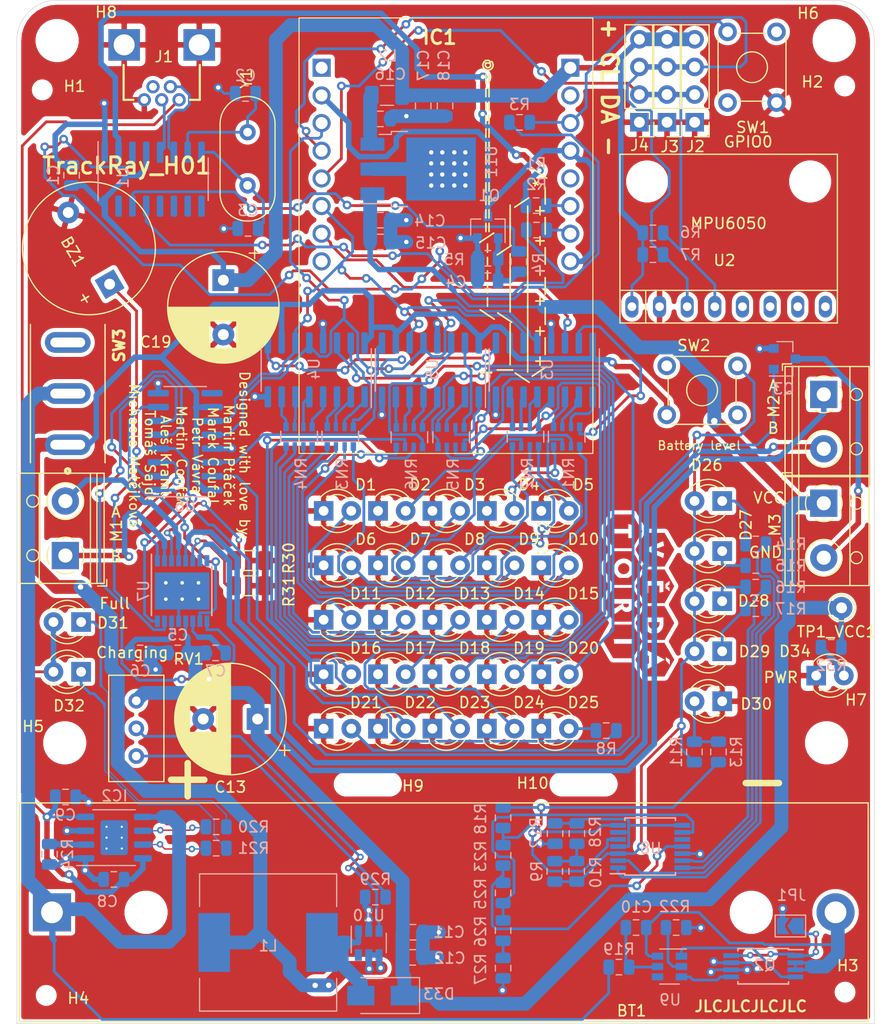
<source format=kicad_pcb>
(kicad_pcb (version 20171130) (host pcbnew "(5.1.5)-3")
  (layers (0 F.Cu signal) (31 B.Cu signal) (34 B.Paste user) (35 F.Paste user) (36 B.SilkS user) (37 F.SilkS user) (38 B.Mask user) (39 F.Mask user) (44 Edge.Cuts user))
  (net 0 "")
  (net 1 "Net-(BT1-Pad1)")
  (net 2 "Net-(BT1-Pad2)")
  (net 3 GND)
  (net 4 "Net-(BZ1-Pad1)")
  (net 5 +3V3)
  (net 6 "Net-(C2-Pad1)")
  (net 7 "Net-(C3-Pad1)")
  (net 8 "Net-(C4-Pad1)")
  (net 9 VCC)
  (net 10 "Net-(C6-Pad1)")
  (net 11 "Net-(C7-Pad2)")
  (net 12 +5V)
  (net 13 "Net-(C10-Pad1)")
  (net 14 +BATT)
  (net 15 "Net-(C16-Pad1)")
  (net 16 "Net-(D1-Pad2)")
  (net 17 "Net-(D2-Pad2)")
  (net 18 "Net-(D3-Pad2)")
  (net 19 "Net-(D4-Pad2)")
  (net 20 "Net-(D5-Pad2)")
  (net 21 "Net-(D6-Pad2)")
  (net 22 "Net-(D7-Pad2)")
  (net 23 "Net-(D8-Pad2)")
  (net 24 "Net-(D9-Pad2)")
  (net 25 "Net-(D10-Pad2)")
  (net 26 "Net-(D11-Pad2)")
  (net 27 "Net-(D12-Pad2)")
  (net 28 "Net-(D13-Pad2)")
  (net 29 "Net-(D14-Pad2)")
  (net 30 "Net-(D15-Pad2)")
  (net 31 "Net-(D16-Pad2)")
  (net 32 "Net-(D17-Pad2)")
  (net 33 "Net-(D18-Pad2)")
  (net 34 "Net-(D19-Pad2)")
  (net 35 "Net-(D20-Pad2)")
  (net 36 "Net-(D21-Pad2)")
  (net 37 "Net-(D22-Pad2)")
  (net 38 "Net-(D23-Pad2)")
  (net 39 "Net-(D24-Pad2)")
  (net 40 "Net-(D25-Pad2)")
  (net 41 "Net-(D26-Pad2)")
  (net 42 "Net-(D26-Pad1)")
  (net 43 "Net-(D27-Pad1)")
  (net 44 "Net-(D28-Pad1)")
  (net 45 "Net-(D29-Pad1)")
  (net 46 "Net-(D30-Pad2)")
  (net 47 "Net-(D31-Pad1)")
  (net 48 "Net-(D32-Pad1)")
  (net 49 "Net-(D33-Pad2)")
  (net 50 "Net-(IC1-Pad12)")
  (net 51 REG_LATCH)
  (net 52 SCL)
  (net 53 REG_DAT)
  (net 54 REG_CLK)
  (net 55 SDA)
  (net 56 DTR)
  (net 57 Serial_TX)
  (net 58 Serial_RX)
  (net 59 "Net-(IC2-Pad7)")
  (net 60 "Net-(IC2-Pad6)")
  (net 61 "Net-(IC2-Pad2)")
  (net 62 /D+)
  (net 63 /D-)
  (net 64 "Net-(M1-Pad2)")
  (net 65 "Net-(M1-Pad1)")
  (net 66 "Net-(M2-Pad2)")
  (net 67 "Net-(M2-Pad1)")
  (net 68 "Net-(Q2-Pad5)")
  (net 69 "Net-(Q2-Pad4)")
  (net 70 "Net-(R1-Pad2)")
  (net 71 "Net-(R2-Pad2)")
  (net 72 "Net-(R3-Pad2)")
  (net 73 RTS)
  (net 74 "Net-(R8-Pad2)")
  (net 75 "Net-(R10-Pad1)")
  (net 76 "Net-(R12-Pad1)")
  (net 77 "Net-(R13-Pad1)")
  (net 78 "Net-(R14-Pad1)")
  (net 79 "Net-(R15-Pad1)")
  (net 80 "Net-(R16-Pad1)")
  (net 81 "Net-(R17-Pad1)")
  (net 82 "Net-(R18-Pad1)")
  (net 83 "Net-(R22-Pad2)")
  (net 84 "Net-(R23-Pad1)")
  (net 85 "Net-(R25-Pad1)")
  (net 86 "Net-(R26-Pad1)")
  (net 87 "Net-(R29-Pad1)")
  (net 88 "Net-(RV1-Pad2)")
  (net 89 "Net-(U3-Pad9)")
  (net 90 "Net-(U4-Pad9)")
  (net 91 "Net-(U5-Pad9)")
  (net 92 "Net-(U6-Pad7)")
  (net 93 "Net-(U6-Pad6)")
  (net 94 "Net-(U6-Pad5)")
  (net 95 "Net-(U6-Pad4)")
  (net 96 "Net-(U6-Pad3)")
  (net 97 "Net-(M3-Pad2)")
  (net 98 "Net-(Q3-Pad1)")
  (net 99 "Net-(RN1-Pad5)")
  (net 100 "Net-(RN1-Pad6)")
  (net 101 "Net-(RN1-Pad8)")
  (net 102 "Net-(RN1-Pad7)")
  (net 103 "Net-(RN2-Pad5)")
  (net 104 "Net-(RN2-Pad6)")
  (net 105 "Net-(RN2-Pad8)")
  (net 106 "Net-(RN2-Pad7)")
  (net 107 "Net-(RN3-Pad5)")
  (net 108 "Net-(RN3-Pad6)")
  (net 109 "Net-(RN3-Pad8)")
  (net 110 "Net-(RN3-Pad7)")
  (net 111 "Net-(RN4-Pad5)")
  (net 112 "Net-(RN4-Pad6)")
  (net 113 "Net-(RN4-Pad8)")
  (net 114 "Net-(RN4-Pad7)")
  (net 115 "Net-(RN5-Pad5)")
  (net 116 "Net-(RN5-Pad6)")
  (net 117 "Net-(RN5-Pad8)")
  (net 118 "Net-(RN5-Pad7)")
  (net 119 "Net-(RN6-Pad5)")
  (net 120 "Net-(RN6-Pad6)")
  (net 121 "Net-(RN6-Pad8)")
  (net 122 "Net-(RN6-Pad7)")
  (net 123 "Net-(JP1-Pad1)")
  (net 124 "Net-(R30-Pad1)")
  (net 125 "Net-(R31-Pad1)")
  (net 126 "Net-(D34-Pad2)")
  (module TrackRay_Library:TE_A101SYCQ04 (layer F.Cu) (at 4.675 36.125 90)
    (fp_text reference SW3 (at 4.425 4.725 270) (layer F.SilkS) (effects (font (size 1.000008 1.000008) (thickness 0.250002))))
    (fp_text value MT-102)
    (pad 1 thru_hole oval (at -4.699 0 90) (size 1.9 4.2) (drill oval 0.9 3.2) (layers *.Cu *.Mask) (net 14 +BATT))
    (pad 2 thru_hole oval (at 0 0 90) (size 1.9 4.2) (drill oval 0.9 3.2) (layers *.Cu *.Mask) (net 1 "Net-(BT1-Pad1)"))
    (pad 3 thru_hole oval (at 4.699 0 90) (size 1.9 4.2) (drill oval 0.9 3.2) (layers *.Cu *.Mask))
  )
  (module TrackRay_Library:Vedatori_copper_exposed_15mm (layer F.Cu) (at 57.15 54.6608 270)
    (fp_text reference . hide)
    (fp_text value . hide)
    (fp_poly (pts (xy -5.880995 -0.319002) (xy -5.868516 -0.313169) (xy -5.851088 -0.304214) (xy -5.829914 -0.292764) (xy -5.806199 -0.279446) (xy -5.79557 -0.273329) (xy -5.769584 -0.258287) (xy -5.744253 -0.243662) (xy -5.721157 -0.230364) (xy -5.701875 -0.219301) (xy -5.687988 -0.211383) (xy -5.685353 -0.209894) (xy -5.67304 -0.202878) (xy -5.654971 -0.192478) (xy -5.632777 -0.179637) (xy -5.608088 -0.1653) (xy -5.582537 -0.150411) (xy -5.578371 -0.147979) (xy -5.553384 -0.133426) (xy -5.529504 -0.119599) (xy -5.508219 -0.107351) (xy -5.491019 -0.097541) (xy -5.479393 -0.091023) (xy -5.477764 -0.090134) (xy -5.466492 -0.083858) (xy -5.449745 -0.074309) (xy -5.429415 -0.062577) (xy -5.407396 -0.04975) (xy -5.396818 -0.043545) (xy -5.376538 -0.031728) (xy -5.358839 -0.021616) (xy -5.345032 -0.013943) (xy -5.336426 -0.009441) (xy -5.334248 -0.008563) (xy -5.329042 -0.006161) (xy -5.320756 -0.000368) (xy -5.320558 -0.000212) (xy -5.310856 0.006431) (xy -5.297072 0.01473) (xy -5.286802 0.020411) (xy -5.272634 0.028131) (xy -5.254163 0.038481) (xy -5.234458 0.049731) (xy -5.225587 0.054872) (xy -5.209672 0.064085) (xy -5.196787 0.071429) (xy -5.188534 0.075998) (xy -5.18636 0.07706) (xy -5.182482 0.079223) (xy -5.173495 0.084867) (xy -5.162455 0.092044) (xy -5.150093 0.099833) (xy -5.140469 0.105251) (xy -5.13605 0.107028) (xy -5.131255 0.109135) (xy -5.120579 0.114923) (xy -5.105438 0.123591) (xy -5.08725 0.13434) (xy -5.080298 0.138524) (xy -5.040673 0.162207) (xy -5.002813 0.184317) (xy -4.968658 0.203731) (xy -4.945805 0.216298) (xy -4.933408 0.223141) (xy -4.915941 0.233001) (xy -4.894794 0.245071) (xy -4.871355 0.258547) (xy -4.847015 0.272622) (xy -4.823162 0.286492) (xy -4.801186 0.299349) (xy -4.782477 0.31039) (xy -4.768423 0.318807) (xy -4.760415 0.323796) (xy -4.760397 0.323807) (xy -4.750434 0.330052) (xy -4.743637 0.333612) (xy -4.742496 0.333929) (xy -4.738061 0.336007) (xy -4.727643 0.341731) (xy -4.712596 0.350333) (xy -4.694274 0.361044) (xy -4.68493 0.36658) (xy -4.661663 0.380313) (xy -4.637284 0.394514) (xy -4.614474 0.407633) (xy -4.595916 0.418119) (xy -4.593663 0.41937) (xy -4.58241 0.425635) (xy -4.569931 0.432665) (xy -4.555443 0.440912) (xy -4.538164 0.450828) (xy -4.51731 0.462864) (xy -4.4921 0.477472) (xy -4.46175 0.495103) (xy -4.425478 0.51621) (xy -4.388168 0.537941) (xy -4.371739 0.547364) (xy -4.357465 0.55528) (xy -4.347377 0.560576) (xy -4.344286 0.561992) (xy -4.343423 0.562626) (xy -4.342628 0.564071) (xy -4.341899 0.56667) (xy -4.341233 0.570763) (xy -4.340628 0.576692) (xy -4.34008 0.584799) (xy -4.339586 0.595424) (xy -4.339145 0.608911) (xy -4.338752 0.6256) (xy -4.338406 0.645832) (xy -4.338102 0.66995) (xy -4.337839 0.698294) (xy -4.337614 0.731207) (xy -4.337423 0.769029) (xy -4.337264 0.812103) (xy -4.337134 0.86077) (xy -4.33703 0.915371) (xy -4.33695 0.976248) (xy -4.33689 1.043743) (xy -4.336847 1.118196) (xy -4.336819 1.19995) (xy -4.336803 1.289347) (xy -4.336796 1.386726) (xy -4.336794 1.459234) (xy -4.336797 1.562357) (xy -4.336807 1.657259) (xy -4.336826 1.744282) (xy -4.336858 1.823766) (xy -4.336906 1.896054) (xy -4.336972 1.961486) (xy -4.337059 2.020405) (xy -4.337171 2.073151) (xy -4.337309 2.120065) (xy -4.337477 2.16149) (xy -4.337678 2.197767) (xy -4.337915 2.229236) (xy -4.33819 2.25624) (xy -4.338506 2.27912) (xy -4.338866 2.298217) (xy -4.339273 2.313872) (xy -4.33973 2.326427) (xy -4.340239 2.336224) (xy -4.340804 2.343603) (xy -4.341427 2.348907) (xy -4.342112 2.352476) (xy -4.34286 2.354652) (xy -4.343675 2.355776) (xy -4.344286 2.35612) (xy -4.34849 2.35783) (xy -4.355137 2.361109) (xy -4.365114 2.366443) (xy -4.379304 2.374321) (xy -4.398592 2.385233) (xy -4.423864 2.399667) (xy -4.442373 2.410281) (xy -4.45775 2.419022) (xy -4.470467 2.426089) (xy -4.478583 2.430412) (xy -4.480213 2.431175) (xy -4.486988 2.435108) (xy -4.490916 2.438044) (xy -4.498046 2.442787) (xy -4.509937 2.449704) (xy -4.520883 2.455637) (xy -4.537059 2.464656) (xy -4.553081 2.474432) (xy -4.561126 2.479806) (xy -4.571549 2.486761) (xy -4.579059 2.491008) (xy -4.580907 2.491623) (xy -4.585561 2.493665) (xy -4.596113 2.499255) (xy -4.611088 2.507584) (xy -4.629012 2.517845) (xy -4.632709 2.519992) (xy -4.670332 2.541891) (xy -4.701323 2.559906) (xy -4.72644 2.574474) (xy -4.746441 2.586035) (xy -4.762084 2.595027) (xy -4.774128 2.601888) (xy -4.782033 2.606333) (xy -4.793035 2.612577) (xy -4.809343 2.621964) (xy -4.828881 2.633294) (xy -4.849577 2.645368) (xy -4.852672 2.64718) (xy -4.873772 2.659449) (xy -4.894444 2.671304) (xy -4.912462 2.68148) (xy -4.925604 2.688713) (xy -4.92675 2.689324) (xy -4.937693 2.695361) (xy -4.954362 2.704849) (xy -4.975133 2.716848) (xy -4.998379 2.730419) (xy -5.021752 2.744196) (xy -5.04415 2.757372) (xy -5.064046 2.768906) (xy -5.080266 2.778131) (xy -5.091638 2.784379) (xy -5.096986 2.786985) (xy -5.097177 2.787021) (xy -5.1026 2.789541) (xy -5.107062 2.792957) (xy -5.114376 2.798117) (xy -5.126393 2.805401) (xy -5.137368 2.81152) (xy -5.15175 2.81941) (xy -5.170406 2.829885) (xy -5.190228 2.841194) (xy -5.198988 2.846256) (xy -5.214909 2.855439) (xy -5.227798 2.862759) (xy -5.236048 2.867309) (xy -5.238215 2.868363) (xy -5.242093 2.870526) (xy -5.25108 2.87617) (xy -5.26212 2.883347) (xy -5.274628 2.891154) (xy -5.284563 2.896575) (xy -5.289308 2.898331) (xy -5.294965 2.900574) (xy -5.305236 2.906409) (xy -5.315993 2.913315) (xy -5.327815 2.92111) (xy -5.336504 2.926529) (xy -5.33992 2.928299) (xy -5.343964 2.930357) (xy -5.354214 2.936084) (xy -5.369496 2.944809) (xy -5.388632 2.95586) (xy -5.41045 2.968568) (xy -5.411137 2.96897) (xy -5.433054 2.981724) (xy -5.452364 2.99284) (xy -5.467884 3.001646) (xy -5.478429 3.007469) (xy -5.482812 3.009639) (xy -5.482834 3.009641) (xy -5.487326 3.011688) (xy -5.496984 3.017044) (xy -5.509181 3.02423) (xy -5.524683 3.033479) (xy -5.545039 3.045479) (xy -5.56862 3.059287) (xy -5.593798 3.073954) (xy -5.618942 3.088536) (xy -5.642423 3.102086) (xy -5.662613 3.113659) (xy -5.67788 3.122308) (xy -5.683213 3.12527) (xy -5.695679 3.132226) (xy -5.71327 3.142207) (xy -5.734516 3.15436) (xy -5.757941 3.167834) (xy -5.782075 3.181776) (xy -5.805443 3.195336) (xy -5.826573 3.207659) (xy -5.843992 3.217896) (xy -5.856227 3.225195) (xy -5.860107 3.22758) (xy -5.870115 3.232925) (xy -5.879961 3.235467) (xy -5.890928 3.234855) (xy -5.904296 3.230742) (xy -5.921347 3.222777) (xy -5.943361 3.210612) (xy -5.961487 3.199961) (xy -5.982566 3.187461) (xy -6.001787 3.176163) (xy -6.017625 3.166956) (xy -6.028557 3.160728) (xy -6.032126 3.15879) (xy -6.041778 3.153459) (xy -6.055103 3.14563) (xy -6.064234 3.14007) (xy -6.078569 3.131437) (xy -6.092112 3.123668) (xy -6.098483 3.120233) (xy -6.10681 3.115707) (xy -6.120776 3.107848) (xy -6.138631 3.097648) (xy -6.158626 3.086105) (xy -6.164841 3.082493) (xy -6.186387 3.070018) (xy -6.207532 3.057892) (xy -6.226096 3.047359) (xy -6.239895 3.039663) (xy -6.241902 3.038568) (xy -6.255562 3.030802) (xy -6.266845 3.02376) (xy -6.272207 3.019857) (xy -6.278641 3.015036) (xy -6.281225 3.013922) (xy -6.285639 3.011897) (xy -6.295767 3.00643) (xy -6.309948 2.998434) (xy -6.321559 2.991728) (xy -6.395761 2.949138) (xy -6.431619 2.92906) (xy -6.446549 2.920643) (xy -6.464864 2.91012) (xy -6.48471 2.898581) (xy -6.504234 2.887113) (xy -6.52158 2.876805) (xy -6.534894 2.868744) (xy -6.541581 2.864523) (xy -6.550783 2.858944) (xy -6.564621 2.851165) (xy -6.580102 2.84287) (xy -6.580112 2.842865) (xy -6.595599 2.834528) (xy -6.609444 2.826645) (xy -6.618642 2.820927) (xy -6.625274 2.81679) (xy -6.638195 2.809119) (xy -6.65624 2.798592) (xy -6.678241 2.785886) (xy -6.703034 2.771679) (xy -6.721389 2.761224) (xy -6.750418 2.744692) (xy -6.780229 2.727646) (xy -6.808958 2.711157) (xy -6.834745 2.696295) (xy -6.855725 2.684128) (xy -6.862667 2.680073) (xy -6.883848 2.667737) (xy -6.905056 2.655519) (xy -6.923818 2.644834) (xy -6.937587 2.637141) (xy -6.952466 2.628643) (xy -6.965675 2.62051) (xy -6.973483 2.615138) (xy -6.98231 2.609438) (xy -6.988525 2.607214) (xy -6.994401 2.604965) (xy -7.004837 2.599115) (xy -7.015606 2.59223) (xy -7.027431 2.584434) (xy -7.036127 2.579015) (xy -7.039551 2.577246) (xy -7.043724 2.57523) (xy -7.053651 2.569789) (xy -7.067697 2.56183) (xy -7.07932 2.555123) (xy -7.104253 2.540641) (xy -7.122898 2.529829) (xy -7.136365 2.522049) (xy -7.145768 2.516664) (xy -7.152218 2.513037) (xy -7.156827 2.510531) (xy -7.160206 2.508766) (xy -7.169514 2.503671) (xy -7.181475 2.496762) (xy -7.183752 2.495409) (xy -7.188579 2.492547) (xy -7.195238 2.48864) (xy -7.204387 2.483307) (xy -7.216683 2.476169) (xy -7.232783 2.466844) (xy -7.253342 2.454953) (xy -7.279019 2.440116) (xy -7.310469 2.421952) (xy -7.34835 2.400082) (xy -7.369982 2.387595) (xy -7.386292 2.37816) (xy -7.401592 2.369277) (xy -7.412869 2.362696) (xy -7.413863 2.362112) (xy -7.427777 2.353928) (xy -7.427777 0.971818) (xy -6.568267 0.971818) (xy -6.113467 0.971818) (xy -6.113467 2.354626) (xy -6.101229 2.354626) (xy -6.094581 2.35423) (xy -6.080305 2.353094) (xy -6.059294 2.3513) (xy -6.032445 2.348925) (xy -6.000652 2.346052) (xy -5.964809 2.34276) (xy -5.92581 2.339128) (xy -5.886102 2.335384) (xy -5.845293 2.33152) (xy -5.807094 2.327913) (xy -5.77235 2.324644) (xy -5.741904 2.321791) (xy -5.716603 2.319433) (xy -5.697289 2.317649) (xy -5.684808 2.316518) (xy -5.680004 2.316119) (xy -5.680002 2.316119) (xy -5.679643 2.311911) (xy -5.679295 2.299599) (xy -5.678961 2.27964) (xy -5.678642 2.25249) (xy -5.678342 2.218608) (xy -5.678061 2.178451) (xy -5.677802 2.132476) (xy -5.677568 2.081142) (xy -5.67736 2.024904) (xy -5.677182 1.964222) (xy -5.677034 1.899551) (xy -5.676919 1.831351) (xy -5.676839 1.760078) (xy -5.676797 1.686189) (xy -5.676791 1.643957) (xy -5.676791 0.971818) (xy -5.252958 0.971818) (xy -5.252958 0.569391) (xy -5.855529 0.569442) (xy -6.458099 0.569493) (xy -6.51067 0.761023) (xy -6.521453 0.800318) (xy -6.531599 0.83731) (xy -6.54087 0.871133) (xy -6.54903 0.900921) (xy -6.55584 0.925806) (xy -6.561064 0.944922) (xy -6.564464 0.957401) (xy -6.565754 0.962186) (xy -6.568267 0.971818) (xy -7.427777 0.971818) (xy -7.427777 0.562829) (xy -7.403161 0.548056) (xy -7.386915 0.538519) (xy -7.367174 0.527231) (xy -7.347978 0.5165) (xy -7.346435 0.515652) (xy -7.327553 0.505111) (xy -7.305252 0.492407) (xy -7.283454 0.479781) (xy -7.276867 0.475911) (xy -7.244365 0.456736) (xy -7.218261 0.441364) (xy -7.197585 0.429231) (xy -7.181368 0.419776) (xy -7.168641 0.412436) (xy -7.158435 0.40665) (xy -7.14978 0.401856) (xy -7.141708 0.39749) (xy -7.140941 0.39708) (xy -7.125301 0.388433) (xy -7.110203 0.379621) (xy -7.102411 0.374788) (xy -7.094329 0.36984) (xy -7.080347 0.361572) (xy -7.062021 0.350878) (xy -7.040903 0.338653) (xy -7.018548 0.325791) (xy -6.996509 0.313187) (xy -6.97634 0.301735) (xy -6.959596 0.29233) (xy -6.949531 0.286783) (xy -6.94071 0.281858) (xy -6.925431 0.273166) (xy -6.904634 0.261251) (xy -6.879261 0.246656) (xy -6.850251 0.229923) (xy -6.818546 0.211595) (xy -6.785085 0.192217) (xy -6.75081 0.172329) (xy -6.716661 0.152477) (xy -6.692648 0.138491) (xy -6.66632 0.123173) (xy -6.641433 0.108749) (xy -6.619273 0.095961) (xy -6.601124 0.085549) (xy -6.588272 0.078253) (xy -6.583479 0.075592) (xy -6.571714 0.069043) (xy -6.555243 0.059661) (xy -6.536729 0.04897) (xy -6.526597 0.043057) (xy -6.506863 0.031556) (xy -6.482938 0.017705) (xy -6.458074 0.003384) (xy -6.438834 -0.00764) (xy -6.418842 -0.019102) (xy -6.393729 -0.033567) (xy -6.365767 -0.049722) (xy -6.337229 -0.066255) (xy -6.313645 -0.079956) (xy -6.290684 -0.093256) (xy -6.270291 -0.104953) (xy -6.253599 -0.114406) (xy -6.241742 -0.120975) (xy -6.235855 -0.124018) (xy -6.235448 -0.124153) (xy -6.230946 -0.126291) (xy -6.221465 -0.131855) (xy -6.210797 -0.138536) (xy -6.197708 -0.146637) (xy -6.17974 -0.15736) (xy -6.159498 -0.169165) (xy -6.143803 -0.178136) (xy -6.120776 -0.191171) (xy -6.103565 -0.200956) (xy -6.090528 -0.208448) (xy -6.080023 -0.214601) (xy -6.070407 -0.220373) (xy -6.060039 -0.226719) (xy -6.054537 -0.230112) (xy -6.042287 -0.237417) (xy -6.033043 -0.242456) (xy -6.029225 -0.244025) (xy -6.024318 -0.246108) (xy -6.014674 -0.251459) (xy -6.006814 -0.256193) (xy -5.978572 -0.273376) (xy -5.952318 -0.288754) (xy -5.929077 -0.301768) (xy -5.909875 -0.311864) (xy -5.895735 -0.318483) (xy -5.887684 -0.32107) (xy -5.88732 -0.321086) (xy -5.880995 -0.319002)) (layer F.Cu) (width 0.01))
    (fp_poly (pts (xy -2.504626 -0.319077) (xy -2.491699 -0.313815) (xy -2.477286 -0.306567) (xy -2.461318 -0.297808) (xy -2.446011 -0.289485) (xy -2.435972 -0.284091) (xy -2.425899 -0.278498) (xy -2.41953 -0.274513) (xy -2.418847 -0.273952) (xy -2.414006 -0.270866) (xy -2.404329 -0.265655) (xy -2.399579 -0.263249) (xy -2.388322 -0.256872) (xy -2.380458 -0.25101) (xy -2.379031 -0.249377) (xy -2.372265 -0.244863) (xy -2.367258 -0.244025) (xy -2.360412 -0.242528) (xy -2.358908 -0.240537) (xy -2.355486 -0.236463) (xy -2.347048 -0.230887) (xy -2.344994 -0.229775) (xy -2.332149 -0.222804) (xy -2.317521 -0.214521) (xy -2.313956 -0.212444) (xy -2.300772 -0.204873) (xy -2.284147 -0.195553) (xy -2.271145 -0.188397) (xy -2.257906 -0.180928) (xy -2.247907 -0.174805) (xy -2.243317 -0.171357) (xy -2.238574 -0.167879) (xy -2.228615 -0.162136) (xy -2.219771 -0.157503) (xy -2.195622 -0.145113) (xy -2.178418 -0.135841) (xy -2.168488 -0.129866) (xy -2.16626 -0.128069) (xy -2.161627 -0.124846) (xy -2.151716 -0.118966) (xy -2.14057 -0.112745) (xy -2.124418 -0.103744) (xy -2.108275 -0.094421) (xy -2.099899 -0.089399) (xy -2.085282 -0.08082) (xy -2.0686 -0.071592) (xy -2.062439 -0.06834) (xy -2.051096 -0.061916) (xy -2.043714 -0.056678) (xy -2.042104 -0.054592) (xy -2.038523 -0.051944) (xy -2.033847 -0.051374) (xy -2.023897 -0.04859) (xy -2.019934 -0.045784) (xy -2.012969 -0.040529) (xy -2.001631 -0.033464) (xy -1.995011 -0.029729) (xy -1.983602 -0.023355) (xy -1.975639 -0.018578) (xy -1.973606 -0.017125) (xy -1.968899 -0.013758) (xy -1.958675 -0.007773) (xy -1.942189 0.001253) (xy -1.922232 0.011874) (xy -1.907601 0.019861) (xy -1.895417 0.026983) (xy -1.888196 0.031766) (xy -1.887983 0.03194) (xy -1.881105 0.03652) (xy -1.869102 0.043471) (xy -1.854507 0.051332) (xy -1.853734 0.051734) (xy -1.839875 0.059135) (xy -1.829242 0.065223) (xy -1.823933 0.068792) (xy -1.823766 0.068976) (xy -1.819136 0.072402) (xy -1.809102 0.078642) (xy -1.7958 0.086453) (xy -1.781364 0.09459) (xy -1.767931 0.101809) (xy -1.76383 0.103904) (xy -1.753736 0.109499) (xy -1.740675 0.117396) (xy -1.735017 0.120992) (xy -1.72393 0.127748) (xy -1.715726 0.131985) (xy -1.713373 0.132715) (xy -1.708016 0.135061) (xy -1.698818 0.140942) (xy -1.695093 0.143616) (xy -1.682698 0.151786) (xy -1.666875 0.160935) (xy -1.657011 0.166092) (xy -1.643028 0.173626) (xy -1.631312 0.180982) (xy -1.625972 0.185159) (xy -1.618308 0.190936) (xy -1.61354 0.192651) (xy -1.607515 0.194894) (xy -1.597308 0.200626) (xy -1.590396 0.205078) (xy -1.577651 0.212981) (xy -1.566135 0.218979) (xy -1.561948 0.220639) (xy -1.553374 0.224259) (xy -1.549773 0.226986) (xy -1.545212 0.230396) (xy -1.535038 0.236555) (xy -1.52124 0.244274) (xy -1.517664 0.246197) (xy -1.50256 0.254502) (xy -1.489887 0.261909) (xy -1.482013 0.267024) (xy -1.481275 0.267605) (xy -1.473989 0.27247) (xy -1.462053 0.279247) (xy -1.45268 0.284126) (xy -1.440159 0.290889) (xy -1.430973 0.296756) (xy -1.427811 0.299598) (xy -1.421725 0.303264) (xy -1.416805 0.303961) (xy -1.409973 0.305346) (xy -1.40848 0.307171) (xy -1.404971 0.310645) (xy -1.395815 0.316581) (xy -1.383864 0.323226) (xy -1.368521 0.331587) (xy -1.354285 0.33993) (xy -1.346419 0.344979) (xy -1.335466 0.351777) (xy -1.320529 0.360073) (xy -1.308959 0.366014) (xy -1.296273 0.372779) (xy -1.287385 0.378503) (xy -1.284342 0.381721) (xy -1.280766 0.384674) (xy -1.276137 0.385302) (xy -1.268638 0.386753) (xy -1.266504 0.388513) (xy -1.261861 0.392913) (xy -1.252085 0.399598) (xy -1.23973 0.407076) (xy -1.227347 0.413855) (xy -1.217489 0.418443) (xy -1.213419 0.419551) (xy -1.2079 0.421417) (xy -1.207282 0.422859) (xy -1.203844 0.426705) (xy -1.195221 0.432402) (xy -1.191227 0.434606) (xy -1.179982 0.4408) (xy -1.164326 0.449783) (xy -1.147159 0.459884) (xy -1.142461 0.462694) (xy -1.125913 0.472353) (xy -1.110524 0.480852) (xy -1.09893 0.486749) (xy -1.096438 0.487856) (xy -1.08742 0.492593) (xy -1.083176 0.496793) (xy -1.083129 0.497131) (xy -1.079568 0.500269) (xy -1.075221 0.500893) (xy -1.066536 0.503611) (xy -1.057026 0.51001) (xy -1.045851 0.518197) (xy -1.032653 0.525722) (xy -1.031755 0.52615) (xy -1.018317 0.53307) (xy -1.003396 0.541613) (xy -0.999646 0.543917) (xy -0.98734 0.55148) (xy -0.976748 0.557727) (xy -0.97396 0.559283) (xy -0.972975 0.559892) (xy -0.972069 0.560843) (xy -0.971238 0.562479) (xy -0.970479 0.565144) (xy -0.969789 0.56918) (xy -0.969165 0.574931) (xy -0.968602 0.582741) (xy -0.968099 0.592953) (xy -0.967651 0.605911) (xy -0.967256 0.621957) (xy -0.96691 0.641435) (xy -0.966609 0.664689) (xy -0.966352 0.692061) (xy -0.966134 0.723896) (xy -0.965951 0.760537) (xy -0.965802 0.802326) (xy -0.965682 0.849608) (xy -0.965589 0.902726) (xy -0.965518 0.962023) (xy -0.965468 1.027843) (xy -0.965434 1.100528) (xy -0.965413 1.180423) (xy -0.965402 1.267871) (xy -0.965398 1.363215) (xy -0.965397 1.460335) (xy -0.965418 1.57884) (xy -0.965479 1.689025) (xy -0.965581 1.790873) (xy -0.965724 1.884365) (xy -0.965907 1.969484) (xy -0.96613 2.046211) (xy -0.966394 2.114529) (xy -0.966699 2.17442) (xy -0.967043 2.225866) (xy -0.967428 2.268849) (xy -0.967853 2.303351) (xy -0.968318 2.329354) (xy -0.968822 2.346841) (xy -0.969367 2.355793) (xy -0.969678 2.357072) (xy -0.977537 2.359296) (xy -0.98702 2.363885) (xy -0.994774 2.368989) (xy -0.997506 2.372438) (xy -1.001088 2.375384) (xy -1.005855 2.376032) (xy -1.014811 2.379425) (xy -1.018569 2.383524) (xy -1.022072 2.388138) (xy -1.023062 2.387651) (xy -1.026247 2.387774) (xy -1.034174 2.391921) (xy -1.03917 2.395143) (xy -1.049886 2.401741) (xy -1.058085 2.405593) (xy -1.059999 2.406) (xy -1.066592 2.408453) (xy -1.075105 2.414067) (xy -1.083859 2.420001) (xy -1.097479 2.428203) (xy -1.113215 2.437024) (xy -1.115283 2.438136) (xy -1.130441 2.446523) (xy -1.143224 2.454102) (xy -1.151229 2.459437) (xy -1.151964 2.460037) (xy -1.158596 2.464845) (xy -1.161382 2.465936) (xy -1.166141 2.468144) (xy -1.175511 2.473817) (xy -1.183071 2.478779) (xy -1.195039 2.486059) (xy -1.20496 2.490714) (xy -1.20876 2.491623) (xy -1.216767 2.494773) (xy -1.218842 2.49708) (xy -1.224151 2.501638) (xy -1.234916 2.508517) (xy -1.248891 2.516293) (xy -1.250093 2.516918) (xy -1.268199 2.526729) (xy -1.287058 2.537653) (xy -1.300052 2.54571) (xy -1.312331 2.553314) (xy -1.321915 2.558536) (xy -1.326154 2.560121) (xy -1.33194 2.562687) (xy -1.339997 2.568683) (xy -1.348855 2.574835) (xy -1.355636 2.577246) (xy -1.360903 2.579513) (xy -1.361403 2.581062) (xy -1.364962 2.584982) (xy -1.373853 2.590137) (xy -1.377457 2.591786) (xy -1.393537 2.599386) (xy -1.406249 2.606676) (xy -1.412776 2.611816) (xy -1.417389 2.614806) (xy -1.427619 2.62045) (xy -1.441401 2.627618) (xy -1.443815 2.628839) (xy -1.457643 2.636214) (xy -1.467866 2.64244) (xy -1.472591 2.646349) (xy -1.472712 2.646713) (xy -1.476196 2.64965) (xy -1.479171 2.650025) (xy -1.486194 2.652406) (xy -1.496906 2.658477) (xy -1.50336 2.662868) (xy -1.514052 2.670208) (xy -1.521901 2.674857) (xy -1.524192 2.675712) (xy -1.529275 2.677778) (xy -1.539733 2.683262) (xy -1.553743 2.691092) (xy -1.569481 2.700198) (xy -1.585123 2.709508) (xy -1.598844 2.717951) (xy -1.608822 2.724455) (xy -1.613231 2.727949) (xy -1.613276 2.728034) (xy -1.618204 2.731111) (xy -1.620554 2.731367) (xy -1.627215 2.73363) (xy -1.637929 2.73943) (xy -1.645434 2.74421) (xy -1.656835 2.751425) (xy -1.665563 2.756084) (xy -1.668553 2.757053) (xy -1.67419 2.759379) (xy -1.68385 2.765281) (xy -1.689338 2.769083) (xy -1.702697 2.777815) (xy -1.719394 2.787545) (xy -1.730651 2.793524) (xy -1.743308 2.80039) (xy -1.752192 2.806137) (xy -1.755267 2.809321) (xy -1.75885 2.812103) (xy -1.763577 2.812708) (xy -1.771804 2.814721) (xy -1.774592 2.817085) (xy -1.77957 2.821097) (xy -1.790024 2.827412) (xy -1.803695 2.834667) (xy -1.803742 2.83469) (xy -1.818133 2.842212) (xy -1.830025 2.849005) (xy -1.836609 2.853425) (xy -1.843608 2.858251) (xy -1.855499 2.865384) (xy -1.8682 2.872456) (xy -1.882151 2.88037) (xy -1.893598 2.887608) (xy -1.899544 2.892156) (xy -1.907412 2.897327) (xy -1.911645 2.898331) (xy -1.918492 2.900627) (xy -1.929519 2.906463) (xy -1.942041 2.91426) (xy -1.953372 2.922439) (xy -1.95523 2.923958) (xy -1.963821 2.927939) (xy -1.96679 2.928299) (xy -1.974703 2.931517) (xy -1.976604 2.933654) (xy -1.982212 2.938494) (xy -1.992801 2.944998) (xy -2.000363 2.948939) (xy -2.011776 2.955202) (xy -2.019154 2.960577) (xy -2.020698 2.962848) (xy -2.024273 2.966123) (xy -2.028955 2.966829) (xy -2.038945 2.969745) (xy -2.043211 2.972829) (xy -2.050154 2.977982) (xy -2.061909 2.985103) (xy -2.072415 2.990806) (xy -2.085041 2.997578) (xy -2.094304 3.00302) (xy -2.097759 3.005551) (xy -2.099618 3.007326) (xy -2.10354 3.009887) (xy -2.110777 3.013919) (xy -2.122581 3.020106) (xy -2.140205 3.02913) (xy -2.150715 3.034475) (xy -2.164475 3.041805) (xy -2.17484 3.047965) (xy -2.179767 3.051733) (xy -2.179887 3.051942) (xy -2.184178 3.055451) (xy -2.193961 3.061202) (xy -2.204787 3.066787) (xy -2.226582 3.07786) (xy -2.240734 3.086057) (xy -2.24759 3.09158) (xy -2.247598 3.09159) (xy -2.252106 3.094704) (xy -2.262369 3.100724) (xy -2.276551 3.108589) (xy -2.283988 3.11259) (xy -2.29937 3.120949) (xy -2.311688 3.127948) (xy -2.319108 3.13253) (xy -2.320378 3.133543) (xy -2.324934 3.136628) (xy -2.335207 3.142492) (xy -2.349272 3.15005) (xy -2.354627 3.152839) (xy -2.369558 3.160781) (xy -2.381352 3.167476) (xy -2.388083 3.171815) (xy -2.388876 3.172558) (xy -2.393501 3.17602) (xy -2.403555 3.182076) (xy -2.416703 3.18933) (xy -2.434043 3.198696) (xy -2.454263 3.20984) (xy -2.471937 3.219759) (xy -2.492263 3.230136) (xy -2.50867 3.235044) (xy -2.523742 3.234585) (xy -2.540062 3.228862) (xy -2.551559 3.222926) (xy -2.564201 3.215614) (xy -2.573553 3.209638) (xy -2.577246 3.206644) (xy -2.581954 3.203139) (xy -2.592023 3.197295) (xy -2.602933 3.191572) (xy -2.617496 3.183783) (xy -2.630347 3.17612) (xy -2.636615 3.171804) (xy -2.644921 3.166877) (xy -2.650529 3.166213) (xy -2.654111 3.165672) (xy -2.654307 3.164514) (xy -2.657765 3.159817) (xy -2.661799 3.157661) (xy -2.672357 3.152787) (xy -2.685584 3.145598) (xy -2.697485 3.138342) (xy -2.702419 3.134816) (xy -2.708966 3.130305) (xy -2.720787 3.123251) (xy -2.738645 3.113215) (xy -2.763303 3.099759) (xy -2.765616 3.098508) (xy -2.778953 3.091079) (xy -2.78963 3.084729) (xy -2.794514 3.08144) (xy -2.799098 3.079089) (xy -2.799865 3.079922) (xy -2.802511 3.079422) (xy -2.808912 3.074323) (xy -2.809261 3.074) (xy -2.820162 3.066251) (xy -2.832807 3.06013) (xy -2.842209 3.055918) (xy -2.846853 3.052244) (xy -2.846958 3.051817) (xy -2.850474 3.048344) (xy -2.859586 3.042617) (xy -2.869434 3.037355) (xy -2.882954 3.030129) (xy -2.894022 3.023422) (xy -2.898669 3.020005) (xy -2.906453 3.014998) (xy -2.910545 3.013922) (xy -2.916574 3.011637) (xy -2.927057 3.005702) (xy -2.937446 2.998938) (xy -2.949708 2.990995) (xy -2.959531 2.985517) (xy -2.964099 2.983835) (xy -2.970143 2.981347) (xy -2.98002 2.975158) (xy -2.985787 2.970991) (xy -2.996308 2.963581) (xy -3.004222 2.958994) (xy -3.006468 2.958267) (xy -3.011816 2.956054) (xy -3.021898 2.95029) (xy -3.032905 2.943283) (xy -3.045784 2.935403) (xy -3.05658 2.929975) (xy -3.062172 2.928299) (xy -3.068904 2.926361) (xy -3.070291 2.924744) (xy -3.074492 2.921163) (xy -3.084363 2.914842) (xy -3.097975 2.906996) (xy -3.101686 2.904965) (xy -3.116766 2.896566) (xy -3.129428 2.889091) (xy -3.137314 2.883938) (xy -3.138075 2.88334) (xy -3.147674 2.877504) (xy -3.153375 2.875242) (xy -3.163631 2.870249) (xy -3.170718 2.865103) (xy -3.184732 2.854671) (xy -3.197759 2.848259) (xy -3.204375 2.846957) (xy -3.210116 2.845109) (xy -3.210855 2.843519) (xy -3.21438 2.839901) (xy -3.223469 2.83419) (xy -3.232194 2.829605) (xy -3.243915 2.823326) (xy -3.251694 2.818154) (xy -3.2536 2.815919) (xy -3.256951 2.812785) (xy -3.257864 2.812708) (xy -3.263449 2.810552) (xy -3.273766 2.804941) (xy -3.284621 2.798319) (xy -3.298158 2.79015) (xy -3.31006 2.783762) (xy -3.316305 2.781068) (xy -3.326384 2.776095) (xy -3.335154 2.76977) (xy -3.344645 2.763618) (xy -3.352431 2.761335) (xy -3.359607 2.759767) (xy -3.361408 2.758124) (xy -3.366225 2.753279) (xy -3.375869 2.746429) (xy -3.387471 2.739326) (xy -3.398166 2.733722) (xy -3.405084 2.731369) (xy -3.405198 2.731367) (xy -3.411647 2.729344) (xy -3.412782 2.72793) (xy -3.417128 2.723896) (xy -3.426716 2.717279) (xy -3.439206 2.709478) (xy -3.452261 2.70189) (xy -3.463541 2.695913) (xy -3.470706 2.692946) (xy -3.471494 2.692836) (xy -3.476058 2.690218) (xy -3.476285 2.689075) (xy -3.479854 2.68515) (xy -3.488604 2.68045) (xy -3.490199 2.679792) (xy -3.502282 2.674018) (xy -3.516703 2.665819) (xy -3.522732 2.662007) (xy -3.53424 2.654825) (xy -3.543179 2.649957) (xy -3.546111 2.648813) (xy -3.553889 2.645459) (xy -3.555319 2.64447) (xy -3.566102 2.636774) (xy -3.57953 2.627978) (xy -3.59346 2.619385) (xy -3.605745 2.612298) (xy -3.614239 2.608019) (xy -3.616483 2.607335) (xy -3.622626 2.604915) (xy -3.633056 2.598771) (xy -3.642681 2.59223) (xy -3.655033 2.584152) (xy -3.665475 2.578712) (xy -3.670518 2.577246) (xy -3.676571 2.575506) (xy -3.677499 2.573789) (xy -3.681005 2.570346) (xy -3.690403 2.563994) (xy -3.704017 2.555826) (xy -3.71204 2.551313) (xy -3.738973 2.536457) (xy -3.75938 2.525122) (xy -3.774252 2.516731) (xy -3.784583 2.510707) (xy -3.791364 2.506471) (xy -3.795586 2.503448) (xy -3.798048 2.501255) (xy -3.806819 2.496537) (xy -3.811071 2.495904) (xy -3.817554 2.494354) (xy -3.818777 2.492543) (xy -3.822288 2.489007) (xy -3.831463 2.483064) (xy -3.843393 2.476489) (xy -3.858276 2.468574) (xy -3.871619 2.461071) (xy -3.878884 2.456652) (xy -3.88836 2.450839) (xy -3.902166 2.442844) (xy -3.915273 2.435524) (xy -3.929165 2.42755) (xy -3.940475 2.42041) (xy -3.946446 2.41591) (xy -3.955444 2.411047) (xy -3.96036 2.410281) (xy -3.967155 2.40885) (xy -3.968617 2.406981) (xy -3.972093 2.403326) (xy -3.981028 2.397465) (xy -3.988952 2.393067) (xy -4.004861 2.384325) (xy -4.021012 2.374792) (xy -4.026412 2.371401) (xy -4.038303 2.364159) (xy -4.048263 2.35882) (xy -4.051028 2.357622) (xy -4.051891 2.357003) (xy -4.052685 2.355572) (xy -4.053414 2.352989) (xy -4.054079 2.348912) (xy -4.054684 2.343) (xy -4.055231 2.334912) (xy -4.055725 2.324307) (xy -4.056166 2.310845) (xy -4.056559 2.294183) (xy -4.056905 2.273981) (xy -4.057209 2.249898) (xy -4.057472 2.221592) (xy -4.057698 2.188723) (xy -4.057889 2.15095) (xy -4.058048 2.107931) (xy -4.058178 2.059325) (xy -4.058283 2.004792) (xy -4.058364 1.94399) (xy -4.058424 1.876578) (xy -4.058467 1.802216) (xy -4.058495 1.720561) (xy -4.058512 1.631274) (xy -4.058519 1.534012) (xy -4.05852 1.458361) (xy -4.058519 1.384948) (xy -3.391721 1.384948) (xy -3.388806 1.465765) (xy -3.379809 1.541865) (xy -3.364348 1.614915) (xy -3.342042 1.686587) (xy -3.31251 1.758549) (xy -3.300895 1.783094) (xy -3.258304 1.860752) (xy -3.209042 1.933314) (xy -3.153541 2.000474) (xy -3.092229 2.061922) (xy -3.025537 2.117349) (xy -2.953895 2.166447) (xy -2.877732 2.208907) (xy -2.797478 2.244421) (xy -2.713564 2.27268) (xy -2.626419 2.293375) (xy -2.579387 2.301127) (xy -2.55546 2.303544) (xy -2.525192 2.30517) (xy -2.49046 2.306031) (xy -2.45314 2.306156) (xy -2.41511 2.305572) (xy -2.378246 2.304306) (xy -2.344424 2.302387) (xy -2.315523 2.299842) (xy -2.294691 2.296935) (xy -2.203601 2.276298) (xy -2.116642 2.248326) (xy -2.034065 2.213193) (xy -1.95612 2.171073) (xy -1.883056 2.12214) (xy -1.815126 2.066568) (xy -1.752578 2.004533) (xy -1.695662 1.936207) (xy -1.64463 1.861765) (xy -1.626997 1.832197) (xy -1.601146 1.787114) (xy -1.601146 0.982783) (xy -1.626997 0.9377) (xy -1.675735 0.861036) (xy -1.730469 0.790398) (xy -1.790937 0.725968) (xy -1.856879 0.667929) (xy -1.928032 0.616461) (xy -2.004135 0.571748) (xy -2.084926 0.533971) (xy -2.170144 0.503313) (xy -2.259527 0.479955) (xy -2.294691 0.473002) (xy -2.321926 0.469212) (xy -2.355598 0.466292) (xy -2.393622 0.464278) (xy -2.433913 0.463202) (xy -2.474387 0.4631) (xy -2.512959 0.464004) (xy -2.547544 0.465949) (xy -2.572392 0.468466) (xy -2.660355 0.484159) (xy -2.745634 0.507579) (xy -2.827747 0.538394) (xy -2.906211 0.576268) (xy -2.980543 0.620866) (xy -3.050261 0.671855) (xy -3.114882 0.7289) (xy -3.173923 0.791667) (xy -3.226902 0.859821) (xy -3.273336 0.933028) (xy -3.291558 0.966732) (xy -3.326599 1.04233) (xy -3.35378 1.117747) (xy -3.373421 1.194318) (xy -3.385841 1.273378) (xy -3.39136 1.356261) (xy -3.391721 1.384948) (xy -4.058519 1.384948) (xy -4.058518 1.35511) (xy -4.058508 1.26008) (xy -4.058489 1.17293) (xy -4.058457 1.09332) (xy -4.058409 1.020908) (xy -4.058344 0.955353) (xy -4.058257 0.896315) (xy -4.058145 0.843452) (xy -4.058007 0.796423) (xy -4.05784 0.754888) (xy -4.05764 0.718505) (xy -4.057404 0.686934) (xy -4.05713 0.659833) (xy -4.056815 0.636861) (xy -4.056456 0.617678) (xy -4.05605 0.601942) (xy -4.055595 0.589313) (xy -4.055087 0.579449) (xy -4.054524 0.57201) (xy -4.053903 0.566654) (xy -4.053221 0.563041) (xy -4.052475 0.560829) (xy -4.051663 0.559678) (xy -4.051028 0.559312) (xy -4.041329 0.554883) (xy -4.030646 0.548563) (xy -4.024271 0.543704) (xy -4.019771 0.540919) (xy -4.009437 0.535193) (xy -3.995049 0.527499) (xy -3.985741 0.52262) (xy -3.969828 0.514156) (xy -3.956964 0.506977) (xy -3.948935 0.502097) (xy -3.947211 0.500739) (xy -3.942666 0.497442) (xy -3.932528 0.491324) (xy -3.918772 0.483566) (xy -3.915102 0.481564) (xy -3.896934 0.471375) (xy -3.878251 0.460352) (xy -3.863285 0.451) (xy -3.851184 0.443417) (xy -3.841876 0.438224) (xy -3.837936 0.436676) (xy -3.832174 0.434146) (xy -3.827676 0.430768) (xy -3.820779 0.425959) (xy -3.808688 0.418618) (xy -3.793794 0.410186) (xy -3.790949 0.408636) (xy -3.77671 0.400599) (xy -3.765738 0.39379) (xy -3.759959 0.38942) (xy -3.759554 0.388857) (xy -3.754631 0.385553) (xy -3.752436 0.385302) (xy -3.746076 0.383074) (xy -3.735209 0.377274) (xy -3.723993 0.370318) (xy -3.71135 0.362494) (xy -3.701133 0.357072) (xy -3.696097 0.355334) (xy -3.689121 0.352556) (xy -3.684401 0.348781) (xy -3.677237 0.34342) (xy -3.665185 0.336058) (xy -3.653057 0.329449) (xy -3.631167 0.317859) (xy -3.616729 0.30948) (xy -3.609356 0.304084) (xy -3.609001 0.30371) (xy -3.604439 0.300785) (xy -3.594153 0.295079) (xy -3.580072 0.28765) (xy -3.574752 0.284914) (xy -3.559806 0.277057) (xy -3.548005 0.270438) (xy -3.541284 0.266158) (xy -3.540503 0.265436) (xy -3.535946 0.262089) (xy -3.525781 0.25597) (xy -3.511993 0.24826) (xy -3.508394 0.246319) (xy -3.493689 0.238314) (xy -3.481768 0.231581) (xy -3.474792 0.227346) (xy -3.474145 0.226878) (xy -3.468619 0.223426) (xy -3.457525 0.217112) (xy -3.442868 0.209069) (xy -3.436318 0.205547) (xy -3.410362 0.191197) (xy -3.388486 0.178152) (xy -3.372151 0.167307) (xy -3.366227 0.162743) (xy -3.35874 0.158803) (xy -3.356249 0.158402) (xy -3.350382 0.156175) (xy -3.339908 0.150378) (xy -3.328869 0.143418) (xy -3.316656 0.135621) (xy -3.307274 0.130202) (xy -3.303117 0.128434) (xy -3.297737 0.126177) (xy -3.289059 0.120713) (xy -3.288576 0.120372) (xy -3.276828 0.112845) (xy -3.258445 0.102126) (xy -3.23447 0.088811) (xy -3.212995 0.077239) (xy -3.201285 0.070439) (xy -3.187474 0.061676) (xy -3.183104 0.058744) (xy -3.172161 0.051873) (xy -3.16378 0.047688) (xy -3.16146 0.047092) (xy -3.155417 0.044709) (xy -3.145803 0.03874) (xy -3.142118 0.036092) (xy -3.12928 0.027369) (xy -3.116553 0.019982) (xy -3.114529 0.018976) (xy -3.101484 0.012021) (xy -3.088842 0.004281) (xy -3.075764 -0.003843) (xy -3.063156 -0.010856) (xy -3.043038 -0.02135) (xy -3.025327 -0.031004) (xy -3.011523 -0.038968) (xy -3.003123 -0.044391) (xy -3.00141 -0.045895) (xy -2.996746 -0.049203) (xy -2.986251 -0.05534) (xy -2.971737 -0.063273) (xy -2.962549 -0.068103) (xy -2.946628 -0.076545) (xy -2.933761 -0.083719) (xy -2.925735 -0.08861) (xy -2.924018 -0.089977) (xy -2.919512 -0.093211) (xy -2.909252 -0.099338) (xy -2.895072 -0.107283) (xy -2.887629 -0.11131) (xy -2.872256 -0.119689) (xy -2.859941 -0.126686) (xy -2.852517 -0.131247) (xy -2.851239 -0.132248) (xy -2.846508 -0.135554) (xy -2.836674 -0.141228) (xy -2.828763 -0.14547) (xy -2.817426 -0.151951) (xy -2.810044 -0.157254) (xy -2.808428 -0.159383) (xy -2.804847 -0.162099) (xy -2.800171 -0.162684) (xy -2.790222 -0.165479) (xy -2.786258 -0.168297) (xy -2.779917 -0.172938) (xy -2.768275 -0.18012) (xy -2.753632 -0.188439) (xy -2.750673 -0.190046) (xy -2.736334 -0.197978) (xy -2.725129 -0.20455) (xy -2.719042 -0.208589) (xy -2.718564 -0.209049) (xy -2.713868 -0.212427) (xy -2.70388 -0.218296) (xy -2.693206 -0.224086) (xy -2.679738 -0.231613) (xy -2.66884 -0.238513) (xy -2.664002 -0.242281) (xy -2.656022 -0.247377) (xy -2.651816 -0.248306) (xy -2.645206 -0.25064) (xy -2.634363 -0.25669) (xy -2.624339 -0.26329) (xy -2.612206 -0.271269) (xy -2.602445 -0.276704) (xy -2.597963 -0.278274) (xy -2.590808 -0.280872) (xy -2.586146 -0.284183) (xy -2.576628 -0.291) (xy -2.562819 -0.299153) (xy -2.547104 -0.307438) (xy -2.53187 -0.314649) (xy -2.519503 -0.319583) (xy -2.513029 -0.321086) (xy -2.504626 -0.319077)) (layer F.Cu) (width 0.01))
    (fp_poly (pts (xy 0.867775 -0.318896) (xy 0.881798 -0.313204) (xy 0.894198 -0.306585) (xy 0.911643 -0.296349) (xy 0.930522 -0.285654) (xy 0.941161 -0.279828) (xy 0.955582 -0.272058) (xy 0.967866 -0.265318) (xy 0.980049 -0.258447) (xy 0.994166 -0.250287) (xy 1.012254 -0.23968) (xy 1.027473 -0.230707) (xy 1.045804 -0.219961) (xy 1.063003 -0.210007) (xy 1.076764 -0.202172) (xy 1.083128 -0.198654) (xy 1.094571 -0.192101) (xy 1.103477 -0.186316) (xy 1.104534 -0.185517) (xy 1.111534 -0.180985) (xy 1.123495 -0.174157) (xy 1.136642 -0.167133) (xy 1.151268 -0.159244) (xy 1.170366 -0.148499) (xy 1.191104 -0.136508) (xy 1.20514 -0.128198) (xy 1.225334 -0.116301) (xy 1.245879 -0.104528) (xy 1.263944 -0.094487) (xy 1.273639 -0.089328) (xy 1.287807 -0.081722) (xy 1.299497 -0.074894) (xy 1.305747 -0.070645) (xy 1.312853 -0.065753) (xy 1.324703 -0.058652) (xy 1.335715 -0.052523) (xy 1.350001 -0.044643) (xy 1.368593 -0.034122) (xy 1.388438 -0.022695) (xy 1.397792 -0.017233) (xy 1.421843 -0.00317) (xy 1.44278 0.008917) (xy 1.464195 0.021084) (xy 1.488487 0.034724) (xy 1.500923 0.041959) (xy 1.515319 0.050706) (xy 1.51944 0.053284) (xy 1.530044 0.059699) (xy 1.537399 0.063632) (xy 1.539069 0.064217) (xy 1.543702 0.06634) (xy 1.552978 0.071762) (xy 1.55949 0.075849) (xy 1.573884 0.084749) (xy 1.588318 0.093154) (xy 1.592584 0.095497) (xy 1.605845 0.102778) (xy 1.623126 0.112527) (xy 1.642617 0.123693) (xy 1.662505 0.135222) (xy 1.680979 0.146063) (xy 1.696228 0.155164) (xy 1.70644 0.161473) (xy 1.708435 0.16279) (xy 1.718027 0.168778) (xy 1.731949 0.176795) (xy 1.744825 0.183836) (xy 1.758872 0.191492) (xy 1.777725 0.202017) (xy 1.798799 0.213957) (xy 1.817343 0.224606) (xy 1.838276 0.236688) (xy 1.859324 0.248794) (xy 1.877881 0.259425) (xy 1.890123 0.266397) (xy 1.903187 0.273857) (xy 1.921533 0.284412) (xy 1.943047 0.296842) (xy 1.965613 0.309927) (xy 1.973605 0.314573) (xy 1.994944 0.326968) (xy 2.014941 0.338547) (xy 2.031841 0.348297) (xy 2.04389 0.355204) (xy 2.047266 0.357117) (xy 2.058193 0.363347) (xy 2.073843 0.372373) (xy 2.091693 0.382729) (xy 2.10922 0.392949) (xy 2.123901 0.401564) (xy 2.132007 0.40638) (xy 2.13806 0.409896) (xy 2.149896 0.416674) (xy 2.165845 0.425761) (xy 2.184236 0.436202) (xy 2.185521 0.43693) (xy 2.217183 0.454888) (xy 2.243179 0.469678) (xy 2.265307 0.482334) (xy 2.285361 0.493889) (xy 2.305139 0.505377) (xy 2.326436 0.517829) (xy 2.340242 0.52593) (xy 2.359582 0.537193) (xy 2.376689 0.546976) (xy 2.390009 0.554404) (xy 2.397986 0.558601) (xy 2.399107 0.5591) (xy 2.399903 0.559901) (xy 2.400636 0.561893) (xy 2.401309 0.565415) (xy 2.401923 0.570803) (xy 2.402482 0.578395) (xy 2.402987 0.588529) (xy 2.403443 0.601543) (xy 2.403851 0.617775) (xy 2.404213 0.637561) (xy 2.404533 0.66124) (xy 2.404813 0.68915) (xy 2.405056 0.721628) (xy 2.405264 0.759011) (xy 2.40544 0.801638) (xy 2.405586 0.849846) (xy 2.405705 0.903973) (xy 2.4058 0.964356) (xy 2.405873 1.031333) (xy 2.405926 1.105243) (xy 2.405963 1.186422) (xy 2.405986 1.275208) (xy 2.405997 1.371939) (xy 2.406 1.45832) (xy 2.405997 1.561576) (xy 2.405988 1.65661) (xy 2.405969 1.743765) (xy 2.405937 1.82338) (xy 2.405889 1.895797) (xy 2.405823 1.961358) (xy 2.405736 2.020403) (xy 2.405625 2.073274) (xy 2.405487 2.120311) (xy 2.405319 2.161855) (xy 2.405118 2.198248) (xy 2.404883 2.229831) (xy 2.404609 2.256945) (xy 2.404294 2.279931) (xy 2.403935 2.29913) (xy 2.403529 2.314883) (xy 2.403073 2.327531) (xy 2.402565 2.337415) (xy 2.402002 2.344877) (xy 2.401381 2.350258) (xy 2.400699 2.353898) (xy 2.399953 2.356139) (xy 2.39914 2.357322) (xy 2.398508 2.357711) (xy 2.390862 2.361451) (xy 2.379025 2.368131) (xy 2.36961 2.373814) (xy 2.355832 2.382128) (xy 2.34335 2.389265) (xy 2.337502 2.392357) (xy 2.326605 2.398142) (xy 2.313762 2.405511) (xy 2.311815 2.40668) (xy 2.300371 2.413486) (xy 2.28488 2.422551) (xy 2.269004 2.431735) (xy 2.254062 2.44037) (xy 2.234384 2.451813) (xy 2.21261 2.464525) (xy 2.192865 2.476095) (xy 2.174706 2.486657) (xy 2.159283 2.495436) (xy 2.148048 2.501618) (xy 2.142454 2.504391) (xy 2.142152 2.504466) (xy 2.137338 2.506692) (xy 2.128943 2.51209) (xy 2.128387 2.51248) (xy 2.118324 2.518936) (xy 2.104253 2.527203) (xy 2.093477 2.53318) (xy 2.081663 2.539735) (xy 2.064352 2.549588) (xy 2.043407 2.561666) (xy 2.020693 2.574895) (xy 2.006955 2.582961) (xy 1.986128 2.595148) (xy 1.967914 2.605651) (xy 1.953565 2.613761) (xy 1.944338 2.618766) (xy 1.941499 2.620057) (xy 1.936918 2.622271) (xy 1.927456 2.628038) (xy 1.916768 2.635041) (xy 1.90468 2.642871) (xy 1.895423 2.648293) (xy 1.891402 2.650025) (xy 1.88653 2.652078) (xy 1.87625 2.657549) (xy 1.86247 2.665407) (xy 1.857096 2.668577) (xy 1.840393 2.678428) (xy 1.819206 2.690805) (xy 1.796488 2.703987) (xy 1.778813 2.714176) (xy 1.759278 2.725458) (xy 1.741033 2.736104) (xy 1.726137 2.744906) (xy 1.716737 2.750603) (xy 1.708098 2.755799) (xy 1.693573 2.764306) (xy 1.674727 2.775216) (xy 1.653125 2.787622) (xy 1.635395 2.79774) (xy 1.611471 2.811368) (xy 1.587869 2.824839) (xy 1.566529 2.837044) (xy 1.54939 2.846874) (xy 1.54121 2.851588) (xy 1.524975 2.860879) (xy 1.504528 2.872442) (xy 1.483158 2.884422) (xy 1.472712 2.890234) (xy 1.453196 2.901223) (xy 1.433907 2.912367) (xy 1.417659 2.922027) (xy 1.410635 2.92637) (xy 1.397224 2.934364) (xy 1.385308 2.940597) (xy 1.379597 2.942976) (xy 1.372143 2.946429) (xy 1.369964 2.94902) (xy 1.366522 2.952665) (xy 1.357888 2.958197) (xy 1.35391 2.96035) (xy 1.344131 2.965628) (xy 1.328919 2.97409) (xy 1.31025 2.984627) (xy 1.290098 2.996132) (xy 1.287346 2.997714) (xy 1.268691 3.008337) (xy 1.252741 3.017217) (xy 1.240933 3.023571) (xy 1.234705 3.026613) (xy 1.234168 3.026765) (xy 1.229119 3.029238) (xy 1.224743 3.032587) (xy 1.21745 3.037704) (xy 1.205467 3.045007) (xy 1.194438 3.051233) (xy 1.180128 3.059176) (xy 1.161505 3.069721) (xy 1.141633 3.081124) (xy 1.132361 3.086503) (xy 1.087565 3.112587) (xy 1.04833 3.13541) (xy 1.014971 3.154788) (xy 0.987806 3.170538) (xy 0.96715 3.182476) (xy 0.953322 3.190419) (xy 0.947465 3.19373) (xy 0.938306 3.19888) (xy 0.924373 3.206808) (xy 0.908308 3.216012) (xy 0.90425 3.218346) (xy 0.878502 3.230927) (xy 0.857255 3.236386) (xy 0.840312 3.234762) (xy 0.834822 3.232212) (xy 0.813163 3.219428) (xy 0.791121 3.206618) (xy 0.769999 3.19452) (xy 0.751099 3.183866) (xy 0.735724 3.175393) (xy 0.725179 3.169835) (xy 0.720814 3.167924) (xy 0.71548 3.165459) (xy 0.706082 3.15932) (xy 0.700274 3.15508) (xy 0.689808 3.147677) (xy 0.682011 3.143089) (xy 0.679833 3.142356) (xy 0.674653 3.140246) (xy 0.66437 3.134683) (xy 0.651098 3.12682) (xy 0.649558 3.125872) (xy 0.635811 3.117591) (xy 0.616854 3.106474) (xy 0.594962 3.09384) (xy 0.572409 3.081009) (xy 0.567251 3.078103) (xy 0.546238 3.066224) (xy 0.526658 3.055029) (xy 0.510316 3.045562) (xy 0.49902 3.038864) (xy 0.496612 3.037378) (xy 0.483917 3.029669) (xy 0.468323 3.020583) (xy 0.460222 3.016002) (xy 0.447339 3.008758) (xy 0.429716 2.998767) (xy 0.410036 2.987553) (xy 0.397004 2.980097) (xy 0.376076 2.968103) (xy 0.354084 2.955505) (xy 0.334327 2.944192) (xy 0.325258 2.939002) (xy 0.309272 2.929809) (xy 0.288708 2.917914) (xy 0.266376 2.904946) (xy 0.247682 2.89405) (xy 0.227091 2.882064) (xy 0.206781 2.870315) (xy 0.189164 2.860192) (xy 0.177172 2.853379) (xy 0.16192 2.844707) (xy 0.143147 2.833882) (xy 0.124694 2.823121) (xy 0.123174 2.822227) (xy 0.105671 2.811974) (xy 0.08821 2.80181) (xy 0.074222 2.793735) (xy 0.072779 2.792909) (xy 0.060661 2.785916) (xy 0.04385 2.77613) (xy 0.025027 2.765112) (xy 0.014243 2.758773) (xy -0.002262 2.749265) (xy -0.016158 2.741654) (xy -0.025731 2.736853) (xy -0.029061 2.735648) (xy -0.034992 2.733218) (xy -0.043618 2.72737) (xy -0.043677 2.727324) (xy -0.05306 2.720882) (xy -0.066811 2.712506) (xy -0.079574 2.705318) (xy -0.093655 2.697392) (xy -0.105363 2.690242) (xy -0.111647 2.685815) (xy -0.118629 2.681039) (xy -0.12175 2.679993) (xy -0.126511 2.677911) (xy -0.137061 2.672231) (xy -0.151872 2.663804) (xy -0.16942 2.653482) (xy -0.170646 2.652749) (xy -0.19064 2.640899) (xy -0.210249 2.629467) (xy -0.22706 2.619847) (xy -0.237604 2.614001) (xy -0.251828 2.606149) (xy -0.269873 2.595903) (xy -0.288213 2.58527) (xy -0.291118 2.583561) (xy -0.309918 2.572563) (xy -0.332306 2.559601) (xy -0.354408 2.546914) (xy -0.361757 2.542726) (xy -0.398828 2.521599) (xy -0.431205 2.503008) (xy -0.461682 2.485339) (xy -0.493054 2.466981) (xy -0.494472 2.466148) (xy -0.515315 2.454058) (xy -0.537883 2.441218) (xy -0.55839 2.429776) (xy -0.565111 2.426102) (xy -0.581882 2.416684) (xy -0.597393 2.407411) (xy -0.608791 2.399999) (xy -0.610467 2.398787) (xy -0.619743 2.3924) (xy -0.626083 2.389031) (xy -0.626843 2.388875) (xy -0.631751 2.386827) (xy -0.642004 2.381387) (xy -0.655631 2.373615) (xy -0.659618 2.371263) (xy -0.689264 2.35365) (xy -0.689264 2.337502) (xy 0.325366 2.337502) (xy 0.335453 2.337502) (xy 0.342373 2.337105) (xy 0.356587 2.335979) (xy 0.377089 2.33422) (xy 0.402873 2.331923) (xy 0.432933 2.329185) (xy 0.466263 2.326102) (xy 0.501855 2.322769) (xy 0.538705 2.319283) (xy 0.575806 2.315739) (xy 0.612151 2.312234) (xy 0.646736 2.308864) (xy 0.678553 2.305724) (xy 0.706596 2.30291) (xy 0.729859 2.300519) (xy 0.747337 2.298646) (xy 0.758022 2.297387) (xy 0.760949 2.296914) (xy 0.76191 2.294882) (xy 0.762768 2.289236) (xy 0.763531 2.279539) (xy 0.764205 2.265357) (xy 0.764799 2.246255) (xy 0.765318 2.221798) (xy 0.765771 2.191551) (xy 0.766165 2.155079) (xy 0.766507 2.111948) (xy 0.766803 2.061721) (xy 0.767063 2.003965) (xy 0.767292 1.938244) (xy 0.767371 1.911538) (xy 0.768464 1.5281) (xy 1.010145 1.921028) (xy 1.050529 1.986684) (xy 1.086664 2.045432) (xy 1.118791 2.097655) (xy 1.14715 2.143737) (xy 1.171979 2.184061) (xy 1.193517 2.219012) (xy 1.212006 2.248973) (xy 1.227683 2.274328) (xy 1.240788 2.29546) (xy 1.251562 2.312753) (xy 1.260242 2.326591) (xy 1.267069 2.337358) (xy 1.272282 2.345437) (xy 1.27612 2.351213) (xy 1.278824 2.355068) (xy 1.280632 2.357386) (xy 1.281783 2.358552) (xy 1.282518 2.358949) (xy 1.283076 2.35896) (xy 1.283403 2.358942) (xy 1.287954 2.357682) (xy 1.299896 2.354052) (xy 1.318464 2.348291) (xy 1.342895 2.340639) (xy 1.372424 2.331337) (xy 1.406288 2.320624) (xy 1.443724 2.308742) (xy 1.483966 2.295931) (xy 1.50268 2.289961) (xy 1.543939 2.276757) (xy 1.582723 2.26428) (xy 1.618269 2.252781) (xy 1.649812 2.24251) (xy 1.67659 2.233717) (xy 1.697837 2.226652) (xy 1.712791 2.221566) (xy 1.720687 2.218708) (xy 1.721732 2.218218) (xy 1.719721 2.214413) (xy 1.713083 2.204113) (xy 1.702152 2.187801) (xy 1.687264 2.165959) (xy 1.668752 2.13907) (xy 1.646953 2.107616) (xy 1.6222 2.072081) (xy 1.594829 2.032946) (xy 1.565175 1.990695) (xy 1.533572 1.94581) (xy 1.500354 1.898774) (xy 1.488174 1.88156) (xy 1.251762 1.547632) (xy 1.28894 1.528199) (xy 1.338019 1.498436) (xy 1.381146 1.463276) (xy 1.419572 1.421629) (xy 1.435465 1.400758) (xy 1.470986 1.344698) (xy 1.498425 1.286261) (xy 1.517909 1.225047) (xy 1.529564 1.160654) (xy 1.533515 1.092683) (xy 1.533513 1.089285) (xy 1.529808 1.01823) (xy 1.519149 0.952157) (xy 1.501517 0.891018) (xy 1.47689 0.834766) (xy 1.445246 0.783355) (xy 1.406563 0.736738) (xy 1.36082 0.694869) (xy 1.346519 0.683822) (xy 1.295766 0.650838) (xy 1.238169 0.622374) (xy 1.17359 0.598378) (xy 1.101888 0.578797) (xy 1.026746 0.564189) (xy 1.015656 0.562459) (xy 1.004888 0.560955) (xy 0.993763 0.559656) (xy 0.981603 0.558543) (xy 0.96773 0.557597) (xy 0.951466 0.556799) (xy 0.932132 0.556128) (xy 0.90905 0.555567) (xy 0.881543 0.555095) (xy 0.848931 0.554692) (xy 0.810537 0.554341) (xy 0.765682 0.554021) (xy 0.713689 0.553712) (xy 0.653878 0.553397) (xy 0.647522 0.553364) (xy 0.325366 0.551731) (xy 0.325366 2.337502) (xy -0.689264 2.337502) (xy -0.689264 0.565521) (xy -0.671069 0.553048) (xy -0.656362 0.54373) (xy -0.638991 0.533769) (xy -0.629834 0.528939) (xy -0.616657 0.52201) (xy -0.606325 0.516087) (xy -0.602007 0.513167) (xy -0.596866 0.509792) (xy -0.585747 0.503099) (xy -0.570145 0.493947) (xy -0.551556 0.483198) (xy -0.531474 0.471712) (xy -0.511396 0.460348) (xy -0.492816 0.449969) (xy -0.479491 0.442658) (xy -0.46943 0.436893) (xy -0.463058 0.432668) (xy -0.462367 0.432036) (xy -0.457829 0.428942) (xy -0.447708 0.422969) (xy -0.433974 0.41527) (xy -0.430255 0.413237) (xy -0.414478 0.404354) (xy -0.400454 0.395929) (xy -0.390905 0.389606) (xy -0.390077 0.388979) (xy -0.381789 0.383304) (xy -0.37652 0.381021) (xy -0.371764 0.378958) (xy -0.361166 0.37332) (xy -0.346228 0.364936) (xy -0.328452 0.354633) (xy -0.325884 0.353121) (xy -0.30733 0.342297) (xy -0.290919 0.33295) (xy -0.278334 0.326024) (xy -0.27126 0.322462) (xy -0.270943 0.322336) (xy -0.26294 0.318154) (xy -0.251652 0.31096) (xy -0.246594 0.307425) (xy -0.235989 0.300341) (xy -0.228037 0.296019) (xy -0.225914 0.295398) (xy -0.220443 0.293231) (xy -0.210255 0.287601) (xy -0.199799 0.281148) (xy -0.188622 0.274233) (xy -0.171759 0.264155) (xy -0.150981 0.251955) (xy -0.128059 0.238676) (xy -0.11131 0.229083) (xy -0.087391 0.215439) (xy -0.063793 0.201953) (xy -0.042456 0.189737) (xy -0.025317 0.179899) (xy -0.017125 0.175177) (xy -0.000572 0.165643) (xy 0.019958 0.153871) (xy 0.040996 0.141849) (xy 0.049233 0.137156) (xy 0.070232 0.125156) (xy 0.092953 0.112094) (xy 0.113531 0.100196) (xy 0.119872 0.096508) (xy 0.140273 0.084702) (xy 0.163171 0.071581) (xy 0.183685 0.059942) (xy 0.184089 0.059715) (xy 0.204399 0.048112) (xy 0.226954 0.03497) (xy 0.246918 0.023107) (xy 0.247163 0.02296) (xy 0.257061 0.017124) (xy 0.304278 0.017124) (xy 0.40967 0.155191) (xy 0.434539 0.187763) (xy 0.459452 0.220383) (xy 0.483548 0.251922) (xy 0.505966 0.281254) (xy 0.525844 0.307251) (xy 0.54232 0.328787) (xy 0.554534 0.344734) (xy 0.555309 0.345744) (xy 0.595555 0.398231) (xy 0.792885 0.397118) (xy 0.990214 0.396005) (xy 1.124843 0.218338) (xy 1.151027 0.183772) (xy 1.175852 0.150977) (xy 1.198798 0.120641) (xy 1.219345 0.093455) (xy 1.23697 0.070108) (xy 1.251153 0.051291) (xy 1.261373 0.037693) (xy 1.267109 0.030005) (xy 1.267917 0.028897) (xy 1.276362 0.017124) (xy 0.943846 0.017124) (xy 0.868999 0.117563) (xy 0.849932 0.143055) (xy 0.832511 0.166166) (xy 0.81739 0.186042) (xy 0.805222 0.201831) (xy 0.796661 0.212682) (xy 0.792361 0.21774) (xy 0.79201 0.218002) (xy 0.789009 0.214704) (xy 0.781566 0.205376) (xy 0.770335 0.190873) (xy 0.755968 0.172046) (xy 0.739121 0.149749) (xy 0.720445 0.124833) (xy 0.715022 0.117563) (xy 0.640175 0.017124) (xy 0.304278 0.017124) (xy 0.257061 0.017124) (xy 0.261622 0.014435) (xy 0.273243 0.00795) (xy 0.280131 0.00455) (xy 0.281075 0.004281) (xy 0.286337 0.001767) (xy 0.29078 -0.001662) (xy 0.298151 -0.006765) (xy 0.310262 -0.013847) (xy 0.321085 -0.019612) (xy 0.336405 -0.027953) (xy 0.350729 -0.036619) (xy 0.357879 -0.041497) (xy 0.367215 -0.04787) (xy 0.373666 -0.051223) (xy 0.374446 -0.051374) (xy 0.379155 -0.053445) (xy 0.389763 -0.059123) (xy 0.40483 -0.067609) (xy 0.422914 -0.078102) (xy 0.428409 -0.081342) (xy 0.446958 -0.092238) (xy 0.462754 -0.101363) (xy 0.474401 -0.107924) (xy 0.480501 -0.111124) (xy 0.481036 -0.11131) (xy 0.485364 -0.113484) (xy 0.494695 -0.119157) (xy 0.505773 -0.126294) (xy 0.518088 -0.134077) (xy 0.527609 -0.139494) (xy 0.531919 -0.141278) (xy 0.537209 -0.143423) (xy 0.546941 -0.148895) (xy 0.553422 -0.152929) (xy 0.567805 -0.161719) (xy 0.585 -0.171595) (xy 0.595078 -0.1771) (xy 0.611312 -0.186114) (xy 0.627515 -0.19571) (xy 0.635749 -0.200918) (xy 0.649517 -0.209446) (xy 0.666293 -0.219088) (xy 0.67642 -0.224573) (xy 0.689126 -0.231519) (xy 0.698492 -0.237159) (xy 0.702107 -0.239902) (xy 0.706922 -0.243463) (xy 0.716672 -0.249083) (xy 0.722315 -0.252035) (xy 0.732797 -0.257597) (xy 0.748687 -0.266332) (xy 0.76798 -0.277126) (xy 0.788673 -0.288864) (xy 0.792652 -0.29114) (xy 0.816316 -0.304144) (xy 0.835908 -0.313788) (xy 0.850345 -0.319573) (xy 0.857506 -0.321086) (xy 0.867775 -0.318896)) (layer F.Cu) (width 0.01))
    (fp_poly (pts (xy 4.236185 -0.31973) (xy 4.245977 -0.316767) (xy 4.256413 -0.311233) (xy 4.257593 -0.31052) (xy 4.270146 -0.303205) (xy 4.286769 -0.293943) (xy 4.303918 -0.284707) (xy 4.30434 -0.284485) (xy 4.319329 -0.276234) (xy 4.331793 -0.268735) (xy 4.339363 -0.263425) (xy 4.339965 -0.262872) (xy 4.346711 -0.257856) (xy 4.349793 -0.256869) (xy 4.354829 -0.254769) (xy 4.365451 -0.249091) (xy 4.379966 -0.240771) (xy 4.39249 -0.233297) (xy 4.411547 -0.221975) (xy 4.430655 -0.211014) (xy 4.446943 -0.202046) (xy 4.453647 -0.19856) (xy 4.467032 -0.191461) (xy 4.477895 -0.185008) (xy 4.482353 -0.181835) (xy 4.489478 -0.176905) (xy 4.501362 -0.169826) (xy 4.512321 -0.163802) (xy 4.526576 -0.156001) (xy 4.545127 -0.145506) (xy 4.564937 -0.134045) (xy 4.574397 -0.128474) (xy 4.595221 -0.116256) (xy 4.61777 -0.103239) (xy 4.638268 -0.091596) (xy 4.645036 -0.087816) (xy 4.663248 -0.077595) (xy 4.685281 -0.065048) (xy 4.707585 -0.052203) (xy 4.717815 -0.046252) (xy 4.756143 -0.023873) (xy 4.78755 -0.005568) (xy 4.812496 0.008929) (xy 4.831443 0.019885) (xy 4.84485 0.027566) (xy 4.853178 0.032237) (xy 4.856887 0.034164) (xy 4.857153 0.034249) (xy 4.861125 0.036282) (xy 4.870737 0.04173) (xy 4.88428 0.049616) (xy 4.891918 0.054123) (xy 4.908419 0.063841) (xy 4.929791 0.076337) (xy 4.953485 0.090126) (xy 4.976947 0.103718) (xy 4.981105 0.10612) (xy 5.003263 0.118915) (xy 5.025196 0.13159) (xy 5.044699 0.142872) (xy 5.059571 0.151487) (xy 5.062447 0.153156) (xy 5.080316 0.163412) (xy 5.09957 0.174285) (xy 5.11168 0.181014) (xy 5.1262 0.189218) (xy 5.139218 0.196947) (xy 5.145929 0.201215) (xy 5.154346 0.206473) (xy 5.167957 0.214501) (xy 5.184452 0.223946) (xy 5.193022 0.228757) (xy 5.207267 0.236715) (xy 5.220748 0.244293) (xy 5.234692 0.252193) (xy 5.250329 0.261118) (xy 5.268887 0.271771) (xy 5.291594 0.284856) (xy 5.319681 0.301073) (xy 5.341443 0.313651) (xy 5.36285 0.325939) (xy 5.38322 0.337474) (xy 5.400666 0.347198) (xy 5.4133 0.354054) (xy 5.416363 0.355645) (xy 5.427644 0.361696) (xy 5.435356 0.366449) (xy 5.437047 0.367866) (xy 5.441168 0.370666) (xy 5.451295 0.376832) (xy 5.465974 0.385522) (xy 5.483754 0.395894) (xy 5.503181 0.407108) (xy 5.522805 0.41832) (xy 5.541173 0.428689) (xy 5.556832 0.437374) (xy 5.559059 0.438589) (xy 5.569304 0.444477) (xy 5.578324 0.449968) (xy 5.586464 0.454834) (xy 5.599983 0.462661) (xy 5.616784 0.472241) (xy 5.629698 0.479526) (xy 5.651053 0.491659) (xy 5.676068 0.506086) (xy 5.70107 0.52068) (xy 5.71592 0.529455) (xy 5.733759 0.539847) (xy 5.749127 0.548395) (xy 5.76044 0.554245) (xy 5.766111 0.556542) (xy 5.766224 0.556548) (xy 5.766812 0.559104) (xy 5.767357 0.566912) (xy 5.767859 0.580178) (xy 5.768318 0.599108) (xy 5.768737 0.623909) (xy 5.769116 0.654788) (xy 5.769457 0.691951) (xy 5.769759 0.735606) (xy 5.770026 0.785959) (xy 5.770257 0.843216) (xy 5.770454 0.907585) (xy 5.770617 0.979272) (xy 5.770749 1.058484) (xy 5.770849 1.145427) (xy 5.77092 1.240308) (xy 5.770962 1.343334) (xy 5.770976 1.454712) (xy 5.770976 2.357322) (xy 5.757062 2.364395) (xy 5.745304 2.370728) (xy 5.730454 2.379186) (xy 5.721743 2.384334) (xy 5.705336 2.39389) (xy 5.686627 2.404352) (xy 5.67621 2.409977) (xy 5.65928 2.419431) (xy 5.6419 2.429889) (xy 5.632777 2.435783) (xy 5.621468 2.443035) (xy 5.613013 2.447766) (xy 5.610171 2.448811) (xy 5.60523 2.450915) (xy 5.594972 2.456513) (xy 5.581325 2.464536) (xy 5.576543 2.46745) (xy 5.559311 2.477822) (xy 5.542039 2.48786) (xy 5.528173 2.495565) (xy 5.526951 2.496212) (xy 5.514398 2.503122) (xy 5.504338 2.509205) (xy 5.501264 2.511343) (xy 5.494107 2.515924) (xy 5.482172 2.522639) (xy 5.471296 2.528359) (xy 5.455976 2.5367) (xy 5.441652 2.545366) (xy 5.434502 2.550244) (xy 5.425233 2.55661) (xy 5.41892 2.559967) (xy 5.418171 2.560121) (xy 5.413549 2.562185) (xy 5.40301 2.567846) (xy 5.387986 2.576307) (xy 5.369908 2.586774) (xy 5.364267 2.590089) (xy 5.345563 2.600991) (xy 5.329486 2.61012) (xy 5.317473 2.61668) (xy 5.310956 2.619874) (xy 5.310297 2.620057) (xy 5.304869 2.622591) (xy 5.300387 2.626048) (xy 5.293474 2.630882) (xy 5.281355 2.638202) (xy 5.266432 2.646569) (xy 5.263661 2.64806) (xy 5.249306 2.655933) (xy 5.2381 2.662451) (xy 5.232025 2.66645) (xy 5.231552 2.666904) (xy 5.226866 2.670216) (xy 5.216842 2.675983) (xy 5.205865 2.681805) (xy 5.190743 2.689887) (xy 5.170631 2.70108) (xy 5.147855 2.714048) (xy 5.12474 2.727453) (xy 5.103612 2.739958) (xy 5.086798 2.750225) (xy 5.085993 2.750731) (xy 5.073289 2.75843) (xy 5.057687 2.767493) (xy 5.049604 2.772046) (xy 5.036833 2.779201) (xy 5.019258 2.789137) (xy 4.999497 2.80037) (xy 4.985387 2.808427) (xy 4.965674 2.819674) (xy 4.946261 2.830693) (xy 4.929767 2.84) (xy 4.921169 2.844808) (xy 4.905935 2.853488) (xy 4.891073 2.862304) (xy 4.88478 2.866197) (xy 4.876069 2.871469) (xy 4.861495 2.880017) (xy 4.842658 2.890923) (xy 4.821157 2.903266) (xy 4.798594 2.916129) (xy 4.776569 2.928591) (xy 4.758486 2.93873) (xy 4.749805 2.943879) (xy 4.73767 2.951429) (xy 4.731814 2.955166) (xy 4.72076 2.961888) (xy 4.712642 2.966102) (xy 4.710351 2.966829) (xy 4.705291 2.969056) (xy 4.695469 2.974853) (xy 4.684748 2.981813) (xy 4.672748 2.989631) (xy 4.663681 2.995053) (xy 4.659859 2.996797) (xy 4.655603 2.9988) (xy 4.645528 3.004208) (xy 4.631219 3.012125) (xy 4.614259 3.021652) (xy 4.596231 3.031892) (xy 4.578719 3.041946) (xy 4.563307 3.050917) (xy 4.551578 3.057907) (xy 4.54657 3.061033) (xy 4.5393 3.065302) (xy 4.527515 3.071776) (xy 4.518742 3.076439) (xy 4.503722 3.084892) (xy 4.489481 3.09383) (xy 4.483709 3.097883) (xy 4.474447 3.104376) (xy 4.468245 3.107898) (xy 4.467435 3.108107) (xy 4.463065 3.110165) (xy 4.452536 3.115883) (xy 4.437065 3.124578) (xy 4.417873 3.135563) (xy 4.397581 3.147336) (xy 4.373648 3.161231) (xy 4.350048 3.174801) (xy 4.328672 3.186967) (xy 4.311412 3.196651) (xy 4.302545 3.201509) (xy 4.286001 3.210603) (xy 4.27002 3.219732) (xy 4.258748 3.226498) (xy 4.242693 3.233472) (xy 4.225208 3.236285) (xy 4.209685 3.234587) (xy 4.204079 3.232159) (xy 4.192086 3.225038) (xy 4.174851 3.214962) (xy 4.154001 3.202868) (xy 4.131169 3.189692) (xy 4.107982 3.176371) (xy 4.086073 3.163843) (xy 4.06707 3.153045) (xy 4.052603 3.144913) (xy 4.045676 3.141108) (xy 4.032567 3.133929) (xy 4.022337 3.128034) (xy 4.017849 3.125156) (xy 4.013068 3.122162) (xy 4.002001 3.115586) (xy 3.985797 3.106093) (xy 3.965606 3.094348) (xy 3.942576 3.081017) (xy 3.917857 3.066763) (xy 3.892597 3.052253) (xy 3.867945 3.038152) (xy 3.845051 3.025124) (xy 3.844463 3.02479) (xy 3.82916 3.016064) (xy 3.814509 3.007633) (xy 3.806628 3.003047) (xy 3.797474 2.997671) (xy 3.782889 2.989106) (xy 3.764827 2.978498) (xy 3.745239 2.966993) (xy 3.7438 2.966148) (xy 3.724877 2.955212) (xy 3.707961 2.94576) (xy 3.694754 2.938721) (xy 3.686958 2.935025) (xy 3.686404 2.93483) (xy 3.676527 2.930058) (xy 3.672172 2.926726) (xy 3.665696 2.921914) (xy 3.65435 2.914804) (xy 3.643249 2.908426) (xy 3.631145 2.901686) (xy 3.617809 2.894135) (xy 3.601788 2.884938) (xy 3.581627 2.87326) (xy 3.555873 2.858263) (xy 3.549064 2.854291) (xy 3.538372 2.848161) (xy 3.522965 2.83946) (xy 3.505626 2.829757) (xy 3.499831 2.826534) (xy 3.48386 2.817512) (xy 3.470271 2.809553) (xy 3.461175 2.803903) (xy 3.45916 2.802487) (xy 3.451685 2.797584) (xy 3.439977 2.790837) (xy 3.433474 2.787334) (xy 3.420845 2.780427) (xy 3.403899 2.770794) (xy 3.385636 2.760152) (xy 3.379365 2.756431) (xy 3.363822 2.747409) (xy 3.350892 2.740364) (xy 3.342418 2.736278) (xy 3.340342 2.735648) (xy 3.334301 2.733214) (xy 3.325622 2.727357) (xy 3.32558 2.727324) (xy 3.316197 2.720882) (xy 3.302445 2.712506) (xy 3.289683 2.705318) (xy 3.275601 2.697392) (xy 3.263893 2.690242) (xy 3.25761 2.685815) (xy 3.250695 2.681043) (xy 3.247643 2.679993) (xy 3.242983 2.677931) (xy 3.232386 2.67227) (xy 3.21727 2.663795) (xy 3.19905 2.65329) (xy 3.192325 2.64935) (xy 3.170461 2.636531) (xy 3.148422 2.623675) (xy 3.128642 2.612198) (xy 3.113556 2.603515) (xy 3.112388 2.602849) (xy 3.096212 2.593602) (xy 3.080757 2.58472) (xy 3.069577 2.578246) (xy 3.060775 2.573161) (xy 3.046177 2.56478) (xy 3.027426 2.554047) (xy 3.006168 2.541903) (xy 2.992516 2.534117) (xy 2.970307 2.521422) (xy 2.949384 2.5094) (xy 2.931461 2.499039) (xy 2.918249 2.491327) (xy 2.913315 2.488395) (xy 2.896659 2.478458) (xy 2.876344 2.466508) (xy 2.854485 2.453774) (xy 2.8332 2.441481) (xy 2.814602 2.430856) (xy 2.80081 2.423125) (xy 2.798745 2.421996) (xy 2.783268 2.413191) (xy 2.766841 2.403265) (xy 2.76249 2.400512) (xy 2.751659 2.393829) (xy 2.744011 2.389621) (xy 2.742024 2.388875) (xy 2.737499 2.386829) (xy 2.727556 2.38139) (xy 2.714096 2.373609) (xy 2.70983 2.371078) (xy 2.679993 2.353281) (xy 2.679993 0.565717) (xy 2.699747 0.552385) (xy 2.715102 0.542632) (xy 2.733095 0.532053) (xy 2.743629 0.526254) (xy 2.74705 0.524381) (xy 4.002865 0.524381) (xy 4.002865 2.311815) (xy 4.015959 2.311815) (xy 4.022784 2.311418) (xy 4.037233 2.310281) (xy 4.058406 2.308484) (xy 4.085406 2.306108) (xy 4.117332 2.303231) (xy 4.153287 2.299935) (xy 4.19237 2.296299) (xy 4.232141 2.29255) (xy 4.273016 2.288681) (xy 4.311319 2.285071) (xy 4.3462 2.2818) (xy 4.376809 2.278946) (xy 4.402296 2.276589) (xy 4.421811 2.274807) (xy 4.434504 2.273679) (xy 4.439524 2.273285) (xy 4.439526 2.273285) (xy 4.440099 2.269004) (xy 4.440631 2.256166) (xy 4.441123 2.234774) (xy 4.441573 2.204833) (xy 4.441982 2.166346) (xy 4.442351 2.119319) (xy 4.442678 2.063756) (xy 4.442964 1.99966) (xy 4.443209 1.927036) (xy 4.443413 1.845888) (xy 4.443576 1.756221) (xy 4.443698 1.658039) (xy 4.443779 1.551346) (xy 4.443818 1.436147) (xy 4.443822 1.380667) (xy 4.443822 0.48805) (xy 4.43419 0.4879) (xy 4.428113 0.488233) (xy 4.41437 0.489244) (xy 4.393821 0.490863) (xy 4.36733 0.493019) (xy 4.335758 0.495641) (xy 4.299968 0.498658) (xy 4.260822 0.501998) (xy 4.219182 0.50559) (xy 4.213711 0.506065) (xy 4.002865 0.524381) (xy 2.74705 0.524381) (xy 2.756233 0.519355) (xy 2.774088 0.509299) (xy 2.795076 0.497293) (xy 2.817079 0.484542) (xy 2.823411 0.480839) (xy 2.844056 0.468773) (xy 2.863074 0.457716) (xy 2.878769 0.44865) (xy 2.889447 0.442557) (xy 2.891909 0.441185) (xy 2.903538 0.434466) (xy 2.917615 0.425881) (xy 2.922863 0.422567) (xy 2.933572 0.415928) (xy 2.94095 0.411739) (xy 2.942752 0.410989) (xy 2.946818 0.408924) (xy 2.957117 0.403167) (xy 2.972506 0.394371) (xy 2.991842 0.383191) (xy 3.01398 0.370281) (xy 3.017883 0.367995) (xy 3.040828 0.354621) (xy 3.061597 0.342658) (xy 3.078929 0.332819) (xy 3.091565 0.325819) (xy 3.098246 0.322372) (xy 3.0986 0.322226) (xy 3.106413 0.318121) (xy 3.117575 0.310983) (xy 3.122663 0.307425) (xy 3.133162 0.300353) (xy 3.140893 0.296029) (xy 3.142897 0.295398) (xy 3.147789 0.293327) (xy 3.158386 0.287707) (xy 3.17307 0.279422) (xy 3.188277 0.270521) (xy 3.210958 0.257168) (xy 3.236524 0.242324) (xy 3.260849 0.228376) (xy 3.27079 0.222748) (xy 3.289268 0.212263) (xy 3.306576 0.202299) (xy 3.320353 0.19422) (xy 3.326445 0.190536) (xy 3.338365 0.18335) (xy 3.356147 0.172923) (xy 3.378176 0.160186) (xy 3.402839 0.146069) (xy 3.428521 0.131503) (xy 3.439895 0.125099) (xy 3.456539 0.115652) (xy 3.476518 0.104172) (xy 3.495796 0.092979) (xy 3.497691 0.091871) (xy 3.517097 0.080654) (xy 3.539798 0.067747) (xy 3.561566 0.05555) (xy 3.566189 0.052991) (xy 3.582629 0.043758) (xy 3.596685 0.03557) (xy 3.606333 0.029621) (xy 3.609 0.027757) (xy 3.616074 0.023004) (xy 3.627871 0.015929) (xy 3.638968 0.009659) (xy 3.683867 -0.015385) (xy 3.732525 -0.04317) (xy 3.760248 -0.059265) (xy 3.776131 -0.068465) (xy 3.78902 -0.075788) (xy 3.797295 -0.080319) (xy 3.799475 -0.081342) (xy 3.803502 -0.083508) (xy 3.812604 -0.089162) (xy 3.823656 -0.096326) (xy 3.83601 -0.104114) (xy 3.845616 -0.109532) (xy 3.850016 -0.11131) (xy 3.855325 -0.113563) (xy 3.865027 -0.119338) (xy 3.87229 -0.124153) (xy 3.883302 -0.13138) (xy 3.891378 -0.136038) (xy 3.893873 -0.136997) (xy 3.898584 -0.139068) (xy 3.908834 -0.144631) (xy 3.922859 -0.152706) (xy 3.931632 -0.157918) (xy 3.95019 -0.168852) (xy 3.969078 -0.179634) (xy 3.985013 -0.188401) (xy 3.988988 -0.190495) (xy 4.001415 -0.197287) (xy 4.010431 -0.202885) (xy 4.013568 -0.205495) (xy 4.018237 -0.209124) (xy 4.028198 -0.215075) (xy 4.038148 -0.220417) (xy 4.053122 -0.228419) (xy 4.067075 -0.236367) (xy 4.073504 -0.240311) (xy 4.08148 -0.245169) (xy 4.095377 -0.253315) (xy 4.113645 -0.263856) (xy 4.134736 -0.275896) (xy 4.150564 -0.284857) (xy 4.17699 -0.299515) (xy 4.197441 -0.310014) (xy 4.213241 -0.316671) (xy 4.225715 -0.319804) (xy 4.236185 -0.31973)) (layer F.Cu) (width 0.01))
    (fp_poly (pts (xy 5.914392 -3.243748) (xy 5.924183 -3.240786) (xy 5.93462 -3.235251) (xy 5.935799 -3.234538) (xy 5.948353 -3.227223) (xy 5.964975 -3.217961) (xy 5.982125 -3.208725) (xy 5.982546 -3.208503) (xy 5.997535 -3.200252) (xy 6.009999 -3.192753) (xy 6.017569 -3.187443) (xy 6.018171 -3.18689) (xy 6.024917 -3.181874) (xy 6.027999 -3.180887) (xy 6.033036 -3.178787) (xy 6.043658 -3.17311) (xy 6.058173 -3.16479) (xy 6.070697 -3.157315) (xy 6.089754 -3.145993) (xy 6.108862 -3.135032) (xy 6.125149 -3.126064) (xy 6.131854 -3.122578) (xy 6.145238 -3.115479) (xy 6.156101 -3.109026) (xy 6.160559 -3.105853) (xy 6.167685 -3.100923) (xy 6.179568 -3.093845) (xy 6.190527 -3.08782) (xy 6.204782 -3.080019) (xy 6.223333 -3.069525) (xy 6.243144 -3.058063) (xy 6.252604 -3.052492) (xy 6.273428 -3.040274) (xy 6.295977 -3.027257) (xy 6.316475 -3.015614) (xy 6.323243 -3.011835) (xy 6.341455 -3.001614) (xy 6.363488 -2.989066) (xy 6.385792 -2.976221) (xy 6.396022 -2.97027) (xy 6.43435 -2.947892) (xy 6.465756 -2.929587) (xy 6.490703 -2.915089) (xy 6.509649 -2.904133) (xy 6.523056 -2.896453) (xy 6.531384 -2.891782) (xy 6.535093 -2.889854) (xy 6.53536 -2.889769) (xy 6.539332 -2.887736) (xy 6.548944 -2.882288) (xy 6.562487 -2.874403) (xy 6.570125 -2.869895) (xy 6.586625 -2.860177) (xy 6.607998 -2.847681) (xy 6.631691 -2.833892) (xy 6.655154 -2.8203) (xy 6.659312 -2.817898) (xy 6.68147 -2.805104) (xy 6.703402 -2.792428) (xy 6.722906 -2.781146) (xy 6.737778 -2.772531) (xy 6.740654 -2.770862) (xy 6.758522 -2.760606) (xy 6.777776 -2.749733) (xy 6.789887 -2.743004) (xy 6.804407 -2.734801) (xy 6.817425 -2.727071) (xy 6.824136 -2.722803) (xy 6.832552 -2.717545) (xy 6.846163 -2.709518) (xy 6.862658 -2.700072) (xy 6.871228 -2.695261) (xy 6.885474 -2.687303) (xy 6.898955 -2.679725) (xy 6.912899 -2.671825) (xy 6.928535 -2.6629) (xy 6.947093 -2.652247) (xy 6.969801 -2.639163) (xy 6.997888 -2.622945) (xy 7.01965 -2.610367) (xy 7.041057 -2.598079) (xy 7.061427 -2.586544) (xy 7.078873 -2.57682) (xy 7.091507 -2.569964) (xy 7.09457 -2.568373) (xy 7.105851 -2.562322) (xy 7.113563 -2.55757) (xy 7.115253 -2.556152) (xy 7.119375 -2.553352) (xy 7.129501 -2.547186) (xy 7.144181 -2.538496) (xy 7.16196 -2.528124) (xy 7.181388 -2.516911) (xy 7.201012 -2.505698) (xy 7.21938 -2.495329) (xy 7.235039 -2.486645) (xy 7.237266 -2.48543) (xy 7.247511 -2.479542) (xy 7.256531 -2.47405) (xy 7.26467 -2.469184) (xy 7.27819 -2.461357) (xy 7.29499 -2.451777) (xy 7.307905 -2.444492) (xy 7.32926 -2.43236) (xy 7.354275 -2.417933) (xy 7.379277 -2.403338) (xy 7.394127 -2.394563) (xy 7.411965 -2.384171) (xy 7.427334 -2.375623) (xy 7.438647 -2.369773) (xy 7.444317 -2.367477) (xy 7.44443 -2.36747) (xy 7.445019 -2.364914) (xy 7.445564 -2.357106) (xy 7.446065 -2.343841) (xy 7.446525 -2.324911) (xy 7.446944 -2.30011) (xy 7.447323 -2.269231) (xy 7.447663 -2.232067) (xy 7.447966 -2.188412) (xy 7.448232 -2.138059) (xy 7.448464 -2.080802) (xy 7.44866 -2.016433) (xy 7.448824 -1.944746) (xy 7.448955 -1.865534) (xy 7.449056 -1.778591) (xy 7.449126 -1.68371) (xy 7.449168 -1.580684) (xy 7.449182 -1.469306) (xy 7.449182 -0.566697) (xy 7.435269 -0.559623) (xy 7.42351 -0.55329) (xy 7.408661 -0.544832) (xy 7.399949 -0.539684) (xy 7.383542 -0.530129) (xy 7.364833 -0.519666) (xy 7.354416 -0.514041) (xy 7.337486 -0.504587) (xy 7.320107 -0.49413) (xy 7.310984 -0.488236) (xy 7.299675 -0.480983) (xy 7.29122 -0.476253) (xy 7.288378 -0.475207) (xy 7.283437 -0.473103) (xy 7.273179 -0.467505) (xy 7.259532 -0.459482) (xy 7.25475 -0.456568) (xy 7.237518 -0.446196) (xy 7.220246 -0.436159) (xy 7.206379 -0.428453) (xy 7.205157 -0.427806) (xy 7.192604 -0.420896) (xy 7.182544 -0.414813) (xy 7.17947 -0.412675) (xy 7.172314 -0.408094) (xy 7.160379 -0.401379) (xy 7.149502 -0.395659) (xy 7.134183 -0.387318) (xy 7.119859 -0.378653) (xy 7.112709 -0.373775) (xy 7.103439 -0.367408) (xy 7.097126 -0.364051) (xy 7.096377 -0.363897) (xy 7.091756 -0.361833) (xy 7.081217 -0.356172) (xy 7.066192 -0.347711) (xy 7.048115 -0.337245) (xy 7.042474 -0.333929) (xy 7.023769 -0.323027) (xy 7.007693 -0.313898) (xy 6.995679 -0.307338) (xy 6.989162 -0.304144) (xy 6.988504 -0.303961) (xy 6.983075 -0.301427) (xy 6.978594 -0.29797) (xy 6.971681 -0.293137) (xy 6.959562 -0.285816) (xy 6.944638 -0.27745) (xy 6.941867 -0.275958) (xy 6.927513 -0.268086) (xy 6.916306 -0.261568) (xy 6.910231 -0.257569) (xy 6.909759 -0.257115) (xy 6.905073 -0.253802) (xy 6.895048 -0.248035) (xy 6.884072 -0.242213) (xy 6.86895 -0.234131) (xy 6.848837 -0.222938) (xy 6.826061 -0.20997) (xy 6.802946 -0.196565) (xy 6.781819 -0.18406) (xy 6.765004 -0.173793) (xy 6.7642 -0.173288) (xy 6.751496 -0.165589) (xy 6.735893 -0.156525) (xy 6.72781 -0.151973) (xy 6.71504 -0.144817) (xy 6.697465 -0.134881) (xy 6.677704 -0.123648) (xy 6.663593 -0.115591) (xy 6.643881 -0.104344) (xy 6.624468 -0.093325) (xy 6.607974 -0.084018) (xy 6.599376 -0.07921) (xy 6.584142 -0.070531) (xy 6.56928 -0.061714) (xy 6.562986 -0.057821) (xy 6.554276 -0.052549) (xy 6.539702 -0.044001) (xy 6.520864 -0.033096) (xy 6.499364 -0.020752) (xy 6.476801 -0.007889) (xy 6.454776 0.004573) (xy 6.436693 0.014711) (xy 6.428012 0.019861) (xy 6.415877 0.027411) (xy 6.410021 0.031148) (xy 6.398967 0.037869) (xy 6.390849 0.042084) (xy 6.388558 0.042811) (xy 6.383498 0.045038) (xy 6.373676 0.050835) (xy 6.362955 0.057795) (xy 6.350955 0.065613) (xy 6.341888 0.071035) (xy 6.338065 0.072779) (xy 6.333809 0.074781) (xy 6.323735 0.08019) (xy 6.309426 0.088107) (xy 6.292465 0.097634) (xy 6.274438 0.107874) (xy 6.256926 0.117928) (xy 6.241514 0.126899) (xy 6.229785 0.133888) (xy 6.224776 0.137015) (xy 6.217506 0.141284) (xy 6.205722 0.147758) (xy 6.196949 0.152421) (xy 6.181928 0.160873) (xy 6.167687 0.169812) (xy 6.161915 0.173865) (xy 6.152654 0.180358) (xy 6.146452 0.18388) (xy 6.145642 0.184089) (xy 6.141272 0.186147) (xy 6.130742 0.191865) (xy 6.115272 0.200559) (xy 6.096079 0.211545) (xy 6.075788 0.223317) (xy 6.051855 0.237213) (xy 6.028254 0.250783) (xy 6.006879 0.262949) (xy 5.989619 0.272633) (xy 5.980751 0.277491) (xy 5.964207 0.286585) (xy 5.948226 0.295714) (xy 5.936955 0.302479) (xy 5.9209 0.309453) (xy 5.903415 0.312267) (xy 5.887892 0.310569) (xy 5.882285 0.308141) (xy 5.870293 0.30102) (xy 5.853057 0.290944) (xy 5.832208 0.27885) (xy 5.809375 0.265674) (xy 5.786189 0.252353) (xy 5.764279 0.239825) (xy 5.745276 0.229027) (xy 5.73081 0.220894) (xy 5.723883 0.21709) (xy 5.710774 0.20991) (xy 5.700544 0.204016) (xy 5.696056 0.201137) (xy 5.691274 0.198144) (xy 5.680207 0.191568) (xy 5.664004 0.182075) (xy 5.643813 0.17033) (xy 5.620783 0.156999) (xy 5.596063 0.142745) (xy 5.570804 0.128235) (xy 5.546152 0.114134) (xy 5.523258 0.101106) (xy 5.52267 0.100772) (xy 5.507367 0.092046) (xy 5.492715 0.083615) (xy 5.484835 0.079029) (xy 5.475681 0.073653) (xy 5.461096 0.065088) (xy 5.443033 0.054479) (xy 5.423445 0.042975) (xy 5.422006 0.04213) (xy 5.403084 0.031194) (xy 5.386168 0.021742) (xy 5.372961 0.014703) (xy 5.365164 0.011006) (xy 5.364611 0.010812) (xy 5.354734 0.006039) (xy 5.350379 0.002707) (xy 5.343903 -0.002104) (xy 5.332557 -0.009214) (xy 5.321456 -0.015592) (xy 5.309352 -0.022332) (xy 5.296016 -0.029883) (xy 5.279994 -0.03908) (xy 5.259834 -0.050759) (xy 5.23408 -0.065755) (xy 5.227271 -0.069727) (xy 5.216578 -0.075858) (xy 5.201172 -0.084559) (xy 5.183833 -0.094261) (xy 5.178038 -0.097484) (xy 5.162067 -0.106506) (xy 5.148478 -0.114466) (xy 5.139382 -0.120115) (xy 5.137367 -0.121532) (xy 5.129892 -0.126434) (xy 5.118183 -0.133181) (xy 5.11168 -0.136684) (xy 5.099052 -0.143592) (xy 5.082105 -0.153224) (xy 5.063843 -0.163866) (xy 5.057571 -0.167587) (xy 5.042029 -0.176609) (xy 5.029099 -0.183654) (xy 5.020625 -0.18774) (xy 5.018548 -0.18837) (xy 5.012507 -0.190805) (xy 5.003829 -0.196661) (xy 5.003787 -0.196694) (xy 4.994404 -0.203136) (xy 4.980652 -0.211512) (xy 4.96789 -0.2187) (xy 4.953808 -0.226626) (xy 4.9421 -0.233776) (xy 4.935816 -0.238204) (xy 4.928901 -0.242975) (xy 4.925849 -0.244025) (xy 4.92119 -0.246087) (xy 4.910593 -0.251748) (xy 4.895476 -0.260224) (xy 4.877257 -0.270729) (xy 4.870531 -0.274668) (xy 4.848667 -0.287487) (xy 4.826629 -0.300343) (xy 4.806849 -0.31182) (xy 4.791763 -0.320503) (xy 4.790595 -0.321169) (xy 4.774419 -0.330416) (xy 4.758964 -0.339298) (xy 4.747783 -0.345772) (xy 4.738982 -0.350858) (xy 4.724384 -0.359238) (xy 4.705633 -0.369971) (xy 4.684374 -0.382115) (xy 4.670723 -0.389901) (xy 4.648513 -0.402596) (xy 4.627591 -0.414618) (xy 4.609668 -0.424979) (xy 4.596456 -0.432691) (xy 4.591522 -0.435623) (xy 4.574866 -0.445561) (xy 4.554551 -0.45751) (xy 4.532692 -0.470244) (xy 4.511406 -0.482537) (xy 4.492809 -0.493162) (xy 4.479017 -0.500894) (xy 4.476951 -0.502023) (xy 4.461475 -0.510827) (xy 4.445048 -0.520753) (xy 4.440697 -0.523506) (xy 4.429865 -0.530189) (xy 4.422218 -0.534398) (xy 4.42023 -0.535143) (xy 4.415705 -0.537189) (xy 4.405762 -0.542629) (xy 4.392303 -0.550409) (xy 4.388037 -0.55294) (xy 4.3582 -0.570737) (xy 4.3582 -0.635477) (xy 4.961999 -0.635477) (xy 4.966002 -0.633873) (xy 4.977415 -0.630732) (xy 4.99527 -0.626268) (xy 5.018595 -0.620692) (xy 5.046421 -0.61422) (xy 5.077778 -0.607063) (xy 5.111695 -0.599436) (xy 5.147201 -0.591551) (xy 5.183328 -0.583622) (xy 5.219104 -0.575861) (xy 5.253559 -0.568484) (xy 5.285724 -0.561701) (xy 5.314628 -0.555728) (xy 5.3393 -0.550777) (xy 5.358771 -0.547061) (xy 5.37207 -0.544794) (xy 5.377361 -0.544174) (xy 5.380041 -0.54442) (xy 5.382839 -0.545819) (xy 5.386093 -0.54901) (xy 5.390141 -0.554632) (xy 5.395323 -0.563324) (xy 5.401976 -0.575727) (xy 5.410441 -0.592479) (xy 5.421054 -0.61422) (xy 5.434156 -0.64159) (xy 5.450085 -0.675226) (xy 5.46918 -0.71577) (xy 5.476342 -0.731005) (xy 5.564371 -0.918305) (xy 5.897785 -0.919332) (xy 6.231198 -0.92036) (xy 6.320813 -0.732032) (xy 6.344192 -0.683147) (xy 6.364172 -0.641902) (xy 6.380844 -0.608122) (xy 6.394299 -0.581627) (xy 6.404628 -0.56224) (xy 6.411922 -0.549783) (xy 6.416272 -0.544079) (xy 6.417139 -0.543644) (xy 6.422527 -0.544459) (xy 6.435493 -0.546822) (xy 6.455224 -0.550574) (xy 6.480907 -0.555555) (xy 6.51173 -0.561607) (xy 6.54688 -0.568572) (xy 6.585544 -0.576289) (xy 6.62691 -0.584599) (xy 6.641232 -0.587489) (xy 6.695557 -0.598559) (xy 6.742263 -0.608285) (xy 6.781222 -0.616638) (xy 6.812308 -0.623589) (xy 6.835394 -0.629109) (xy 6.850351 -0.633171) (xy 6.857054 -0.635744) (xy 6.85743 -0.636274) (xy 6.85531 -0.640438) (xy 6.849292 -0.651797) (xy 6.839555 -0.670018) (xy 6.82628 -0.694769) (xy 6.809645 -0.725715) (xy 6.789832 -0.762524) (xy 6.767019 -0.804861) (xy 6.741387 -0.852395) (xy 6.713115 -0.904792) (xy 6.682384 -0.961718) (xy 6.649372 -1.022841) (xy 6.614261 -1.087826) (xy 6.577229 -1.156342) (xy 6.538457 -1.228054) (xy 6.498124 -1.302629) (xy 6.456411 -1.379735) (xy 6.413496 -1.459038) (xy 6.383179 -1.515049) (xy 6.323305 -1.625602) (xy 6.267408 -1.728702) (xy 6.215492 -1.824343) (xy 6.167561 -1.912517) (xy 6.12362 -1.993218) (xy 6.08367 -2.066439) (xy 6.047718 -2.132171) (xy 6.015765 -2.190409) (xy 5.987818 -2.241145) (xy 5.963878 -2.284372) (xy 5.943951 -2.320083) (xy 5.928039 -2.348272) (xy 5.916148 -2.368929) (xy 5.90828 -2.38205) (xy 5.90444 -2.387627) (xy 5.904104 -2.38784) (xy 5.90167 -2.384049) (xy 5.895417 -2.373113) (xy 5.885562 -2.355436) (xy 5.872323 -2.331424) (xy 5.855917 -2.301482) (xy 5.836562 -2.266013) (xy 5.814477 -2.225425) (xy 5.789878 -2.180121) (xy 5.762984 -2.130507) (xy 5.734012 -2.076988) (xy 5.70318 -2.019968) (xy 5.670706 -1.959853) (xy 5.636808 -1.897048) (xy 5.601703 -1.831958) (xy 5.565609 -1.764987) (xy 5.528744 -1.696542) (xy 5.491325 -1.627026) (xy 5.453571 -1.556846) (xy 5.415699 -1.486406) (xy 5.377926 -1.41611) (xy 5.340471 -1.346365) (xy 5.303552 -1.277575) (xy 5.267386 -1.210145) (xy 5.23219 -1.14448) (xy 5.198183 -1.080985) (xy 5.165583 -1.020066) (xy 5.134607 -0.962127) (xy 5.105472 -0.907573) (xy 5.078397 -0.85681) (xy 5.0536 -0.810242) (xy 5.031298 -0.768274) (xy 5.011708 -0.731312) (xy 4.995049 -0.699761) (xy 4.981539 -0.674025) (xy 4.971395 -0.654509) (xy 4.964834 -0.641619) (xy 4.962076 -0.63576) (xy 4.961999 -0.635477) (xy 4.3582 -0.635477) (xy 4.3582 -2.358302) (xy 4.377954 -2.371634) (xy 4.393309 -2.381386) (xy 4.411301 -2.391966) (xy 4.421836 -2.397764) (xy 4.43444 -2.404663) (xy 4.452295 -2.414719) (xy 4.473283 -2.426725) (xy 4.495286 -2.439476) (xy 4.501618 -2.443179) (xy 4.522263 -2.455246) (xy 4.54128 -2.466302) (xy 4.556975 -2.475368) (xy 4.562183 -2.47834) (xy 5.668942 -2.47834) (xy 5.672731 -2.477407) (xy 5.684309 -2.476574) (xy 5.702903 -2.47586) (xy 5.72774 -2.475283) (xy 5.758046 -2.474862) (xy 5.79305 -2.474616) (xy 5.825203 -2.474558) (xy 5.982892 -2.474617) (xy 6.179824 -2.658946) (xy 6.214494 -2.6914) (xy 6.247414 -2.722225) (xy 6.278036 -2.750905) (xy 6.305809 -2.776925) (xy 6.330184 -2.79977) (xy 6.35061 -2.818924) (xy 6.366539 -2.833871) (xy 6.377419 -2.844097) (xy 6.382701 -2.849085) (xy 6.383026 -2.849398) (xy 6.383514 -2.850728) (xy 6.381628 -2.851854) (xy 6.376752 -2.852791) (xy 6.368275 -2.853557) (xy 6.355582 -2.854167) (xy 6.338059 -2.854637) (xy 6.315094 -2.854983) (xy 6.286073 -2.855221) (xy 6.250382 -2.855367) (xy 6.207408 -2.855438) (xy 6.156537 -2.855449) (xy 6.151844 -2.855448) (xy 5.914394 -2.855375) (xy 5.792381 -2.668778) (xy 5.768892 -2.632824) (xy 5.746835 -2.599003) (xy 5.726654 -2.567998) (xy 5.70879 -2.540491) (xy 5.693687 -2.517165) (xy 5.681785 -2.498703) (xy 5.673529 -2.485786) (xy 5.669359 -2.479098) (xy 5.668942 -2.47834) (xy 4.562183 -2.47834) (xy 4.567653 -2.481461) (xy 4.570116 -2.482834) (xy 4.581744 -2.489552) (xy 4.595822 -2.498138) (xy 4.601069 -2.501451) (xy 4.611778 -2.508091) (xy 4.619156 -2.512279) (xy 4.620958 -2.513029) (xy 4.625024 -2.515094) (xy 4.635324 -2.520851) (xy 4.650713 -2.529647) (xy 4.670048 -2.540827) (xy 4.692187 -2.553737) (xy 4.696089 -2.556023) (xy 4.719035 -2.569397) (xy 4.739803 -2.581361) (xy 4.757135 -2.591199) (xy 4.769771 -2.598199) (xy 4.776453 -2.601647) (xy 4.776807 -2.601792) (xy 4.784619 -2.605897) (xy 4.795782 -2.613035) (xy 4.80087 -2.616594) (xy 4.811369 -2.623666) (xy 4.8191 -2.627989) (xy 4.821104 -2.62862) (xy 4.825996 -2.630691) (xy 4.836593 -2.636312) (xy 4.851276 -2.644596) (xy 4.866484 -2.653498) (xy 4.889165 -2.66685) (xy 4.914731 -2.681694) (xy 4.939055 -2.695642) (xy 4.948997 -2.701271) (xy 4.967475 -2.711755) (xy 4.984783 -2.721719) (xy 4.99856 -2.729798) (xy 5.004652 -2.733482) (xy 5.016571 -2.740668) (xy 5.034353 -2.751095) (xy 5.056383 -2.763833) (xy 5.081046 -2.77795) (xy 5.106728 -2.792515) (xy 5.118102 -2.798919) (xy 5.134746 -2.808366) (xy 5.154725 -2.819846) (xy 5.174003 -2.831039) (xy 5.175897 -2.832147) (xy 5.195303 -2.843364) (xy 5.218004 -2.856271) (xy 5.239773 -2.868469) (xy 5.244395 -2.871028) (xy 5.260835 -2.880261) (xy 5.274892 -2.888448) (xy 5.28454 -2.894397) (xy 5.287207 -2.896261) (xy 5.294281 -2.901015) (xy 5.306078 -2.908089) (xy 5.317175 -2.914359) (xy 5.362074 -2.939403) (xy 5.410732 -2.967188) (xy 5.438455 -2.983283) (xy 5.454338 -2.992484) (xy 5.467227 -2.999806) (xy 5.475501 -3.004337) (xy 5.477682 -3.00536) (xy 5.481709 -3.007527) (xy 5.49081 -3.013181) (xy 5.501863 -3.020344) (xy 5.514217 -3.028132) (xy 5.523823 -3.03355) (xy 5.528222 -3.035328) (xy 5.533531 -3.037581) (xy 5.543234 -3.043356) (xy 5.550497 -3.048172) (xy 5.561509 -3.055398) (xy 5.569585 -3.060057) (xy 5.572079 -3.061015) (xy 5.57679 -3.063086) (xy 5.58704 -3.068649) (xy 5.601066 -3.076725) (xy 5.609838 -3.081937) (xy 5.628397 -3.09287) (xy 5.647285 -3.103652) (xy 5.663219 -3.112419) (xy 5.667194 -3.114513) (xy 5.679621 -3.121305) (xy 5.688638 -3.126903) (xy 5.691775 -3.129513) (xy 5.696444 -3.133142) (xy 5.706405 -3.139093) (xy 5.716355 -3.144436) (xy 5.731329 -3.152437) (xy 5.745282 -3.160385) (xy 5.75171 -3.16433) (xy 5.759687 -3.169187) (xy 5.773584 -3.177334) (xy 5.791852 -3.187875) (xy 5.812942 -3.199914) (xy 5.82877 -3.208875) (xy 5.855196 -3.223533) (xy 5.875648 -3.234032) (xy 5.891448 -3.240689) (xy 5.903921 -3.243822) (xy 5.914392 -3.243748)) (layer F.Cu) (width 0.01))
    (fp_poly (pts (xy -4.194226 -3.247301) (xy -4.181747 -3.241469) (xy -4.164319 -3.232513) (xy -4.143145 -3.221063) (xy -4.11943 -3.207745) (xy -4.108801 -3.201628) (xy -4.082815 -3.186586) (xy -4.057484 -3.171962) (xy -4.034388 -3.158663) (xy -4.015107 -3.147601) (xy -4.001219 -3.139683) (xy -3.998584 -3.138194) (xy -3.986272 -3.131178) (xy -3.968202 -3.120777) (xy -3.946008 -3.107937) (xy -3.921319 -3.0936) (xy -3.895768 -3.078711) (xy -3.891602 -3.076278) (xy -3.866615 -3.061726) (xy -3.842735 -3.047898) (xy -3.82145 -3.03565) (xy -3.80425 -3.02584) (xy -3.792624 -3.019323) (xy -3.790995 -3.018433) (xy -3.779723 -3.012157) (xy -3.762976 -3.002609) (xy -3.742646 -2.990876) (xy -3.720627 -2.978049) (xy -3.710049 -2.971844) (xy -3.689769 -2.960027) (xy -3.67207 -2.949915) (xy -3.658263 -2.942242) (xy -3.649657 -2.93774) (xy -3.647479 -2.936862) (xy -3.642273 -2.93446) (xy -3.633987 -2.928667) (xy -3.633789 -2.928512) (xy -3.624087 -2.921868) (xy -3.610303 -2.913569) (xy -3.600033 -2.907889) (xy -3.585865 -2.900168) (xy -3.567394 -2.889819) (xy -3.547689 -2.878568) (xy -3.538818 -2.873428) (xy -3.522904 -2.864214) (xy -3.510019 -2.85687) (xy -3.501765 -2.852301) (xy -3.499591 -2.851239) (xy -3.495713 -2.849077) (xy -3.486726 -2.843432) (xy -3.475686 -2.836255) (xy -3.463324 -2.828466) (xy -3.4537 -2.823048) (xy -3.449281 -2.821271) (xy -3.444486 -2.819164) (xy -3.43381 -2.813377) (xy -3.41867 -2.804708) (xy -3.400481 -2.793959) (xy -3.393529 -2.789776) (xy -3.353904 -2.766092) (xy -3.316044 -2.743982) (xy -3.281889 -2.724568) (xy -3.259036 -2.712001) (xy -3.246639 -2.705158) (xy -3.229172 -2.695298) (xy -3.208025 -2.683228) (xy -3.184586 -2.669752) (xy -3.160246 -2.655677) (xy -3.136393 -2.641808) (xy -3.114417 -2.62895) (xy -3.095708 -2.61791) (xy -3.081654 -2.609492) (xy -3.073646 -2.604504) (xy -3.073628 -2.604492) (xy -3.063665 -2.598247) (xy -3.056868 -2.594687) (xy -3.055727 -2.594371) (xy -3.051292 -2.592292) (xy -3.040874 -2.586568) (xy -3.025827 -2.577966) (xy -3.007505 -2.567255) (xy -2.998162 -2.561719) (xy -2.974894 -2.547986) (xy -2.950515 -2.533785) (xy -2.927705 -2.520666) (xy -2.909147 -2.51018) (xy -2.906894 -2.508929) (xy -2.895641 -2.502664) (xy -2.883162 -2.495634) (xy -2.868674 -2.487387) (xy -2.851395 -2.477471) (xy -2.830541 -2.465435) (xy -2.805331 -2.450827) (xy -2.774981 -2.433196) (xy -2.73871 -2.41209) (xy -2.701399 -2.390358) (xy -2.68497 -2.380935) (xy -2.670696 -2.373019) (xy -2.660608 -2.367724) (xy -2.657518 -2.366307) (xy -2.656654 -2.365673) (xy -2.655859 -2.364228) (xy -2.65513 -2.36163) (xy -2.654464 -2.357537) (xy -2.653859 -2.351607) (xy -2.653311 -2.343501) (xy -2.652817 -2.332875) (xy -2.652376 -2.319388) (xy -2.651983 -2.3027) (xy -2.651637 -2.282467) (xy -2.651334 -2.25835) (xy -2.651071 -2.230005) (xy -2.650845 -2.197093) (xy -2.650654 -2.15927) (xy -2.650495 -2.116196) (xy -2.650365 -2.067529) (xy -2.650262 -2.012928) (xy -2.650181 -1.952051) (xy -2.650121 -1.884556) (xy -2.650078 -1.810103) (xy -2.65005 -1.728349) (xy -2.650034 -1.638953) (xy -2.650027 -1.541573) (xy -2.650026 -1.469065) (xy -2.650028 -1.365942) (xy -2.650038 -1.27104) (xy -2.650057 -1.184017) (xy -2.650089 -1.104533) (xy -2.650137 -1.032245) (xy -2.650203 -0.966813) (xy -2.65029 -0.907895) (xy -2.650402 -0.855149) (xy -2.65054 -0.808234) (xy -2.650708 -0.766809) (xy -2.650909 -0.730533) (xy -2.651146 -0.699063) (xy -2.651421 -0.672059) (xy -2.651737 -0.64918) (xy -2.652097 -0.630083) (xy -2.652504 -0.614427) (xy -2.652961 -0.601872) (xy -2.65347 -0.592075) (xy -2.654035 -0.584696) (xy -2.654658 -0.579392) (xy -2.655343 -0.575823) (xy -2.656091 -0.573647) (xy -2.656907 -0.572523) (xy -2.657518 -0.57218) (xy -2.661721 -0.570469) (xy -2.668368 -0.567191) (xy -2.678345 -0.561857) (xy -2.692535 -0.553978) (xy -2.711823 -0.543066) (xy -2.737095 -0.528633) (xy -2.755604 -0.518018) (xy -2.770981 -0.509278) (xy -2.783698 -0.50221) (xy -2.791814 -0.497887) (xy -2.793444 -0.497124) (xy -2.800219 -0.493191) (xy -2.804147 -0.490255) (xy -2.811277 -0.485512) (xy -2.823168 -0.478595) (xy -2.834115 -0.472663) (xy -2.85029 -0.463643) (xy -2.866312 -0.453867) (xy -2.874357 -0.448493) (xy -2.88478 -0.441538) (xy -2.892291 -0.437291) (xy -2.894138 -0.436677) (xy -2.898792 -0.434634) (xy -2.909344 -0.429044) (xy -2.924319 -0.420715) (xy -2.942243 -0.410455) (xy -2.94594 -0.408307) (xy -2.983563 -0.386408) (xy -3.014554 -0.368393) (xy -3.039671 -0.353825) (xy -3.059672 -0.342264) (xy -3.075315 -0.333272) (xy -3.08736 -0.326411) (xy -3.095264 -0.321966) (xy -3.106266 -0.315722) (xy -3.122574 -0.306335) (xy -3.142113 -0.295005) (xy -3.162809 -0.282931) (xy -3.165903 -0.281119) (xy -3.187003 -0.268851) (xy -3.207675 -0.256996) (xy -3.225693 -0.246819) (xy -3.238835 -0.239586) (xy -3.239981 -0.238975) (xy -3.250924 -0.232938) (xy -3.267593 -0.223451) (xy -3.288364 -0.211452) (xy -3.311611 -0.19788) (xy -3.334984 -0.184104) (xy -3.357381 -0.170927) (xy -3.377277 -0.159393) (xy -3.393497 -0.150169) (xy -3.404869 -0.14392) (xy -3.410217 -0.141314) (xy -3.410408 -0.141278) (xy -3.415831 -0.138758) (xy -3.420294 -0.135343) (xy -3.427607 -0.130182) (xy -3.439624 -0.122899) (xy -3.450599 -0.116779) (xy -3.464981 -0.10889) (xy -3.483638 -0.098415) (xy -3.503459 -0.087105) (xy -3.512219 -0.082043) (xy -3.528141 -0.07286) (xy -3.541029 -0.065541) (xy -3.54928 -0.06099) (xy -3.551446 -0.059936) (xy -3.555324 -0.057774) (xy -3.564311 -0.052129) (xy -3.575351 -0.044952) (xy -3.58786 -0.037145) (xy -3.597794 -0.031725) (xy -3.602539 -0.029968) (xy -3.608196 -0.027726) (xy -3.618468 -0.02189) (xy -3.629224 -0.014984) (xy -3.641046 -0.007189) (xy -3.649735 -0.00177) (xy -3.653151 0) (xy -3.657195 0.002058) (xy -3.667446 0.007785) (xy -3.682727 0.01651) (xy -3.701863 0.027561) (xy -3.723681 0.040268) (xy -3.724368 0.04067) (xy -3.746285 0.053424) (xy -3.765595 0.06454) (xy -3.781115 0.073346) (xy -3.79166 0.07917) (xy -3.796043 0.08134) (xy -3.796065 0.081341) (xy -3.800558 0.083388) (xy -3.810215 0.088745) (xy -3.822412 0.095931) (xy -3.837914 0.105179) (xy -3.85827 0.11718) (xy -3.881851 0.130987) (xy -3.907029 0.145655) (xy -3.932173 0.160237) (xy -3.955655 0.173787) (xy -3.975844 0.18536) (xy -3.991111 0.194008) (xy -3.996444 0.19697) (xy -4.00891 0.203927) (xy -4.026502 0.213908) (xy -4.047747 0.226061) (xy -4.071173 0.239535) (xy -4.095306 0.253477) (xy -4.118674 0.267036) (xy -4.139804 0.27936) (xy -4.157223 0.289597) (xy -4.169458 0.296895) (xy -4.173338 0.299281) (xy -4.183346 0.304626) (xy -4.193192 0.307167) (xy -4.204159 0.306556) (xy -4.217527 0.302442) (xy -4.234578 0.294477) (xy -4.256592 0.282312) (xy -4.274718 0.271661) (xy -4.295797 0.259162) (xy -4.315018 0.247864) (xy -4.330856 0.238657) (xy -4.341788 0.232428) (xy -4.345357 0.230491) (xy -4.355009 0.22516) (xy -4.368334 0.217331) (xy -4.377465 0.21177) (xy -4.3918 0.203138) (xy -4.405343 0.195368) (xy -4.411714 0.191934) (xy -4.420042 0.187408) (xy -4.434007 0.179548) (xy -4.451862 0.169349) (xy -4.471857 0.157805) (xy -4.478072 0.154193) (xy -4.499618 0.141719) (xy -4.520764 0.129593) (xy -4.539327 0.11906) (xy -4.553126 0.111363) (xy -4.555133 0.110268) (xy -4.568793 0.102502) (xy -4.580076 0.095461) (xy -4.585438 0.091558) (xy -4.591872 0.086737) (xy -4.594456 0.085622) (xy -4.59887 0.083597) (xy -4.608998 0.07813) (xy -4.623179 0.070135) (xy -4.63479 0.063429) (xy -4.708992 0.020839) (xy -4.74485 0.00076) (xy -4.75978 -0.007657) (xy -4.778095 -0.018179) (xy -4.797941 -0.029718) (xy -4.817465 -0.041187) (xy -4.834811 -0.051495) (xy -4.848125 -0.059555) (xy -4.854812 -0.063776) (xy -4.864014 -0.069356) (xy -4.877853 -0.077135) (xy -4.893333 -0.085429) (xy -4.893343 -0.085434) (xy -4.90883 -0.093771) (xy -4.922675 -0.101654) (xy -4.931873 -0.107372) (xy -4.938505 -0.111509) (xy -4.951426 -0.11918) (xy -4.969471 -0.129707) (xy -4.991472 -0.142413) (xy -5.016265 -0.156621) (xy -5.03462 -0.167076) (xy -5.063649 -0.183608) (xy -5.09346 -0.200653) (xy -5.122189 -0.217142) (xy -5.147976 -0.232005) (xy -5.168956 -0.244171) (xy -5.175898 -0.248226) (xy -5.19708 -0.260562) (xy -5.218287 -0.272781) (xy -5.237049 -0.283465) (xy -5.250818 -0.291158) (xy -5.265698 -0.299657) (xy -5.278906 -0.30779) (xy -5.286714 -0.313161) (xy -5.295541 -0.318861) (xy -5.301756 -0.321086) (xy -5.307632 -0.323334) (xy -5.318068 -0.329184) (xy -5.328837 -0.33607) (xy -5.340662 -0.343866) (xy -5.349358 -0.349285) (xy -5.352782 -0.351054) (xy -5.356956 -0.353069) (xy -5.366882 -0.35851) (xy -5.380928 -0.366469) (xy -5.392551 -0.373176) (xy -5.417484 -0.387658) (xy -5.436129 -0.398471) (xy -5.449596 -0.40625) (xy -5.458999 -0.411635) (xy -5.465449 -0.415262) (xy -5.470058 -0.417768) (xy -5.473437 -0.419534) (xy -5.482745 -0.424629) (xy -5.494707 -0.431538) (xy -5.496983 -0.43289) (xy -5.50181 -0.435752) (xy -5.508469 -0.439659) (xy -5.517619 -0.444992) (xy -5.529914 -0.452131) (xy -5.546014 -0.461455) (xy -5.566573 -0.473346) (xy -5.59225 -0.488183) (xy -5.6237 -0.506347) (xy -5.661582 -0.528218) (xy -5.683213 -0.540705) (xy -5.699523 -0.550139) (xy -5.714823 -0.559022) (xy -5.726101 -0.565604) (xy -5.727095 -0.566188) (xy -5.741008 -0.574371) (xy -5.741008 -2.245167) (xy -4.995391 -2.245167) (xy -4.993798 -2.241243) (xy -4.98897 -2.2299) (xy -4.981091 -2.211567) (xy -4.97035 -2.186673) (xy -4.956933 -2.155647) (xy -4.941026 -2.118918) (xy -4.922817 -2.076915) (xy -4.902492 -2.030067) (xy -4.880238 -1.978803) (xy -4.856242 -1.923553) (xy -4.830691 -1.864745) (xy -4.803771 -1.802809) (xy -4.775669 -1.738172) (xy -4.746572 -1.671266) (xy -4.716666 -1.602518) (xy -4.68614 -1.532357) (xy -4.655178 -1.461213) (xy -4.623969 -1.389515) (xy -4.592698 -1.317692) (xy -4.561553 -1.246172) (xy -4.53072 -1.175386) (xy -4.500386 -1.105761) (xy -4.470739 -1.037727) (xy -4.441964 -0.971713) (xy -4.414249 -0.908149) (xy -4.387779 -0.847462) (xy -4.362743 -0.790083) (xy -4.339327 -0.736439) (xy -4.317718 -0.686962) (xy -4.298101 -0.642078) (xy -4.280665 -0.602218) (xy -4.265596 -0.56781) (xy -4.253081 -0.539284) (xy -4.243306 -0.517069) (xy -4.236459 -0.501593) (xy -4.233135 -0.494179) (xy -4.228155 -0.486896) (xy -4.223761 -0.485057) (xy -4.221588 -0.48904) (xy -4.216034 -0.500469) (xy -4.207259 -0.518997) (xy -4.195423 -0.544274) (xy -4.180687 -0.575952) (xy -4.16321 -0.613682) (xy -4.143153 -0.657115) (xy -4.120677 -0.705903) (xy -4.095942 -0.759698) (xy -4.069107 -0.818149) (xy -4.040333 -0.88091) (xy -4.009781 -0.94763) (xy -3.977611 -1.017962) (xy -3.943983 -1.091556) (xy -3.909057 -1.168065) (xy -3.872993 -1.247139) (xy -3.835952 -1.328429) (xy -3.819931 -1.363611) (xy -3.782547 -1.445736) (xy -3.74611 -1.525801) (xy -3.710778 -1.603459) (xy -3.676711 -1.67836) (xy -3.644066 -1.750156) (xy -3.613002 -1.818497) (xy -3.583678 -1.883034) (xy -3.556251 -1.943418) (xy -3.530881 -1.999301) (xy -3.507725 -2.050333) (xy -3.486942 -2.096166) (xy -3.468691 -2.13645) (xy -3.45313 -2.170836) (xy -3.440417 -2.198976) (xy -3.430711 -2.22052) (xy -3.42417 -2.235119) (xy -3.420953 -2.242425) (xy -3.420631 -2.243236) (xy -3.424682 -2.244496) (xy -3.436203 -2.247138) (xy -3.454247 -2.250978) (xy -3.477866 -2.255835) (xy -3.506112 -2.261526) (xy -3.538037 -2.267868) (xy -3.572693 -2.274678) (xy -3.609133 -2.281775) (xy -3.646408 -2.288975) (xy -3.683571 -2.296097) (xy -3.719674 -2.302956) (xy -3.75377 -2.309372) (xy -3.784909 -2.315161) (xy -3.812146 -2.32014) (xy -3.834531 -2.324128) (xy -3.851116 -2.326942) (xy -3.860955 -2.328398) (xy -3.863328 -2.328506) (xy -3.864982 -2.324345) (xy -3.869402 -2.312651) (xy -3.876399 -2.293927) (xy -3.885789 -2.268678) (xy -3.897385 -2.237408) (xy -3.910999 -2.20062) (xy -3.926447 -2.158819) (xy -3.943542 -2.11251) (xy -3.962097 -2.062195) (xy -3.981925 -2.00838) (xy -4.002842 -1.951568) (xy -4.024659 -1.892263) (xy -4.034891 -1.864437) (xy -4.057082 -1.804119) (xy -4.078481 -1.746039) (xy -4.0989 -1.690704) (xy -4.118151 -1.63862) (xy -4.136046 -1.590294) (xy -4.152396 -1.546232) (xy -4.167013 -1.506941) (xy -4.179708 -1.472928) (xy -4.190294 -1.444698) (xy -4.198581 -1.422759) (xy -4.204383 -1.407616) (xy -4.20751 -1.399777) (xy -4.207995 -1.398767) (xy -4.209826 -1.402276) (xy -4.21437 -1.413345) (xy -4.221444 -1.431478) (xy -4.230862 -1.456176) (xy -4.24244 -1.486944) (xy -4.255995 -1.523285) (xy -4.271341 -1.564701) (xy -4.288294 -1.610696) (xy -4.30667 -1.660772) (xy -4.326285 -1.714434) (xy -4.346953 -1.771183) (xy -4.368491 -1.830523) (xy -4.379572 -1.86113) (xy -4.401483 -1.921682) (xy -4.422586 -1.979969) (xy -4.4427 -2.035489) (xy -4.46164 -2.087737) (xy -4.479225 -2.136209) (xy -4.49527 -2.180402) (xy -4.509593 -2.219811) (xy -4.522011 -2.253934) (xy -4.532341 -2.282266) (xy -4.540399 -2.304304) (xy -4.546004 -2.319543) (xy -4.548971 -2.327481) (xy -4.549407 -2.328553) (xy -4.553675 -2.328058) (xy -4.565406 -2.326132) (xy -4.583653 -2.322951) (xy -4.607468 -2.318693) (xy -4.635904 -2.313535) (xy -4.668015 -2.307653) (xy -4.702854 -2.301225) (xy -4.739472 -2.294428) (xy -4.776924 -2.287439) (xy -4.814262 -2.280435) (xy -4.850538 -2.273593) (xy -4.884807 -2.26709) (xy -4.91612 -2.261103) (xy -4.943531 -2.25581) (xy -4.966093 -2.251386) (xy -4.982858 -2.248011) (xy -4.99288 -2.24586) (xy -4.995391 -2.245167) (xy -5.741008 -2.245167) (xy -5.741008 -2.36547) (xy -5.716392 -2.380244) (xy -5.700146 -2.389781) (xy -5.680405 -2.401069) (xy -5.661209 -2.411799) (xy -5.659667 -2.412648) (xy -5.640784 -2.423188) (xy -5.618483 -2.435892) (xy -5.596685 -2.448518) (xy -5.590098 -2.452389) (xy -5.557596 -2.471563) (xy -5.531492 -2.486935) (xy -5.510816 -2.499068) (xy -5.494599 -2.508523) (xy -5.481872 -2.515863) (xy -5.471666 -2.521649) (xy -5.463011 -2.526444) (xy -5.454939 -2.530809) (xy -5.454172 -2.531219) (xy -5.438532 -2.539866) (xy -5.423434 -2.548679) (xy -5.415642 -2.553511) (xy -5.40756 -2.558459) (xy -5.393578 -2.566727) (xy -5.375252 -2.577421) (xy -5.354134 -2.589646) (xy -5.331779 -2.602508) (xy -5.30974 -2.615113) (xy -5.289571 -2.626565) (xy -5.272827 -2.63597) (xy -5.262762 -2.641516) (xy -5.253941 -2.646441) (xy -5.238662 -2.655133) (xy -5.217866 -2.667048) (xy -5.192492 -2.681644) (xy -5.163482 -2.698377) (xy -5.131777 -2.716704) (xy -5.098316 -2.736083) (xy -5.064041 -2.75597) (xy -5.029892 -2.775822) (xy -5.005879 -2.789809) (xy -4.979551 -2.805127) (xy -4.954664 -2.81955) (xy -4.932504 -2.832338) (xy -4.914355 -2.842751) (xy -4.901503 -2.850047) (xy -4.89671 -2.852707) (xy -4.884945 -2.859256) (xy -4.868474 -2.868638) (xy -4.84996 -2.87933) (xy -4.839828 -2.885242) (xy -4.820094 -2.896743) (xy -4.796169 -2.910594) (xy -4.771306 -2.924915) (xy -4.752065 -2.935939) (xy -4.732073 -2.947401) (xy -4.70696 -2.961866) (xy -4.678998 -2.978021) (xy -4.65046 -2.994554) (xy -4.626876 -3.008255) (xy -4.603915 -3.021555) (xy -4.583522 -3.033252) (xy -4.56683 -3.042705) (xy -4.554973 -3.049274) (xy -4.549086 -3.052318) (xy -4.548679 -3.052453) (xy -4.544177 -3.05459) (xy -4.534696 -3.060155) (xy -4.524028 -3.066835) (xy -4.510939 -3.074936) (xy -4.492971 -3.08566) (xy -4.472729 -3.097465) (xy -4.457034 -3.106435) (xy -4.434007 -3.119471) (xy -4.416796 -3.129256) (xy -4.403759 -3.136747) (xy -4.393254 -3.142901) (xy -4.383638 -3.148672) (xy -4.37327 -3.155019) (xy -4.367768 -3.158411) (xy -4.355518 -3.165716) (xy -4.346274 -3.170755) (xy -4.342456 -3.172325) (xy -4.337549 -3.174407) (xy -4.327905 -3.179759) (xy -4.320045 -3.184492) (xy -4.291803 -3.201675) (xy -4.265549 -3.217053) (xy -4.242308 -3.230068) (xy -4.223106 -3.240163) (xy -4.208966 -3.246782) (xy -4.200915 -3.249369) (xy -4.200551 -3.249385) (xy -4.194226 -3.247301)) (layer F.Cu) (width 0.01))
    (fp_poly (pts (xy -0.826419 -3.247377) (xy -0.813492 -3.242115) (xy -0.79908 -3.234866) (xy -0.783112 -3.226107) (xy -0.767804 -3.217784) (xy -0.757765 -3.21239) (xy -0.747692 -3.206798) (xy -0.741323 -3.202813) (xy -0.740641 -3.202252) (xy -0.735799 -3.199166) (xy -0.726122 -3.193955) (xy -0.721372 -3.191549) (xy -0.710116 -3.185172) (xy -0.702251 -3.17931) (xy -0.700824 -3.177676) (xy -0.694058 -3.173162) (xy -0.689051 -3.172325) (xy -0.682206 -3.170828) (xy -0.680701 -3.168836) (xy -0.67728 -3.164763) (xy -0.668842 -3.159186) (xy -0.666788 -3.158074) (xy -0.653942 -3.151103) (xy -0.639314 -3.14282) (xy -0.635749 -3.140743) (xy -0.622566 -3.133172) (xy -0.60594 -3.123852) (xy -0.592938 -3.116696) (xy -0.5797 -3.109227) (xy -0.569701 -3.103104) (xy -0.565111 -3.099657) (xy -0.560368 -3.096178) (xy -0.550408 -3.090436) (xy -0.541564 -3.085802) (xy -0.517415 -3.073412) (xy -0.500211 -3.06414) (xy -0.490281 -3.058166) (xy -0.488053 -3.056368) (xy -0.483421 -3.053145) (xy -0.473509 -3.047265) (xy -0.462363 -3.041045) (xy -0.446211 -3.032044) (xy -0.430068 -3.02272) (xy -0.421693 -3.017698) (xy -0.407076 -3.009119) (xy -0.390393 -2.999892) (xy -0.384233 -2.996639) (xy -0.372889 -2.990215) (xy -0.365508 -2.984977) (xy -0.363897 -2.982892) (xy -0.360316 -2.980243) (xy -0.355641 -2.979673) (xy -0.345691 -2.97689) (xy -0.341727 -2.974083) (xy -0.334762 -2.968829) (xy -0.323424 -2.961764) (xy -0.316805 -2.958029) (xy -0.305395 -2.951655) (xy -0.297433 -2.946877) (xy -0.295399 -2.945424) (xy -0.290692 -2.942058) (xy -0.280469 -2.936072) (xy -0.263982 -2.927046) (xy -0.244025 -2.916425) (xy -0.229394 -2.908438) (xy -0.21721 -2.901316) (xy -0.209989 -2.896533) (xy -0.209776 -2.896359) (xy -0.202898 -2.891779) (xy -0.190896 -2.884828) (xy -0.176301 -2.876967) (xy -0.175527 -2.876565) (xy -0.161668 -2.869165) (xy -0.151036 -2.863077) (xy -0.145726 -2.859508) (xy -0.145559 -2.859324) (xy -0.140929 -2.855898) (xy -0.130895 -2.849657) (xy -0.117593 -2.841846) (xy -0.103158 -2.833709) (xy -0.089724 -2.82649) (xy -0.085623 -2.824395) (xy -0.075529 -2.818801) (xy -0.062468 -2.810904) (xy -0.05681 -2.807307) (xy -0.045723 -2.800551) (xy -0.03752 -2.796315) (xy -0.035166 -2.795584) (xy -0.029809 -2.793239) (xy -0.020612 -2.787357) (xy -0.016886 -2.784683) (xy -0.004491 -2.776514) (xy 0.011331 -2.767365) (xy 0.021196 -2.762207) (xy 0.035179 -2.754673) (xy 0.046895 -2.747318) (xy 0.052234 -2.74314) (xy 0.059899 -2.737364) (xy 0.064666 -2.735648) (xy 0.070692 -2.733406) (xy 0.080898 -2.727673) (xy 0.087811 -2.723221) (xy 0.100556 -2.715318) (xy 0.112072 -2.709321) (xy 0.116259 -2.70766) (xy 0.124833 -2.70404) (xy 0.128434 -2.701313) (xy 0.132995 -2.697903) (xy 0.143169 -2.691744) (xy 0.156967 -2.684026) (xy 0.160542 -2.682102) (xy 0.175646 -2.673797) (xy 0.18832 -2.66639) (xy 0.196194 -2.661275) (xy 0.196932 -2.660694) (xy 0.204218 -2.655829) (xy 0.216154 -2.649052) (xy 0.225527 -2.644173) (xy 0.238048 -2.63741) (xy 0.247233 -2.631543) (xy 0.250396 -2.628701) (xy 0.256481 -2.625035) (xy 0.261402 -2.624339) (xy 0.268234 -2.622954) (xy 0.269726 -2.621128) (xy 0.273236 -2.617654) (xy 0.282392 -2.611719) (xy 0.294343 -2.605074) (xy 0.309686 -2.596712) (xy 0.323922 -2.58837) (xy 0.331788 -2.58332) (xy 0.34274 -2.576522) (xy 0.357677 -2.568226) (xy 0.369248 -2.562285) (xy 0.381934 -2.555521) (xy 0.390821 -2.549797) (xy 0.393865 -2.546578) (xy 0.397441 -2.543626) (xy 0.40207 -2.542997) (xy 0.409569 -2.541546) (xy 0.411703 -2.539786) (xy 0.416346 -2.535386) (xy 0.426121 -2.528701) (xy 0.438476 -2.521223) (xy 0.450859 -2.514444) (xy 0.460718 -2.509857) (xy 0.464788 -2.508748) (xy 0.470307 -2.506883) (xy 0.470925 -2.50544) (xy 0.474362 -2.501594) (xy 0.482986 -2.495897) (xy 0.486979 -2.493694) (xy 0.498225 -2.487499) (xy 0.513881 -2.478516) (xy 0.531048 -2.468416) (xy 0.535746 -2.465605) (xy 0.552293 -2.455946) (xy 0.567682 -2.447447) (xy 0.579277 -2.44155) (xy 0.581768 -2.440443) (xy 0.590786 -2.435706) (xy 0.595031 -2.431506) (xy 0.595078 -2.431168) (xy 0.598638 -2.42803) (xy 0.602985 -2.427406) (xy 0.61167 -2.424689) (xy 0.62118 -2.418289) (xy 0.632356 -2.410102) (xy 0.645554 -2.402578) (xy 0.646452 -2.40215) (xy 0.65989 -2.395229) (xy 0.674811 -2.386686) (xy 0.67856 -2.384382) (xy 0.690867 -2.376819) (xy 0.701459 -2.370572) (xy 0.704247 -2.369017) (xy 0.705232 -2.368407) (xy 0.706138 -2.367456) (xy 0.706968 -2.36582) (xy 0.707727 -2.363156) (xy 0.708417 -2.35912) (xy 0.709042 -2.353368) (xy 0.709604 -2.345558) (xy 0.710108 -2.335346) (xy 0.710555 -2.322389) (xy 0.710951 -2.306343) (xy 0.711297 -2.286864) (xy 0.711597 -2.263611) (xy 0.711855 -2.236238) (xy 0.712073 -2.204403) (xy 0.712255 -2.167763) (xy 0.712405 -2.125973) (xy 0.712524 -2.078691) (xy 0.712618 -2.025573) (xy 0.712688 -1.966276) (xy 0.712739 -1.900457) (xy 0.712773 -1.827771) (xy 0.712794 -1.747876) (xy 0.712805 -1.660428) (xy 0.712809 -1.565084) (xy 0.712809 -1.467965) (xy 0.712789 -1.34946) (xy 0.712728 -1.239274) (xy 0.712626 -1.137427) (xy 0.712483 -1.043934) (xy 0.7123 -0.958816) (xy 0.712076 -0.882088) (xy 0.711812 -0.81377) (xy 0.711508 -0.753879) (xy 0.711163 -0.702433) (xy 0.710778 -0.65945) (xy 0.710354 -0.624948) (xy 0.709889 -0.598945) (xy 0.709384 -0.581458) (xy 0.70884 -0.572506) (xy 0.708528 -0.571227) (xy 0.70067 -0.569004) (xy 0.691187 -0.564415) (xy 0.683433 -0.55931) (xy 0.680701 -0.555861) (xy 0.677119 -0.552915) (xy 0.672351 -0.552267) (xy 0.663395 -0.548874) (xy 0.659638 -0.544775) (xy 0.656135 -0.540161) (xy 0.655144 -0.540649) (xy 0.65196 -0.540525) (xy 0.644033 -0.536378) (xy 0.639036 -0.533157) (xy 0.62832 -0.526558) (xy 0.620121 -0.522707) (xy 0.618208 -0.522299) (xy 0.611614 -0.519846) (xy 0.603102 -0.514232) (xy 0.594347 -0.508298) (xy 0.580728 -0.500097) (xy 0.564992 -0.491276) (xy 0.562924 -0.490164) (xy 0.547766 -0.481777) (xy 0.534982 -0.474198) (xy 0.526977 -0.468862) (xy 0.526243 -0.468263) (xy 0.519611 -0.463455) (xy 0.516825 -0.462363) (xy 0.512066 -0.460155) (xy 0.502696 -0.454482) (xy 0.495135 -0.44952) (xy 0.483167 -0.44224) (xy 0.473247 -0.437585) (xy 0.469447 -0.436677) (xy 0.46144 -0.433526) (xy 0.459365 -0.43122) (xy 0.454055 -0.426661) (xy 0.443291 -0.419782) (xy 0.429316 -0.412006) (xy 0.428114 -0.411381) (xy 0.410008 -0.401571) (xy 0.391149 -0.390646) (xy 0.378155 -0.382589) (xy 0.365876 -0.374986) (xy 0.356292 -0.369763) (xy 0.352053 -0.368178) (xy 0.346267 -0.365613) (xy 0.33821 -0.359616) (xy 0.329351 -0.353464) (xy 0.322571 -0.351054) (xy 0.317304 -0.348787) (xy 0.316804 -0.347237) (xy 0.313245 -0.343317) (xy 0.304354 -0.338162) (xy 0.30075 -0.336514) (xy 0.28467 -0.328914) (xy 0.271957 -0.321623) (xy 0.26543 -0.316483) (xy 0.260817 -0.313493) (xy 0.250588 -0.307849) (xy 0.236806 -0.300681) (xy 0.234392 -0.29946) (xy 0.220563 -0.292085) (xy 0.210341 -0.285859) (xy 0.205615 -0.281951) (xy 0.205494 -0.281587) (xy 0.202011 -0.278649) (xy 0.199036 -0.278274) (xy 0.192013 -0.275893) (xy 0.181301 -0.269823) (xy 0.174847 -0.265431) (xy 0.164155 -0.258092) (xy 0.156305 -0.253443) (xy 0.154014 -0.252588) (xy 0.148932 -0.250522) (xy 0.138473 -0.245038) (xy 0.124463 -0.237207) (xy 0.108725 -0.228101) (xy 0.093084 -0.218791) (xy 0.079362 -0.210348) (xy 0.069385 -0.203844) (xy 0.064976 -0.20035) (xy 0.06493 -0.200265) (xy 0.060003 -0.197188) (xy 0.057653 -0.196933) (xy 0.050992 -0.194669) (xy 0.040277 -0.188869) (xy 0.032772 -0.184089) (xy 0.021371 -0.176875) (xy 0.012644 -0.172215) (xy 0.009654 -0.171246) (xy 0.004017 -0.16892) (xy -0.005643 -0.163018) (xy -0.011131 -0.159216) (xy -0.02449 -0.150484) (xy -0.041188 -0.140754) (xy -0.052444 -0.134775) (xy -0.065101 -0.127909) (xy -0.073985 -0.122163) (xy -0.077061 -0.118978) (xy -0.080643 -0.116197) (xy -0.08537 -0.115591) (xy -0.093598 -0.113579) (xy -0.096385 -0.111214) (xy -0.101363 -0.107203) (xy -0.111817 -0.100887) (xy -0.125488 -0.093633) (xy -0.125535 -0.093609) (xy -0.139926 -0.086088) (xy -0.151818 -0.079294) (xy -0.158402 -0.074874) (xy -0.165401 -0.070048) (xy -0.177293 -0.062915) (xy -0.189993 -0.055843) (xy -0.203945 -0.047929) (xy -0.215391 -0.040691) (xy -0.221337 -0.036143) (xy -0.229205 -0.030972) (xy -0.233438 -0.029968) (xy -0.240286 -0.027672) (xy -0.251313 -0.021837) (xy -0.263834 -0.01404) (xy -0.275165 -0.00586) (xy -0.277023 -0.004342) (xy -0.285614 -0.00036) (xy -0.288584 0) (xy -0.296497 0.003218) (xy -0.298397 0.005355) (xy -0.304006 0.010195) (xy -0.314594 0.016698) (xy -0.322156 0.020639) (xy -0.33357 0.026903) (xy -0.340948 0.032278) (xy -0.342491 0.034549) (xy -0.346066 0.037823) (xy -0.350748 0.03853) (xy -0.360738 0.041446) (xy -0.365005 0.04453) (xy -0.371948 0.049682) (xy -0.383703 0.056804) (xy -0.394208 0.062507) (xy -0.406834 0.069279) (xy -0.416098 0.074721) (xy -0.419552 0.077251) (xy -0.421411 0.079027) (xy -0.425333 0.081588) (xy -0.43257 0.08562) (xy -0.444375 0.091806) (xy -0.461999 0.100831) (xy -0.472509 0.106176) (xy -0.486268 0.113506) (xy -0.496633 0.119666) (xy -0.50156 0.123433) (xy -0.50168 0.123643) (xy -0.505971 0.127152) (xy -0.515754 0.132903) (xy -0.52658 0.138487) (xy -0.548375 0.14956) (xy -0.562527 0.157758) (xy -0.569384 0.163281) (xy -0.569392 0.163291) (xy -0.5739 0.166405) (xy -0.584162 0.172424) (xy -0.598344 0.18029) (xy -0.605782 0.184291) (xy -0.621163 0.19265) (xy -0.633481 0.199648) (xy -0.640901 0.20423) (xy -0.642171 0.205244) (xy -0.646727 0.208329) (xy -0.657 0.214192) (xy -0.671065 0.22175) (xy -0.67642 0.22454) (xy -0.691351 0.232481) (xy -0.703146 0.239176) (xy -0.709876 0.243516) (xy -0.710669 0.244259) (xy -0.715294 0.24772) (xy -0.725348 0.253777) (xy -0.738497 0.261031) (xy -0.755837 0.270397) (xy -0.776056 0.281541) (xy -0.793731 0.29146) (xy -0.814056 0.301837) (xy -0.830463 0.306744) (xy -0.845535 0.306285) (xy -0.861855 0.300562) (xy -0.873353 0.294627) (xy -0.885994 0.287315) (xy -0.895347 0.281339) (xy -0.89904 0.278345) (xy -0.903747 0.27484) (xy -0.913817 0.268996) (xy -0.924726 0.263273) (xy -0.939289 0.255484) (xy -0.952141 0.247821) (xy -0.958408 0.243505) (xy -0.966714 0.238578) (xy -0.972322 0.237914) (xy -0.975904 0.237373) (xy -0.9761 0.236214) (xy -0.979559 0.231518) (xy -0.983592 0.229362) (xy -0.99415 0.224487) (xy -1.007378 0.217298) (xy -1.019278 0.210043) (xy -1.024212 0.206517) (xy -1.030759 0.202006) (xy -1.04258 0.194952) (xy -1.060438 0.184916) (xy -1.085097 0.171459) (xy -1.08741 0.170209) (xy -1.100746 0.16278) (xy -1.111423 0.15643) (xy -1.116307 0.15314) (xy -1.120892 0.15079) (xy -1.121659 0.151623) (xy -1.124304 0.151123) (xy -1.130706 0.146024) (xy -1.131054 0.145701) (xy -1.141955 0.137952) (xy -1.154601 0.131831) (xy -1.164002 0.127619) (xy -1.168646 0.123945) (xy -1.168751 0.123518) (xy -1.172267 0.120045) (xy -1.181379 0.114317) (xy -1.191227 0.109056) (xy -1.204747 0.101829) (xy -1.215815 0.095123) (xy -1.220462 0.091706) (xy -1.228246 0.086698) (xy -1.232338 0.085622) (xy -1.238368 0.083338) (xy -1.248851 0.077403) (xy -1.259239 0.070638) (xy -1.271501 0.062696) (xy -1.281324 0.057217) (xy -1.285893 0.055535) (xy -1.291936 0.053048) (xy -1.301813 0.046859) (xy -1.307581 0.042692) (xy -1.318101 0.035282) (xy -1.326015 0.030695) (xy -1.328261 0.029968) (xy -1.333609 0.027755) (xy -1.343691 0.02199) (xy -1.354699 0.014984) (xy -1.367578 0.007103) (xy -1.378373 0.001676) (xy -1.383965 0) (xy -1.390698 -0.001938) (xy -1.392084 -0.003555) (xy -1.396286 -0.007136) (xy -1.406156 -0.013457) (xy -1.419768 -0.021304) (xy -1.423479 -0.023334) (xy -1.43856 -0.031733) (xy -1.451221 -0.039209) (xy -1.459107 -0.044361) (xy -1.459869 -0.04496) (xy -1.469467 -0.050796) (xy -1.475168 -0.053057) (xy -1.485425 -0.058051) (xy -1.492511 -0.063196) (xy -1.506525 -0.073628) (xy -1.519553 -0.08004) (xy -1.526168 -0.081342) (xy -1.531909 -0.08319) (xy -1.532648 -0.084781) (xy -1.536173 -0.088398) (xy -1.545262 -0.094109) (xy -1.553987 -0.098694) (xy -1.565709 -0.104973) (xy -1.573488 -0.110145) (xy -1.575393 -0.11238) (xy -1.578744 -0.115514) (xy -1.579658 -0.115591) (xy -1.585243 -0.117748) (xy -1.595559 -0.123358) (xy -1.606415 -0.12998) (xy -1.619951 -0.138149) (xy -1.631854 -0.144537) (xy -1.638098 -0.147232) (xy -1.648177 -0.152204) (xy -1.656948 -0.15853) (xy -1.666438 -0.164681) (xy -1.674224 -0.166965) (xy -1.6814 -0.168532) (xy -1.683202 -0.170176) (xy -1.688019 -0.17502) (xy -1.697662 -0.18187) (xy -1.709265 -0.188973) (xy -1.719959 -0.194577) (xy -1.726878 -0.196931) (xy -1.726991 -0.196933) (xy -1.73344 -0.198956) (xy -1.734575 -0.200369) (xy -1.738921 -0.204404) (xy -1.748509 -0.21102) (xy -1.761 -0.218822) (xy -1.774054 -0.22641) (xy -1.785334 -0.232386) (xy -1.7925 -0.235353) (xy -1.793287 -0.235463) (xy -1.797851 -0.238081) (xy -1.798079 -0.239225) (xy -1.801647 -0.243149) (xy -1.810397 -0.247849) (xy -1.811993 -0.248507) (xy -1.824075 -0.254282) (xy -1.838497 -0.26248) (xy -1.844525 -0.266293) (xy -1.856034 -0.273474) (xy -1.864972 -0.278342) (xy -1.867904 -0.279486) (xy -1.875683 -0.28284) (xy -1.877113 -0.28383) (xy -1.887895 -0.291525) (xy -1.901324 -0.300321) (xy -1.915254 -0.308914) (xy -1.927539 -0.316002) (xy -1.936033 -0.320281) (xy -1.938276 -0.320965) (xy -1.94442 -0.323385) (xy -1.95485 -0.329529) (xy -1.964474 -0.33607) (xy -1.976827 -0.344148) (xy -1.987268 -0.349588) (xy -1.992312 -0.351054) (xy -1.998365 -0.352794) (xy -1.999292 -0.35451) (xy -2.002798 -0.357953) (xy -2.012196 -0.364305) (xy -2.02581 -0.372474) (xy -2.033833 -0.376986) (xy -2.060766 -0.391842) (xy -2.081173 -0.403177) (xy -2.096046 -0.411568) (xy -2.106377 -0.417593) (xy -2.113157 -0.421828) (xy -2.117379 -0.424851) (xy -2.119841 -0.427044) (xy -2.128612 -0.431763) (xy -2.132864 -0.432395) (xy -2.139348 -0.433946) (xy -2.14057 -0.435756) (xy -2.144082 -0.439292) (xy -2.153257 -0.445235) (xy -2.165187 -0.451811) (xy -2.180069 -0.459725) (xy -2.193412 -0.467228) (xy -2.200677 -0.471647) (xy -2.210154 -0.47746) (xy -2.223959 -0.485455) (xy -2.237067 -0.492775) (xy -2.250958 -0.500749) (xy -2.262268 -0.50789) (xy -2.26824 -0.512389) (xy -2.277237 -0.517252) (xy -2.282153 -0.518018) (xy -2.288948 -0.519449) (xy -2.29041 -0.521318) (xy -2.293887 -0.524973) (xy -2.302822 -0.530834) (xy -2.310745 -0.535232) (xy -2.326655 -0.543974) (xy -2.342806 -0.553507) (xy -2.348205 -0.556898) (xy -2.360096 -0.56414) (xy -2.370057 -0.56948) (xy -2.372822 -0.570677) (xy -2.373685 -0.571296) (xy -2.374479 -0.572727) (xy -2.375207 -0.57531) (xy -2.375872 -0.579387) (xy -2.376477 -0.585299) (xy -2.377025 -0.593387) (xy -2.377518 -0.603992) (xy -2.377959 -0.617455) (xy -2.378352 -0.634117) (xy -2.378699 -0.654319) (xy -2.379002 -0.678402) (xy -2.379265 -0.706707) (xy -2.379491 -0.739576) (xy -2.379682 -0.77735) (xy -2.379841 -0.820369) (xy -2.379972 -0.868974) (xy -2.380076 -0.923507) (xy -2.380157 -0.984309) (xy -2.380218 -1.051721) (xy -2.380261 -1.126084) (xy -2.380289 -1.207738) (xy -2.380305 -1.297026) (xy -2.380313 -1.394287) (xy -2.380314 -1.469938) (xy -2.380311 -1.573189) (xy -2.380302 -1.668219) (xy -2.380282 -1.755369) (xy -2.38025 -1.834979) (xy -2.380203 -1.907391) (xy -2.380137 -1.972946) (xy -2.38005 -2.031984) (xy -2.379939 -2.084847) (xy -2.379801 -2.131876) (xy -2.379633 -2.173411) (xy -2.379433 -2.209794) (xy -2.379197 -2.241366) (xy -2.378961 -2.264723) (xy -1.327153 -2.264723) (xy -1.327153 -0.500859) (xy -0.814505 -0.501947) (xy -0.301856 -0.503034) (xy -0.249596 -0.682842) (xy -0.238643 -0.720631) (xy -0.22846 -0.755963) (xy -0.219292 -0.787972) (xy -0.211384 -0.815795) (xy -0.204982 -0.838565) (xy -0.200331 -0.855418) (xy -0.197675 -0.865489) (xy -0.197134 -0.868001) (xy -0.198698 -0.869007) (xy -0.203778 -0.869886) (xy -0.212839 -0.870647) (xy -0.226345 -0.871297) (xy -0.24476 -0.871843) (xy -0.268546 -0.872291) (xy -0.298169 -0.87265) (xy -0.334091 -0.872927) (xy -0.376777 -0.873128) (xy -0.42669 -0.873261) (xy -0.484294 -0.873334) (xy -0.541564 -0.873353) (xy -0.886196 -0.873353) (xy -0.886196 -1.211563) (xy -0.432395 -1.211563) (xy -0.432395 -1.584022) (xy -0.886196 -1.584022) (xy -0.886196 -1.892264) (xy -0.248143 -1.892264) (xy -0.250429 -1.901897) (xy -0.251729 -1.907888) (xy -0.254493 -1.920987) (xy -0.258505 -1.940147) (xy -0.263546 -1.964319) (xy -0.269401 -1.992452) (xy -0.275851 -2.0235) (xy -0.282679 -2.056413) (xy -0.289669 -2.090141) (xy -0.296602 -2.123637) (xy -0.303262 -2.155852) (xy -0.309431 -2.185737) (xy -0.314893 -2.212243) (xy -0.319429 -2.234321) (xy -0.322823 -2.250923) (xy -0.324858 -2.261) (xy -0.325361 -2.263653) (xy -0.329555 -2.263791) (xy -0.341781 -2.263924) (xy -0.361509 -2.264051) (xy -0.38821 -2.26417) (xy -0.421354 -2.264281) (xy -0.46041 -2.264382) (xy -0.50485 -2.264472) (xy -0.554142 -2.26455) (xy -0.607758 -2.264615) (xy -0.665166 -2.264666) (xy -0.725838 -2.264701) (xy -0.789244 -2.26472) (xy -0.82626 -2.264723) (xy -1.327153 -2.264723) (xy -2.378961 -2.264723) (xy -2.378923 -2.268467) (xy -2.378608 -2.291438) (xy -2.378249 -2.310621) (xy -2.377844 -2.326357) (xy -2.377389 -2.338986) (xy -2.376881 -2.34885) (xy -2.376318 -2.35629) (xy -2.375697 -2.361645) (xy -2.375015 -2.365259) (xy -2.374269 -2.36747) (xy -2.373456 -2.368622) (xy -2.372822 -2.368987) (xy -2.363123 -2.373417) (xy -2.352439 -2.379736) (xy -2.346065 -2.384595) (xy -2.341564 -2.38738) (xy -2.33123 -2.393107) (xy -2.316843 -2.4008) (xy -2.307534 -2.40568) (xy -2.291621 -2.414143) (xy -2.278757 -2.421322) (xy -2.270728 -2.426202) (xy -2.269004 -2.42756) (xy -2.26446 -2.430857) (xy -2.254321 -2.436975) (xy -2.240566 -2.444734) (xy -2.236896 -2.446736) (xy -2.218727 -2.456924) (xy -2.200044 -2.467947) (xy -2.185079 -2.477299) (xy -2.172977 -2.484883) (xy -2.163669 -2.490075) (xy -2.159729 -2.491623) (xy -2.153968 -2.494153) (xy -2.149469 -2.497532) (xy -2.142572 -2.50234) (xy -2.130481 -2.509681) (xy -2.115588 -2.518113) (xy -2.112743 -2.519664) (xy -2.098504 -2.5277) (xy -2.087532 -2.53451) (xy -2.081753 -2.538879) (xy -2.081348 -2.539442) (xy -2.076424 -2.542746) (xy -2.074229 -2.542997) (xy -2.06787 -2.545225) (xy -2.057003 -2.551025) (xy -2.045786 -2.557981) (xy -2.033144 -2.565805) (xy -2.022927 -2.571227) (xy -2.017891 -2.572965) (xy -2.010914 -2.575744) (xy -2.006194 -2.579518) (xy -1.999031 -2.584879) (xy -1.986978 -2.592242) (xy -1.97485 -2.59885) (xy -1.95296 -2.61044) (xy -1.938523 -2.618819) (xy -1.931149 -2.624215) (xy -1.930794 -2.624589) (xy -1.926232 -2.627514) (xy -1.915946 -2.63322) (xy -1.901866 -2.640649) (xy -1.896545 -2.643385) (xy -1.881599 -2.651243) (xy -1.869798 -2.657861) (xy -1.863077 -2.662141) (xy -1.862296 -2.662864) (xy -1.857739 -2.66621) (xy -1.847574 -2.67233) (xy -1.833787 -2.68004) (xy -1.830187 -2.68198) (xy -1.815483 -2.689985) (xy -1.803561 -2.696719) (xy -1.796586 -2.700954) (xy -1.795938 -2.701421) (xy -1.790413 -2.704874) (xy -1.779319 -2.711187) (xy -1.764661 -2.71923) (xy -1.758112 -2.722752) (xy -1.732156 -2.737103) (xy -1.710279 -2.750147) (xy -1.693945 -2.760993) (xy -1.68802 -2.765556) (xy -1.680533 -2.769496) (xy -1.678043 -2.769898) (xy -1.672175 -2.772124) (xy -1.661701 -2.777921) (xy -1.650662 -2.784882) (xy -1.638449 -2.792678) (xy -1.629068 -2.798097) (xy -1.62491 -2.799866) (xy -1.619531 -2.802122) (xy -1.610852 -2.807587) (xy -1.61037 -2.807927) (xy -1.598622 -2.815455) (xy -1.585135 -2.823319) (xy -1.335716 -2.823319) (xy -1.333192 -2.819595) (xy -1.325934 -2.809693) (xy -1.314411 -2.794234) (xy -1.29909 -2.77384) (xy -1.280441 -2.74913) (xy -1.258932 -2.720728) (xy -1.235032 -2.689255) (xy -1.209209 -2.655331) (xy -1.192033 -2.632808) (xy -1.04835 -2.444531) (xy -0.655579 -2.444531) (xy -0.523652 -2.618801) (xy -0.497592 -2.653229) (xy -0.472764 -2.686037) (xy -0.449714 -2.716502) (xy -0.428988 -2.743904) (xy -0.411131 -2.767521) (xy -0.396688 -2.786631) (xy -0.386205 -2.800515) (xy -0.380228 -2.808449) (xy -0.379581 -2.809312) (xy -0.367438 -2.825552) (xy -0.700111 -2.825552) (xy -0.774959 -2.725113) (xy -0.794026 -2.699621) (xy -0.811447 -2.676511) (xy -0.826568 -2.656635) (xy -0.838735 -2.640845) (xy -0.847296 -2.629995) (xy -0.851597 -2.624937) (xy -0.851947 -2.624674) (xy -0.854948 -2.627973) (xy -0.862392 -2.6373) (xy -0.873623 -2.651803) (xy -0.887989 -2.67063) (xy -0.904837 -2.692928) (xy -0.923512 -2.717844) (xy -0.928935 -2.725113) (xy -1.003783 -2.825552) (xy -1.169749 -2.825552) (xy -1.206498 -2.825497) (xy -1.240423 -2.825338) (xy -1.270605 -2.82509) (xy -1.296122 -2.824763) (xy -1.316055 -2.82437) (xy -1.329482 -2.823924) (xy -1.335483 -2.823437) (xy -1.335716 -2.823319) (xy -1.585135 -2.823319) (xy -1.580238 -2.826174) (xy -1.556263 -2.839488) (xy -1.534789 -2.85106) (xy -1.523079 -2.85786) (xy -1.509267 -2.866623) (xy -1.504897 -2.869555) (xy -1.493955 -2.876426) (xy -1.485573 -2.880611) (xy -1.483253 -2.881207) (xy -1.477211 -2.88359) (xy -1.467597 -2.889559) (xy -1.463911 -2.892207) (xy -1.451073 -2.90093) (xy -1.438346 -2.908317) (xy -1.436323 -2.909323) (xy -1.423277 -2.916278) (xy -1.410636 -2.924019) (xy -1.397557 -2.932143) (xy -1.384949 -2.939156) (xy -1.364831 -2.949649) (xy -1.347121 -2.959304) (xy -1.333316 -2.967267) (xy -1.324917 -2.97269) (xy -1.323204 -2.974194) (xy -1.318539 -2.977502) (xy -1.308045 -2.98364) (xy -1.293531 -2.991572) (xy -1.284342 -2.996402) (xy -1.268422 -3.004845) (xy -1.255554 -3.012019) (xy -1.247528 -3.016909) (xy -1.245812 -3.018276) (xy -1.241305 -3.021511) (xy -1.231045 -3.027638) (xy -1.216866 -3.035582) (xy -1.209422 -3.039609) (xy -1.194049 -3.047988) (xy -1.181735 -3.054985) (xy -1.17431 -3.059546) (xy -1.173032 -3.060547) (xy -1.168301 -3.063854) (xy -1.158467 -3.069527) (xy -1.150556 -3.073769) (xy -1.13922 -3.08025) (xy -1.131838 -3.085553) (xy -1.130221 -3.087683) (xy -1.126641 -3.090399) (xy -1.121965 -3.090983) (xy -1.112015 -3.093778) (xy -1.108051 -3.096597) (xy -1.10171 -3.101237) (xy -1.090069 -3.10842) (xy -1.075425 -3.116738) (xy -1.072466 -3.118346) (xy -1.058127 -3.126277) (xy -1.046922 -3.132849) (xy -1.040835 -3.136888) (xy -1.040357 -3.137349) (xy -1.035661 -3.140727) (xy -1.025673 -3.146595) (xy -1.014999 -3.152385) (xy -1.001531 -3.159912) (xy -0.990633 -3.166812) (xy -0.985795 -3.17058) (xy -0.977815 -3.175676) (xy -0.97361 -3.176606) (xy -0.966999 -3.178939) (xy -0.956157 -3.184989) (xy -0.946132 -3.19159) (xy -0.934 -3.199568) (xy -0.924238 -3.205003) (xy -0.919756 -3.206574) (xy -0.912601 -3.209171) (xy -0.907939 -3.212482) (xy -0.898422 -3.219299) (xy -0.884612 -3.227452) (xy -0.868898 -3.235737) (xy -0.853663 -3.242948) (xy -0.841296 -3.247882) (xy -0.834822 -3.249385) (xy -0.826419 -3.247377)) (layer F.Cu) (width 0.01))
    (fp_poly (pts (xy 2.545982 -3.247196) (xy 2.560004 -3.241503) (xy 2.572404 -3.234884) (xy 2.589849 -3.224648) (xy 2.608728 -3.213954) (xy 2.619367 -3.208127) (xy 2.633789 -3.200358) (xy 2.646073 -3.193617) (xy 2.658256 -3.186746) (xy 2.672373 -3.178586) (xy 2.690461 -3.16798) (xy 2.70568 -3.159007) (xy 2.724011 -3.14826) (xy 2.74121 -3.138306) (xy 2.754971 -3.130472) (xy 2.761335 -3.126954) (xy 2.772777 -3.120401) (xy 2.781684 -3.114615) (xy 2.78274 -3.113816) (xy 2.78974 -3.109284) (xy 2.801701 -3.102456) (xy 2.814849 -3.095432) (xy 2.829474 -3.087544) (xy 2.848572 -3.076799) (xy 2.86931 -3.064807) (xy 2.883347 -3.056497) (xy 2.90354 -3.0446) (xy 2.924085 -3.032828) (xy 2.942151 -3.022787) (xy 2.951845 -3.017628) (xy 2.966013 -3.010021) (xy 2.977704 -3.003193) (xy 2.983954 -2.998944) (xy 2.99106 -2.994052) (xy 3.00291 -2.986951) (xy 3.013922 -2.980822) (xy 3.028208 -2.972943) (xy 3.0468 -2.962422) (xy 3.066645 -2.950994) (xy 3.075998 -2.945533) (xy 3.100049 -2.931469) (xy 3.120986 -2.919382) (xy 3.142401 -2.907215) (xy 3.166693 -2.893576) (xy 3.179129 -2.886341) (xy 3.193525 -2.877593) (xy 3.197647 -2.875015) (xy 3.208251 -2.8686) (xy 3.215605 -2.864668) (xy 3.217276 -2.864083) (xy 3.221909 -2.861959) (xy 3.231185 -2.856538) (xy 3.237696 -2.85245) (xy 3.25209 -2.84355) (xy 3.266524 -2.835145) (xy 3.27079 -2.832802) (xy 3.284051 -2.825521) (xy 3.301333 -2.815772) (xy 3.320823 -2.804607) (xy 3.340711 -2.793077) (xy 3.359185 -2.782236) (xy 3.374434 -2.773135) (xy 3.384646 -2.766827) (xy 3.386642 -2.76551) (xy 3.396234 -2.759521) (xy 3.410155 -2.751504) (xy 3.423032 -2.744464) (xy 3.437079 -2.736807) (xy 3.455932 -2.726282) (xy 3.477006 -2.714342) (xy 3.49555 -2.703694) (xy 3.516482 -2.691611) (xy 3.537531 -2.679506) (xy 3.556087 -2.668875) (xy 3.568329 -2.661903) (xy 3.581394 -2.654443) (xy 3.59974 -2.643888) (xy 3.621253 -2.631458) (xy 3.64382 -2.618373) (xy 3.651812 -2.613727) (xy 3.673151 -2.601332) (xy 3.693148 -2.589753) (xy 3.710048 -2.580003) (xy 3.722096 -2.573096) (xy 3.725473 -2.571182) (xy 3.7364 -2.564952) (xy 3.75205 -2.555926) (xy 3.7699 -2.54557) (xy 3.787427 -2.535351) (xy 3.802108 -2.526735) (xy 3.810214 -2.52192) (xy 3.816267 -2.518403) (xy 3.828103 -2.511625) (xy 3.844051 -2.502539) (xy 3.862443 -2.492098) (xy 3.863728 -2.491369) (xy 3.895389 -2.473412) (xy 3.921386 -2.458621) (xy 3.943513 -2.445965) (xy 3.963568 -2.43441) (xy 3.983346 -2.422923) (xy 4.004643 -2.41047) (xy 4.018448 -2.402369) (xy 4.037789 -2.391106) (xy 4.054896 -2.381323) (xy 4.068215 -2.373895) (xy 4.076193 -2.369698) (xy 4.077314 -2.369199) (xy 4.07811 -2.368398) (xy 4.078843 -2.366406) (xy 4.079515 -2.362885) (xy 4.08013 -2.357497) (xy 4.080688 -2.349904) (xy 4.081194 -2.33977) (xy 4.08165 -2.326756) (xy 4.082057 -2.310525) (xy 4.08242 -2.290738) (xy 4.08274 -2.267059) (xy 4.08302 -2.239149) (xy 4.083263 -2.206672) (xy 4.083471 -2.169288) (xy 4.083647 -2.126661) (xy 4.083793 -2.078453) (xy 4.083912 -2.024327) (xy 4.084007 -1.963943) (xy 4.084079 -1.896966) (xy 4.084133 -1.823057) (xy 4.08417 -1.741878) (xy 4.084193 -1.653092) (xy 4.084204 -1.556361) (xy 4.084207 -1.469979) (xy 4.084204 -1.366724) (xy 4.084195 -1.271689) (xy 4.084175 -1.184535) (xy 4.084143 -1.104919) (xy 4.084096 -1.032502) (xy 4.08403 -0.966941) (xy 4.083943 -0.907896) (xy 4.083831 -0.855026) (xy 4.083693 -0.807989) (xy 4.083525 -0.766444) (xy 4.083325 -0.730051) (xy 4.083089 -0.698468) (xy 4.082815 -0.671354) (xy 4.0825 -0.648369) (xy 4.082141 -0.62917) (xy 4.081735 -0.613417) (xy 4.08128 -0.600769) (xy 4.080772 -0.590884) (xy 4.080209 -0.583422) (xy 4.079588 -0.578041) (xy 4.078905 -0.574401) (xy 4.078159 -0.57216) (xy 4.077346 -0.570977) (xy 4.076715 -0.570588) (xy 4.069068 -0.566848) (xy 4.057232 -0.560168) (xy 4.047817 -0.554486) (xy 4.034038 -0.546171) (xy 4.021557 -0.539034) (xy 4.015708 -0.535942) (xy 4.004811 -0.530157) (xy 3.991968 -0.522788) (xy 3.990022 -0.52162) (xy 3.978578 -0.514813) (xy 3.963086 -0.505748) (xy 3.94721 -0.496565) (xy 3.932268 -0.487929) (xy 3.91259 -0.476486) (xy 3.890817 -0.463774) (xy 3.871072 -0.452204) (xy 3.852912 -0.441642) (xy 3.83749 -0.432864) (xy 3.826255 -0.426682) (xy 3.82066 -0.423908) (xy 3.820359 -0.423833) (xy 3.815545 -0.421607) (xy 3.80715 -0.416209) (xy 3.806594 -0.415819) (xy 3.796531 -0.409364) (xy 3.78246 -0.401096) (xy 3.771684 -0.395119) (xy 3.75987 -0.388564) (xy 3.742558 -0.378711) (xy 3.721613 -0.366634) (xy 3.6989 -0.353404) (xy 3.685162 -0.345338) (xy 3.664335 -0.333152) (xy 3.64612 -0.322648) (xy 3.631772 -0.314538) (xy 3.622545 -0.309533) (xy 3.619706 -0.308242) (xy 3.615124 -0.306028) (xy 3.605663 -0.300261) (xy 3.594975 -0.293258) (xy 3.582886 -0.285429) (xy 3.57363 -0.280006) (xy 3.569609 -0.278274) (xy 3.564737 -0.276221) (xy 3.554457 -0.27075) (xy 3.540677 -0.262892) (xy 3.535302 -0.259723) (xy 3.5186 -0.249871) (xy 3.497413 -0.237494) (xy 3.474694 -0.224312) (xy 3.45702 -0.214123) (xy 3.437484 -0.202842) (xy 3.41924 -0.192196) (xy 3.404344 -0.183393) (xy 3.394943 -0.177696) (xy 3.386305 -0.1725) (xy 3.37178 -0.163993) (xy 3.352934 -0.153083) (xy 3.331332 -0.140677) (xy 3.313602 -0.130559) (xy 3.289678 -0.116932) (xy 3.266076 -0.103461) (xy 3.244735 -0.091255) (xy 3.227597 -0.081425) (xy 3.219417 -0.076711) (xy 3.203182 -0.067421) (xy 3.182735 -0.055858) (xy 3.161365 -0.043878) (xy 3.150918 -0.038065) (xy 3.131403 -0.027077) (xy 3.112113 -0.015932) (xy 3.095866 -0.006272) (xy 3.088842 -0.001929) (xy 3.07543 0.006065) (xy 3.063514 0.012298) (xy 3.057804 0.014677) (xy 3.050349 0.01813) (xy 3.048171 0.02072) (xy 3.044729 0.024365) (xy 3.036094 0.029897) (xy 3.032117 0.032051) (xy 3.022338 0.037328) (xy 3.007126 0.04579) (xy 2.988456 0.056328) (xy 2.968304 0.067833) (xy 2.965552 0.069414) (xy 2.946897 0.080037) (xy 2.930947 0.088918) (xy 2.91914 0.095272) (xy 2.912911 0.098314) (xy 2.912375 0.098466) (xy 2.907326 0.100939) (xy 2.902949 0.104288) (xy 2.895657 0.109404) (xy 2.883674 0.116708) (xy 2.872644 0.122934) (xy 2.858335 0.130877) (xy 2.839712 0.141421) (xy 2.81984 0.152825) (xy 2.810568 0.158204) (xy 2.765772 0.184288) (xy 2.726536 0.207111) (xy 2.693178 0.226489) (xy 2.666012 0.242239) (xy 2.645357 0.254177) (xy 2.631528 0.26212) (xy 2.625671 0.26543) (xy 2.616512 0.27058) (xy 2.60258 0.278509) (xy 2.586515 0.287712) (xy 2.582456 0.290047) (xy 2.556709 0.302628) (xy 2.535461 0.308087) (xy 2.518518 0.306462) (xy 2.513029 0.303913) (xy 2.49137 0.291128) (xy 2.469328 0.278319) (xy 2.448205 0.26622) (xy 2.429305 0.255567) (xy 2.413931 0.247094) (xy 2.403385 0.241536) (xy 2.399021 0.239624) (xy 2.393687 0.23716) (xy 2.384288 0.231021) (xy 2.37848 0.226781) (xy 2.368015 0.219377) (xy 2.360217 0.214789) (xy 2.35804 0.214057) (xy 2.35286 0.211947) (xy 2.342576 0.206384) (xy 2.329304 0.198521) (xy 2.327764 0.197572) (xy 2.314018 0.189292) (xy 2.295061 0.178174) (xy 2.273169 0.16554) (xy 2.250616 0.15271) (xy 2.245457 0.149804) (xy 2.224445 0.137924) (xy 2.204864 0.12673) (xy 2.188523 0.117263) (xy 2.177227 0.110565) (xy 2.174819 0.109079) (xy 2.162123 0.10137) (xy 2.14653 0.092284) (xy 2.138429 0.087703) (xy 2.125545 0.080459) (xy 2.107923 0.070468) (xy 2.088242 0.059254) (xy 2.075211 0.051798) (xy 2.054282 0.039803) (xy 2.032291 0.027205) (xy 2.012533 0.015892) (xy 2.003464 0.010702) (xy 1.987479 0.001509) (xy 1.966915 -0.010385) (xy 1.944583 -0.023353) (xy 1.925889 -0.034249) (xy 1.905297 -0.046235) (xy 1.884987 -0.057985) (xy 1.867371 -0.068107) (xy 1.855378 -0.07492) (xy 1.840127 -0.083593) (xy 1.821354 -0.094417) (xy 1.802901 -0.105178) (xy 1.80138 -0.106072) (xy 1.783877 -0.116326) (xy 1.766416 -0.126489) (xy 1.752429 -0.134565) (xy 1.750986 -0.135391) (xy 1.738867 -0.142383) (xy 1.722057 -0.15217) (xy 1.703234 -0.163187) (xy 1.69245 -0.169526) (xy 1.675945 -0.179034) (xy 1.662049 -0.186646) (xy 1.652475 -0.191446) (xy 1.649145 -0.192652) (xy 1.643215 -0.195081) (xy 1.634589 -0.200929) (xy 1.63453 -0.200975) (xy 1.625147 -0.207417) (xy 1.611395 -0.215793) (xy 1.598633 -0.222981) (xy 1.584551 -0.230907) (xy 1.572843 -0.238057) (xy 1.56656 -0.242485) (xy 1.559578 -0.24726) (xy 1.556456 -0.248306) (xy 1.551696 -0.250389) (xy 1.541146 -0.256069) (xy 1.526334 -0.264495) (xy 1.508787 -0.274818) (xy 1.50756 -0.275551) (xy 1.487566 -0.2874) (xy 1.467958 -0.298833) (xy 1.451147 -0.308452) (xy 1.440603 -0.314299) (xy 1.426378 -0.322151) (xy 1.408334 -0.332396) (xy 1.389994 -0.34303) (xy 1.387089 -0.344739) (xy 1.368288 -0.355736) (xy 1.345901 -0.368698) (xy 1.323798 -0.381386) (xy 1.31645 -0.385573) (xy 1.279379 -0.4067) (xy 1.247002 -0.425292) (xy 1.216525 -0.44296) (xy 1.185152 -0.461319) (xy 1.183735 -0.462151) (xy 1.162892 -0.474242) (xy 1.140323 -0.487081) (xy 1.119816 -0.498523) (xy 1.113096 -0.502198) (xy 1.107795 -0.505175) (xy 2.020698 -0.505175) (xy 2.3664 -0.505258) (xy 2.43303 -0.505304) (xy 2.491658 -0.505414) (xy 2.542843 -0.505596) (xy 2.587143 -0.505858) (xy 2.62512 -0.506211) (xy 2.657331 -0.506662) (xy 2.684337 -0.507221) (xy 2.706697 -0.507896) (xy 2.724971 -0.508695) (xy 2.739717 -0.509629) (xy 2.751495 -0.510704) (xy 2.757053 -0.511379) (xy 2.844912 -0.527231) (xy 2.929416 -0.550579) (xy 3.010178 -0.581138) (xy 3.086809 -0.618617) (xy 3.158923 -0.662731) (xy 3.22613 -0.71319) (xy 3.288042 -0.769707) (xy 3.344273 -0.831995) (xy 3.394434 -0.899766) (xy 3.438137 -0.972731) (xy 3.470928 -1.040969) (xy 3.500142 -1.119672) (xy 3.521422 -1.200487) (xy 3.534851 -1.282729) (xy 3.540509 -1.365715) (xy 3.538478 -1.448759) (xy 3.52884 -1.531178) (xy 3.511676 -1.612286) (xy 3.487068 -1.691399) (xy 3.455096 -1.767833) (xy 3.415843 -1.840902) (xy 3.36939 -1.909924) (xy 3.367151 -1.912899) (xy 3.311912 -1.97939) (xy 3.252004 -2.038859) (xy 3.186965 -2.091744) (xy 3.150918 -2.116816) (xy 3.085344 -2.156551) (xy 3.01863 -2.189824) (xy 2.949078 -2.21732) (xy 2.874988 -2.239726) (xy 2.808427 -2.255029) (xy 2.750632 -2.266662) (xy 2.020698 -2.269364) (xy 2.020698 -0.505175) (xy 1.107795 -0.505175) (xy 1.096325 -0.511615) (xy 1.080814 -0.520888) (xy 1.069415 -0.5283) (xy 1.06774 -0.529513) (xy 1.058463 -0.535899) (xy 1.052124 -0.539268) (xy 1.051364 -0.539424) (xy 1.046456 -0.541473) (xy 1.036203 -0.546912) (xy 1.022575 -0.554685) (xy 1.018589 -0.557036) (xy 0.988943 -0.574649) (xy 0.988943 -2.362778) (xy 1.007138 -2.375251) (xy 1.021845 -2.38457) (xy 1.039216 -2.39453) (xy 1.048372 -2.399361) (xy 1.06155 -2.406289) (xy 1.071882 -2.412213) (xy 1.0762 -2.415133) (xy 1.081341 -2.418507) (xy 1.09246 -2.425201) (xy 1.108062 -2.434352) (xy 1.126651 -2.445101) (xy 1.146732 -2.456588) (xy 1.166811 -2.467951) (xy 1.185391 -2.47833) (xy 1.198716 -2.485642) (xy 1.208777 -2.491407) (xy 1.215148 -2.495631) (xy 1.21584 -2.496263) (xy 1.220378 -2.499357) (xy 1.230499 -2.50533) (xy 1.244233 -2.513029) (xy 1.247952 -2.515062) (xy 1.263728 -2.523945) (xy 1.277753 -2.53237) (xy 1.287302 -2.538694) (xy 1.28813 -2.53932) (xy 1.296417 -2.544996) (xy 1.301686 -2.547278) (xy 1.306443 -2.549341) (xy 1.317041 -2.554979) (xy 1.331979 -2.563363) (xy 1.349755 -2.573667) (xy 1.352322 -2.575179) (xy 1.370877 -2.586002) (xy 1.387288 -2.595349) (xy 1.399872 -2.602275) (xy 1.406947 -2.605837) (xy 1.407264 -2.605964) (xy 1.415266 -2.610145) (xy 1.426554 -2.61734) (xy 1.431613 -2.620875) (xy 1.442217 -2.627959) (xy 1.45017 -2.63228) (xy 1.452293 -2.632901) (xy 1.457764 -2.635068) (xy 1.467952 -2.640699) (xy 1.478408 -2.647151) (xy 1.489584 -2.654066) (xy 1.506448 -2.664145) (xy 1.527226 -2.676344) (xy 1.550148 -2.689623) (xy 1.566897 -2.699217) (xy 1.590816 -2.712861) (xy 1.614413 -2.726346) (xy 1.635751 -2.738562) (xy 1.65289 -2.7484) (xy 1.661082 -2.753123) (xy 1.677635 -2.762657) (xy 1.698165 -2.774429) (xy 1.719202 -2.78645) (xy 1.727439 -2.791143) (xy 1.748439 -2.803144) (xy 1.77116 -2.816205) (xy 1.791738 -2.828103) (xy 1.798078 -2.831791) (xy 1.81848 -2.843598) (xy 1.841378 -2.856719) (xy 1.861891 -2.868357) (xy 1.862295 -2.868585) (xy 1.882605 -2.880187) (xy 1.90516 -2.893329) (xy 1.925125 -2.905192) (xy 1.925369 -2.905339) (xy 1.939829 -2.913865) (xy 1.95145 -2.920349) (xy 1.958338 -2.92375) (xy 1.959281 -2.924019) (xy 1.964544 -2.926533) (xy 1.968987 -2.929961) (xy 1.976357 -2.935064) (xy 1.988469 -2.942146) (xy 1.999292 -2.947911) (xy 2.014611 -2.956253) (xy 2.028936 -2.964918) (xy 2.036086 -2.969796) (xy 2.045422 -2.976169) (xy 2.051872 -2.979522) (xy 2.052653 -2.979673) (xy 2.057361 -2.981744) (xy 2.06797 -2.987422) (xy 2.083036 -2.995908) (xy 2.101121 -3.006401) (xy 2.106616 -3.009641) (xy 2.125165 -3.020537) (xy 2.140961 -3.029663) (xy 2.152607 -3.036223) (xy 2.158708 -3.039423) (xy 2.159243 -3.039609) (xy 2.163571 -3.041784) (xy 2.172902 -3.047456) (xy 2.18398 -3.054593) (xy 2.196294 -3.062376) (xy 2.205816 -3.067793) (xy 2.210125 -3.069577) (xy 2.215416 -3.071723) (xy 2.225147 -3.077194) (xy 2.231629 -3.081228) (xy 2.246011 -3.090018) (xy 2.263206 -3.099894) (xy 2.273285 -3.105399) (xy 2.289519 -3.114413) (xy 2.305722 -3.12401) (xy 2.313956 -3.129217) (xy 2.327724 -3.137745) (xy 2.344499 -3.147387) (xy 2.354626 -3.152873) (xy 2.367332 -3.159819) (xy 2.376699 -3.165458) (xy 2.380313 -3.168202) (xy 2.385128 -3.171763) (xy 2.394878 -3.177382) (xy 2.400522 -3.180334) (xy 2.411004 -3.185896) (xy 2.426894 -3.194632) (xy 2.446187 -3.205425) (xy 2.46688 -3.217163) (xy 2.470859 -3.219439) (xy 2.494522 -3.232443) (xy 2.514114 -3.242087) (xy 2.528551 -3.247872) (xy 2.535713 -3.249385) (xy 2.545982 -3.247196)) (layer F.Cu) (width 0.01))
    (fp_poly (pts (xy -2.39776 0.868777) (xy -2.337102 0.879914) (xy -2.328929 0.882064) (xy -2.300947 0.891412) (xy -2.26901 0.904873) (xy -2.235775 0.921117) (xy -2.203897 0.938817) (xy -2.176035 0.956645) (xy -2.167802 0.962609) (xy -2.117759 1.005402) (xy -2.073133 1.053937) (xy -2.034507 1.10726) (xy -2.002465 1.164418) (xy -1.977587 1.224456) (xy -1.960458 1.28642) (xy -1.956329 1.30884) (xy -1.953813 1.331747) (xy -1.952387 1.360122) (xy -1.952052 1.390938) (xy -1.952807 1.421171) (xy -1.954654 1.447796) (xy -1.956329 1.461057) (xy -1.970461 1.523055) (xy -1.992509 1.583648) (xy -2.021834 1.641791) (xy -2.057798 1.696438) (xy -2.099762 1.746544) (xy -2.147087 1.791065) (xy -2.168176 1.807674) (xy -2.202113 1.830276) (xy -2.240925 1.85166) (xy -2.28158 1.870364) (xy -2.321048 1.88493) (xy -2.339643 1.890268) (xy -2.369465 1.896282) (xy -2.403641 1.900638) (xy -2.439332 1.903167) (xy -2.473696 1.903701) (xy -2.503895 1.90207) (xy -2.514807 1.900676) (xy -2.576973 1.886588) (xy -2.636703 1.864585) (xy -2.693335 1.835131) (xy -2.746204 1.798687) (xy -2.794646 1.755717) (xy -2.837997 1.706683) (xy -2.875592 1.652047) (xy -2.87836 1.647398) (xy -2.909344 1.586895) (xy -2.931963 1.525058) (xy -2.9462 1.462269) (xy -2.95204 1.398907) (xy -2.949468 1.335352) (xy -2.938466 1.271984) (xy -2.91902 1.209184) (xy -2.898626 1.162156) (xy -2.865961 1.104016) (xy -2.827866 1.051509) (xy -2.784924 1.004924) (xy -2.73772 0.964547) (xy -2.68684 0.930668) (xy -2.632869 0.903572) (xy -2.57639 0.883547) (xy -2.517989 0.870882) (xy -2.458251 0.865863) (xy -2.39776 0.868777)) (layer F.Cu) (width 0.01))
    (fp_poly (pts (xy 0.856547 0.927146) (xy 0.908772 0.934363) (xy 0.954467 0.946311) (xy 0.993442 0.962925) (xy 1.025509 0.984138) (xy 1.05048 1.009887) (xy 1.053096 1.013426) (xy 1.069274 1.039699) (xy 1.080905 1.067815) (xy 1.088922 1.100328) (xy 1.091965 1.119758) (xy 1.094904 1.166054) (xy 1.091566 1.211047) (xy 1.082291 1.253489) (xy 1.06742 1.292129) (xy 1.047296 1.325716) (xy 1.03034 1.345478) (xy 1.002969 1.368811) (xy 0.972224 1.387068) (xy 0.937096 1.400602) (xy 0.896575 1.409767) (xy 0.849653 1.414917) (xy 0.82947 1.415912) (xy 0.766324 1.418116) (xy 0.766324 0.924726) (xy 0.797979 0.924726) (xy 0.856547 0.927146)) (layer F.Cu) (width 0.01))
    (fp_poly (pts (xy 5.903399 -1.669255) (xy 5.909184 -1.658969) (xy 5.918257 -1.64257) (xy 5.930227 -1.620768) (xy 5.944708 -1.594275) (xy 5.961308 -1.563801) (xy 5.979639 -1.530057) (xy 5.999312 -1.493755) (xy 6.003245 -1.486487) (xy 6.02368 -1.448717) (xy 6.043279 -1.412497) (xy 6.061583 -1.378672) (xy 6.078136 -1.348088) (xy 6.092478 -1.321592) (xy 6.104152 -1.300028) (xy 6.1127 -1.284244) (xy 6.117665 -1.275085) (xy 6.117869 -1.27471) (xy 6.131234 -1.250093) (xy 5.672148 -1.250093) (xy 5.682543 -1.268288) (xy 5.686588 -1.275578) (xy 5.694258 -1.289609) (xy 5.705122 -1.309585) (xy 5.718747 -1.334707) (xy 5.734703 -1.364179) (xy 5.752556 -1.397201) (xy 5.771874 -1.432977) (xy 5.792226 -1.470709) (xy 5.796767 -1.479134) (xy 5.8169 -1.516482) (xy 5.835772 -1.55148) (xy 5.853001 -1.583416) (xy 5.868202 -1.611581) (xy 5.880993 -1.635264) (xy 5.890989 -1.653755) (xy 5.897808 -1.666343) (xy 5.901065 -1.672319) (xy 5.901291 -1.672717) (xy 5.903399 -1.669255)) (layer F.Cu) (width 0.01))
    (fp_poly (pts (xy 2.524802 -1.896508) (xy 2.592182 -1.894837) (xy 2.652621 -1.889672) (xy 2.707139 -1.880662) (xy 2.75676 -1.867455) (xy 2.802505 -1.849701) (xy 2.845398 -1.827047) (xy 2.886459 -1.799144) (xy 2.926713 -1.765639) (xy 2.939059 -1.754182) (xy 2.985329 -1.704774) (xy 3.023898 -1.651814) (xy 3.054662 -1.595535) (xy 3.07752 -1.536168) (xy 3.092372 -1.473945) (xy 3.099116 -1.409096) (xy 3.099545 -1.387639) (xy 3.095491 -1.321581) (xy 3.083361 -1.258337) (xy 3.063204 -1.19802) (xy 3.035069 -1.140742) (xy 2.999005 -1.086614) (xy 2.955059 -1.035748) (xy 2.939418 -1.020252) (xy 2.898804 -0.984493) (xy 2.857478 -0.954551) (xy 2.814438 -0.93008) (xy 2.768684 -0.910735) (xy 2.719213 -0.896169) (xy 2.665025 -0.886036) (xy 2.605117 -0.879989) (xy 2.538489 -0.877683) (xy 2.526942 -0.877638) (xy 2.461655 -0.877634) (xy 2.461655 -1.896545) (xy 2.524802 -1.896508)) (layer F.Cu) (width 0.01))
  )
  (module TestPoint:TestPoint_THTPad_D2.0mm_Drill1.0mm (layer F.Cu) (at 75.775 55.8)
    (fp_text reference TP1_VCC1 (at -0.475 2.2 180) (layer F.SilkS))
    (fp_text value TestPoint)
    (pad 1 thru_hole circle (at 0 0) (size 2 2) (drill 1) (layers *.Cu *.Mask) (net 9 VCC))
  )
  (module TrackRay_Library:ZIP_Tie_Slot_Hole (layer F.Cu) (at 52.075 72)
    (fp_text reference H10 (at -4.6786 -0.0926) (layer F.SilkS))
    (fp_text value MountingHole_ZIPTie)
    (pad "" np_thru_hole oval (at 0 0) (size 5.5 1.5) (drill oval 5.5 1.5) (layers *.Cu *.Mask))
  )
  (module TrackRay_Library:ZIP_Tie_Slot_Hole (layer F.Cu) (at 32.25 72)
    (fp_text reference H9 (at 4.1482 0.1614) (layer F.SilkS))
    (fp_text value MountingHole_ZIPTie)
    (pad "" np_thru_hole oval (at 0 0) (size 5.5 1.5) (drill oval 5.5 1.5) (layers *.Cu *.Mask))
  )
  (module Resistor_SMD:R_0805_2012Metric (layer B.Cu) (at 74.825 59.425)
    (fp_text reference R32 (at 0 1.65) (layer B.SilkS) (effects (justify mirror)))
    (fp_text value 1K2)
    (pad 2 smd roundrect (at 0.9375 0) (size 0.975 1.4) (layers B.Cu B.Paste B.Mask) (net 9 VCC))
    (pad 1 smd roundrect (at -0.9375 0) (size 0.975 1.4) (layers B.Cu B.Paste B.Mask) (net 126 "Net-(D34-Pad2)"))
  )
  (module Package_TO_SOT_SMD:TO-252-3_TabPin2 (layer B.Cu) (at 36.875 15.5)
    (fp_text reference U11 (at 6.7368 -0.6918 270) (layer B.SilkS) (effects (justify mirror)))
    (fp_text value BD33KA5FP-E2)
    (pad 2 smd rect (at 2.1 0) (size 6.4 5.8) (layers B.Cu B.Mask) (net 3 GND))
    (pad 3 smd rect (at -4.2 -2.28) (size 2.2 1.2) (layers B.Cu B.Paste B.Mask) (net 15 "Net-(C16-Pad1)"))
    (pad 2 smd rect (at -4.2 0) (size 2.2 1.2) (layers B.Cu B.Paste B.Mask) (net 3 GND))
    (pad 1 smd rect (at -4.2 2.28) (size 2.2 1.2) (layers B.Cu B.Paste B.Mask) (net 9 VCC))
  )
  (module Resistor_SMD:R_1206_3216Metric (layer F.Cu) (at 21.3614 53.7718)
    (fp_text reference R31 (at 3.6322 0.508 90) (layer F.SilkS))
    (fp_text value 0R2)
    (pad 2 smd roundrect (at 1.4 0) (size 1.25 1.75) (layers F.Cu F.Paste F.Mask) (roundrect_rratio 0.2) (net 3 GND))
    (pad 1 smd roundrect (at -1.4 0) (size 1.25 1.75) (layers F.Cu F.Paste F.Mask) (roundrect_rratio 0.2) (net 125 "Net-(R31-Pad1)"))
  )
  (module Resistor_SMD:R_1206_3216Metric (layer F.Cu) (at 21.3614 51.4604)
    (fp_text reference R30 (at 3.6322 -0.2286 270) (layer F.SilkS))
    (fp_text value 0R2)
    (pad 2 smd roundrect (at 1.4 0) (size 1.25 1.75) (layers F.Cu F.Paste F.Mask) (roundrect_rratio 0.2) (net 3 GND))
    (pad 1 smd roundrect (at -1.4 0) (size 1.25 1.75) (layers F.Cu F.Paste F.Mask) (roundrect_rratio 0.2) (net 124 "Net-(R30-Pad1)"))
  )
  (module Jumper:SolderJumper-2_P1.3mm_Open_TrianglePad1.0x1.5mm (layer B.Cu) (at 71.075 85.025 180)
    (fp_text reference JP1 (at -0.1 2.825) (layer B.SilkS) (effects (justify mirror)))
    (fp_text value Jumper_2_Open)
    (pad 1 smd custom (at -0.725 0 180) (size 0.3 0.3) (layers B.Cu B.Mask) (net 123 "Net-(JP1-Pad1)") (options (clearance outline) (anchor rect)) (primitives (gr_poly (pts (xy -0.5 0.75) (xy 0.5 0.75) (xy 1 0) (xy 0.5 -0.75) (xy -0.5 -0.75)) (width 0))))
    (pad 2 smd custom (at 0.725 0 180) (size 0.3 0.3) (layers B.Cu B.Mask) (net 3 GND) (options (clearance outline) (anchor rect)) (primitives (gr_poly (pts (xy -0.65 0.75) (xy 0.5 0.75) (xy 0.5 -0.75) (xy -0.65 -0.75) (xy -0.15 0)) (width 0))))
  )
  (module LED_THT:LED_D3.0mm (layer F.Cu) (at 73.45 62.025)
    (fp_text reference D34 (at -1.95 -2.225) (layer F.SilkS))
    (fp_text value LED_PWRON)
    (pad 2 thru_hole circle (at 2.54 0) (size 1.8 1.8) (drill 0.9) (layers *.Cu *.Mask) (net 126 "Net-(D34-Pad2)"))
    (pad 1 thru_hole rect (at 0 0) (size 1.8 1.8) (drill 0.9) (layers *.Cu *.Mask) (net 3 GND))
  )
  (module MountingHole:MountingHole_3.2mm_M3 (layer F.Cu) (at 3.7 3.7)
    (fp_text reference H8 (at 4.5 -2.6) (layer F.SilkS))
    (fp_text value MountingHole)
    (pad 1 np_thru_hole circle (at 0 0) (size 3.2 3.2) (drill 3.2) (layers *.Cu *.Mask))
  )
  (module MountingHole:MountingHole_3.2mm_M3 (layer F.Cu) (at 74.4 68.2)
    (fp_text reference H7 (at 2.7017 -3.9253) (layer F.SilkS))
    (fp_text value MountingHole)
    (pad 1 np_thru_hole circle (at 0 0) (size 3.2 3.2) (drill 3.2) (layers *.Cu *.Mask))
  )
  (module MountingHole:MountingHole_3.2mm_M3 (layer F.Cu) (at 75.1 3.7)
    (fp_text reference H6 (at -2.4 -2.5) (layer F.SilkS))
    (fp_text value MountingHole)
    (pad 1 np_thru_hole circle (at 0 0) (size 3.2 3.2) (drill 3.2) (layers *.Cu *.Mask))
  )
  (module MountingHole:MountingHole_3.2mm_M3 (layer F.Cu) (at 4.4 68.2)
    (fp_text reference H5 (at -2.9 -1.5) (layer F.SilkS))
    (fp_text value MountingHole)
    (pad 1 np_thru_hole circle (at 0 0) (size 3.2 3.2) (drill 3.2) (layers *.Cu *.Mask))
  )
  (module Package_SO:TSSOP-14_4.4x5mm_P0.65mm (layer B.Cu) (at 58.1914 77.724)
    (fp_text reference U8 (at 0.0508 0.1778) (layer B.SilkS) (effects (justify mirror)))
    (fp_text value LM339)
    (pad 14 smd rect (at 2.95 1.95) (size 1.45 0.45) (layers B.Cu B.Paste B.Mask) (net 81 "Net-(R17-Pad1)"))
    (pad 13 smd rect (at 2.95 1.3) (size 1.45 0.45) (layers B.Cu B.Paste B.Mask) (net 80 "Net-(R16-Pad1)"))
    (pad 12 smd rect (at 2.95 0.65) (size 1.45 0.45) (layers B.Cu B.Paste B.Mask) (net 3 GND))
    (pad 11 smd rect (at 2.95 0) (size 1.45 0.45) (layers B.Cu B.Paste B.Mask) (net 84 "Net-(R23-Pad1)"))
    (pad 10 smd rect (at 2.95 -0.65) (size 1.45 0.45) (layers B.Cu B.Paste B.Mask))
    (pad 9 smd rect (at 2.95 -1.3) (size 1.45 0.45) (layers B.Cu B.Paste B.Mask) (net 85 "Net-(R25-Pad1)"))
    (pad 8 smd rect (at 2.95 -1.95) (size 1.45 0.45) (layers B.Cu B.Paste B.Mask) (net 76 "Net-(R12-Pad1)"))
    (pad 7 smd rect (at -2.95 -1.95) (size 1.45 0.45) (layers B.Cu B.Paste B.Mask) (net 82 "Net-(R18-Pad1)"))
    (pad 6 smd rect (at -2.95 -1.3) (size 1.45 0.45) (layers B.Cu B.Paste B.Mask) (net 76 "Net-(R12-Pad1)"))
    (pad 5 smd rect (at -2.95 -0.65) (size 1.45 0.45) (layers B.Cu B.Paste B.Mask) (net 77 "Net-(R13-Pad1)"))
    (pad 4 smd rect (at -2.95 0) (size 1.45 0.45) (layers B.Cu B.Paste B.Mask) (net 76 "Net-(R12-Pad1)"))
    (pad 3 smd rect (at -2.95 0.65) (size 1.45 0.45) (layers B.Cu B.Paste B.Mask) (net 41 "Net-(D26-Pad2)"))
    (pad 2 smd rect (at -2.95 1.3) (size 1.45 0.45) (layers B.Cu B.Paste B.Mask) (net 78 "Net-(R14-Pad1)"))
    (pad 1 smd rect (at -2.95 1.95) (size 1.45 0.45) (layers B.Cu B.Paste B.Mask) (net 79 "Net-(R15-Pad1)"))
  )
  (module Battery:BatteryHolder_MPD_BH-18650-PC2 (layer F.Cu) (at 3.2258 83.7692)
    (fp_text reference BT1 (at 53.2638 9.0424) (layer F.SilkS))
    (fp_text value 18650)
    (pad 2 thru_hole circle (at 72 0) (size 3.5 3.5) (drill 2) (layers *.Cu *.Mask) (net 2 "Net-(BT1-Pad2)"))
    (pad 1 thru_hole rect (at 0 0) (size 3.5 3.5) (drill 2) (layers *.Cu *.Mask) (net 1 "Net-(BT1-Pad1)"))
    (pad "" np_thru_hole circle (at 8.645 0) (size 3.2 3.2) (drill 3.2) (layers *.Cu *.Mask))
    (pad "" np_thru_hole circle (at 64.255 0) (size 3.2 3.2) (drill 3.2) (layers *.Cu *.Mask))
  )
  (module TerminalBlock_RND:TerminalBlock_RND_205-00012_1x02_P5.00mm_Horizontal (layer F.Cu) (at 74.1456 46.1974 270)
    (fp_text reference M3 (at 1.9991 4.4861 90) (layer F.SilkS))
    (fp_text value Motor_DC)
    (pad 2 thru_hole circle (at 5 0 270) (size 2.5 2.5) (drill 1.3) (layers *.Cu *.Mask) (net 97 "Net-(M3-Pad2)"))
    (pad 1 thru_hole rect (at 0 0 270) (size 2.5 2.5) (drill 1.3) (layers *.Cu *.Mask) (net 9 VCC))
  )
  (module TrackRay_Library:MPU6050_Breakdown (layer F.Cu) (at 65.405 28.1432)
    (fp_text reference U2 (at -0.381 -4.2545) (layer F.SilkS))
    (fp_text value MPU6050_Breakout)
    (fp_text user MPU6050 (at 0 -7.65) (layer F.SilkS))
    (pad 8 thru_hole oval (at 8.89 0) (size 1.2 2) (drill 0.8) (layers *.Cu *.Mask))
    (pad 7 thru_hole oval (at 6.35 0) (size 1.2 2) (drill 0.8) (layers *.Cu *.Mask))
    (pad 6 thru_hole oval (at 3.81 0) (size 1.2 2) (drill 0.8) (layers *.Cu *.Mask))
    (pad 5 thru_hole oval (at 1.27 0) (size 1.2 2) (drill 0.8) (layers *.Cu *.Mask))
    (pad 4 thru_hole oval (at -1.27 0) (size 1.2 2) (drill 0.8) (layers *.Cu *.Mask) (net 55 SDA))
    (pad 3 thru_hole oval (at -3.81 0) (size 1.2 2) (drill 0.8) (layers *.Cu *.Mask) (net 52 SCL))
    (pad 2 thru_hole oval (at -6.35 0) (size 1.2 2) (drill 0.8) (layers *.Cu *.Mask) (net 3 GND))
    (pad 1 thru_hole oval (at -8.89 0) (size 1.2 2) (drill 0.8) (layers *.Cu *.Mask) (net 5 +3V3))
    (pad "" np_thru_hole circle (at -7.49 -11.5) (size 3.1 3.1) (drill 3.1) (layers *.Cu *.Mask))
    (pad "" np_thru_hole circle (at 7.49 -11.5) (size 3.1 3.1) (drill 3.1) (layers *.Cu *.Mask))
  )
  (module TrackRay_Library:ESP32-CAM (layer F.Cu) (at 28 6.2)
    (fp_text reference IC1 (at 10.8493 -2.7964) (layer F.SilkS) (effects (font (size 1.27 1.27) (thickness 0.254))))
    (fp_text value ESP32-CAM hide)
    (pad 1 thru_hole rect (at 0 0) (size 1.665 1.665) (drill 1.11) (layers *.Cu *.Mask))
    (pad 2 thru_hole circle (at 0 2.54) (size 1.665 1.665) (drill 1.11) (layers *.Cu *.Mask) (net 50 "Net-(IC1-Pad12)"))
    (pad 3 thru_hole circle (at 0 5.08) (size 1.665 1.665) (drill 1.11) (layers *.Cu *.Mask) (net 51 REG_LATCH))
    (pad 4 thru_hole circle (at 0 7.62) (size 1.665 1.665) (drill 1.11) (layers *.Cu *.Mask) (net 52 SCL))
    (pad 5 thru_hole circle (at 0 10.16) (size 1.665 1.665) (drill 1.11) (layers *.Cu *.Mask) (net 55 SDA))
    (pad 6 thru_hole circle (at 0 12.7) (size 1.665 1.665) (drill 1.11) (layers *.Cu *.Mask) (net 54 REG_CLK))
    (pad 7 thru_hole circle (at 0 15.24) (size 1.665 1.665) (drill 1.11) (layers *.Cu *.Mask) (net 53 REG_DAT))
    (pad 8 thru_hole circle (at 0 17.78) (size 1.665 1.665) (drill 1.11) (layers *.Cu *.Mask))
    (pad 9 thru_hole rect (at 22.86 0) (size 1.665 1.665) (drill 1.11) (layers *.Cu *.Mask) (net 5 +3V3))
    (pad 10 thru_hole circle (at 22.86 2.54) (size 1.665 1.665) (drill 1.11) (layers *.Cu *.Mask))
    (pad 11 thru_hole circle (at 22.86 5.08) (size 1.665 1.665) (drill 1.11) (layers *.Cu *.Mask) (net 56 DTR))
    (pad 12 thru_hole circle (at 22.86 7.62) (size 1.665 1.665) (drill 1.11) (layers *.Cu *.Mask) (net 50 "Net-(IC1-Pad12)"))
    (pad 13 thru_hole circle (at 22.86 10.16) (size 1.665 1.665) (drill 1.11) (layers *.Cu *.Mask))
    (pad 14 thru_hole circle (at 22.86 12.7) (size 1.665 1.665) (drill 1.11) (layers *.Cu *.Mask) (net 57 Serial_TX))
    (pad 15 thru_hole circle (at 22.86 15.24) (size 1.665 1.665) (drill 1.11) (layers *.Cu *.Mask) (net 58 Serial_RX))
    (pad 16 thru_hole circle (at 22.86 17.78) (size 1.665 1.665) (drill 1.11) (layers *.Cu *.Mask) (net 50 "Net-(IC1-Pad12)"))
  )
  (module Capacitor_SMD:C_0805_2012Metric (layer B.Cu) (at 36.3982 85.598)
    (fp_text reference C11 (at 3.3147 -0.0127) (layer B.SilkS) (effects (justify mirror)))
    (fp_text value 100n)
    (pad 2 smd roundrect (at 0.9375 0) (size 0.975 1.4) (layers B.Cu B.Paste B.Mask) (net 3 GND))
    (pad 1 smd roundrect (at -0.9375 0) (size 0.975 1.4) (layers B.Cu B.Paste B.Mask) (net 9 VCC))
  )
  (module Capacitor_SMD:C_0805_2012Metric (layer B.Cu) (at 36.3728 87.9094)
    (fp_text reference C12 (at 3.4036 0.0635) (layer B.SilkS) (effects (justify mirror)))
    (fp_text value 10u)
    (pad 2 smd roundrect (at 0.9375 0) (size 0.975 1.4) (layers B.Cu B.Paste B.Mask) (net 3 GND))
    (pad 1 smd roundrect (at -0.9375 0) (size 0.975 1.4) (layers B.Cu B.Paste B.Mask) (net 9 VCC))
  )
  (module Resistor_SMD:R_0805_2012Metric (layer B.Cu) (at 2.9972 78.4352 90)
    (fp_text reference R24 (at 0 1.65 90) (layer B.SilkS) (effects (justify mirror)))
    (fp_text value 1K2)
    (pad 2 smd roundrect (at 0.9375 0 90) (size 0.975 1.4) (layers B.Cu B.Paste B.Mask) (net 61 "Net-(IC2-Pad2)"))
    (pad 1 smd roundrect (at -0.9375 0 90) (size 0.975 1.4) (layers B.Cu B.Paste B.Mask) (net 3 GND))
  )
  (module Resistor_SMD:R_0805_2012Metric (layer B.Cu) (at 60.579 85.1662 180)
    (fp_text reference R22 (at 0.1397 1.9304) (layer B.SilkS) (effects (justify mirror)))
    (fp_text value 1K)
    (pad 2 smd roundrect (at 0.9375 0 180) (size 0.975 1.4) (layers B.Cu B.Paste B.Mask) (net 83 "Net-(R22-Pad2)"))
    (pad 1 smd roundrect (at -0.9375 0 180) (size 0.975 1.4) (layers B.Cu B.Paste B.Mask) (net 3 GND))
  )
  (module Resistor_SMD:R_0805_2012Metric (layer B.Cu) (at 55.3212 88.7984 180)
    (fp_text reference R19 (at 0 1.65) (layer B.SilkS) (effects (justify mirror)))
    (fp_text value 100R)
    (pad 2 smd roundrect (at 0.9375 0 180) (size 0.975 1.4) (layers B.Cu B.Paste B.Mask) (net 1 "Net-(BT1-Pad1)"))
    (pad 1 smd roundrect (at -0.9375 0 180) (size 0.975 1.4) (layers B.Cu B.Paste B.Mask) (net 13 "Net-(C10-Pad1)"))
  )
  (module Connector_PinHeader_2.54mm:PinHeader_1x04_P2.54mm_Vertical (layer F.Cu) (at 57.2008 11.2014 180)
    (fp_text reference J4 (at -0.0254 -2.1209) (layer F.SilkS))
    (fp_text value Conn_01x04_Male)
    (pad 4 thru_hole oval (at 0 7.62 180) (size 1.7 1.7) (drill 1) (layers *.Cu *.Mask) (net 5 +3V3))
    (pad 3 thru_hole oval (at 0 5.08 180) (size 1.7 1.7) (drill 1) (layers *.Cu *.Mask) (net 52 SCL))
    (pad 2 thru_hole oval (at 0 2.54 180) (size 1.7 1.7) (drill 1) (layers *.Cu *.Mask) (net 55 SDA))
    (pad 1 thru_hole rect (at 0 0 180) (size 1.7 1.7) (drill 1) (layers *.Cu *.Mask) (net 3 GND))
  )
  (module Connector_PinHeader_2.54mm:PinHeader_1x04_P2.54mm_Vertical (layer F.Cu) (at 59.7408 11.2014 180)
    (fp_text reference J3 (at -0.254 -2.2479) (layer F.SilkS))
    (fp_text value Conn_01x04_Male)
    (pad 4 thru_hole oval (at 0 7.62 180) (size 1.7 1.7) (drill 1) (layers *.Cu *.Mask) (net 5 +3V3))
    (pad 3 thru_hole oval (at 0 5.08 180) (size 1.7 1.7) (drill 1) (layers *.Cu *.Mask) (net 52 SCL))
    (pad 2 thru_hole oval (at 0 2.54 180) (size 1.7 1.7) (drill 1) (layers *.Cu *.Mask) (net 55 SDA))
    (pad 1 thru_hole rect (at 0 0 180) (size 1.7 1.7) (drill 1) (layers *.Cu *.Mask) (net 3 GND))
  )
  (module Connector_PinHeader_2.54mm:PinHeader_1x04_P2.54mm_Vertical (layer F.Cu) (at 62.2808 11.2014 180)
    (fp_text reference J2 (at -0.0762 -2.2225) (layer F.SilkS))
    (fp_text value Conn_01x04_Male)
    (pad 4 thru_hole oval (at 0 7.62 180) (size 1.7 1.7) (drill 1) (layers *.Cu *.Mask) (net 5 +3V3))
    (pad 3 thru_hole oval (at 0 5.08 180) (size 1.7 1.7) (drill 1) (layers *.Cu *.Mask) (net 52 SCL))
    (pad 2 thru_hole oval (at 0 2.54 180) (size 1.7 1.7) (drill 1) (layers *.Cu *.Mask) (net 55 SDA))
    (pad 1 thru_hole rect (at 0 0 180) (size 1.7 1.7) (drill 1) (layers *.Cu *.Mask) (net 3 GND))
  )
  (module TrackRay_Library:JLCPCB_ToolingHole (layer F.Cu) (at 2.7 91.4)
    (fp_text reference H4 (at 2.9515 0.2686) (layer F.SilkS))
    (fp_text value MountingHole_JLCPCB)
    (pad "" np_thru_hole circle (at 0 0) (size 1.152 1.152) (drill 1.152) (layers *.Cu *.Mask) (clearance 0.248))
  )
  (module LED_THT:LED_D3.0mm (layer F.Cu) (at 48.1884 66.8994)
    (fp_text reference D25 (at 3.8735 -2.4012) (layer F.SilkS))
    (fp_text value LED)
    (pad 2 thru_hole circle (at 2.54 0) (size 1.8 1.8) (drill 0.9) (layers *.Cu *.Mask) (net 40 "Net-(D25-Pad2)"))
    (pad 1 thru_hole rect (at 0 0) (size 1.8 1.8) (drill 0.9) (layers *.Cu *.Mask) (net 3 GND))
  )
  (module LED_THT:LED_D3.0mm (layer F.Cu) (at 28.1884 66.8994)
    (fp_text reference D21 (at 3.8735 -2.4012) (layer F.SilkS))
    (fp_text value LED)
    (pad 2 thru_hole circle (at 2.54 0) (size 1.8 1.8) (drill 0.9) (layers *.Cu *.Mask) (net 36 "Net-(D21-Pad2)"))
    (pad 1 thru_hole rect (at 0 0) (size 1.8 1.8) (drill 0.9) (layers *.Cu *.Mask) (net 3 GND))
  )
  (module LED_THT:LED_D3.0mm (layer F.Cu) (at 48.1884 61.8994)
    (fp_text reference D20 (at 3.8735 -2.4012) (layer F.SilkS))
    (fp_text value LED)
    (pad 2 thru_hole circle (at 2.54 0) (size 1.8 1.8) (drill 0.9) (layers *.Cu *.Mask) (net 35 "Net-(D20-Pad2)"))
    (pad 1 thru_hole rect (at 0 0) (size 1.8 1.8) (drill 0.9) (layers *.Cu *.Mask) (net 3 GND))
  )
  (module LED_THT:LED_D3.0mm (layer F.Cu) (at 33.1884 66.8994)
    (fp_text reference D22 (at 3.8735 -2.4012) (layer F.SilkS))
    (fp_text value LED)
    (pad 2 thru_hole circle (at 2.54 0) (size 1.8 1.8) (drill 0.9) (layers *.Cu *.Mask) (net 37 "Net-(D22-Pad2)"))
    (pad 1 thru_hole rect (at 0 0) (size 1.8 1.8) (drill 0.9) (layers *.Cu *.Mask) (net 3 GND))
  )
  (module LED_THT:LED_D3.0mm (layer F.Cu) (at 43.1884 66.8994)
    (fp_text reference D24 (at 3.8735 -2.4012) (layer F.SilkS))
    (fp_text value LED)
    (pad 2 thru_hole circle (at 2.54 0) (size 1.8 1.8) (drill 0.9) (layers *.Cu *.Mask) (net 39 "Net-(D24-Pad2)"))
    (pad 1 thru_hole rect (at 0 0) (size 1.8 1.8) (drill 0.9) (layers *.Cu *.Mask) (net 3 GND))
  )
  (module LED_THT:LED_D3.0mm (layer F.Cu) (at 43.1884 61.8994)
    (fp_text reference D19 (at 3.8735 -2.4012) (layer F.SilkS))
    (fp_text value LED)
    (pad 2 thru_hole circle (at 2.54 0) (size 1.8 1.8) (drill 0.9) (layers *.Cu *.Mask) (net 34 "Net-(D19-Pad2)"))
    (pad 1 thru_hole rect (at 0 0) (size 1.8 1.8) (drill 0.9) (layers *.Cu *.Mask) (net 3 GND))
  )
  (module LED_THT:LED_D3.0mm (layer F.Cu) (at 38.1884 66.8994)
    (fp_text reference D23 (at 3.8735 -2.4012) (layer F.SilkS))
    (fp_text value LED)
    (pad 2 thru_hole circle (at 2.54 0) (size 1.8 1.8) (drill 0.9) (layers *.Cu *.Mask) (net 38 "Net-(D23-Pad2)"))
    (pad 1 thru_hole rect (at 0 0) (size 1.8 1.8) (drill 0.9) (layers *.Cu *.Mask) (net 3 GND))
  )
  (module LED_THT:LED_D3.0mm (layer F.Cu) (at 38.1884 61.8994)
    (fp_text reference D18 (at 3.8735 -2.4012) (layer F.SilkS))
    (fp_text value LED)
    (pad 2 thru_hole circle (at 2.54 0) (size 1.8 1.8) (drill 0.9) (layers *.Cu *.Mask) (net 33 "Net-(D18-Pad2)"))
    (pad 1 thru_hole rect (at 0 0) (size 1.8 1.8) (drill 0.9) (layers *.Cu *.Mask) (net 3 GND))
  )
  (module LED_THT:LED_D3.0mm (layer F.Cu) (at 33.1884 46.8994)
    (fp_text reference D2 (at 3.8735 -2.4012) (layer F.SilkS))
    (fp_text value LED)
    (pad 2 thru_hole circle (at 2.54 0) (size 1.8 1.8) (drill 0.9) (layers *.Cu *.Mask) (net 17 "Net-(D2-Pad2)"))
    (pad 1 thru_hole rect (at 0 0) (size 1.8 1.8) (drill 0.9) (layers *.Cu *.Mask) (net 3 GND))
  )
  (module LED_THT:LED_D3.0mm (layer F.Cu) (at 48.1884 56.8994)
    (fp_text reference D15 (at 3.8735 -2.4012) (layer F.SilkS))
    (fp_text value LED)
    (pad 2 thru_hole circle (at 2.54 0) (size 1.8 1.8) (drill 0.9) (layers *.Cu *.Mask) (net 30 "Net-(D15-Pad2)"))
    (pad 1 thru_hole rect (at 0 0) (size 1.8 1.8) (drill 0.9) (layers *.Cu *.Mask) (net 3 GND))
  )
  (module LED_THT:LED_D3.0mm (layer F.Cu) (at 28.1884 56.8994)
    (fp_text reference D11 (at 3.8735 -2.4012) (layer F.SilkS))
    (fp_text value LED)
    (pad 2 thru_hole circle (at 2.54 0) (size 1.8 1.8) (drill 0.9) (layers *.Cu *.Mask) (net 26 "Net-(D11-Pad2)"))
    (pad 1 thru_hole rect (at 0 0) (size 1.8 1.8) (drill 0.9) (layers *.Cu *.Mask) (net 3 GND))
  )
  (module LED_THT:LED_D3.0mm (layer F.Cu) (at 33.1884 61.8994)
    (fp_text reference D17 (at 3.8735 -2.4012) (layer F.SilkS))
    (fp_text value LED)
    (pad 2 thru_hole circle (at 2.54 0) (size 1.8 1.8) (drill 0.9) (layers *.Cu *.Mask) (net 32 "Net-(D17-Pad2)"))
    (pad 1 thru_hole rect (at 0 0) (size 1.8 1.8) (drill 0.9) (layers *.Cu *.Mask) (net 3 GND))
  )
  (module LED_THT:LED_D3.0mm (layer F.Cu) (at 33.1884 51.8994)
    (fp_text reference D7 (at 3.8735 -2.4012) (layer F.SilkS))
    (fp_text value LED)
    (pad 2 thru_hole circle (at 2.54 0) (size 1.8 1.8) (drill 0.9) (layers *.Cu *.Mask) (net 22 "Net-(D7-Pad2)"))
    (pad 1 thru_hole rect (at 0 0) (size 1.8 1.8) (drill 0.9) (layers *.Cu *.Mask) (net 3 GND))
  )
  (module LED_THT:LED_D3.0mm (layer F.Cu) (at 48.1884 46.8994)
    (fp_text reference D5 (at 3.8735 -2.4012) (layer F.SilkS))
    (fp_text value LED)
    (pad 2 thru_hole circle (at 2.54 0) (size 1.8 1.8) (drill 0.9) (layers *.Cu *.Mask) (net 20 "Net-(D5-Pad2)"))
    (pad 1 thru_hole rect (at 0 0) (size 1.8 1.8) (drill 0.9) (layers *.Cu *.Mask) (net 3 GND))
  )
  (module LED_THT:LED_D3.0mm (layer F.Cu) (at 38.1884 46.8994)
    (fp_text reference D3 (at 3.8735 -2.4012) (layer F.SilkS))
    (fp_text value LED)
    (pad 2 thru_hole circle (at 2.54 0) (size 1.8 1.8) (drill 0.9) (layers *.Cu *.Mask) (net 18 "Net-(D3-Pad2)"))
    (pad 1 thru_hole rect (at 0 0) (size 1.8 1.8) (drill 0.9) (layers *.Cu *.Mask) (net 3 GND))
  )
  (module LED_THT:LED_D3.0mm (layer F.Cu) (at 33.1884 56.8994)
    (fp_text reference D12 (at 3.8735 -2.4012) (layer F.SilkS))
    (fp_text value LED)
    (pad 2 thru_hole circle (at 2.54 0) (size 1.8 1.8) (drill 0.9) (layers *.Cu *.Mask) (net 27 "Net-(D12-Pad2)"))
    (pad 1 thru_hole rect (at 0 0) (size 1.8 1.8) (drill 0.9) (layers *.Cu *.Mask) (net 3 GND))
  )
  (module LED_THT:LED_D3.0mm (layer F.Cu) (at 43.1884 56.8994)
    (fp_text reference D14 (at 3.8735 -2.4012) (layer F.SilkS))
    (fp_text value LED)
    (pad 2 thru_hole circle (at 2.54 0) (size 1.8 1.8) (drill 0.9) (layers *.Cu *.Mask) (net 29 "Net-(D14-Pad2)"))
    (pad 1 thru_hole rect (at 0 0) (size 1.8 1.8) (drill 0.9) (layers *.Cu *.Mask) (net 3 GND))
  )
  (module LED_THT:LED_D3.0mm (layer F.Cu) (at 43.1884 51.8994)
    (fp_text reference D9 (at 3.8735 -2.4012) (layer F.SilkS))
    (fp_text value LED)
    (pad 2 thru_hole circle (at 2.54 0) (size 1.8 1.8) (drill 0.9) (layers *.Cu *.Mask) (net 24 "Net-(D9-Pad2)"))
    (pad 1 thru_hole rect (at 0 0) (size 1.8 1.8) (drill 0.9) (layers *.Cu *.Mask) (net 3 GND))
  )
  (module LED_THT:LED_D3.0mm (layer F.Cu) (at 28.1884 61.8994)
    (fp_text reference D16 (at 3.8735 -2.4012) (layer F.SilkS))
    (fp_text value LED)
    (pad 2 thru_hole circle (at 2.54 0) (size 1.8 1.8) (drill 0.9) (layers *.Cu *.Mask) (net 31 "Net-(D16-Pad2)"))
    (pad 1 thru_hole rect (at 0 0) (size 1.8 1.8) (drill 0.9) (layers *.Cu *.Mask) (net 3 GND))
  )
  (module LED_THT:LED_D3.0mm (layer F.Cu) (at 38.1884 51.8994)
    (fp_text reference D8 (at 3.8735 -2.4012) (layer F.SilkS))
    (fp_text value LED)
    (pad 2 thru_hole circle (at 2.54 0) (size 1.8 1.8) (drill 0.9) (layers *.Cu *.Mask) (net 23 "Net-(D8-Pad2)"))
    (pad 1 thru_hole rect (at 0 0) (size 1.8 1.8) (drill 0.9) (layers *.Cu *.Mask) (net 3 GND))
  )
  (module LED_THT:LED_D3.0mm (layer F.Cu) (at 43.1884 46.8994)
    (fp_text reference D4 (at 3.8735 -2.4012) (layer F.SilkS))
    (fp_text value LED)
    (pad 2 thru_hole circle (at 2.54 0) (size 1.8 1.8) (drill 0.9) (layers *.Cu *.Mask) (net 19 "Net-(D4-Pad2)"))
    (pad 1 thru_hole rect (at 0 0) (size 1.8 1.8) (drill 0.9) (layers *.Cu *.Mask) (net 3 GND))
  )
  (module LED_THT:LED_D3.0mm (layer F.Cu) (at 38.1884 56.8994)
    (fp_text reference D13 (at 3.8735 -2.4012) (layer F.SilkS))
    (fp_text value LED)
    (pad 2 thru_hole circle (at 2.54 0) (size 1.8 1.8) (drill 0.9) (layers *.Cu *.Mask) (net 28 "Net-(D13-Pad2)"))
    (pad 1 thru_hole rect (at 0 0) (size 1.8 1.8) (drill 0.9) (layers *.Cu *.Mask) (net 3 GND))
  )
  (module LED_THT:LED_D3.0mm (layer F.Cu) (at 48.1884 51.8994)
    (fp_text reference D10 (at 3.8735 -2.4012) (layer F.SilkS))
    (fp_text value LED)
    (pad 2 thru_hole circle (at 2.54 0) (size 1.8 1.8) (drill 0.9) (layers *.Cu *.Mask) (net 25 "Net-(D10-Pad2)"))
    (pad 1 thru_hole rect (at 0 0) (size 1.8 1.8) (drill 0.9) (layers *.Cu *.Mask) (net 3 GND))
  )
  (module LED_THT:LED_D3.0mm (layer F.Cu) (at 28.1884 51.8994)
    (fp_text reference D6 (at 3.8735 -2.4012) (layer F.SilkS))
    (fp_text value LED)
    (pad 2 thru_hole circle (at 2.54 0) (size 1.8 1.8) (drill 0.9) (layers *.Cu *.Mask) (net 21 "Net-(D6-Pad2)"))
    (pad 1 thru_hole rect (at 0 0) (size 1.8 1.8) (drill 0.9) (layers *.Cu *.Mask) (net 3 GND))
  )
  (module LED_THT:LED_D3.0mm (layer F.Cu) (at 28.1884 46.8994)
    (fp_text reference D1 (at 3.8735 -2.4012) (layer F.SilkS))
    (fp_text value LED)
    (pad 2 thru_hole circle (at 2.54 0) (size 1.8 1.8) (drill 0.9) (layers *.Cu *.Mask) (net 16 "Net-(D1-Pad2)"))
    (pad 1 thru_hole rect (at 0 0) (size 1.8 1.8) (drill 0.9) (layers *.Cu *.Mask) (net 3 GND))
  )
  (module Package_TO_SOT_SMD:SOT-23 (layer B.Cu) (at 70.5452 32.9336)
    (fp_text reference Q3 (at -0.0983 2.7534) (layer B.SilkS) (effects (justify mirror)))
    (fp_text value Q_NMOS_GSD)
    (pad 3 smd rect (at 1 0) (size 0.9 0.8) (layers B.Cu B.Paste B.Mask) (net 97 "Net-(M3-Pad2)"))
    (pad 2 smd rect (at -1 -0.95) (size 0.9 0.8) (layers B.Cu B.Paste B.Mask) (net 3 GND))
    (pad 1 smd rect (at -1 0.95) (size 0.9 0.8) (layers B.Cu B.Paste B.Mask) (net 98 "Net-(Q3-Pad1)"))
  )
  (module Inductor_SMD:L_1206_3216Metric (layer B.Cu) (at 34.0106 8.7376)
    (fp_text reference L2 (at 0.0762 -3.6449) (layer B.SilkS) (effects (justify mirror)))
    (fp_text value "Ferrite_Bead 4.7uH")
    (pad 2 smd roundrect (at 1.4 0) (size 1.25 1.75) (layers B.Cu B.Paste B.Mask) (roundrect_rratio 0.2) (net 5 +3V3))
    (pad 1 smd roundrect (at -1.4 0) (size 1.25 1.75) (layers B.Cu B.Paste B.Mask) (roundrect_rratio 0.2) (net 15 "Net-(C16-Pad1)"))
  )
  (module Inductor_SMD:L_12x12mm_H6mm (layer B.Cu) (at 23.0886 86.5378)
    (fp_text reference L1 (at 0 0.3048) (layer B.SilkS) (effects (justify mirror)))
    (fp_text value 22uH)
    (pad 2 smd rect (at 4.95 0) (size 2.9 5.4) (layers B.Cu B.Paste B.Mask) (net 49 "Net-(D33-Pad2)"))
    (pad 1 smd rect (at -4.95 0) (size 2.9 5.4) (layers B.Cu B.Paste B.Mask) (net 14 +BATT))
  )
  (module Crystal:Crystal_HC49-4H_Vertical (layer F.Cu) (at 21.2 17 90)
    (fp_text reference Y1 (at 9.7991 -0.1053 90) (layer F.SilkS))
    (fp_text value 12MHz)
    (pad 2 thru_hole circle (at 4.88 0 90) (size 1.5 1.5) (drill 0.8) (layers *.Cu *.Mask) (net 6 "Net-(C2-Pad1)"))
    (pad 1 thru_hole circle (at 0 0 90) (size 1.5 1.5) (drill 0.8) (layers *.Cu *.Mask) (net 7 "Net-(C3-Pad1)"))
  )
  (module Package_TO_SOT_SMD:SOT-23-6 (layer B.Cu) (at 32.3342 86.5886 270)
    (fp_text reference U10 (at -2.5273 0 180) (layer B.SilkS) (effects (justify mirror)))
    (fp_text value MT3608)
    (pad 5 smd rect (at 1.1 0 270) (size 1.06 0.65) (layers B.Cu B.Paste B.Mask) (net 14 +BATT))
    (pad 6 smd rect (at 1.1 0.95 270) (size 1.06 0.65) (layers B.Cu B.Paste B.Mask))
    (pad 4 smd rect (at 1.1 -0.95 270) (size 1.06 0.65) (layers B.Cu B.Paste B.Mask) (net 14 +BATT))
    (pad 3 smd rect (at -1.1 -0.95 270) (size 1.06 0.65) (layers B.Cu B.Paste B.Mask) (net 88 "Net-(RV1-Pad2)"))
    (pad 2 smd rect (at -1.1 0 270) (size 1.06 0.65) (layers B.Cu B.Paste B.Mask) (net 3 GND))
    (pad 1 smd rect (at -1.1 0.95 270) (size 1.06 0.65) (layers B.Cu B.Paste B.Mask) (net 49 "Net-(D33-Pad2)"))
  )
  (module Package_TO_SOT_SMD:SOT-23-6 (layer B.Cu) (at 59.9694 88.7476 180)
    (fp_text reference U9 (at -0.0635 -3.0607) (layer B.SilkS) (effects (justify mirror)))
    (fp_text value FS312)
    (pad 5 smd rect (at 1.1 0 180) (size 1.06 0.65) (layers B.Cu B.Paste B.Mask) (net 13 "Net-(C10-Pad1)"))
    (pad 6 smd rect (at 1.1 0.95 180) (size 1.06 0.65) (layers B.Cu B.Paste B.Mask) (net 2 "Net-(BT1-Pad2)"))
    (pad 4 smd rect (at 1.1 -0.95 180) (size 1.06 0.65) (layers B.Cu B.Paste B.Mask))
    (pad 3 smd rect (at -1.1 -0.95 180) (size 1.06 0.65) (layers B.Cu B.Paste B.Mask) (net 68 "Net-(Q2-Pad5)"))
    (pad 2 smd rect (at -1.1 0 180) (size 1.06 0.65) (layers B.Cu B.Paste B.Mask) (net 83 "Net-(R22-Pad2)"))
    (pad 1 smd rect (at -1.1 0.95 180) (size 1.06 0.65) (layers B.Cu B.Paste B.Mask) (net 69 "Net-(Q2-Pad4)"))
  )
  (module Package_SO:HTSSOP-16-1EP_4.4x5mm_P0.65mm_EP3.4x5mm_Mask2.46x2.31mm_ThermalVias (layer B.Cu) (at 15.1892 54.2544 270)
    (fp_text reference U7 (at 0 3.55 90) (layer B.SilkS) (effects (justify mirror)))
    (fp_text value DRV8833PWP)
    (pad 17 thru_hole circle (at 0.75 -1.5 270) (size 0.75 0.75) (drill 0.33) (layers *.Cu) (net 3 GND))
    (pad 17 thru_hole circle (at -0.75 -1.5 270) (size 0.75 0.75) (drill 0.33) (layers *.Cu) (net 3 GND))
    (pad 17 thru_hole circle (at 0.75 0 270) (size 0.75 0.75) (drill 0.33) (layers *.Cu) (net 3 GND))
    (pad 17 thru_hole circle (at -0.75 0 270) (size 0.75 0.75) (drill 0.33) (layers *.Cu) (net 3 GND))
    (pad 17 thru_hole circle (at 0.75 1.5 270) (size 0.75 0.75) (drill 0.33) (layers *.Cu) (net 3 GND))
    (pad 17 thru_hole circle (at -0.75 1.5 270) (size 0.75 0.75) (drill 0.33) (layers *.Cu) (net 3 GND))
    (pad 17 smd rect (at 0 0 270) (size 3.4 5) (layers B.Cu) (net 3 GND))
    (pad 16 smd rect (at 2.775 2.275 270) (size 1.05 0.45) (layers B.Cu B.Paste B.Mask) (net 95 "Net-(U6-Pad4)"))
    (pad 15 smd rect (at 2.775 1.625 270) (size 1.05 0.45) (layers B.Cu B.Paste B.Mask) (net 94 "Net-(U6-Pad5)"))
    (pad 14 smd rect (at 2.775 0.975 270) (size 1.05 0.45) (layers B.Cu B.Paste B.Mask) (net 10 "Net-(C6-Pad1)"))
    (pad 13 smd rect (at 2.775 0.325 270) (size 1.05 0.45) (layers B.Cu B.Paste B.Mask) (net 3 GND))
    (pad 12 smd rect (at 2.775 -0.325 270) (size 1.05 0.45) (layers B.Cu B.Paste B.Mask) (net 9 VCC))
    (pad 11 smd rect (at 2.775 -0.975 270) (size 1.05 0.45) (layers B.Cu B.Paste B.Mask) (net 11 "Net-(C7-Pad2)"))
    (pad 10 smd rect (at 2.775 -1.625 270) (size 1.05 0.45) (layers B.Cu B.Paste B.Mask) (net 92 "Net-(U6-Pad7)"))
    (pad 9 smd rect (at 2.775 -2.275 270) (size 1.05 0.45) (layers B.Cu B.Paste B.Mask) (net 93 "Net-(U6-Pad6)"))
    (pad 8 smd rect (at -2.775 -2.275 270) (size 1.05 0.45) (layers B.Cu B.Paste B.Mask))
    (pad 7 smd rect (at -2.775 -1.625 270) (size 1.05 0.45) (layers B.Cu B.Paste B.Mask) (net 67 "Net-(M2-Pad1)"))
    (pad 6 smd rect (at -2.775 -0.975 270) (size 1.05 0.45) (layers B.Cu B.Paste B.Mask) (net 125 "Net-(R31-Pad1)"))
    (pad 5 smd rect (at -2.775 -0.325 270) (size 1.05 0.45) (layers B.Cu B.Paste B.Mask) (net 66 "Net-(M2-Pad2)"))
    (pad 4 smd rect (at -2.775 0.325 270) (size 1.05 0.45) (layers B.Cu B.Paste B.Mask) (net 64 "Net-(M1-Pad2)"))
    (pad 3 smd rect (at -2.775 0.975 270) (size 1.05 0.45) (layers B.Cu B.Paste B.Mask) (net 124 "Net-(R30-Pad1)"))
    (pad 2 smd rect (at -2.775 1.625 270) (size 1.05 0.45) (layers B.Cu B.Paste B.Mask) (net 65 "Net-(M1-Pad1)"))
    (pad 1 smd rect (at -2.775 2.275 270) (size 1.05 0.45) (layers B.Cu B.Paste B.Mask) (net 96 "Net-(U6-Pad3)"))
    (pad 17 smd rect (at 0 0 270) (size 3.4 5) (layers F.Cu) (net 3 GND))
  )
  (module Package_SO:SOIC-16_3.9x9.9mm_P1.27mm (layer B.Cu) (at 15.4686 40.5384)
    (fp_text reference U6 (at 0 5.9) (layer B.SilkS) (effects (justify mirror)))
    (fp_text value 74HC595)
    (pad 16 smd roundrect (at 2.475 4.445) (size 1.95 0.6) (layers B.Cu B.Paste B.Mask) (net 14 +BATT))
    (pad 15 smd roundrect (at 2.475 3.175) (size 1.95 0.6) (layers B.Cu B.Paste B.Mask) (net 74 "Net-(R8-Pad2)"))
    (pad 14 smd roundrect (at 2.475 1.905) (size 1.95 0.6) (layers B.Cu B.Paste B.Mask) (net 91 "Net-(U5-Pad9)"))
    (pad 13 smd roundrect (at 2.475 0.635) (size 1.95 0.6) (layers B.Cu B.Paste B.Mask) (net 3 GND))
    (pad 12 smd roundrect (at 2.475 -0.635) (size 1.95 0.6) (layers B.Cu B.Paste B.Mask) (net 51 REG_LATCH))
    (pad 11 smd roundrect (at 2.475 -1.905) (size 1.95 0.6) (layers B.Cu B.Paste B.Mask) (net 54 REG_CLK))
    (pad 10 smd roundrect (at 2.475 -3.175) (size 1.95 0.6) (layers B.Cu B.Paste B.Mask) (net 14 +BATT))
    (pad 9 smd roundrect (at 2.475 -4.445) (size 1.95 0.6) (layers B.Cu B.Paste B.Mask))
    (pad 8 smd roundrect (at -2.475 -4.445) (size 1.95 0.6) (layers B.Cu B.Paste B.Mask) (net 3 GND))
    (pad 7 smd roundrect (at -2.475 -3.175) (size 1.95 0.6) (layers B.Cu B.Paste B.Mask) (net 92 "Net-(U6-Pad7)"))
    (pad 6 smd roundrect (at -2.475 -1.905) (size 1.95 0.6) (layers B.Cu B.Paste B.Mask) (net 93 "Net-(U6-Pad6)"))
    (pad 5 smd roundrect (at -2.475 -0.635) (size 1.95 0.6) (layers B.Cu B.Paste B.Mask) (net 94 "Net-(U6-Pad5)"))
    (pad 4 smd roundrect (at -2.475 0.635) (size 1.95 0.6) (layers B.Cu B.Paste B.Mask) (net 95 "Net-(U6-Pad4)"))
    (pad 3 smd roundrect (at -2.475 1.905) (size 1.95 0.6) (layers B.Cu B.Paste B.Mask) (net 96 "Net-(U6-Pad3)"))
    (pad 2 smd roundrect (at -2.475 3.175) (size 1.95 0.6) (layers B.Cu B.Paste B.Mask) (net 4 "Net-(BZ1-Pad1)"))
    (pad 1 smd roundrect (at -2.475 4.445) (size 1.95 0.6) (layers B.Cu B.Paste B.Mask) (net 98 "Net-(Q3-Pad1)"))
  )
  (module Package_SO:SOIC-16_3.9x9.9mm_P1.27mm (layer B.Cu) (at 37.9984 33.9598 90)
    (fp_text reference U5 (at 0.0635 0.1905 90) (layer B.SilkS) (effects (justify mirror)))
    (fp_text value 74HC595)
    (pad 1 smd roundrect (at -2.475 4.445 90) (size 1.95 0.6) (layers B.Cu B.Paste B.Mask) (net 118 "Net-(RN5-Pad7)"))
    (pad 2 smd roundrect (at -2.475 3.175 90) (size 1.95 0.6) (layers B.Cu B.Paste B.Mask) (net 116 "Net-(RN5-Pad6)"))
    (pad 3 smd roundrect (at -2.475 1.905 90) (size 1.95 0.6) (layers B.Cu B.Paste B.Mask) (net 115 "Net-(RN5-Pad5)"))
    (pad 4 smd roundrect (at -2.475 0.635 90) (size 1.95 0.6) (layers B.Cu B.Paste B.Mask) (net 121 "Net-(RN6-Pad8)"))
    (pad 5 smd roundrect (at -2.475 -0.635 90) (size 1.95 0.6) (layers B.Cu B.Paste B.Mask) (net 122 "Net-(RN6-Pad7)"))
    (pad 6 smd roundrect (at -2.475 -1.905 90) (size 1.95 0.6) (layers B.Cu B.Paste B.Mask) (net 120 "Net-(RN6-Pad6)"))
    (pad 7 smd roundrect (at -2.475 -3.175 90) (size 1.95 0.6) (layers B.Cu B.Paste B.Mask) (net 119 "Net-(RN6-Pad5)"))
    (pad 8 smd roundrect (at -2.475 -4.445 90) (size 1.95 0.6) (layers B.Cu B.Paste B.Mask) (net 3 GND))
    (pad 9 smd roundrect (at 2.475 -4.445 90) (size 1.95 0.6) (layers B.Cu B.Paste B.Mask) (net 91 "Net-(U5-Pad9)"))
    (pad 10 smd roundrect (at 2.475 -3.175 90) (size 1.95 0.6) (layers B.Cu B.Paste B.Mask) (net 14 +BATT))
    (pad 11 smd roundrect (at 2.475 -1.905 90) (size 1.95 0.6) (layers B.Cu B.Paste B.Mask) (net 54 REG_CLK))
    (pad 12 smd roundrect (at 2.475 -0.635 90) (size 1.95 0.6) (layers B.Cu B.Paste B.Mask) (net 51 REG_LATCH))
    (pad 13 smd roundrect (at 2.475 0.635 90) (size 1.95 0.6) (layers B.Cu B.Paste B.Mask) (net 3 GND))
    (pad 14 smd roundrect (at 2.475 1.905 90) (size 1.95 0.6) (layers B.Cu B.Paste B.Mask) (net 90 "Net-(U4-Pad9)"))
    (pad 15 smd roundrect (at 2.475 3.175 90) (size 1.95 0.6) (layers B.Cu B.Paste B.Mask) (net 117 "Net-(RN5-Pad8)"))
    (pad 16 smd roundrect (at 2.475 4.445 90) (size 1.95 0.6) (layers B.Cu B.Paste B.Mask) (net 14 +BATT))
  )
  (module Package_SO:SOIC-16_3.9x9.9mm_P1.27mm (layer B.Cu) (at 27.5082 33.9486 90)
    (fp_text reference U4 (at 0.0904 -0.1905 90) (layer B.SilkS) (effects (justify mirror)))
    (fp_text value 74HC595)
    (pad 1 smd roundrect (at -2.475 4.445 90) (size 1.95 0.6) (layers B.Cu B.Paste B.Mask) (net 110 "Net-(RN3-Pad7)"))
    (pad 2 smd roundrect (at -2.475 3.175 90) (size 1.95 0.6) (layers B.Cu B.Paste B.Mask) (net 108 "Net-(RN3-Pad6)"))
    (pad 3 smd roundrect (at -2.475 1.905 90) (size 1.95 0.6) (layers B.Cu B.Paste B.Mask) (net 107 "Net-(RN3-Pad5)"))
    (pad 4 smd roundrect (at -2.475 0.635 90) (size 1.95 0.6) (layers B.Cu B.Paste B.Mask) (net 113 "Net-(RN4-Pad8)"))
    (pad 5 smd roundrect (at -2.475 -0.635 90) (size 1.95 0.6) (layers B.Cu B.Paste B.Mask) (net 114 "Net-(RN4-Pad7)"))
    (pad 6 smd roundrect (at -2.475 -1.905 90) (size 1.95 0.6) (layers B.Cu B.Paste B.Mask) (net 112 "Net-(RN4-Pad6)"))
    (pad 7 smd roundrect (at -2.475 -3.175 90) (size 1.95 0.6) (layers B.Cu B.Paste B.Mask) (net 111 "Net-(RN4-Pad5)"))
    (pad 8 smd roundrect (at -2.475 -4.445 90) (size 1.95 0.6) (layers B.Cu B.Paste B.Mask) (net 3 GND))
    (pad 9 smd roundrect (at 2.475 -4.445 90) (size 1.95 0.6) (layers B.Cu B.Paste B.Mask) (net 90 "Net-(U4-Pad9)"))
    (pad 10 smd roundrect (at 2.475 -3.175 90) (size 1.95 0.6) (layers B.Cu B.Paste B.Mask) (net 14 +BATT))
    (pad 11 smd roundrect (at 2.475 -1.905 90) (size 1.95 0.6) (layers B.Cu B.Paste B.Mask) (net 54 REG_CLK))
    (pad 12 smd roundrect (at 2.475 -0.635 90) (size 1.95 0.6) (layers B.Cu B.Paste B.Mask) (net 51 REG_LATCH))
    (pad 13 smd roundrect (at 2.475 0.635 90) (size 1.95 0.6) (layers B.Cu B.Paste B.Mask) (net 3 GND))
    (pad 14 smd roundrect (at 2.475 1.905 90) (size 1.95 0.6) (layers B.Cu B.Paste B.Mask) (net 89 "Net-(U3-Pad9)"))
    (pad 15 smd roundrect (at 2.475 3.175 90) (size 1.95 0.6) (layers B.Cu B.Paste B.Mask) (net 109 "Net-(RN3-Pad8)"))
    (pad 16 smd roundrect (at 2.475 4.445 90) (size 1.95 0.6) (layers B.Cu B.Paste B.Mask) (net 14 +BATT))
  )
  (module Package_SO:SOIC-16_3.9x9.9mm_P1.27mm (layer B.Cu) (at 48.4632 33.9598 90)
    (fp_text reference U3 (at 0.0635 0.2794 90) (layer B.SilkS) (effects (justify mirror)))
    (fp_text value 74HC595)
    (pad 1 smd roundrect (at -2.475 4.445 90) (size 1.95 0.6) (layers B.Cu B.Paste B.Mask) (net 102 "Net-(RN1-Pad7)"))
    (pad 2 smd roundrect (at -2.475 3.175 90) (size 1.95 0.6) (layers B.Cu B.Paste B.Mask) (net 100 "Net-(RN1-Pad6)"))
    (pad 3 smd roundrect (at -2.475 1.905 90) (size 1.95 0.6) (layers B.Cu B.Paste B.Mask) (net 99 "Net-(RN1-Pad5)"))
    (pad 4 smd roundrect (at -2.475 0.635 90) (size 1.95 0.6) (layers B.Cu B.Paste B.Mask) (net 105 "Net-(RN2-Pad8)"))
    (pad 5 smd roundrect (at -2.475 -0.635 90) (size 1.95 0.6) (layers B.Cu B.Paste B.Mask) (net 106 "Net-(RN2-Pad7)"))
    (pad 6 smd roundrect (at -2.475 -1.905 90) (size 1.95 0.6) (layers B.Cu B.Paste B.Mask) (net 104 "Net-(RN2-Pad6)"))
    (pad 7 smd roundrect (at -2.475 -3.175 90) (size 1.95 0.6) (layers B.Cu B.Paste B.Mask) (net 103 "Net-(RN2-Pad5)"))
    (pad 8 smd roundrect (at -2.475 -4.445 90) (size 1.95 0.6) (layers B.Cu B.Paste B.Mask) (net 3 GND))
    (pad 9 smd roundrect (at 2.475 -4.445 90) (size 1.95 0.6) (layers B.Cu B.Paste B.Mask) (net 89 "Net-(U3-Pad9)"))
    (pad 10 smd roundrect (at 2.475 -3.175 90) (size 1.95 0.6) (layers B.Cu B.Paste B.Mask) (net 14 +BATT))
    (pad 11 smd roundrect (at 2.475 -1.905 90) (size 1.95 0.6) (layers B.Cu B.Paste B.Mask) (net 54 REG_CLK))
    (pad 12 smd roundrect (at 2.475 -0.635 90) (size 1.95 0.6) (layers B.Cu B.Paste B.Mask) (net 51 REG_LATCH))
    (pad 13 smd roundrect (at 2.475 0.635 90) (size 1.95 0.6) (layers B.Cu B.Paste B.Mask) (net 3 GND))
    (pad 14 smd roundrect (at 2.475 1.905 90) (size 1.95 0.6) (layers B.Cu B.Paste B.Mask) (net 53 REG_DAT))
    (pad 15 smd roundrect (at 2.475 3.175 90) (size 1.95 0.6) (layers B.Cu B.Paste B.Mask) (net 101 "Net-(RN1-Pad8)"))
    (pad 16 smd roundrect (at 2.475 4.445 90) (size 1.95 0.6) (layers B.Cu B.Paste B.Mask) (net 14 +BATT))
  )
  (module Package_SO:SOIC-16_3.9x9.9mm_P1.27mm (layer B.Cu) (at 12.5222 16.4338 270)
    (fp_text reference U1 (at -0.1524 2.7686 90) (layer B.SilkS) (effects (justify mirror)))
    (fp_text value CH340G)
    (pad 16 smd roundrect (at 2.475 4.445 270) (size 1.95 0.6) (layers B.Cu B.Paste B.Mask) (net 5 +3V3))
    (pad 15 smd roundrect (at 2.475 3.175 270) (size 1.95 0.6) (layers B.Cu B.Paste B.Mask))
    (pad 14 smd roundrect (at 2.475 1.905 270) (size 1.95 0.6) (layers B.Cu B.Paste B.Mask) (net 73 RTS))
    (pad 13 smd roundrect (at 2.475 0.635 270) (size 1.95 0.6) (layers B.Cu B.Paste B.Mask) (net 72 "Net-(R3-Pad2)"))
    (pad 12 smd roundrect (at 2.475 -0.635 270) (size 1.95 0.6) (layers B.Cu B.Paste B.Mask))
    (pad 11 smd roundrect (at 2.475 -1.905 270) (size 1.95 0.6) (layers B.Cu B.Paste B.Mask))
    (pad 10 smd roundrect (at 2.475 -3.175 270) (size 1.95 0.6) (layers B.Cu B.Paste B.Mask))
    (pad 9 smd roundrect (at 2.475 -4.445 270) (size 1.95 0.6) (layers B.Cu B.Paste B.Mask))
    (pad 8 smd roundrect (at -2.475 -4.445 270) (size 1.95 0.6) (layers B.Cu B.Paste B.Mask) (net 7 "Net-(C3-Pad1)"))
    (pad 7 smd roundrect (at -2.475 -3.175 270) (size 1.95 0.6) (layers B.Cu B.Paste B.Mask) (net 6 "Net-(C2-Pad1)"))
    (pad 6 smd roundrect (at -2.475 -1.905 270) (size 1.95 0.6) (layers B.Cu B.Paste B.Mask) (net 63 /D-))
    (pad 5 smd roundrect (at -2.475 -0.635 270) (size 1.95 0.6) (layers B.Cu B.Paste B.Mask) (net 62 /D+))
    (pad 4 smd roundrect (at -2.475 0.635 270) (size 1.95 0.6) (layers B.Cu B.Paste B.Mask) (net 5 +3V3))
    (pad 3 smd roundrect (at -2.475 1.905 270) (size 1.95 0.6) (layers B.Cu B.Paste B.Mask) (net 71 "Net-(R2-Pad2)"))
    (pad 2 smd roundrect (at -2.475 3.175 270) (size 1.95 0.6) (layers B.Cu B.Paste B.Mask) (net 70 "Net-(R1-Pad2)"))
    (pad 1 smd roundrect (at -2.475 4.445 270) (size 1.95 0.6) (layers B.Cu B.Paste B.Mask) (net 3 GND))
  )
  (module Button_Switch_THT:SW_TH_Tactile_Omron_B3F-10xx (layer F.Cu) (at 59.7154 33.5788)
    (fp_text reference SW2 (at 2.4892 -1.8796) (layer F.SilkS))
    (fp_text value SW_DPST)
    (pad 1 thru_hole circle (at 0 0) (size 1.7 1.7) (drill 1) (layers *.Cu *.Mask))
    (pad 2 thru_hole circle (at 6.5 0) (size 1.7 1.7) (drill 1) (layers *.Cu *.Mask) (net 41 "Net-(D26-Pad2)"))
    (pad 3 thru_hole circle (at 0 4.5) (size 1.7 1.7) (drill 1) (layers *.Cu *.Mask) (net 14 +BATT))
    (pad 4 thru_hole circle (at 6.5 4.5) (size 1.7 1.7) (drill 1) (layers *.Cu *.Mask))
  )
  (module Button_Switch_THT:SW_TH_Tactile_Omron_B3F-10xx (layer F.Cu) (at 65.3034 9.398 90)
    (fp_text reference SW1 (at -2.2733 2.3114 180) (layer F.SilkS))
    (fp_text value SW_DPST)
    (pad 1 thru_hole circle (at 0 0 90) (size 1.7 1.7) (drill 1) (layers *.Cu *.Mask))
    (pad 2 thru_hole circle (at 6.5 0 90) (size 1.7 1.7) (drill 1) (layers *.Cu *.Mask) (net 56 DTR))
    (pad 3 thru_hole circle (at 0 4.5 90) (size 1.7 1.7) (drill 1) (layers *.Cu *.Mask) (net 3 GND))
    (pad 4 thru_hole circle (at 6.5 4.5 90) (size 1.7 1.7) (drill 1) (layers *.Cu *.Mask))
  )
  (module Potentiometer_THT:Potentiometer_Bourns_3296W_Vertical (layer F.Cu) (at 10.9728 64.3382 90)
    (fp_text reference RV1 (at 3.8382 4.8272 180) (layer F.SilkS))
    (fp_text value 100K)
    (pad 3 thru_hole circle (at -5.08 0 90) (size 1.44 1.44) (drill 0.8) (layers *.Cu *.Mask) (net 87 "Net-(R29-Pad1)"))
    (pad 2 thru_hole circle (at -2.54 0 90) (size 1.44 1.44) (drill 0.8) (layers *.Cu *.Mask) (net 88 "Net-(RV1-Pad2)"))
    (pad 1 thru_hole circle (at 0 0 90) (size 1.44 1.44) (drill 0.8) (layers *.Cu *.Mask) (net 9 VCC))
  )
  (module Resistor_SMD:R_Array_Convex_4x0603 (layer B.Cu) (at 36.068 40.132 90)
    (fp_text reference RN6 (at -3.4036 0.1838 90) (layer B.SilkS) (effects (justify mirror)))
    (fp_text value R_Pack04)
    (pad 1 smd rect (at -0.9 1.2 90) (size 0.8 0.5) (layers B.Cu B.Paste B.Mask) (net 36 "Net-(D21-Pad2)"))
    (pad 3 smd rect (at -0.9 -0.4 90) (size 0.8 0.4) (layers B.Cu B.Paste B.Mask) (net 38 "Net-(D23-Pad2)"))
    (pad 2 smd rect (at -0.9 0.4 90) (size 0.8 0.4) (layers B.Cu B.Paste B.Mask) (net 37 "Net-(D22-Pad2)"))
    (pad 4 smd rect (at -0.9 -1.2 90) (size 0.8 0.5) (layers B.Cu B.Paste B.Mask) (net 39 "Net-(D24-Pad2)"))
    (pad 7 smd rect (at 0.9 0.4 90) (size 0.8 0.4) (layers B.Cu B.Paste B.Mask) (net 122 "Net-(RN6-Pad7)"))
    (pad 8 smd rect (at 0.9 1.2 90) (size 0.8 0.5) (layers B.Cu B.Paste B.Mask) (net 121 "Net-(RN6-Pad8)"))
    (pad 6 smd rect (at 0.9 -0.4 90) (size 0.8 0.4) (layers B.Cu B.Paste B.Mask) (net 120 "Net-(RN6-Pad6)"))
    (pad 5 smd rect (at 0.9 -1.2 90) (size 0.8 0.5) (layers B.Cu B.Paste B.Mask) (net 119 "Net-(RN6-Pad5)"))
  )
  (module Resistor_SMD:R_Array_Convex_4x0603 (layer B.Cu) (at 39.9034 40.132 90)
    (fp_text reference RN5 (at -3.4036 0.1838 90) (layer B.SilkS) (effects (justify mirror)))
    (fp_text value R_Pack04)
    (pad 1 smd rect (at -0.9 1.2 90) (size 0.8 0.5) (layers B.Cu B.Paste B.Mask) (net 32 "Net-(D17-Pad2)"))
    (pad 3 smd rect (at -0.9 -0.4 90) (size 0.8 0.4) (layers B.Cu B.Paste B.Mask) (net 34 "Net-(D19-Pad2)"))
    (pad 2 smd rect (at -0.9 0.4 90) (size 0.8 0.4) (layers B.Cu B.Paste B.Mask) (net 33 "Net-(D18-Pad2)"))
    (pad 4 smd rect (at -0.9 -1.2 90) (size 0.8 0.5) (layers B.Cu B.Paste B.Mask) (net 35 "Net-(D20-Pad2)"))
    (pad 7 smd rect (at 0.9 0.4 90) (size 0.8 0.4) (layers B.Cu B.Paste B.Mask) (net 118 "Net-(RN5-Pad7)"))
    (pad 8 smd rect (at 0.9 1.2 90) (size 0.8 0.5) (layers B.Cu B.Paste B.Mask) (net 117 "Net-(RN5-Pad8)"))
    (pad 6 smd rect (at 0.9 -0.4 90) (size 0.8 0.4) (layers B.Cu B.Paste B.Mask) (net 116 "Net-(RN5-Pad6)"))
    (pad 5 smd rect (at 0.9 -1.2 90) (size 0.8 0.5) (layers B.Cu B.Paste B.Mask) (net 115 "Net-(RN5-Pad5)"))
  )
  (module Resistor_SMD:R_Array_Convex_4x0603 (layer B.Cu) (at 25.9334 40.0812 90)
    (fp_text reference RN4 (at -3.4036 0.1838 90) (layer B.SilkS) (effects (justify mirror)))
    (fp_text value R_Pack04)
    (pad 1 smd rect (at -0.9 1.2 90) (size 0.8 0.5) (layers B.Cu B.Paste B.Mask) (net 28 "Net-(D13-Pad2)"))
    (pad 3 smd rect (at -0.9 -0.4 90) (size 0.8 0.4) (layers B.Cu B.Paste B.Mask) (net 30 "Net-(D15-Pad2)"))
    (pad 2 smd rect (at -0.9 0.4 90) (size 0.8 0.4) (layers B.Cu B.Paste B.Mask) (net 29 "Net-(D14-Pad2)"))
    (pad 4 smd rect (at -0.9 -1.2 90) (size 0.8 0.5) (layers B.Cu B.Paste B.Mask) (net 31 "Net-(D16-Pad2)"))
    (pad 7 smd rect (at 0.9 0.4 90) (size 0.8 0.4) (layers B.Cu B.Paste B.Mask) (net 114 "Net-(RN4-Pad7)"))
    (pad 8 smd rect (at 0.9 1.2 90) (size 0.8 0.5) (layers B.Cu B.Paste B.Mask) (net 113 "Net-(RN4-Pad8)"))
    (pad 6 smd rect (at 0.9 -0.4 90) (size 0.8 0.4) (layers B.Cu B.Paste B.Mask) (net 112 "Net-(RN4-Pad6)"))
    (pad 5 smd rect (at 0.9 -1.2 90) (size 0.8 0.5) (layers B.Cu B.Paste B.Mask) (net 111 "Net-(RN4-Pad5)"))
  )
  (module Resistor_SMD:R_Array_Convex_4x0603 (layer B.Cu) (at 29.718 40.0812 90)
    (fp_text reference RN3 (at -3.4036 0.1838 90) (layer B.SilkS) (effects (justify mirror)))
    (fp_text value R_Pack04)
    (pad 1 smd rect (at -0.9 1.2 90) (size 0.8 0.5) (layers B.Cu B.Paste B.Mask) (net 24 "Net-(D9-Pad2)"))
    (pad 3 smd rect (at -0.9 -0.4 90) (size 0.8 0.4) (layers B.Cu B.Paste B.Mask) (net 26 "Net-(D11-Pad2)"))
    (pad 2 smd rect (at -0.9 0.4 90) (size 0.8 0.4) (layers B.Cu B.Paste B.Mask) (net 25 "Net-(D10-Pad2)"))
    (pad 4 smd rect (at -0.9 -1.2 90) (size 0.8 0.5) (layers B.Cu B.Paste B.Mask) (net 27 "Net-(D12-Pad2)"))
    (pad 7 smd rect (at 0.9 0.4 90) (size 0.8 0.4) (layers B.Cu B.Paste B.Mask) (net 110 "Net-(RN3-Pad7)"))
    (pad 8 smd rect (at 0.9 1.2 90) (size 0.8 0.5) (layers B.Cu B.Paste B.Mask) (net 109 "Net-(RN3-Pad8)"))
    (pad 6 smd rect (at 0.9 -0.4 90) (size 0.8 0.4) (layers B.Cu B.Paste B.Mask) (net 108 "Net-(RN3-Pad6)"))
    (pad 5 smd rect (at 0.9 -1.2 90) (size 0.8 0.5) (layers B.Cu B.Paste B.Mask) (net 107 "Net-(RN3-Pad5)"))
  )
  (module Resistor_SMD:R_Array_Convex_4x0603 (layer B.Cu) (at 46.736 40.0812 90)
    (fp_text reference RN2 (at -3.4036 0.1838 270) (layer B.SilkS) (effects (justify mirror)))
    (fp_text value R_Pack04)
    (pad 1 smd rect (at -0.9 1.2 90) (size 0.8 0.5) (layers B.Cu B.Paste B.Mask) (net 20 "Net-(D5-Pad2)"))
    (pad 3 smd rect (at -0.9 -0.4 90) (size 0.8 0.4) (layers B.Cu B.Paste B.Mask) (net 22 "Net-(D7-Pad2)"))
    (pad 2 smd rect (at -0.9 0.4 90) (size 0.8 0.4) (layers B.Cu B.Paste B.Mask) (net 21 "Net-(D6-Pad2)"))
    (pad 4 smd rect (at -0.9 -1.2 90) (size 0.8 0.5) (layers B.Cu B.Paste B.Mask) (net 23 "Net-(D8-Pad2)"))
    (pad 7 smd rect (at 0.9 0.4 90) (size 0.8 0.4) (layers B.Cu B.Paste B.Mask) (net 106 "Net-(RN2-Pad7)"))
    (pad 8 smd rect (at 0.9 1.2 90) (size 0.8 0.5) (layers B.Cu B.Paste B.Mask) (net 105 "Net-(RN2-Pad8)"))
    (pad 6 smd rect (at 0.9 -0.4 90) (size 0.8 0.4) (layers B.Cu B.Paste B.Mask) (net 104 "Net-(RN2-Pad6)"))
    (pad 5 smd rect (at 0.9 -1.2 90) (size 0.8 0.5) (layers B.Cu B.Paste B.Mask) (net 103 "Net-(RN2-Pad5)"))
  )
  (module Resistor_SMD:R_Array_Convex_4x0603 (layer B.Cu) (at 50.5206 40.0812 90)
    (fp_text reference RN1 (at -3.4036 0.1838 90) (layer B.SilkS) (effects (justify mirror)))
    (fp_text value R_Pack04)
    (pad 1 smd rect (at -0.9 1.2 90) (size 0.8 0.5) (layers B.Cu B.Paste B.Mask) (net 16 "Net-(D1-Pad2)"))
    (pad 3 smd rect (at -0.9 -0.4 90) (size 0.8 0.4) (layers B.Cu B.Paste B.Mask) (net 18 "Net-(D3-Pad2)"))
    (pad 2 smd rect (at -0.9 0.4 90) (size 0.8 0.4) (layers B.Cu B.Paste B.Mask) (net 17 "Net-(D2-Pad2)"))
    (pad 4 smd rect (at -0.9 -1.2 90) (size 0.8 0.5) (layers B.Cu B.Paste B.Mask) (net 19 "Net-(D4-Pad2)"))
    (pad 7 smd rect (at 0.9 0.4 90) (size 0.8 0.4) (layers B.Cu B.Paste B.Mask) (net 102 "Net-(RN1-Pad7)"))
    (pad 8 smd rect (at 0.9 1.2 90) (size 0.8 0.5) (layers B.Cu B.Paste B.Mask) (net 101 "Net-(RN1-Pad8)"))
    (pad 6 smd rect (at 0.9 -0.4 90) (size 0.8 0.4) (layers B.Cu B.Paste B.Mask) (net 100 "Net-(RN1-Pad6)"))
    (pad 5 smd rect (at 0.9 -1.2 90) (size 0.8 0.5) (layers B.Cu B.Paste B.Mask) (net 99 "Net-(RN1-Pad5)"))
  )
  (module Resistor_SMD:R_0805_2012Metric (layer B.Cu) (at 32.9438 82.3722 180)
    (fp_text reference R29 (at 0 1.65) (layer B.SilkS) (effects (justify mirror)))
    (fp_text value 2K2)
    (pad 2 smd roundrect (at 0.9375 0 180) (size 0.975 1.4) (layers B.Cu B.Paste B.Mask) (net 3 GND))
    (pad 1 smd roundrect (at -0.9375 0 180) (size 0.975 1.4) (layers B.Cu B.Paste B.Mask) (net 87 "Net-(R29-Pad1)"))
  )
  (module Resistor_SMD:R_0805_2012Metric (layer B.Cu) (at 49.4538 76.5325 90)
    (fp_text reference R28 (at 0.1547 3.6957 90) (layer B.SilkS) (effects (justify mirror)))
    (fp_text value 10K)
    (pad 2 smd roundrect (at 0.9375 0 90) (size 0.975 1.4) (layers B.Cu B.Paste B.Mask) (net 76 "Net-(R12-Pad1)"))
    (pad 1 smd roundrect (at -0.9375 0 90) (size 0.975 1.4) (layers B.Cu B.Paste B.Mask) (net 3 GND))
  )
  (module Resistor_SMD:R_0805_2012Metric (layer B.Cu) (at 44.6786 88.8977 90)
    (fp_text reference R27 (at -0.0889 -2.0711 90) (layer B.SilkS) (effects (justify mirror)))
    (fp_text value 10K)
    (pad 2 smd roundrect (at 0.9375 0 90) (size 0.975 1.4) (layers B.Cu B.Paste B.Mask) (net 86 "Net-(R26-Pad1)"))
    (pad 1 smd roundrect (at -0.9375 0 90) (size 0.975 1.4) (layers B.Cu B.Paste B.Mask) (net 3 GND))
  )
  (module Resistor_SMD:R_0805_2012Metric (layer B.Cu) (at 44.6786 85.4433 90)
    (fp_text reference R26 (at -0.0889 -2.0711 90) (layer B.SilkS) (effects (justify mirror)))
    (fp_text value 10K)
    (pad 2 smd roundrect (at 0.9375 0 90) (size 0.975 1.4) (layers B.Cu B.Paste B.Mask) (net 85 "Net-(R25-Pad1)"))
    (pad 1 smd roundrect (at -0.9375 0 90) (size 0.975 1.4) (layers B.Cu B.Paste B.Mask) (net 86 "Net-(R26-Pad1)"))
  )
  (module Resistor_SMD:R_0805_2012Metric (layer B.Cu) (at 44.6786 81.9912 90)
    (fp_text reference R25 (at -0.0889 -2.0711 90) (layer B.SilkS) (effects (justify mirror)))
    (fp_text value 1K)
    (pad 2 smd roundrect (at 0.9375 0 90) (size 0.975 1.4) (layers B.Cu B.Paste B.Mask) (net 84 "Net-(R23-Pad1)"))
    (pad 1 smd roundrect (at -0.9375 0 90) (size 0.975 1.4) (layers B.Cu B.Paste B.Mask) (net 85 "Net-(R25-Pad1)"))
  )
  (module Resistor_SMD:R_0805_2012Metric (layer B.Cu) (at 44.6786 78.5368 90)
    (fp_text reference R23 (at -0.0889 -2.0711 90) (layer B.SilkS) (effects (justify mirror)))
    (fp_text value 1K)
    (pad 2 smd roundrect (at 0.9375 0 90) (size 0.975 1.4) (layers B.Cu B.Paste B.Mask) (net 82 "Net-(R18-Pad1)"))
    (pad 1 smd roundrect (at -0.9375 0 90) (size 0.975 1.4) (layers B.Cu B.Paste B.Mask) (net 84 "Net-(R23-Pad1)"))
  )
  (module Resistor_SMD:R_0805_2012Metric (layer B.Cu) (at 18.3111 77.8764)
    (fp_text reference R21 (at 3.4417 -0.001) (layer B.SilkS) (effects (justify mirror)))
    (fp_text value 1K)
    (pad 2 smd roundrect (at 0.9375 0) (size 0.975 1.4) (layers B.Cu B.Paste B.Mask) (net 48 "Net-(D32-Pad1)"))
    (pad 1 smd roundrect (at -0.9375 0) (size 0.975 1.4) (layers B.Cu B.Paste B.Mask) (net 59 "Net-(IC2-Pad7)"))
  )
  (module Resistor_SMD:R_0805_2012Metric (layer B.Cu) (at 18.3111 75.9206)
    (fp_text reference R20 (at 3.4417 -0.001) (layer B.SilkS) (effects (justify mirror)))
    (fp_text value 1K)
    (pad 2 smd roundrect (at 0.9375 0) (size 0.975 1.4) (layers B.Cu B.Paste B.Mask) (net 47 "Net-(D31-Pad1)"))
    (pad 1 smd roundrect (at -0.9375 0) (size 0.975 1.4) (layers B.Cu B.Paste B.Mask) (net 60 "Net-(IC2-Pad6)"))
  )
  (module Resistor_SMD:R_0805_2012Metric (layer B.Cu) (at 44.6786 75.0824 90)
    (fp_text reference R18 (at -0.0889 -2.0711 90) (layer B.SilkS) (effects (justify mirror)))
    (fp_text value 1K)
    (pad 2 smd roundrect (at 0.9375 0 90) (size 0.975 1.4) (layers B.Cu B.Paste B.Mask) (net 77 "Net-(R13-Pad1)"))
    (pad 1 smd roundrect (at -0.9375 0 90) (size 0.975 1.4) (layers B.Cu B.Paste B.Mask) (net 82 "Net-(R18-Pad1)"))
  )
  (module Resistor_SMD:R_0805_2012Metric (layer B.Cu) (at 67.8942 55.88 180)
    (fp_text reference R17 (at -3.2258 -0.0137) (layer B.SilkS) (effects (justify mirror)))
    (fp_text value 220R)
    (pad 2 smd roundrect (at 0.9375 0 180) (size 0.975 1.4) (layers B.Cu B.Paste B.Mask) (net 45 "Net-(D29-Pad1)"))
    (pad 1 smd roundrect (at -0.9375 0 180) (size 0.975 1.4) (layers B.Cu B.Paste B.Mask) (net 81 "Net-(R17-Pad1)"))
  )
  (module Resistor_SMD:R_0805_2012Metric (layer B.Cu) (at 67.8942 53.8988 180)
    (fp_text reference R16 (at -3.2258 -0.0137) (layer B.SilkS) (effects (justify mirror)))
    (fp_text value 220R)
    (pad 2 smd roundrect (at 0.9375 0 180) (size 0.975 1.4) (layers B.Cu B.Paste B.Mask) (net 44 "Net-(D28-Pad1)"))
    (pad 1 smd roundrect (at -0.9375 0 180) (size 0.975 1.4) (layers B.Cu B.Paste B.Mask) (net 80 "Net-(R16-Pad1)"))
  )
  (module Resistor_SMD:R_0805_2012Metric (layer B.Cu) (at 67.8942 51.9176 180)
    (fp_text reference R15 (at -3.2258 -0.0137) (layer B.SilkS) (effects (justify mirror)))
    (fp_text value 220R)
    (pad 2 smd roundrect (at 0.9375 0 180) (size 0.975 1.4) (layers B.Cu B.Paste B.Mask) (net 43 "Net-(D27-Pad1)"))
    (pad 1 smd roundrect (at -0.9375 0 180) (size 0.975 1.4) (layers B.Cu B.Paste B.Mask) (net 79 "Net-(R15-Pad1)"))
  )
  (module Resistor_SMD:R_0805_2012Metric (layer B.Cu) (at 67.8942 49.9364 180)
    (fp_text reference R14 (at -3.2258 -0.0137) (layer B.SilkS) (effects (justify mirror)))
    (fp_text value 220R)
    (pad 2 smd roundrect (at 0.9375 0 180) (size 0.975 1.4) (layers B.Cu B.Paste B.Mask) (net 42 "Net-(D26-Pad1)"))
    (pad 1 smd roundrect (at -0.9375 0 180) (size 0.975 1.4) (layers B.Cu B.Paste B.Mask) (net 78 "Net-(R14-Pad1)"))
  )
  (module Resistor_SMD:R_0805_2012Metric (layer B.Cu) (at 64.4652 69.0395 90)
    (fp_text reference R13 (at 0 1.65 90) (layer B.SilkS) (effects (justify mirror)))
    (fp_text value 1K)
    (pad 2 smd roundrect (at 0.9375 0 90) (size 0.975 1.4) (layers B.Cu B.Paste B.Mask) (net 46 "Net-(D30-Pad2)"))
    (pad 1 smd roundrect (at -0.9375 0 90) (size 0.975 1.4) (layers B.Cu B.Paste B.Mask) (net 77 "Net-(R13-Pad1)"))
  )
  (module Resistor_SMD:R_0805_2012Metric (layer B.Cu) (at 51.4604 76.5325 270)
    (fp_text reference R12 (at -0.0658 3.7719 90) (layer B.SilkS) (effects (justify mirror)))
    (fp_text value 10K)
    (pad 2 smd roundrect (at 0.9375 0 270) (size 0.975 1.4) (layers B.Cu B.Paste B.Mask) (net 75 "Net-(R10-Pad1)"))
    (pad 1 smd roundrect (at -0.9375 0 270) (size 0.975 1.4) (layers B.Cu B.Paste B.Mask) (net 76 "Net-(R12-Pad1)"))
  )
  (module Resistor_SMD:R_0805_2012Metric (layer B.Cu) (at 62.2554 69.0372 270)
    (fp_text reference R11 (at 0 1.65 90) (layer B.SilkS) (effects (justify mirror)))
    (fp_text value 220R)
    (pad 2 smd roundrect (at 0.9375 0 270) (size 0.975 1.4) (layers B.Cu B.Paste B.Mask) (net 41 "Net-(D26-Pad2)"))
    (pad 1 smd roundrect (at -0.9375 0 270) (size 0.975 1.4) (layers B.Cu B.Paste B.Mask) (net 46 "Net-(D30-Pad2)"))
  )
  (module Resistor_SMD:R_0805_2012Metric (layer B.Cu) (at 51.4406 80.0036 270)
    (fp_text reference R10 (at 0.0953 -1.747 90) (layer B.SilkS) (effects (justify mirror)))
    (fp_text value 10K)
    (pad 2 smd roundrect (at 0.9375 0 270) (size 0.975 1.4) (layers B.Cu B.Paste B.Mask) (net 41 "Net-(D26-Pad2)"))
    (pad 1 smd roundrect (at -0.9375 0 270) (size 0.975 1.4) (layers B.Cu B.Paste B.Mask) (net 75 "Net-(R10-Pad1)"))
  )
  (module Resistor_SMD:R_0805_2012Metric (layer B.Cu) (at 49.4284 80.01 270)
    (fp_text reference R9 (at 0 1.65 90) (layer B.SilkS) (effects (justify mirror)))
    (fp_text value 10K)
    (pad 2 smd roundrect (at 0.9375 0 270) (size 0.975 1.4) (layers B.Cu B.Paste B.Mask) (net 41 "Net-(D26-Pad2)"))
    (pad 1 smd roundrect (at -0.9375 0 270) (size 0.975 1.4) (layers B.Cu B.Paste B.Mask) (net 75 "Net-(R10-Pad1)"))
  )
  (module Resistor_SMD:R_0805_2012Metric (layer B.Cu) (at 54.1551 67.0814)
    (fp_text reference R8 (at 0 1.65) (layer B.SilkS) (effects (justify mirror)))
    (fp_text value 1K)
    (pad 2 smd roundrect (at 0.9375 0) (size 0.975 1.4) (layers B.Cu B.Paste B.Mask) (net 74 "Net-(R8-Pad2)"))
    (pad 1 smd roundrect (at -0.9375 0) (size 0.975 1.4) (layers B.Cu B.Paste B.Mask) (net 40 "Net-(D25-Pad2)"))
  )
  (module Resistor_SMD:R_0805_2012Metric (layer B.Cu) (at 58.4454 23.368 180)
    (fp_text reference R7 (at -3.4544 -0.0127) (layer B.SilkS) (effects (justify mirror)))
    (fp_text value 2K2)
    (pad 2 smd roundrect (at 0.9375 0 180) (size 0.975 1.4) (layers B.Cu B.Paste B.Mask) (net 5 +3V3))
    (pad 1 smd roundrect (at -0.9375 0 180) (size 0.975 1.4) (layers B.Cu B.Paste B.Mask) (net 52 SCL))
  )
  (module Resistor_SMD:R_0805_2012Metric (layer B.Cu) (at 58.4454 21.3614 180)
    (fp_text reference R6 (at -3.4544 0.0508) (layer B.SilkS) (effects (justify mirror)))
    (fp_text value 2K2)
    (pad 2 smd roundrect (at 0.9375 0 180) (size 0.975 1.4) (layers B.Cu B.Paste B.Mask) (net 5 +3V3))
    (pad 1 smd roundrect (at -0.9375 0 180) (size 0.975 1.4) (layers B.Cu B.Paste B.Mask) (net 55 SDA))
  )
  (module Resistor_SMD:R_0805_2012Metric (layer B.Cu) (at 43.2839 23.6982)
    (fp_text reference R5 (at -3.1011 0.1143) (layer B.SilkS) (effects (justify mirror)))
    (fp_text value 1K)
    (pad 2 smd roundrect (at 0.9375 0) (size 0.975 1.4) (layers B.Cu B.Paste B.Mask) (net 8 "Net-(C4-Pad1)"))
    (pad 1 smd roundrect (at -0.9375 0) (size 0.975 1.4) (layers B.Cu B.Paste B.Mask) (net 3 GND))
  )
  (module Resistor_SMD:R_0805_2012Metric (layer B.Cu) (at 46.1264 24.003 90)
    (fp_text reference R4 (at -0.1524 1.8161 90) (layer B.SilkS) (effects (justify mirror)))
    (fp_text value 1K)
    (pad 2 smd roundrect (at 0.9375 0 90) (size 0.975 1.4) (layers B.Cu B.Paste B.Mask) (net 73 RTS))
    (pad 1 smd roundrect (at -0.9375 0 90) (size 0.975 1.4) (layers B.Cu B.Paste B.Mask) (net 8 "Net-(C4-Pad1)"))
  )
  (module Resistor_SMD:R_0805_2012Metric (layer B.Cu) (at 46.1899 11.2141 180)
    (fp_text reference R3 (at 0 1.65) (layer B.SilkS) (effects (justify mirror)))
    (fp_text value 10K)
    (pad 2 smd roundrect (at 0.9375 0 180) (size 0.975 1.4) (layers B.Cu B.Paste B.Mask) (net 72 "Net-(R3-Pad2)"))
    (pad 1 smd roundrect (at -0.9375 0 180) (size 0.975 1.4) (layers B.Cu B.Paste B.Mask) (net 56 DTR))
  )
  (module Resistor_SMD:R_0805_2012Metric (layer B.Cu) (at 47.752 21.1074 180)
    (fp_text reference R2 (at 0 4.2037) (layer B.SilkS) (effects (justify mirror)))
    (fp_text value 470R)
    (pad 2 smd roundrect (at 0.9375 0 180) (size 0.975 1.4) (layers B.Cu B.Paste B.Mask) (net 71 "Net-(R2-Pad2)"))
    (pad 1 smd roundrect (at -0.9375 0 180) (size 0.975 1.4) (layers B.Cu B.Paste B.Mask) (net 58 Serial_RX))
  )
  (module Resistor_SMD:R_0805_2012Metric (layer B.Cu) (at 47.7139 18.8595 180)
    (fp_text reference R1 (at 0.0381 3.8481) (layer B.SilkS) (effects (justify mirror)))
    (fp_text value 470R)
    (pad 2 smd roundrect (at 0.9375 0 180) (size 0.975 1.4) (layers B.Cu B.Paste B.Mask) (net 70 "Net-(R1-Pad2)"))
    (pad 1 smd roundrect (at -0.9375 0 180) (size 0.975 1.4) (layers B.Cu B.Paste B.Mask) (net 57 Serial_TX))
  )
  (module Package_SO:TSSOP-8_4.4x3mm_P0.65mm (layer B.Cu) (at 68.58 88.7222 180)
    (fp_text reference Q2 (at -0.1397 0.1143) (layer B.SilkS) (effects (justify mirror)))
    (fp_text value FS8205A)
    (pad 8 smd rect (at 2.95 0.975 180) (size 1.45 0.45) (layers B.Cu B.Paste B.Mask) (net 123 "Net-(JP1-Pad1)"))
    (pad 7 smd rect (at 2.95 0.325 180) (size 1.45 0.45) (layers B.Cu B.Paste B.Mask) (net 3 GND))
    (pad 6 smd rect (at 2.95 -0.325 180) (size 1.45 0.45) (layers B.Cu B.Paste B.Mask) (net 3 GND))
    (pad 5 smd rect (at 2.95 -0.975 180) (size 1.45 0.45) (layers B.Cu B.Paste B.Mask) (net 68 "Net-(Q2-Pad5)"))
    (pad 4 smd rect (at -2.95 -0.975 180) (size 1.45 0.45) (layers B.Cu B.Paste B.Mask) (net 69 "Net-(Q2-Pad4)"))
    (pad 3 smd rect (at -2.95 -0.325 180) (size 1.45 0.45) (layers B.Cu B.Paste B.Mask) (net 2 "Net-(BT1-Pad2)"))
    (pad 2 smd rect (at -2.95 0.325 180) (size 1.45 0.45) (layers B.Cu B.Paste B.Mask) (net 2 "Net-(BT1-Pad2)"))
    (pad 1 smd rect (at -2.95 0.975 180) (size 1.45 0.45) (layers B.Cu B.Paste B.Mask) (net 123 "Net-(JP1-Pad1)"))
  )
  (module Package_TO_SOT_SMD:SOT-23 (layer B.Cu) (at 43.2816 20.8534 90)
    (fp_text reference Q1 (at 2.921 0.127 180) (layer B.SilkS) (effects (justify mirror)))
    (fp_text value Q_NMOS_GSD)
    (pad 3 smd rect (at 1 0 90) (size 0.9 0.8) (layers B.Cu B.Paste B.Mask) (net 50 "Net-(IC1-Pad12)"))
    (pad 2 smd rect (at -1 -0.95 90) (size 0.9 0.8) (layers B.Cu B.Paste B.Mask) (net 3 GND))
    (pad 1 smd rect (at -1 0.95 90) (size 0.9 0.8) (layers B.Cu B.Paste B.Mask) (net 8 "Net-(C4-Pad1)"))
  )
  (module TerminalBlock_RND:TerminalBlock_RND_205-00012_1x02_P5.00mm_Horizontal (layer F.Cu) (at 74.1456 36.1974 270)
    (fp_text reference M2 (at 1.0898 4.5877 90) (layer F.SilkS))
    (fp_text value Motor_DC)
    (pad 2 thru_hole circle (at 5 0 270) (size 2.5 2.5) (drill 1.3) (layers *.Cu *.Mask) (net 66 "Net-(M2-Pad2)"))
    (pad 1 thru_hole rect (at 0 0 270) (size 2.5 2.5) (drill 1.3) (layers *.Cu *.Mask) (net 67 "Net-(M2-Pad1)"))
  )
  (module TerminalBlock_RND:TerminalBlock_RND_205-00012_1x02_P5.00mm_Horizontal (layer F.Cu) (at 4.4598 50.9982 90)
    (fp_text reference M1 (at 2.281 4.6842 90) (layer F.SilkS))
    (fp_text value Motor_DC)
    (pad 2 thru_hole circle (at 5 0 90) (size 2.5 2.5) (drill 1.3) (layers *.Cu *.Mask) (net 64 "Net-(M1-Pad2)"))
    (pad 1 thru_hole rect (at 0 0 90) (size 2.5 2.5) (drill 1.3) (layers *.Cu *.Mask) (net 65 "Net-(M1-Pad1)"))
  )
  (module TrackRay_Library:USB_MINIB (layer F.Cu) (at 13.3096 9.144)
    (fp_text reference J1 (at 0.2032 -3.9624 180) (layer F.SilkS))
    (fp_text value USB_B_Mini)
    (pad 3 thru_hole oval (at 0 0) (size 1.2192 1.2192) (drill 0.7112) (layers *.Cu *.Mask) (net 62 /D+))
    (pad 5 thru_hole oval (at -1.6 0) (size 1.2192 1.2192) (drill 0.7112) (layers *.Cu *.Mask) (net 3 GND))
    (pad 1 thru_hole oval (at 1.6 0) (size 1.2192 1.2192) (drill 0.7112) (layers *.Cu *.Mask) (net 12 +5V))
    (pad 4 thru_hole oval (at -0.8 -1.2) (size 1.2192 1.2192) (drill 0.7112) (layers *.Cu *.Mask))
    (pad 2 thru_hole oval (at 0.8 -1.2) (size 1.2192 1.2192) (drill 0.7112) (layers *.Cu *.Mask) (net 63 /D-))
    (pad 6 thru_hole rect (at -3.45 -5.05) (size 2.8956 2.8956) (drill 1.9304) (layers *.Cu *.Mask) (net 3 GND))
    (pad 6 thru_hole rect (at 3.45 -5.05) (size 2.8956 2.8956) (drill 1.9304) (layers *.Cu *.Mask) (net 3 GND))
  )
  (module Package_SO:SOIC-8-1EP_3.9x4.9mm_P1.27mm_EP2.514x3.2mm_ThermalVias (layer B.Cu) (at 8.9408 76.9112)
    (fp_text reference IC2 (at 0.0381 -3.8354) (layer B.SilkS) (effects (justify mirror)))
    (fp_text value TP4056)
    (pad 8 smd roundrect (at 2.6375 1.905) (size 1.625 0.6) (layers B.Cu B.Paste B.Mask) (net 12 +5V))
    (pad 7 smd roundrect (at 2.6375 0.635) (size 1.625 0.6) (layers B.Cu B.Paste B.Mask) (net 59 "Net-(IC2-Pad7)"))
    (pad 6 smd roundrect (at 2.6375 -0.635) (size 1.625 0.6) (layers B.Cu B.Paste B.Mask) (net 60 "Net-(IC2-Pad6)"))
    (pad 5 smd roundrect (at 2.6375 -1.905) (size 1.625 0.6) (layers B.Cu B.Paste B.Mask) (net 1 "Net-(BT1-Pad1)"))
    (pad 4 smd roundrect (at -2.6375 -1.905) (size 1.625 0.6) (layers B.Cu B.Paste B.Mask) (net 12 +5V))
    (pad 3 smd roundrect (at -2.6375 -0.635) (size 1.625 0.6) (layers B.Cu B.Paste B.Mask) (net 3 GND))
    (pad 2 smd roundrect (at -2.6375 0.635) (size 1.625 0.6) (layers B.Cu B.Paste B.Mask) (net 61 "Net-(IC2-Pad2)"))
    (pad 1 smd roundrect (at -2.6375 1.905) (size 1.625 0.6) (layers B.Cu B.Paste B.Mask) (net 3 GND))
    (pad 9 smd roundrect (at 0 0) (size 1.9 2.5) (layers F.Cu) (roundrect_rratio 0.131579) (net 3 GND))
    (pad 9 thru_hole circle (at 0.7 -1) (size 0.5 0.5) (drill 0.2) (layers *.Cu) (net 3 GND))
    (pad 9 thru_hole circle (at -0.7 -1) (size 0.5 0.5) (drill 0.2) (layers *.Cu) (net 3 GND))
    (pad 9 thru_hole circle (at 0.7 0) (size 0.5 0.5) (drill 0.2) (layers *.Cu) (net 3 GND))
    (pad 9 thru_hole circle (at -0.7 0) (size 0.5 0.5) (drill 0.2) (layers *.Cu) (net 3 GND))
    (pad 9 thru_hole circle (at 0.7 1) (size 0.5 0.5) (drill 0.2) (layers *.Cu) (net 3 GND))
    (pad 9 thru_hole circle (at -0.7 1) (size 0.5 0.5) (drill 0.2) (layers *.Cu) (net 3 GND))
    (pad 9 smd roundrect (at 0 0) (size 2.514 3.2) (layers B.Cu B.Mask) (roundrect_rratio 0.099443) (net 3 GND))
  )
  (module TrackRay_Library:JLCPCB_ToolingHole (layer F.Cu) (at 76.1 91.1)
    (fp_text reference H3 (at 0.2524 -2.4286) (layer F.SilkS))
    (fp_text value MountingHole_JLCPCB)
    (pad "" np_thru_hole circle (at 0 0) (size 1.152 1.152) (drill 1.152) (layers *.Cu *.Mask) (clearance 0.248))
  )
  (module TrackRay_Library:JLCPCB_ToolingHole (layer F.Cu) (at 76.073 7.874)
    (fp_text reference H2 (at -2.973 -0.374) (layer F.SilkS))
    (fp_text value MountingHole_JLCPCB)
    (pad "" np_thru_hole circle (at 0 0) (size 1.152 1.152) (drill 1.152) (layers *.Cu *.Mask) (clearance 0.248))
  )
  (module TrackRay_Library:JLCPCB_ToolingHole (layer F.Cu) (at 2.3368 8.2296)
    (fp_text reference H1 (at 2.9632 -0.3296) (layer F.SilkS))
    (fp_text value MountingHole_JLCPCB)
    (pad "" np_thru_hole circle (at 0 0) (size 1.152 1.152) (drill 1.152) (layers *.Cu *.Mask) (clearance 0.248))
  )
  (module Diode_SMD:D_SMA (layer B.Cu) (at 33.6042 91.4146 180)
    (fp_text reference D33 (at -5.1816 0.1397) (layer B.SilkS) (effects (justify mirror)))
    (fp_text value D_Schottky)
    (pad 2 smd rect (at 2 0 180) (size 2.5 1.8) (layers B.Cu B.Paste B.Mask) (net 49 "Net-(D33-Pad2)"))
    (pad 1 smd rect (at -2 0 180) (size 2.5 1.8) (layers B.Cu B.Paste B.Mask) (net 9 VCC))
  )
  (module LED_THT:LED_D3.0mm (layer F.Cu) (at 5.9055 61.6792 180)
    (fp_text reference D32 (at 1.1055 -3.1208) (layer F.SilkS))
    (fp_text value LED_RED)
    (pad 2 thru_hole circle (at 2.54 0 180) (size 1.8 1.8) (drill 0.9) (layers *.Cu *.Mask) (net 12 +5V))
    (pad 1 thru_hole rect (at 0 0 180) (size 1.8 1.8) (drill 0.9) (layers *.Cu *.Mask) (net 48 "Net-(D32-Pad1)"))
  )
  (module LED_THT:LED_D3.0mm (layer F.Cu) (at 5.9055 57.1072 180)
    (fp_text reference D31 (at -2.921 -0.0809) (layer F.SilkS))
    (fp_text value LED_GREEN)
    (pad 2 thru_hole circle (at 2.54 0 180) (size 1.8 1.8) (drill 0.9) (layers *.Cu *.Mask) (net 12 +5V))
    (pad 1 thru_hole rect (at 0 0 180) (size 1.8 1.8) (drill 0.9) (layers *.Cu *.Mask) (net 47 "Net-(D31-Pad1)"))
  )
  (module LED_THT:LED_D3.0mm (layer F.Cu) (at 64.8116 64.3836 180)
    (fp_text reference D30 (at -3.1334 -0.2467) (layer F.SilkS))
    (fp_text value LED_RED)
    (pad 2 thru_hole circle (at 2.54 0 180) (size 1.8 1.8) (drill 0.9) (layers *.Cu *.Mask) (net 46 "Net-(D30-Pad2)"))
    (pad 1 thru_hole rect (at 0 0 180) (size 1.8 1.8) (drill 0.9) (layers *.Cu *.Mask) (net 3 GND))
  )
  (module LED_THT:LED_D3.0mm (layer F.Cu) (at 64.8116 59.7916 180)
    (fp_text reference D29 (at -2.9683 -0.0254) (layer F.SilkS))
    (fp_text value LED_RED)
    (pad 2 thru_hole circle (at 2.54 0 180) (size 1.8 1.8) (drill 0.9) (layers *.Cu *.Mask) (net 41 "Net-(D26-Pad2)"))
    (pad 1 thru_hole rect (at 0 0 180) (size 1.8 1.8) (drill 0.9) (layers *.Cu *.Mask) (net 45 "Net-(D29-Pad1)"))
  )
  (module LED_THT:LED_D3.0mm (layer F.Cu) (at 64.8116 55.1916 180)
    (fp_text reference D28 (at -2.8921 0.0228) (layer F.SilkS))
    (fp_text value LED_YELLOW)
    (pad 2 thru_hole circle (at 2.54 0 180) (size 1.8 1.8) (drill 0.9) (layers *.Cu *.Mask) (net 41 "Net-(D26-Pad2)"))
    (pad 1 thru_hole rect (at 0 0 180) (size 1.8 1.8) (drill 0.9) (layers *.Cu *.Mask) (net 44 "Net-(D28-Pad1)"))
  )
  (module LED_THT:LED_D3.0mm (layer F.Cu) (at 64.8116 50.5916 180)
    (fp_text reference D27 (at -2.1884 2.3916 90) (layer F.SilkS))
    (fp_text value LED_YELLOW)
    (pad 2 thru_hole circle (at 2.54 0 180) (size 1.8 1.8) (drill 0.9) (layers *.Cu *.Mask) (net 41 "Net-(D26-Pad2)"))
    (pad 1 thru_hole rect (at 0 0 180) (size 1.8 1.8) (drill 0.9) (layers *.Cu *.Mask) (net 43 "Net-(D27-Pad1)"))
  )
  (module LED_THT:LED_D3.0mm (layer F.Cu) (at 64.8116 45.9916 180)
    (fp_text reference D26 (at 1.4116 3.2916) (layer F.SilkS))
    (fp_text value LED_GREEN)
    (pad 2 thru_hole circle (at 2.54 0 180) (size 1.8 1.8) (drill 0.9) (layers *.Cu *.Mask) (net 41 "Net-(D26-Pad2)"))
    (pad 1 thru_hole rect (at 0 0 180) (size 1.8 1.8) (drill 0.9) (layers *.Cu *.Mask) (net 42 "Net-(D26-Pad1)"))
  )
  (module Capacitor_THT:CP_Radial_D10.0mm_P5.00mm (layer F.Cu) (at 18.9738 25.7048 270)
    (fp_text reference C19 (at 5.6769 6.2103 180) (layer F.SilkS))
    (fp_text value 470u)
    (pad 2 thru_hole circle (at 5 0 270) (size 2 2) (drill 1) (layers *.Cu *.Mask) (net 3 GND))
    (pad 1 thru_hole rect (at 0 0 270) (size 2 2) (drill 1) (layers *.Cu *.Mask) (net 5 +3V3))
  )
  (module Capacitor_SMD:C_0805_2012Metric (layer B.Cu) (at 39.3446 9.7028 270)
    (fp_text reference C18 (at -3.7338 0.1016 90) (layer B.SilkS) (effects (justify mirror)))
    (fp_text value 10u)
    (pad 2 smd roundrect (at 0.9375 0 270) (size 0.975 1.4) (layers B.Cu B.Paste B.Mask) (net 3 GND))
    (pad 1 smd roundrect (at -0.9375 0 270) (size 0.975 1.4) (layers B.Cu B.Paste B.Mask) (net 5 +3V3))
  )
  (module Capacitor_SMD:C_0805_2012Metric (layer B.Cu) (at 37.338 9.7028 270)
    (fp_text reference C17 (at -3.7338 -0.0127 90) (layer B.SilkS) (effects (justify mirror)))
    (fp_text value 100n)
    (pad 2 smd roundrect (at 0.9375 0 270) (size 0.975 1.4) (layers B.Cu B.Paste B.Mask) (net 3 GND))
    (pad 1 smd roundrect (at -0.9375 0 270) (size 0.975 1.4) (layers B.Cu B.Paste B.Mask) (net 5 +3V3))
  )
  (module Capacitor_SMD:C_0805_2012Metric (layer B.Cu) (at 33.401 10.8966)
    (fp_text reference C16 (at 0.9144 -4.1021) (layer B.SilkS) (effects (justify mirror)))
    (fp_text value 10u)
    (pad 2 smd roundrect (at 0.9375 0) (size 0.975 1.4) (layers B.Cu B.Paste B.Mask) (net 3 GND))
    (pad 1 smd roundrect (at -0.9375 0) (size 0.975 1.4) (layers B.Cu B.Paste B.Mask) (net 15 "Net-(C16-Pad1)"))
  )
  (module Capacitor_SMD:C_0805_2012Metric (layer B.Cu) (at 33.401 22.1996)
    (fp_text reference C15 (at 4.6355 0.09398) (layer B.SilkS) (effects (justify mirror)))
    (fp_text value 10u)
    (pad 2 smd roundrect (at 0.9375 0) (size 0.975 1.4) (layers B.Cu B.Paste B.Mask) (net 3 GND))
    (pad 1 smd roundrect (at -0.9375 0) (size 0.975 1.4) (layers B.Cu B.Paste B.Mask) (net 9 VCC))
  )
  (module Capacitor_SMD:C_0805_2012Metric (layer B.Cu) (at 33.401 20.193)
    (fp_text reference C14 (at 4.5593 0.06858) (layer B.SilkS) (effects (justify mirror)))
    (fp_text value 100n)
    (pad 2 smd roundrect (at 0.9375 0) (size 0.975 1.4) (layers B.Cu B.Paste B.Mask) (net 3 GND))
    (pad 1 smd roundrect (at -0.9375 0) (size 0.975 1.4) (layers B.Cu B.Paste B.Mask) (net 9 VCC))
  )
  (module Capacitor_THT:CP_Radial_D10.0mm_P5.00mm (layer F.Cu) (at 22.1234 66.0146 180)
    (fp_text reference C13 (at 2.5 -6.25) (layer F.SilkS))
    (fp_text value 470u)
    (pad 2 thru_hole circle (at 5 0 180) (size 2 2) (drill 1) (layers *.Cu *.Mask) (net 3 GND))
    (pad 1 thru_hole rect (at 0 0 180) (size 2 2) (drill 1) (layers *.Cu *.Mask) (net 9 VCC))
  )
  (module Capacitor_SMD:C_0805_2012Metric (layer B.Cu) (at 56.896 85.1662)
    (fp_text reference C10 (at 0.0381 -1.8923) (layer B.SilkS) (effects (justify mirror)))
    (fp_text value 100n)
    (pad 2 smd roundrect (at 0.9375 0) (size 0.975 1.4) (layers B.Cu B.Paste B.Mask) (net 2 "Net-(BT1-Pad2)"))
    (pad 1 smd roundrect (at -0.9375 0) (size 0.975 1.4) (layers B.Cu B.Paste B.Mask) (net 13 "Net-(C10-Pad1)"))
  )
  (module Capacitor_SMD:C_0805_2012Metric (layer B.Cu) (at 4.4704 73.1774)
    (fp_text reference C9 (at 0 1.65) (layer B.SilkS) (effects (justify mirror)))
    (fp_text value 10u)
    (pad 2 smd roundrect (at 0.9375 0) (size 0.975 1.4) (layers B.Cu B.Paste B.Mask) (net 3 GND))
    (pad 1 smd roundrect (at -0.9375 0) (size 0.975 1.4) (layers B.Cu B.Paste B.Mask) (net 12 +5V))
  )
  (module Capacitor_SMD:C_0805_2012Metric (layer B.Cu) (at 8.9154 80.7466 180)
    (fp_text reference C8 (at 0.5969 -2.0193) (layer B.SilkS) (effects (justify mirror)))
    (fp_text value 100n)
    (pad 2 smd roundrect (at 0.9375 0 180) (size 0.975 1.4) (layers B.Cu B.Paste B.Mask) (net 3 GND))
    (pad 1 smd roundrect (at -0.9375 0 180) (size 0.975 1.4) (layers B.Cu B.Paste B.Mask) (net 12 +5V))
  )
  (module Capacitor_SMD:C_0805_2012Metric (layer B.Cu) (at 18.2649 59.944)
    (fp_text reference C7 (at 0 1.65) (layer B.SilkS) (effects (justify mirror)))
    (fp_text value "10n X7R 16V!")
    (pad 2 smd roundrect (at 0.9375 0) (size 0.975 1.4) (layers B.Cu B.Paste B.Mask) (net 11 "Net-(C7-Pad2)"))
    (pad 1 smd roundrect (at -0.9375 0) (size 0.975 1.4) (layers B.Cu B.Paste B.Mask) (net 9 VCC))
  )
  (module Capacitor_SMD:C_0805_2012Metric (layer B.Cu) (at 11.3284 59.944)
    (fp_text reference C6 (at 0 1.65) (layer B.SilkS) (effects (justify mirror)))
    (fp_text value 2u2)
    (pad 2 smd roundrect (at 0.9375 0) (size 0.975 1.4) (layers B.Cu B.Paste B.Mask) (net 3 GND))
    (pad 1 smd roundrect (at -0.9375 0) (size 0.975 1.4) (layers B.Cu B.Paste B.Mask) (net 10 "Net-(C6-Pad1)"))
  )
  (module Capacitor_SMD:C_0805_2012Metric (layer B.Cu) (at 14.7828 59.944 180)
    (fp_text reference C5 (at 0 1.65) (layer B.SilkS) (effects (justify mirror)))
    (fp_text value 10u)
    (pad 2 smd roundrect (at 0.9375 0 180) (size 0.975 1.4) (layers B.Cu B.Paste B.Mask) (net 3 GND))
    (pad 1 smd roundrect (at -0.9375 0 180) (size 0.975 1.4) (layers B.Cu B.Paste B.Mask) (net 9 VCC))
  )
  (module Capacitor_SMD:C_0805_2012Metric (layer B.Cu) (at 43.2816 25.7556 180)
    (fp_text reference C4 (at 2.9337 -0.1016) (layer B.SilkS) (effects (justify mirror)))
    (fp_text value 1u)
    (pad 2 smd roundrect (at 0.9375 0 180) (size 0.975 1.4) (layers B.Cu B.Paste B.Mask) (net 3 GND))
    (pad 1 smd roundrect (at -0.9375 0 180) (size 0.975 1.4) (layers B.Cu B.Paste B.Mask) (net 8 "Net-(C4-Pad1)"))
  )
  (module Capacitor_SMD:C_0805_2012Metric (layer B.Cu) (at 21.2344 20.955 180)
    (fp_text reference C3 (at 0 1.65) (layer B.SilkS) (effects (justify mirror)))
    (fp_text value 22p)
    (pad 2 smd roundrect (at 0.9375 0 180) (size 0.975 1.4) (layers B.Cu B.Paste B.Mask) (net 3 GND))
    (pad 1 smd roundrect (at -0.9375 0 180) (size 0.975 1.4) (layers B.Cu B.Paste B.Mask) (net 7 "Net-(C3-Pad1)"))
  )
  (module Capacitor_SMD:C_0805_2012Metric (layer B.Cu) (at 21.0058 8.5598 180)
    (fp_text reference C2 (at 0 1.65) (layer B.SilkS) (effects (justify mirror)))
    (fp_text value 22p)
    (pad 2 smd roundrect (at 0.9375 0 180) (size 0.975 1.4) (layers B.Cu B.Paste B.Mask) (net 3 GND))
    (pad 1 smd roundrect (at -0.9375 0 180) (size 0.975 1.4) (layers B.Cu B.Paste B.Mask) (net 6 "Net-(C2-Pad1)"))
  )
  (module Capacitor_SMD:C_0805_2012Metric (layer B.Cu) (at 5.025 16.075 90)
    (fp_text reference C1 (at 0.0154 -1.6853 90) (layer B.SilkS) (effects (justify mirror)))
    (fp_text value 100n)
    (pad 2 smd roundrect (at 0.9375 0 90) (size 0.975 1.4) (layers B.Cu B.Paste B.Mask) (net 3 GND))
    (pad 1 smd roundrect (at -0.9375 0 90) (size 0.975 1.4) (layers B.Cu B.Paste B.Mask) (net 5 +3V3))
  )
  (module Buzzer_Beeper:Buzzer_12x9.5RM7.6 (layer F.Cu) (at 8.525 26.075 120)
    (fp_text reference BZ1 (at 4.285576 -1.422836 120) (layer F.SilkS))
    (fp_text value Buzzer)
    (fp_text user + (at -0.01 -2.54 120) (layer F.SilkS))
    (pad 2 thru_hole circle (at 7.6 0 120) (size 2 2) (drill 1) (layers *.Cu *.Mask) (net 3 GND))
    (pad 1 thru_hole rect (at 0 0 120) (size 2 2) (drill 1) (layers *.Cu *.Mask) (net 4 "Net-(BZ1-Pad1)"))
  )
  (gr_text - (at 68.5 71.6) (layer F.SilkS) (effects (font (size 4 4) (thickness 0.6))))
  (gr_text + (at 15.7 71.3) (layer F.SilkS) (effects (font (size 4 4) (thickness 0.6))))
  (gr_text B (at 69.5 39.3) (layer F.SilkS) (effects (font (size 1 1))))
  (gr_text A (at 69.5 35.4) (layer F.SilkS) (effects (font (size 1 1))))
  (gr_text GND (at 68.8 50.7) (layer F.SilkS) (effects (font (size 1 1))))
  (gr_text VCC (at 69.1 45.7) (layer F.SilkS) (effects (font (size 1 1))))
  (gr_text B (at 9.1 51.1) (layer F.SilkS) (effects (font (size 1 1))))
  (gr_text A (at 9.1 47) (layer F.SilkS) (effects (font (size 1 1))))
  (gr_text PWR (at 70.2 62.2) (layer F.SilkS) (effects (font (size 1 1))))
  (gr_text Full (at 9 55.4) (layer F.SilkS) (effects (font (size 1 1))))
  (gr_text Charging (at 10.6 59.9) (layer F.SilkS) (effects (font (size 1 1))))
  (gr_text "Battery level" (at 62.7 40.9) (layer F.SilkS) (effects (font (size 0.8 0.8) (thickness 0.12))))
  (gr_text GPIO0 (at 67.2 13) (layer F.SilkS) (effects (font (size 1 1))))
  (gr_arc (start 3.7 3.7) (end 3.7 0) (angle -90) (layer Edge.Cuts) (width 0.05))
  (gr_arc (start 75.1 3.7) (end 78.8 3.7) (angle -90) (layer Edge.Cuts) (width 0.05))
  (gr_text " !      /-----\\============@\n |_____/_______\\_____\n/____________________\\\n \\+__+__+__+__+__+__*/\n" (at 45.58284 35.29076 90) (layer F.SilkS) (effects (font (size 1 1)) (justify left)))
  (gr_text "Designed with love by:\nMartin Ptáček\nMarek Coufal\nPetr Vávra\nMartin Coufal\nAleš Kraml\nTomáš Sajdl\nMichaela Matějková" (at 15.8496 41.8084 270) (layer F.SilkS) (effects (font (size 0.9 0.9) (thickness 0.14))))
  (gr_text "+ CL DA -" (at 54.4703 8.0264 270) (layer F.SilkS) (effects (font (size 1.5 1.5) (thickness 0.3))))
  (gr_text TrackRay_H01 (at 10.1 15.2) (layer F.SilkS) (effects (font (size 1.5 1.5) (thickness 0.2625))))
  (gr_line (start 75.1 0) (end 3.7 0) (layer Edge.Cuts) (width 0.05))
  (gr_line (start 78.8 94) (end 78.8 3.7) (layer Edge.Cuts) (width 0.05))
  (gr_line (start 0 94) (end 78.8 94) (layer Edge.Cuts) (width 0.05))
  (gr_line (start 0 3.7) (end 0 94) (layer Edge.Cuts) (width 0.05))
  (gr_text JLCJLCJLCJLC (at 67.437 92.4052) (layer F.SilkS) (effects (font (size 1 1) (thickness 0.2))))
  (segment (start 13.4112 75.0062) (end 11.5783 75.0062) (width 0.508) (layer B.Cu) (net 1))
  (segment (start 3.429 83.4842) (end 6.449 83.4842) (width 1.27) (layer B.Cu) (net 1))
  (segment (start 6.449 83.4842) (end 9.4518 86.487) (width 1.27) (layer B.Cu) (net 1))
  (segment (start 9.4518 86.487) (end 13.9622 86.487) (width 1.27) (layer B.Cu) (net 1))
  (segment (start 13.9622 86.487) (end 14.9098 85.5394) (width 1.27) (layer B.Cu) (net 1))
  (segment (start 14.9098 85.5394) (end 14.9098 75.7936) (width 1.27) (layer B.Cu) (net 1))
  (segment (start 14.9098 75.7936) (end 14.1224 75.0062) (width 1.27) (layer B.Cu) (net 1))
  (segment (start 14.1224 75.0062) (end 13.4112 75.0062) (width 1.27) (layer B.Cu) (net 1))
  (segment (start 3.429 83.4842) (end 3.429 86.3445) (width 0.254) (layer B.Cu) (net 1))
  (segment (start 3.429 86.3445) (end 3.429 89.2048) (width 0.254) (layer B.Cu) (net 1))
  (segment (start 3.429 89.2048) (end 7.8232 93.599) (width 0.254) (layer B.Cu) (net 1))
  (segment (start 7.8232 93.599) (end 51.9684 93.599) (width 0.254) (layer B.Cu) (net 1))
  (segment (start 51.9684 93.599) (end 54.3837 91.1837) (width 0.254) (layer B.Cu) (net 1))
  (segment (start 54.3837 91.1837) (end 54.3837 88.7984) (width 0.254) (layer B.Cu) (net 1))
  (segment (start 3.429 86.3445) (end 3.2258 86.1413) (width 0.508) (layer B.Cu) (net 1))
  (segment (start 3.2258 86.1413) (end 3.2258 83.7692) (width 0.508) (layer B.Cu) (net 1))
  (segment (start 1.975 36.125) (end 4.675 36.125) (width 1.27) (layer B.Cu) (net 1))
  (segment (start 3.429 83.4842) (end 3.429 83.2104) (width 1.27) (layer B.Cu) (net 1))
  (segment (start 1.0414 37.0586) (end 1.975 36.125) (width 1.27) (layer B.Cu) (net 1))
  (segment (start 1.0414 80.8228) (end 1.0414 37.0586) (width 1.27) (layer B.Cu) (net 1))
  (segment (start 3.429 83.2104) (end 1.0414 80.8228) (width 1.27) (layer B.Cu) (net 1))
  (segment (start 71.53 89.0472) (end 72.7508 89.0472) (width 0.254) (layer B.Cu) (net 2))
  (segment (start 72.7508 89.0472) (end 73.0504 88.7476) (width 0.254) (layer B.Cu) (net 2))
  (segment (start 71.53 88.3972) (end 72.7 88.3972) (width 0.254) (layer B.Cu) (net 2))
  (segment (start 72.7 88.3972) (end 73.0504 88.7476) (width 0.254) (layer B.Cu) (net 2))
  (segment (start 71.53 88.3972) (end 71.53 89.0472) (width 0.254) (layer B.Cu) (net 2))
  (segment (start 57.8335 85.1662) (end 57.8335 87.5457) (width 0.254) (layer B.Cu) (net 2))
  (segment (start 57.8335 87.5457) (end 58.0854 87.7976) (width 0.254) (layer B.Cu) (net 2))
  (segment (start 58.0854 87.7976) (end 58.8694 87.7976) (width 0.254) (layer B.Cu) (net 2))
  (segment (start 75.438 86.7664) (end 75.438 87.6046) (width 1.27) (layer B.Cu) (net 2))
  (segment (start 75.438 87.6046) (end 74.295 88.7476) (width 1.27) (layer B.Cu) (net 2))
  (segment (start 74.295 88.7476) (end 73.0504 88.7476) (width 1.27) (layer B.Cu) (net 2))
  (segment (start 57.8335 85.1662) (end 59.2305 83.7692) (width 0.254) (layer B.Cu) (net 2))
  (segment (start 59.2305 83.7692) (end 62.6618 83.7692) (width 0.254) (layer B.Cu) (net 2))
  (segment (start 62.6618 83.7692) (end 65.4812 86.5886) (width 0.254) (layer B.Cu) (net 2))
  (segment (start 65.4812 86.5886) (end 68.5546 86.5886) (width 0.254) (layer B.Cu) (net 2))
  (segment (start 68.5546 86.5886) (end 68.7008 86.7348) (width 0.254) (layer B.Cu) (net 2))
  (segment (start 68.7008 86.7348) (end 75.4064 86.7348) (width 0.254) (layer B.Cu) (net 2))
  (segment (start 75.4064 86.7348) (end 75.438 86.7664) (width 0.254) (layer B.Cu) (net 2))
  (segment (start 75.429 83.4842) (end 75.429 84.7216) (width 1.27) (layer B.Cu) (net 2))
  (segment (start 75.429 84.7216) (end 75.429 85.9591) (width 1.27) (layer B.Cu) (net 2))
  (segment (start 75.429 85.9591) (end 75.438 85.9681) (width 1.27) (layer B.Cu) (net 2))
  (segment (start 75.438 85.9681) (end 75.438 86.7664) (width 1.27) (layer B.Cu) (net 2))
  (segment (start 75.429 84.7216) (end 75.2258 84.5184) (width 0.508) (layer B.Cu) (net 2))
  (segment (start 75.2258 84.5184) (end 75.2258 83.7692) (width 0.508) (layer B.Cu) (net 2))
  (segment (start 41.2115 14.986) (end 41.1865 14.986) (width 0.254) (layer B.Cu) (net 3))
  (via (at 40.1955 14.986) (size 0.8) (drill 0.4) (layers F.Cu B.Cu) (net 3))
  (via (at 40.1955 13.97) (size 0.8) (drill 0.4) (layers F.Cu B.Cu) (net 3))
  (via (at 40.1955 17.018) (size 0.8) (drill 0.4) (layers F.Cu B.Cu) (net 3))
  (via (at 41.2115 13.97) (size 0.8) (drill 0.4) (layers F.Cu B.Cu) (net 3))
  (via (at 41.2115 17.018) (size 0.8) (drill 0.4) (layers F.Cu B.Cu) (net 3))
  (via (at 41.2115 14.986) (size 0.8) (drill 0.4) (layers F.Cu B.Cu) (net 3))
  (via (at 40.1955 16.002) (size 0.8) (drill 0.4) (layers F.Cu B.Cu) (net 3))
  (via (at 41.2115 16.002) (size 0.8) (drill 0.4) (layers F.Cu B.Cu) (net 3))
  (segment (start 6.2738 79.9084) (end 7.112 80.7466) (width 0.508) (layer B.Cu) (net 3))
  (segment (start 7.112 80.7466) (end 7.9779 80.7466) (width 0.508) (layer B.Cu) (net 3))
  (segment (start 65.63 89.0472) (end 67.1016 89.0472) (width 0.254) (layer B.Cu) (net 3))
  (segment (start 67.1016 89.0472) (end 67.1068 89.0524) (width 0.254) (layer B.Cu) (net 3))
  (segment (start 65.63 88.3972) (end 64.1402 88.3972) (width 0.254) (layer B.Cu) (net 3))
  (segment (start 64.1402 88.3972) (end 64.0334 88.2904) (width 0.254) (layer B.Cu) (net 3))
  (segment (start 65.63 89.0472) (end 63.9878 89.0472) (width 0.254) (layer B.Cu) (net 3))
  (segment (start 63.9878 89.0472) (end 63.7794 89.2556) (width 0.254) (layer B.Cu) (net 3))
  (segment (start 61.5165 85.1662) (end 62.8142 85.1662) (width 0.254) (layer B.Cu) (net 3))
  (segment (start 62.8142 85.1662) (end 62.8396 85.1916) (width 0.254) (layer B.Cu) (net 3))
  (segment (start 6.3033 76.2762) (end 4.5974 76.2762) (width 0.508) (layer B.Cu) (net 3))
  (segment (start 6.3033 78.8162) (end 4.4958 78.8162) (width 0.508) (layer B.Cu) (net 3))
  (segment (start 6.3033 78.8162) (end 6.3033 79.8789) (width 0.508) (layer B.Cu) (net 3))
  (segment (start 6.3033 79.8789) (end 6.2738 79.9084) (width 0.508) (layer B.Cu) (net 3))
  (segment (start 4.4958 78.8162) (end 3.9393 79.3727) (width 0.508) (layer B.Cu) (net 3))
  (segment (start 3.9393 79.3727) (end 2.9972 79.3727) (width 0.508) (layer B.Cu) (net 3))
  (segment (start 5.4079 73.1774) (end 6.1214 73.1774) (width 0.508) (layer B.Cu) (net 3))
  (segment (start 6.1214 73.1774) (end 6.604 73.66) (width 0.508) (layer B.Cu) (net 3))
  (segment (start 37.3103 87.9094) (end 37.3103 85.6234) (width 1.27) (layer B.Cu) (net 3))
  (segment (start 37.3103 85.6234) (end 37.3357 85.598) (width 1.27) (layer B.Cu) (net 3))
  (segment (start 37.3103 87.9094) (end 38.608 87.9094) (width 1.27) (layer B.Cu) (net 3))
  (segment (start 38.608 87.9094) (end 38.6334 87.884) (width 1.27) (layer B.Cu) (net 3))
  (segment (start 37.3357 85.598) (end 38.7858 85.598) (width 1.27) (layer B.Cu) (net 3))
  (segment (start 32.3342 85.4886) (end 32.3342 84.4304) (width 0.508) (layer B.Cu) (net 3))
  (segment (start 32.3342 84.4304) (end 32.3334 84.4296) (width 0.508) (layer B.Cu) (net 3))
  (segment (start 34.3385 22.1996) (end 35.7886 22.1996) (width 1.27) (layer B.Cu) (net 3))
  (segment (start 39.3446 10.6403) (end 37.338 10.6403) (width 1.27) (layer B.Cu) (net 3))
  (segment (start 35.7909 10.6403) (end 34.5948 10.6403) (width 1.27) (layer B.Cu) (net 3))
  (segment (start 34.5948 10.6403) (end 34.3385 10.8966) (width 1.27) (layer B.Cu) (net 3))
  (segment (start 12.2659 59.944) (end 13.8453 59.944) (width 1.27) (layer B.Cu) (net 3))
  (segment (start 12.2659 59.944) (end 12.2659 60.9831) (width 1.27) (layer B.Cu) (net 3))
  (segment (start 12.2659 60.9831) (end 12.7508 61.468) (width 1.27) (layer B.Cu) (net 3))
  (segment (start 14.2142 53.2794) (end 15.1892 54.2544) (width 0.254) (layer B.Cu) (net 3))
  (segment (start 14.8642 57.0294) (end 14.8642 54.5794) (width 0.254) (layer B.Cu) (net 3))
  (segment (start 14.8642 54.5794) (end 15.1892 54.2544) (width 0.254) (layer B.Cu) (net 3))
  (segment (start 61.1414 78.374) (end 62.753 78.374) (width 0.254) (layer B.Cu) (net 3))
  (segment (start 62.753 78.374) (end 62.7888 78.4098) (width 0.254) (layer B.Cu) (net 3))
  (segment (start 44.6786 89.8352) (end 44.6786 90.8812) (width 0.254) (layer B.Cu) (net 3))
  (segment (start 44.6786 90.8812) (end 44.6278 90.932) (width 0.254) (layer B.Cu) (net 3))
  (segment (start 49.4538 77.47) (end 48.0822 77.47) (width 0.254) (layer B.Cu) (net 3))
  (segment (start 48.0822 77.47) (end 48.0568 77.4446) (width 0.254) (layer B.Cu) (net 3))
  (segment (start 23.0632 36.4236) (end 21.8948 36.4236) (width 0.508) (layer B.Cu) (net 3))
  (segment (start 21.8948 36.4236) (end 21.8694 36.3982) (width 0.508) (layer B.Cu) (net 3))
  (segment (start 28.1432 31.4736) (end 28.1432 29.7434) (width 0.508) (layer B.Cu) (net 3))
  (segment (start 28.1432 29.7434) (end 28.1178 29.718) (width 0.508) (layer B.Cu) (net 3))
  (segment (start 33.5534 36.4348) (end 33.5534 38.0492) (width 0.508) (layer B.Cu) (net 3))
  (segment (start 33.5534 38.0492) (end 33.528 38.0746) (width 0.508) (layer B.Cu) (net 3))
  (segment (start 38.6334 31.4848) (end 38.6334 29.6926) (width 0.508) (layer B.Cu) (net 3))
  (segment (start 49.0982 31.4848) (end 49.0982 29.7434) (width 0.508) (layer B.Cu) (net 3))
  (segment (start 49.0982 29.7434) (end 49.0728 29.718) (width 0.508) (layer B.Cu) (net 3))
  (segment (start 44.0182 36.4348) (end 44.0182 38.0492) (width 0.508) (layer B.Cu) (net 3))
  (segment (start 44.0182 38.0492) (end 43.9928 38.0746) (width 0.508) (layer B.Cu) (net 3))
  (segment (start 17.9436 41.1734) (end 19.7104 41.1734) (width 0.508) (layer B.Cu) (net 3))
  (segment (start 19.7104 41.1734) (end 19.7358 41.148) (width 0.508) (layer B.Cu) (net 3))
  (segment (start 12.9936 36.0934) (end 12.9936 35.1932) (width 0.508) (layer B.Cu) (net 3))
  (segment (start 12.9936 35.1932) (end 12.9794 35.179) (width 0.508) (layer B.Cu) (net 3))
  (segment (start 69.5452 31.9836) (end 68.2702 31.9836) (width 0.508) (layer B.Cu) (net 3))
  (segment (start 68.2702 31.9836) (end 68.2498 32.004) (width 0.508) (layer B.Cu) (net 3))
  (segment (start 65.63 88.3972) (end 67.493 88.3972) (width 0.254) (layer B.Cu) (net 3))
  (segment (start 67.493 88.3972) (end 68.0212 88.9254) (width 0.254) (layer B.Cu) (net 3))
  (segment (start 37.338 10.6403) (end 35.7909 10.6403) (width 1.27) (layer B.Cu) (net 3))
  (segment (start 34.3385 22.1996) (end 34.3385 20.193) (width 1.27) (layer B.Cu) (net 3))
  (segment (start 34.3385 20.193) (end 35.7886 20.193) (width 1.27) (layer B.Cu) (net 3))
  (segment (start 32.0063 82.3722) (end 32.0063 83.2389) (width 0.508) (layer B.Cu) (net 3))
  (segment (start 32.0063 83.2389) (end 32.3334 83.566) (width 0.508) (layer B.Cu) (net 3))
  (segment (start 32.3334 83.566) (end 32.3334 84.4296) (width 0.508) (layer B.Cu) (net 3))
  (segment (start 8.2408 76.9112) (end 8.9408 76.9112) (width 0.254) (layer B.Cu) (net 3))
  (segment (start 39.0906 14.986) (end 39.0656 14.986) (width 0.254) (layer B.Cu) (net 3))
  (segment (start 15.1892 53.5044) (end 15.5642 53.8794) (width 0.254) (layer B.Cu) (net 3))
  (segment (start 16.0694 53.3742) (end 15.5642 53.8794) (width 0.254) (layer B.Cu) (net 3))
  (segment (start 15.5642 53.8794) (end 15.1892 54.2544) (width 0.254) (layer B.Cu) (net 3))
  (via (at 39.0906 16.002) (size 0.8) (layers F.Cu B.Cu) (net 3))
  (via (at 39.0906 14.986) (size 0.8) (layers F.Cu B.Cu) (net 3))
  (via (at 39.0906 13.97) (size 0.8) (layers F.Cu B.Cu) (net 3))
  (via (at 38.0746 13.97) (size 0.8) (layers F.Cu B.Cu) (net 3))
  (via (at 38.0746 14.986) (size 0.8) (layers F.Cu B.Cu) (net 3))
  (via (at 18.5039 8.0137) (size 0.8) (layers F.Cu B.Cu) (net 3))
  (via (at 19.0119 20.9804) (size 0.8) (layers F.Cu B.Cu) (net 3))
  (via (at 67.1068 89.0524) (size 0.8) (layers F.Cu B.Cu) (net 3))
  (via (at 64.0334 88.2904) (size 0.8) (layers F.Cu B.Cu) (net 3))
  (via (at 63.7794 89.2556) (size 0.8) (layers F.Cu B.Cu) (net 3))
  (via (at 62.8396 85.1916) (size 0.8) (layers F.Cu B.Cu) (net 3))
  (via (at 4.5974 76.2762) (size 0.8) (layers F.Cu B.Cu) (net 3))
  (via (at 4.4958 78.8162) (size 0.8) (layers F.Cu B.Cu) (net 3))
  (via (at 6.2738 79.9084) (size 0.8) (layers F.Cu B.Cu) (net 3))
  (via (at 6.604 73.66) (size 0.8) (layers F.Cu B.Cu) (net 3))
  (via (at 38.7858 85.598) (size 0.8) (layers F.Cu B.Cu) (net 3))
  (via (at 38.6334 87.884) (size 0.8) (layers F.Cu B.Cu) (net 3))
  (via (at 32.3334 84.4296) (size 0.8) (layers F.Cu B.Cu) (net 3))
  (via (at 32.3334 83.566) (size 0.8) (layers F.Cu B.Cu) (net 3))
  (via (at 35.7886 20.193) (size 0.8) (layers F.Cu B.Cu) (net 3))
  (via (at 35.7886 22.1996) (size 0.8) (layers F.Cu B.Cu) (net 3))
  (via (at 38.0746 16.002) (size 0.8) (layers F.Cu B.Cu) (net 3))
  (via (at 38.0746 17.018) (size 0.8) (layers F.Cu B.Cu) (net 3))
  (via (at 39.0906 17.018) (size 0.8) (layers F.Cu B.Cu) (net 3))
  (via (at 35.7909 10.6403) (size 0.8) (layers F.Cu B.Cu) (net 3))
  (via (at 12.7508 61.468) (size 0.8) (layers F.Cu B.Cu) (net 3))
  (via (at 62.7888 78.4098) (size 0.8) (layers F.Cu B.Cu) (net 3))
  (via (at 44.6278 90.932) (size 0.8) (layers F.Cu B.Cu) (net 3))
  (via (at 48.0568 77.4446) (size 0.8) (layers F.Cu B.Cu) (net 3))
  (via (at 21.8694 36.3982) (size 0.8) (layers F.Cu B.Cu) (net 3))
  (via (at 28.1178 29.718) (size 0.8) (layers F.Cu B.Cu) (net 3))
  (via (at 33.528 38.0746) (size 0.8) (layers F.Cu B.Cu) (net 3))
  (via (at 38.6334 29.6926) (size 0.8) (layers F.Cu B.Cu) (net 3))
  (via (at 49.0728 29.718) (size 0.8) (layers F.Cu B.Cu) (net 3))
  (via (at 43.9928 38.0746) (size 0.8) (layers F.Cu B.Cu) (net 3))
  (via (at 19.7358 41.148) (size 0.8) (layers F.Cu B.Cu) (net 3))
  (via (at 12.9794 35.179) (size 0.8) (layers F.Cu B.Cu) (net 3))
  (via (at 68.2498 32.004) (size 0.8) (layers F.Cu B.Cu) (net 3))
  (via (at 68.0212 88.9254) (size 0.8) (layers F.Cu B.Cu) (net 3))
  (segment (start 32.7062 15.5067) (end 39.0062 15.5067) (width 1.27) (layer B.Cu) (net 3))
  (segment (start 42.3441 23.7005) (end 42.3464 23.6982) (width 1.27) (layer B.Cu) (net 3))
  (segment (start 42.3441 25.7556) (end 42.3441 23.7005) (width 1.27) (layer B.Cu) (net 3))
  (segment (start 42.3464 21.8682) (end 42.3316 21.8534) (width 0.508) (layer B.Cu) (net 3))
  (segment (start 42.3464 23.6982) (end 42.3464 21.8682) (width 0.508) (layer B.Cu) (net 3))
  (via (at 40.767 21.844) (size 0.8) (drill 0.4) (layers F.Cu B.Cu) (net 3))
  (segment (start 42.3316 21.8534) (end 40.7764 21.8534) (width 0.508) (layer B.Cu) (net 3))
  (segment (start 40.7764 21.8534) (end 40.767 21.844) (width 0.508) (layer B.Cu) (net 3))
  (via (at 8.0264 9.4615) (size 0.8) (drill 0.4) (layers F.Cu B.Cu) (net 3))
  (segment (start 8.0772 9.5123) (end 8.0264 9.4615) (width 0.508) (layer B.Cu) (net 3))
  (segment (start 8.0899 11.3919) (end 8.0772 9.5123) (width 0.508) (layer B.Cu) (net 3))
  (segment (start 8.0772 13.9588) (end 8.0899 11.3919) (width 0.508) (layer B.Cu) (net 3))
  (segment (start 19.0373 20.955) (end 19.0119 20.9804) (width 0.254) (layer B.Cu) (net 3))
  (segment (start 20.2969 20.955) (end 19.0373 20.955) (width 0.254) (layer B.Cu) (net 3))
  (segment (start 19.05 8.5598) (end 18.5039 8.0137) (width 0.254) (layer B.Cu) (net 3))
  (segment (start 20.0683 8.5598) (end 19.05 8.5598) (width 0.254) (layer B.Cu) (net 3))
  (segment (start 4.507957 11.3919) (end 8.0899 11.3919) (width 0.508) (layer B.Cu) (net 3))
  (segment (start 3.521311 12.378546) (end 4.507957 11.3919) (width 0.508) (layer B.Cu) (net 3))
  (segment (start 3.521311 14.471311) (end 3.521311 12.378546) (width 0.508) (layer B.Cu) (net 3))
  (segment (start 5.025 15.1375) (end 4.1875 15.1375) (width 0.508) (layer B.Cu) (net 3))
  (segment (start 4.1875 15.1375) (end 3.521311 14.471311) (width 0.508) (layer B.Cu) (net 3))
  (via (at 70.375 83.425) (size 0.8) (drill 0.4) (layers F.Cu B.Cu) (net 3))
  (segment (start 70.35 85.025) (end 70.35 83.45) (width 0.508) (layer B.Cu) (net 3))
  (segment (start 70.35 83.45) (end 70.375 83.425) (width 0.508) (layer B.Cu) (net 3))
  (via (at 10.9982 41.4274) (size 0.8) (layers F.Cu B.Cu) (net 4))
  (segment (start 10.9982 42.9895) (end 10.9982 41.4274) (width 0.254) (layer B.Cu) (net 4))
  (segment (start 12.9936 43.7134) (end 11.7221 43.7134) (width 0.254) (layer B.Cu) (net 4))
  (segment (start 11.7221 43.7134) (end 10.9982 42.9895) (width 0.254) (layer B.Cu) (net 4))
  (segment (start 10.9982 28.5482) (end 8.525 26.075) (width 0.254) (layer F.Cu) (net 4))
  (segment (start 10.9982 41.4274) (end 10.9982 28.5482) (width 0.254) (layer F.Cu) (net 4))
  (segment (start 59.7408 3.5814) (end 62.2808 3.5814) (width 1.27) (layer B.Cu) (net 5))
  (segment (start 57.2008 3.5814) (end 59.7408 3.5814) (width 1.27) (layer B.Cu) (net 5))
  (segment (start 18.9738 25.7048) (end 21.2438 25.7048) (width 1.27) (layer B.Cu) (net 5))
  (segment (start 21.2438 25.7048) (end 23.7998 23.1488) (width 1.27) (layer B.Cu) (net 5))
  (segment (start 23.7998 23.1488) (end 23.7998 3.6322) (width 1.27) (layer B.Cu) (net 5))
  (segment (start 23.7998 3.6322) (end 25.146 2.286) (width 1.27) (layer B.Cu) (net 5))
  (segment (start 25.146 2.286) (end 33.02 2.286) (width 1.27) (layer B.Cu) (net 5))
  (segment (start 33.02 2.286) (end 35.4106 4.6766) (width 1.27) (layer B.Cu) (net 5))
  (segment (start 35.4106 4.6766) (end 35.4106 8.7376) (width 1.27) (layer B.Cu) (net 5))
  (segment (start 56.515 28.1432) (end 56.515 26.2128) (width 0.254) (layer B.Cu) (net 5))
  (segment (start 56.515 26.2128) (end 57.5079 25.2199) (width 0.254) (layer B.Cu) (net 5))
  (segment (start 57.5079 25.2199) (end 57.5079 23.368) (width 0.254) (layer B.Cu) (net 5))
  (segment (start 35.4106 8.7376) (end 37.3638 8.7376) (width 1.27) (layer B.Cu) (net 5))
  (segment (start 37.3638 8.7376) (end 39.3169 8.7376) (width 1.27) (layer B.Cu) (net 5))
  (segment (start 39.3169 8.7376) (end 39.3446 8.7653) (width 1.27) (layer B.Cu) (net 5))
  (segment (start 37.3638 8.7376) (end 37.338 8.7634) (width 0.508) (layer B.Cu) (net 5))
  (segment (start 37.338 8.7634) (end 37.338 8.7653) (width 0.508) (layer B.Cu) (net 5))
  (segment (start 57.5079 23.368) (end 57.5079 21.3614) (width 0.254) (layer B.Cu) (net 5))
  (segment (start 57.5079 21.3614) (end 55.4968 19.3503) (width 0.508) (layer B.Cu) (net 5))
  (segment (start 55.4968 19.3503) (end 55.4968 5.2854) (width 0.508) (layer B.Cu) (net 5))
  (segment (start 55.4968 5.2854) (end 57.2008 3.5814) (width 0.508) (layer B.Cu) (net 5))
  (segment (start 39.3446 8.7653) (end 48.2947 8.7653) (width 1.27) (layer B.Cu) (net 5))
  (segment (start 48.2947 8.7653) (end 50.86 6.2) (width 1.27) (layer B.Cu) (net 5))
  (segment (start 54.5822 6.2) (end 57.2008 3.5814) (width 0.508) (layer F.Cu) (net 5))
  (segment (start 50.86 6.2) (end 54.5822 6.2) (width 0.508) (layer F.Cu) (net 5))
  (segment (start 11.8872 15.3797) (end 11.8872 13.9588) (width 0.508) (layer B.Cu) (net 5))
  (segment (start 8.0645 18.2245) (end 10.1981 16.0909) (width 0.508) (layer B.Cu) (net 5))
  (segment (start 10.1981 16.0909) (end 11.176 16.0909) (width 0.508) (layer B.Cu) (net 5))
  (segment (start 8.0645 18.8961) (end 8.0645 18.2245) (width 0.508) (layer B.Cu) (net 5))
  (segment (start 8.0772 18.9088) (end 8.0645 18.8961) (width 0.508) (layer B.Cu) (net 5))
  (segment (start 11.176 16.0909) (end 11.8872 15.3797) (width 0.508) (layer B.Cu) (net 5))
  (segment (start 8.0772 18.9088) (end 6.1809 17.0125) (width 0.508) (layer B.Cu) (net 5))
  (segment (start 6.1809 17.0125) (end 5.025 17.0125) (width 0.508) (layer B.Cu) (net 5))
  (segment (start 8.075 18.911) (end 8.0772 18.9088) (width 0.508) (layer B.Cu) (net 5))
  (segment (start 18.9738 24.1968) (end 17.8656 23.0886) (width 0.508) (layer B.Cu) (net 5))
  (segment (start 18.9738 25.7048) (end 18.9738 24.1968) (width 0.508) (layer B.Cu) (net 5))
  (segment (start 11.364798 23.0886) (end 8.075 19.798802) (width 0.508) (layer B.Cu) (net 5))
  (segment (start 17.8656 23.0886) (end 11.364798 23.0886) (width 0.508) (layer B.Cu) (net 5))
  (segment (start 8.075 19.798802) (end 8.075 18.911) (width 0.508) (layer B.Cu) (net 5))
  (segment (start 15.6972 13.9588) (end 15.6972 12.9838) (width 0.127) (layer B.Cu) (net 6))
  (segment (start 21.2 12.12) (end 15.8581 12.12) (width 0.254) (layer B.Cu) (net 6))
  (segment (start 15.6972 12.2809) (end 15.6972 13.9588) (width 0.254) (layer B.Cu) (net 6))
  (segment (start 15.8581 12.12) (end 15.6972 12.2809) (width 0.254) (layer B.Cu) (net 6))
  (segment (start 21.2 12.12) (end 21.2 10.7278) (width 0.254) (layer B.Cu) (net 6))
  (segment (start 21.9433 9.9845) (end 21.9433 8.5598) (width 0.254) (layer B.Cu) (net 6))
  (segment (start 21.2 10.7278) (end 21.9433 9.9845) (width 0.254) (layer B.Cu) (net 6))
  (segment (start 21.949999 17.749999) (end 21.2 17) (width 0.254) (layer B.Cu) (net 7))
  (segment (start 22.657427 18.457427) (end 21.949999 17.749999) (width 0.254) (layer B.Cu) (net 7))
  (segment (start 22.657427 20.469473) (end 22.657427 18.457427) (width 0.254) (layer B.Cu) (net 7))
  (segment (start 22.1719 20.955) (end 22.657427 20.469473) (width 0.254) (layer B.Cu) (net 7))
  (segment (start 20.450001 16.250001) (end 20.390201 16.250001) (width 0.254) (layer B.Cu) (net 7))
  (segment (start 21.2 17) (end 20.450001 16.250001) (width 0.254) (layer B.Cu) (net 7))
  (segment (start 18.099 13.9588) (end 16.9672 13.9588) (width 0.254) (layer B.Cu) (net 7))
  (segment (start 20.390201 16.250001) (end 18.099 13.9588) (width 0.254) (layer B.Cu) (net 7))
  (segment (start 44.2191 23.7005) (end 44.2214 23.6982) (width 0.508) (layer B.Cu) (net 8))
  (segment (start 44.2191 25.7556) (end 44.2191 23.7005) (width 0.508) (layer B.Cu) (net 8))
  (segment (start 45.3113 25.7556) (end 46.1264 24.9405) (width 0.508) (layer B.Cu) (net 8))
  (segment (start 44.2191 25.7556) (end 45.3113 25.7556) (width 0.508) (layer B.Cu) (net 8))
  (segment (start 44.2214 21.8636) (end 44.2316 21.8534) (width 0.508) (layer B.Cu) (net 8))
  (segment (start 44.2214 23.6982) (end 44.2214 21.8636) (width 0.508) (layer B.Cu) (net 8))
  (segment (start 35.4607 85.598) (end 35.4607 80.9186) (width 1.27) (layer B.Cu) (net 9))
  (segment (start 35.4607 80.9186) (end 22.1234 67.5813) (width 1.27) (layer B.Cu) (net 9))
  (segment (start 22.1234 67.5813) (end 22.1234 66.0146) (width 1.27) (layer B.Cu) (net 9))
  (segment (start 35.6042 91.4146) (end 35.6042 89.6554) (width 1.27) (layer B.Cu) (net 9))
  (segment (start 35.6042 89.6554) (end 35.4353 89.4865) (width 1.27) (layer B.Cu) (net 9))
  (segment (start 35.4353 89.4865) (end 35.4353 87.9094) (width 1.27) (layer B.Cu) (net 9))
  (segment (start 35.4353 87.9094) (end 35.4353 85.6234) (width 1.27) (layer B.Cu) (net 9))
  (segment (start 35.4353 85.6234) (end 35.4607 85.598) (width 1.27) (layer B.Cu) (net 9))
  (segment (start 16.3918 63.6182) (end 16.3918 60.0114) (width 1.27) (layer B.Cu) (net 9))
  (segment (start 16.3918 60.0114) (end 16.4592 59.944) (width 1.27) (layer B.Cu) (net 9))
  (segment (start 15.7203 59.944) (end 15.7203 58.5193) (width 0.508) (layer B.Cu) (net 9))
  (segment (start 15.7203 58.5193) (end 15.5194 58.3184) (width 0.508) (layer B.Cu) (net 9))
  (segment (start 15.5194 58.3184) (end 15.5142 58.3132) (width 0.254) (layer B.Cu) (net 9))
  (segment (start 15.5142 58.3132) (end 15.5142 57.0294) (width 0.254) (layer B.Cu) (net 9))
  (segment (start 17.3274 59.944) (end 16.4592 59.944) (width 1.27) (layer B.Cu) (net 9))
  (segment (start 16.4592 59.944) (end 15.7203 59.944) (width 1.27) (layer B.Cu) (net 9))
  (segment (start 10.9728 64.3382) (end 11.6928 63.6182) (width 1.27) (layer B.Cu) (net 9))
  (segment (start 11.6928 63.6182) (end 16.3918 63.6182) (width 1.27) (layer B.Cu) (net 9))
  (segment (start 16.3918 63.6182) (end 21.2256 63.6182) (width 1.27) (layer B.Cu) (net 9))
  (segment (start 21.2256 63.6182) (end 22.1234 64.516) (width 1.27) (layer B.Cu) (net 9))
  (segment (start 22.1234 64.516) (end 22.1234 66.0146) (width 1.27) (layer B.Cu) (net 9))
  (segment (start 35.6042 91.4146) (end 35.9542 91.4146) (width 0.508) (layer B.Cu) (net 9))
  (segment (start 75.7625 59.425) (end 75.7625 56.1875) (width 0.508) (layer B.Cu) (net 9))
  (segment (start 32.4635 22.1996) (end 32.4635 20.193) (width 1.27) (layer B.Cu) (net 9))
  (segment (start 32.4635 18.0294) (end 32.7062 17.7867) (width 1.27) (layer B.Cu) (net 9))
  (segment (start 32.4635 20.193) (end 32.4635 18.0294) (width 1.27) (layer B.Cu) (net 9))
  (segment (start 70.919431 55.803178) (end 70.94761 55.775) (width 1.27) (layer B.Cu) (net 9))
  (segment (start 70.919431 57.100052) (end 70.919431 55.803178) (width 1.27) (layer B.Cu) (net 9))
  (segment (start 70.2564 57.763083) (end 70.919431 57.100052) (width 1.27) (layer B.Cu) (net 9))
  (segment (start 70.2564 75.946) (end 70.2564 57.763083) (width 1.27) (layer B.Cu) (net 9))
  (segment (start 63.628899 82.573501) (end 70.2564 75.946) (width 1.27) (layer B.Cu) (net 9))
  (segment (start 56.321075 82.573501) (end 63.628899 82.573501) (width 1.27) (layer B.Cu) (net 9))
  (segment (start 38.1242 91.4146) (end 38.879801 92.170201) (width 1.27) (layer B.Cu) (net 9))
  (segment (start 35.6042 91.4146) (end 38.1242 91.4146) (width 1.27) (layer B.Cu) (net 9))
  (segment (start 38.879801 92.170201) (end 46.724375 92.170201) (width 1.27) (layer B.Cu) (net 9))
  (segment (start 46.724375 92.170201) (end 56.321075 82.573501) (width 1.27) (layer B.Cu) (net 9))
  (segment (start 70.919431 55.803178) (end 70.919431 46.903569) (width 1.27) (layer B.Cu) (net 9))
  (segment (start 70.922609 55.8) (end 75.775 55.8) (width 1.27) (layer B.Cu) (net 9))
  (segment (start 70.919431 55.803178) (end 70.922609 55.8) (width 1.27) (layer B.Cu) (net 9))
  (segment (start 71.6256 46.1974) (end 74.1456 46.1974) (width 1.27) (layer B.Cu) (net 9))
  (segment (start 70.919431 46.903569) (end 71.6256 46.1974) (width 1.27) (layer B.Cu) (net 9))
  (segment (start 74.1456 46.1974) (end 71.6256 46.1974) (width 1.27) (layer F.Cu) (net 9))
  (segment (start 71.6256 46.1974) (end 64.6063 39.1781) (width 1.27) (layer F.Cu) (net 9))
  (segment (start 64.6063 39.1781) (end 64.6035 39.1781) (width 1.27) (layer F.Cu) (net 9))
  (segment (start 64.6035 39.1781) (end 64.5414 39.116) (width 1.27) (layer F.Cu) (net 9))
  (segment (start 64.0842 38.6588) (end 64.0842 38.6588) (width 1.27) (layer F.Cu) (net 9))
  (segment (start 64.5414 39.116) (end 64.0842 38.6588) (width 1.27) (layer F.Cu) (net 9))
  (segment (start 57.149335 31.890599) (end 53.427336 28.1686) (width 1.27) (layer B.Cu) (net 9))
  (segment (start 60.525737 31.890599) (end 57.149335 31.890599) (width 1.27) (layer B.Cu) (net 9))
  (segment (start 64.0842 38.6588) (end 64.0842 35.449062) (width 1.27) (layer B.Cu) (net 9))
  (segment (start 64.0842 35.449062) (end 60.525737 31.890599) (width 1.27) (layer B.Cu) (net 9))
  (segment (start 53.427336 28.1686) (end 48.4378 28.1686) (width 1.27) (layer B.Cu) (net 9))
  (via (at 64.0842 38.6588) (size 1.2) (drill 0.6) (layers F.Cu B.Cu) (net 9))
  (segment (start 41.569672 28.0924) (end 40.147272 26.67) (width 0.254) (layer B.Cu) (net 9))
  (segment (start 45.35602 28.0924) (end 41.569672 28.0924) (width 0.254) (layer B.Cu) (net 9))
  (segment (start 48.4378 28.1686) (end 45.43222 28.1686) (width 0.254) (layer B.Cu) (net 9))
  (segment (start 45.43222 28.1686) (end 45.35602 28.0924) (width 0.254) (layer B.Cu) (net 9))
  (segment (start 38.210571 24.733299) (end 33.267699 24.733299) (width 0.508) (layer B.Cu) (net 9))
  (segment (start 40.147272 26.67) (end 38.210571 24.733299) (width 0.508) (layer B.Cu) (net 9))
  (segment (start 32.4635 23.9291) (end 32.4635 22.1996) (width 0.508) (layer B.Cu) (net 9))
  (segment (start 33.267699 24.733299) (end 32.4635 23.9291) (width 0.508) (layer B.Cu) (net 9))
  (segment (start 10.3909 59.944) (end 10.3909 59.244) (width 0.508) (layer B.Cu) (net 10))
  (segment (start 10.3909 59.244) (end 10.9355 58.6994) (width 0.508) (layer B.Cu) (net 10))
  (segment (start 10.9355 58.6994) (end 13.9446 58.6994) (width 0.508) (layer B.Cu) (net 10))
  (segment (start 13.9446 58.6994) (end 14.224 58.42) (width 0.254) (layer B.Cu) (net 10))
  (segment (start 14.224 58.42) (end 14.2142 58.4102) (width 0.254) (layer B.Cu) (net 10))
  (segment (start 14.2142 58.4102) (end 14.2142 57.0294) (width 0.254) (layer B.Cu) (net 10))
  (segment (start 19.2024 59.944) (end 17.7546 58.4962) (width 0.508) (layer B.Cu) (net 11))
  (segment (start 17.7546 58.4962) (end 16.6878 58.4962) (width 0.508) (layer B.Cu) (net 11))
  (segment (start 16.6878 58.4962) (end 16.1642 57.9726) (width 0.254) (layer B.Cu) (net 11))
  (segment (start 16.1642 57.9726) (end 16.1642 57.0294) (width 0.254) (layer B.Cu) (net 11))
  (segment (start 9.8529 80.7466) (end 10.5918 80.7466) (width 0.508) (layer B.Cu) (net 12))
  (segment (start 10.5918 80.7466) (end 11.5783 79.7601) (width 0.508) (layer B.Cu) (net 12))
  (segment (start 11.5783 79.7601) (end 11.5783 78.8162) (width 0.508) (layer B.Cu) (net 12))
  (segment (start 4.8006 80.2894) (end 6.415 81.9038) (width 0.508) (layer B.Cu) (net 12))
  (segment (start 6.415 81.9038) (end 8.6957 81.9038) (width 0.508) (layer B.Cu) (net 12))
  (segment (start 8.6957 81.9038) (end 9.8529 80.7466) (width 0.508) (layer B.Cu) (net 12))
  (segment (start 6.3033 75.0062) (end 2.7686 75.0062) (width 0.254) (layer B.Cu) (net 12))
  (segment (start 3.5329 73.1774) (end 3.5329 74.2419) (width 0.508) (layer B.Cu) (net 12))
  (segment (start 3.5329 74.2419) (end 2.7686 75.0062) (width 0.508) (layer B.Cu) (net 12))
  (segment (start 4.8006 80.2894) (end 4.2349 80.2894) (width 0.508) (layer F.Cu) (net 12))
  (segment (start 4.2349 80.2894) (end 2.7686 78.8231) (width 0.508) (layer F.Cu) (net 12))
  (segment (start 2.7686 78.8231) (end 2.7686 75.0062) (width 0.508) (layer F.Cu) (net 12))
  (via (at 2.7686 75.0062) (size 0.8) (layers F.Cu B.Cu) (net 12))
  (via (at 4.8006 80.2894) (size 0.8) (layers F.Cu B.Cu) (net 12))
  (segment (start 3.3655 61.6792) (end 3.3655 57.1072) (width 0.508) (layer B.Cu) (net 12))
  (segment (start 0.5541 61.6792) (end 0.4953 61.6204) (width 0.254) (layer F.Cu) (net 12))
  (segment (start 3.3655 61.6792) (end 0.5541 61.6792) (width 0.254) (layer F.Cu) (net 12))
  (segment (start 0.508 72.7456) (end 2.7686 75.0062) (width 0.254) (layer F.Cu) (net 12))
  (segment (start 0.4953 61.6204) (end 0.508 64.3382) (width 0.254) (layer F.Cu) (net 12))
  (segment (start 0.508 64.3382) (end 0.508 72.7456) (width 0.254) (layer F.Cu) (net 12))
  (segment (start 14.560705 8.883801) (end 14.6812 8.883801) (width 0.254) (layer F.Cu) (net 12))
  (segment (start 12.6236 11.43) (end 14.300001 9.753599) (width 0.254) (layer F.Cu) (net 12))
  (segment (start 4.781423 11.43) (end 12.6236 11.43) (width 0.254) (layer F.Cu) (net 12))
  (segment (start 4.514723 11.1633) (end 4.781423 11.43) (width 0.254) (layer F.Cu) (net 12))
  (segment (start 0.4953 13.3731) (end 2.7051 11.1633) (width 0.254) (layer F.Cu) (net 12))
  (segment (start 14.300001 9.753599) (end 14.9096 9.144) (width 0.254) (layer F.Cu) (net 12))
  (segment (start 0.4953 61.6204) (end 0.4953 13.3731) (width 0.254) (layer F.Cu) (net 12))
  (segment (start 2.7051 11.1633) (end 4.514723 11.1633) (width 0.254) (layer F.Cu) (net 12))
  (segment (start 56.2587 88.7984) (end 58.8186 88.7984) (width 0.254) (layer B.Cu) (net 13))
  (segment (start 58.8186 88.7984) (end 58.8694 88.7476) (width 0.254) (layer B.Cu) (net 13))
  (segment (start 55.9585 85.1662) (end 55.9585 88.4982) (width 0.254) (layer B.Cu) (net 13))
  (segment (start 55.9585 88.4982) (end 56.2587 88.7984) (width 0.254) (layer B.Cu) (net 13))
  (segment (start 34.8234 30.3815) (end 34.8234 31.4848) (width 0.508) (layer B.Cu) (net 14))
  (segment (start 32.5692 30.0306) (end 34.4725 30.0306) (width 0.508) (layer B.Cu) (net 14))
  (segment (start 34.4725 30.0306) (end 34.8234 30.3815) (width 0.508) (layer B.Cu) (net 14))
  (segment (start 31.9532 31.4736) (end 32.5692 30.8576) (width 0.508) (layer B.Cu) (net 14))
  (segment (start 32.5692 30.8576) (end 32.5692 30.0306) (width 0.508) (layer B.Cu) (net 14))
  (segment (start 16.4929 37.3634) (end 17.3728 37.3634) (width 0.508) (layer B.Cu) (net 14))
  (segment (start 16.4156 37.3634) (end 16.4929 37.3634) (width 0.508) (layer B.Cu) (net 14))
  (segment (start 54.7116 33.2486) (end 55.1116 33.6486) (width 0.508) (layer F.Cu) (net 14))
  (segment (start 55.1116 33.6486) (end 56.4873 33.6486) (width 0.508) (layer F.Cu) (net 14))
  (segment (start 56.4873 33.6486) (end 59.7154 36.8767) (width 0.508) (layer F.Cu) (net 14))
  (segment (start 59.7154 36.8767) (end 59.7154 38.0788) (width 0.508) (layer F.Cu) (net 14))
  (segment (start 52.9082 31.4848) (end 52.9082 32.6898) (width 0.508) (layer B.Cu) (net 14))
  (segment (start 52.9082 32.6898) (end 53.2327 33.0143) (width 0.508) (layer B.Cu) (net 14))
  (segment (start 53.2327 33.0143) (end 54.4519 33.0143) (width 0.508) (layer B.Cu) (net 14))
  (segment (start 54.4519 33.0143) (end 54.6862 33.2486) (width 0.508) (layer B.Cu) (net 14))
  (segment (start 54.6862 33.2486) (end 54.7116 33.2486) (width 0.508) (layer B.Cu) (net 14))
  (segment (start 17.9436 44.9834) (end 17.3189 44.9834) (width 0.508) (layer B.Cu) (net 14))
  (segment (start 17.3189 44.9834) (end 16.4929 44.1574) (width 0.508) (layer B.Cu) (net 14))
  (segment (start 16.4929 44.1574) (end 16.4929 37.3634) (width 0.508) (layer B.Cu) (net 14))
  (segment (start 16.4929 37.3634) (end 17.3728 37.3634) (width 0.508) (layer B.Cu) (net 14))
  (segment (start 33.2842 87.6886) (end 32.3342 87.6886) (width 0.508) (layer B.Cu) (net 14))
  (segment (start 22.3774 85.4964) (end 21.336 86.5378) (width 1.27) (layer B.Cu) (net 14))
  (segment (start 21.336 86.5378) (end 18.1386 86.5378) (width 1.27) (layer B.Cu) (net 14))
  (segment (start 22.3774 85.4964) (end 22.3774 85.598) (width 1.27) (layer B.Cu) (net 14))
  (segment (start 22.3774 85.598) (end 25.0698 88.2904) (width 1.27) (layer B.Cu) (net 14))
  (segment (start 25.0698 88.2904) (end 25.0698 89.2278) (width 1.27) (layer B.Cu) (net 14))
  (segment (start 25.0698 89.2278) (end 26.3168 90.4748) (width 1.27) (layer B.Cu) (net 14))
  (segment (start 26.3168 90.4748) (end 27.4066 90.4748) (width 1.27) (layer B.Cu) (net 14))
  (segment (start 32.3342 87.6886) (end 32.3342 88.9) (width 0.508) (layer B.Cu) (net 14))
  (segment (start 32.3342 88.9) (end 32.385 88.9508) (width 0.508) (layer B.Cu) (net 14))
  (segment (start 33.2842 87.6886) (end 33.2842 88.7324) (width 0.508) (layer B.Cu) (net 14))
  (segment (start 33.2842 88.7324) (end 33.4264 88.8746) (width 0.508) (layer B.Cu) (net 14))
  (segment (start 33.4264 88.8746) (end 30.2514 88.8746) (width 1.27) (layer F.Cu) (net 14))
  (segment (start 30.2514 88.8746) (end 28.6512 90.4748) (width 1.27) (layer F.Cu) (net 14))
  (segment (start 28.6512 90.4748) (end 27.4066 90.4748) (width 1.27) (layer F.Cu) (net 14))
  (segment (start 27.4066 90.4748) (end 28.6512 90.4748) (width 1.27) (layer B.Cu) (net 14))
  (segment (start 45.2882 31.4848) (end 45.2882 30.8526) (width 0.508) (layer B.Cu) (net 14))
  (segment (start 45.2882 30.8526) (end 44.4515 30.0159) (width 0.508) (layer B.Cu) (net 14))
  (segment (start 44.4515 30.0159) (end 43.6462 30.0159) (width 0.508) (layer B.Cu) (net 14))
  (segment (start 43.6462 30.0159) (end 42.6322 31.0299) (width 0.508) (layer B.Cu) (net 14))
  (segment (start 42.6322 31.0299) (end 42.4434 31.2187) (width 0.508) (layer B.Cu) (net 14))
  (segment (start 42.4434 31.2187) (end 42.4434 31.4848) (width 0.508) (layer B.Cu) (net 14))
  (segment (start 32.5692 30.0306) (end 32.5692 27.3662) (width 0.508) (layer B.Cu) (net 14))
  (segment (start 24.3332 31.4736) (end 24.3332 27.94) (width 0.508) (layer B.Cu) (net 14))
  (segment (start 17.3728 37.3634) (end 17.9436 37.3634) (width 0.508) (layer B.Cu) (net 14))
  (via (at 54.7116 33.2486) (size 0.8) (layers F.Cu B.Cu) (net 14))
  (via (at 28.6512 90.4748) (size 1) (drill 0.5) (layers F.Cu B.Cu) (net 14))
  (via (at 32.385 88.9508) (size 0.8) (layers F.Cu B.Cu) (net 14))
  (via (at 33.4264 88.8746) (size 0.8) (layers F.Cu B.Cu) (net 14))
  (via (at 27.4066 90.4748) (size 1) (drill 0.5) (layers F.Cu B.Cu) (net 14))
  (via (at 5.8547 53.886102) (size 1) (drill 0.5) (layers F.Cu B.Cu) (net 14))
  (segment (start 18.4075 72.631289) (end 11.874489 72.631289) (width 1.27) (layer B.Cu) (net 14))
  (segment (start 11.874489 72.631289) (end 9.271011 70.027811) (width 1.27) (layer B.Cu) (net 14))
  (segment (start 8.684179 56.715581) (end 6.354699 54.386101) (width 1.27) (layer B.Cu) (net 14))
  (segment (start 9.271011 61.893225) (end 8.684179 61.306393) (width 1.27) (layer B.Cu) (net 14))
  (segment (start 9.271011 70.027811) (end 9.271011 61.893225) (width 1.27) (layer B.Cu) (net 14))
  (segment (start 6.354699 54.386101) (end 5.8547 53.886102) (width 1.27) (layer B.Cu) (net 14))
  (segment (start 22.3774 76.601189) (end 18.4075 72.631289) (width 1.27) (layer B.Cu) (net 14))
  (segment (start 22.3774 85.4964) (end 22.3774 76.601189) (width 1.27) (layer B.Cu) (net 14))
  (segment (start 8.684179 61.306393) (end 8.684179 56.715581) (width 1.27) (layer B.Cu) (net 14))
  (segment (start 45.2882 32.0808) (end 45.2882 31.4848) (width 0.508) (layer B.Cu) (net 14))
  (segment (start 46.1259 32.9185) (end 45.2882 32.0808) (width 0.508) (layer B.Cu) (net 14))
  (segment (start 52.9082 31.4848) (end 52.9082 32.7787) (width 0.508) (layer B.Cu) (net 14))
  (segment (start 52.7684 32.9185) (end 46.1259 32.9185) (width 0.508) (layer B.Cu) (net 14))
  (segment (start 52.9082 32.7787) (end 52.7684 32.9185) (width 0.508) (layer B.Cu) (net 14))
  (segment (start 35.083 30.3815) (end 34.8234 30.3815) (width 0.508) (layer B.Cu) (net 14))
  (segment (start 40.241052 28.7754) (end 39.558 28.7754) (width 0.508) (layer B.Cu) (net 14))
  (segment (start 42.6322 31.0299) (end 41.129866 29.527566) (width 0.508) (layer B.Cu) (net 14))
  (segment (start 39.5078 28.8256) (end 36.6389 28.8256) (width 0.508) (layer B.Cu) (net 14))
  (segment (start 41.129866 29.527566) (end 40.993217 29.527566) (width 0.508) (layer B.Cu) (net 14))
  (segment (start 40.993217 29.527566) (end 40.241052 28.7754) (width 0.508) (layer B.Cu) (net 14))
  (segment (start 36.6389 28.8256) (end 35.083 30.3815) (width 0.508) (layer B.Cu) (net 14))
  (segment (start 39.558 28.7754) (end 39.5078 28.8256) (width 0.508) (layer B.Cu) (net 14))
  (segment (start 3.648996 53.886102) (end 1.4986 51.735706) (width 1.27) (layer F.Cu) (net 14))
  (segment (start 5.8547 53.886102) (end 3.648996 53.886102) (width 1.27) (layer F.Cu) (net 14))
  (segment (start 16.4929 37.3634) (end 16.4929 36.012104) (width 0.508) (layer B.Cu) (net 14))
  (segment (start 26.849196 27.94) (end 24.3332 27.94) (width 0.508) (layer B.Cu) (net 14))
  (segment (start 28.103197 26.685999) (end 26.849196 27.94) (width 0.508) (layer B.Cu) (net 14))
  (segment (start 31.888999 26.685999) (end 28.103197 26.685999) (width 0.508) (layer B.Cu) (net 14))
  (segment (start 32.5692 27.3662) (end 31.888999 26.685999) (width 0.508) (layer B.Cu) (net 14))
  (segment (start 24.3332 27.94) (end 18.1356 27.94) (width 0.508) (layer B.Cu) (net 14))
  (segment (start 18.1356 27.94) (end 13.2842 32.7914) (width 0.508) (layer B.Cu) (net 14))
  (segment (start 16.4929 36.012104) (end 13.2842 32.7914) (width 0.508) (layer B.Cu) (net 14))
  (segment (start 2.01435 40.824) (end 4.675 40.824) (width 1.27) (layer F.Cu) (net 14))
  (segment (start 1.4986 41.33975) (end 2.01435 40.824) (width 1.27) (layer F.Cu) (net 14))
  (segment (start 1.4986 51.735706) (end 1.4986 41.33975) (width 1.27) (layer F.Cu) (net 14))
  (segment (start 6.57365 40.824) (end 4.675 40.824) (width 0.508) (layer B.Cu) (net 14))
  (segment (start 13.2842 32.7914) (end 13.2842 32.7842) (width 0.508) (layer B.Cu) (net 14))
  (segment (start 13.2842 32.7842) (end 10.8158 32.7842) (width 0.508) (layer B.Cu) (net 14))
  (segment (start 10.8158 32.7842) (end 7.3 36.3) (width 0.508) (layer B.Cu) (net 14))
  (segment (start 7.3 36.3) (end 7.3 40.09765) (width 0.508) (layer B.Cu) (net 14))
  (segment (start 7.3 40.09765) (end 6.57365 40.824) (width 0.508) (layer B.Cu) (net 14))
  (segment (start 32.4635 10.8966) (end 32.4635 8.8847) (width 1.27) (layer B.Cu) (net 15))
  (segment (start 32.4635 8.8847) (end 32.6106 8.7376) (width 1.27) (layer B.Cu) (net 15))
  (segment (start 32.4635 12.984) (end 32.4635 10.8966) (width 1.27) (layer B.Cu) (net 15))
  (segment (start 32.7062 13.2267) (end 32.4635 12.984) (width 1.27) (layer B.Cu) (net 15))
  (segment (start 51.7206 40.9812) (end 51.7206 41.6355) (width 0.254) (layer B.Cu) (net 16))
  (segment (start 51.7206 41.6355) (end 52.2995 42.2144) (width 0.254) (layer B.Cu) (net 16))
  (segment (start 52.2995 42.2144) (end 52.2995 48.0409) (width 0.254) (layer B.Cu) (net 16))
  (segment (start 52.2995 48.0409) (end 49.3427 50.9977) (width 0.254) (layer B.Cu) (net 16))
  (segment (start 49.3427 50.9977) (end 49.3427 52.9047) (width 0.254) (layer B.Cu) (net 16))
  (segment (start 49.3427 52.9047) (end 47.9763 54.2711) (width 0.254) (layer B.Cu) (net 16))
  (segment (start 47.9763 54.2711) (end 30.4158 54.2711) (width 0.254) (layer B.Cu) (net 16))
  (segment (start 30.4158 54.2711) (end 29.9833 53.8386) (width 0.254) (layer B.Cu) (net 16))
  (segment (start 29.9833 53.8386) (end 27.9372 53.8386) (width 0.254) (layer B.Cu) (net 16))
  (segment (start 27.9372 53.8386) (end 27.0337 52.9351) (width 0.254) (layer B.Cu) (net 16))
  (segment (start 27.0337 52.9351) (end 27.0337 50.5941) (width 0.254) (layer B.Cu) (net 16))
  (segment (start 27.0337 50.5941) (end 30.7284 46.8994) (width 0.254) (layer B.Cu) (net 16))
  (segment (start 50.9206 40.9812) (end 50.9206 40.3269) (width 0.254) (layer B.Cu) (net 17))
  (segment (start 50.9206 40.3269) (end 50.5391 39.9454) (width 0.254) (layer B.Cu) (net 17))
  (segment (start 50.5391 39.9454) (end 44.9731 39.9454) (width 0.254) (layer B.Cu) (net 17))
  (segment (start 44.9731 39.9454) (end 43.2758 41.6427) (width 0.254) (layer B.Cu) (net 17))
  (segment (start 43.2758 41.6427) (end 43.2758 41.6962) (width 0.254) (layer B.Cu) (net 17))
  (segment (start 43.2758 41.6962) (end 41.7605 43.2115) (width 0.254) (layer B.Cu) (net 17))
  (segment (start 41.7605 43.2115) (end 39.4163 43.2115) (width 0.254) (layer B.Cu) (net 17))
  (segment (start 39.4163 43.2115) (end 35.7284 46.8994) (width 0.254) (layer B.Cu) (net 17))
  (segment (start 50.1206 40.9812) (end 50.1206 40.3269) (width 0.254) (layer B.Cu) (net 18))
  (segment (start 50.1206 40.3269) (end 48.9653 40.3269) (width 0.254) (layer B.Cu) (net 18))
  (segment (start 48.9653 40.3269) (end 48.793 40.4992) (width 0.254) (layer B.Cu) (net 18))
  (segment (start 48.793 40.4992) (end 48.793 43.671) (width 0.254) (layer B.Cu) (net 18))
  (segment (start 48.793 43.671) (end 49.1764 44.0544) (width 0.254) (layer B.Cu) (net 18))
  (segment (start 49.1764 44.0544) (end 49.5612 44.0544) (width 0.254) (layer B.Cu) (net 18))
  (segment (start 49.5612 44.0544) (end 51.8843 46.3775) (width 0.254) (layer B.Cu) (net 18))
  (segment (start 51.8843 46.3775) (end 51.8843 47.3777) (width 0.254) (layer B.Cu) (net 18))
  (segment (start 51.8843 47.3777) (end 50.038 49.224) (width 0.254) (layer B.Cu) (net 18))
  (segment (start 50.038 49.224) (end 47.8113 49.224) (width 0.254) (layer B.Cu) (net 18))
  (segment (start 47.8113 49.224) (end 47.7299 49.3054) (width 0.254) (layer B.Cu) (net 18))
  (segment (start 47.7299 49.3054) (end 43.5388 49.3054) (width 0.254) (layer B.Cu) (net 18))
  (segment (start 43.5388 49.3054) (end 41.8951 50.9491) (width 0.254) (layer B.Cu) (net 18))
  (segment (start 41.8951 50.9491) (end 41.8951 52.3941) (width 0.254) (layer B.Cu) (net 18))
  (segment (start 41.8951 52.3941) (end 41.201 53.0882) (width 0.254) (layer B.Cu) (net 18))
  (segment (start 41.201 53.0882) (end 35.2432 53.0882) (width 0.254) (layer B.Cu) (net 18))
  (segment (start 35.2432 53.0882) (end 34.5303 52.3753) (width 0.254) (layer B.Cu) (net 18))
  (segment (start 34.5303 52.3753) (end 34.5303 51.3802) (width 0.254) (layer B.Cu) (net 18))
  (segment (start 34.5303 51.3802) (end 36.7442 49.1663) (width 0.254) (layer B.Cu) (net 18))
  (segment (start 36.7442 49.1663) (end 38.4615 49.1663) (width 0.254) (layer B.Cu) (net 18))
  (segment (start 38.4615 49.1663) (end 40.7284 46.8994) (width 0.254) (layer B.Cu) (net 18))
  (segment (start 49.3206 40.9812) (end 49.3206 41.6355) (width 0.254) (layer B.Cu) (net 19))
  (segment (start 49.3206 41.6355) (end 49.4473 41.7622) (width 0.254) (layer B.Cu) (net 19))
  (segment (start 49.4473 41.7622) (end 49.4473 43.4001) (width 0.254) (layer B.Cu) (net 19))
  (segment (start 45.7284 46.8994) (end 45.7284 45.1774) (width 0.254) (layer B.Cu) (net 19))
  (segment (start 45.7284 45.1774) (end 45.5156 44.9646) (width 0.254) (layer B.Cu) (net 19))
  (segment (start 49.4473 43.4001) (end 47.0801 43.4001) (width 0.254) (layer F.Cu) (net 19))
  (segment (start 47.0801 43.4001) (end 45.5156 44.9646) (width 0.254) (layer F.Cu) (net 19))
  (via (at 49.4473 43.4001) (size 0.8) (layers F.Cu B.Cu) (net 19))
  (via (at 45.5156 44.9646) (size 0.8) (layers F.Cu B.Cu) (net 19))
  (segment (start 47.936 40.9812) (end 47.936 43.5678) (width 0.254) (layer B.Cu) (net 20))
  (segment (start 47.936 43.5678) (end 50.7284 46.3602) (width 0.254) (layer B.Cu) (net 20))
  (segment (start 50.7284 46.3602) (end 50.7284 46.8994) (width 0.254) (layer B.Cu) (net 20))
  (segment (start 47.136 40.9812) (end 47.136 43.5765) (width 0.254) (layer B.Cu) (net 21))
  (segment (start 47.136 43.5765) (end 49.3428 45.7833) (width 0.254) (layer B.Cu) (net 21))
  (segment (start 49.3428 45.7833) (end 49.3428 47.9046) (width 0.254) (layer B.Cu) (net 21))
  (segment (start 49.3428 47.9046) (end 48.6778 48.5696) (width 0.254) (layer B.Cu) (net 21))
  (segment (start 48.6778 48.5696) (end 48.2446 48.5696) (width 0.254) (layer B.Cu) (net 21))
  (segment (start 48.0822 49.8783) (end 48.2446 49.7159) (width 0.254) (layer F.Cu) (net 21))
  (segment (start 48.2446 49.7159) (end 48.2446 48.5696) (width 0.254) (layer F.Cu) (net 21))
  (segment (start 48.0822 49.8783) (end 46.062 49.8783) (width 0.254) (layer B.Cu) (net 21))
  (segment (start 46.062 49.8783) (end 44.5569 51.3834) (width 0.254) (layer B.Cu) (net 21))
  (segment (start 44.5569 51.3834) (end 44.5569 52.7672) (width 0.254) (layer B.Cu) (net 21))
  (segment (start 44.5569 52.7672) (end 43.8156 53.5085) (width 0.254) (layer B.Cu) (net 21))
  (segment (start 43.8156 53.5085) (end 32.3375 53.5085) (width 0.254) (layer B.Cu) (net 21))
  (segment (start 32.3375 53.5085) (end 30.7284 51.8994) (width 0.254) (layer B.Cu) (net 21))
  (via (at 48.2446 48.5696) (size 0.8) (layers F.Cu B.Cu) (net 21))
  (via (at 48.0822 49.8783) (size 0.8) (layers F.Cu B.Cu) (net 21))
  (segment (start 46.336 40.9812) (end 46.336 40.3269) (width 0.254) (layer B.Cu) (net 22))
  (segment (start 46.336 40.3269) (end 45.1753 40.3269) (width 0.254) (layer B.Cu) (net 22))
  (segment (start 45.1753 40.3269) (end 43.6571 41.8451) (width 0.254) (layer B.Cu) (net 22))
  (segment (start 43.6571 41.8451) (end 43.6571 41.8541) (width 0.254) (layer B.Cu) (net 22))
  (segment (start 43.6571 41.8541) (end 42.034 43.4772) (width 0.254) (layer B.Cu) (net 22))
  (segment (start 42.034 43.4772) (end 42.034 47.2266) (width 0.254) (layer B.Cu) (net 22))
  (segment (start 42.034 47.2266) (end 39.7129 49.5477) (width 0.254) (layer B.Cu) (net 22))
  (segment (start 39.7129 49.5477) (end 38.0801 49.5477) (width 0.254) (layer B.Cu) (net 22))
  (segment (start 38.0801 49.5477) (end 35.7284 51.8994) (width 0.254) (layer B.Cu) (net 22))
  (segment (start 45.536 40.9812) (end 45.536 44.0296) (width 0.254) (layer B.Cu) (net 23))
  (segment (start 45.536 44.0296) (end 46.9138 45.4074) (width 0.254) (layer B.Cu) (net 23))
  (segment (start 46.9138 45.4074) (end 46.9138 47.357) (width 0.254) (layer B.Cu) (net 23))
  (segment (start 46.9138 47.357) (end 45.3467 48.9241) (width 0.254) (layer B.Cu) (net 23))
  (segment (start 45.3467 48.9241) (end 43.3805 48.9241) (width 0.254) (layer B.Cu) (net 23))
  (segment (start 43.3805 48.9241) (end 40.7284 51.5762) (width 0.254) (layer B.Cu) (net 23))
  (segment (start 40.7284 51.5762) (end 40.7284 51.8994) (width 0.254) (layer B.Cu) (net 23))
  (segment (start 30.918 40.9812) (end 30.918 44.0313) (width 0.254) (layer B.Cu) (net 24))
  (segment (start 30.918 44.0313) (end 31.8828 44.9961) (width 0.254) (layer B.Cu) (net 24))
  (segment (start 31.8828 44.9961) (end 31.8828 48.758) (width 0.254) (layer B.Cu) (net 24))
  (segment (start 31.8828 48.758) (end 29.5732 51.0676) (width 0.254) (layer B.Cu) (net 24))
  (segment (start 29.5732 51.0676) (end 29.5732 52.4091) (width 0.254) (layer B.Cu) (net 24))
  (segment (start 29.5732 52.4091) (end 31.0539 53.8898) (width 0.254) (layer B.Cu) (net 24))
  (segment (start 31.0539 53.8898) (end 44.0076 53.8898) (width 0.254) (layer B.Cu) (net 24))
  (segment (start 44.0076 53.8898) (end 45.7284 52.169) (width 0.254) (layer B.Cu) (net 24))
  (segment (start 45.7284 52.169) (end 45.7284 51.8994) (width 0.254) (layer B.Cu) (net 24))
  (segment (start 50.7284 51.8994) (end 50.7284 52.169) (width 0.254) (layer B.Cu) (net 25))
  (segment (start 50.7284 52.169) (end 48.245 54.6524) (width 0.254) (layer B.Cu) (net 25))
  (segment (start 48.245 54.6524) (end 30.2579 54.6524) (width 0.254) (layer B.Cu) (net 25))
  (segment (start 30.2579 54.6524) (end 30.0161 54.4106) (width 0.254) (layer B.Cu) (net 25))
  (segment (start 30.0161 54.4106) (end 27.9095 54.4106) (width 0.254) (layer B.Cu) (net 25))
  (segment (start 27.9095 54.4106) (end 26.6394 53.1405) (width 0.254) (layer B.Cu) (net 25))
  (segment (start 26.6394 53.1405) (end 26.6394 45.7) (width 0.254) (layer B.Cu) (net 25))
  (segment (start 26.6394 45.7) (end 30.118 42.2214) (width 0.254) (layer B.Cu) (net 25))
  (segment (start 30.118 42.2214) (end 30.118 40.9812) (width 0.254) (layer B.Cu) (net 25))
  (segment (start 29.318 40.9812) (end 29.318 41.6355) (width 0.254) (layer B.Cu) (net 26))
  (segment (start 29.318 41.6355) (end 28.61 42.3435) (width 0.254) (layer B.Cu) (net 26))
  (segment (start 28.61 42.3435) (end 28.063 42.3435) (width 0.254) (layer B.Cu) (net 26))
  (segment (start 28.063 42.3435) (end 25.8028 44.6037) (width 0.254) (layer B.Cu) (net 26))
  (segment (start 25.8028 44.6037) (end 25.8028 53.4463) (width 0.254) (layer B.Cu) (net 26))
  (segment (start 25.8028 53.4463) (end 27.6425 55.286) (width 0.254) (layer B.Cu) (net 26))
  (segment (start 27.6425 55.286) (end 29.115 55.286) (width 0.254) (layer B.Cu) (net 26))
  (segment (start 29.115 55.286) (end 30.7284 56.8994) (width 0.254) (layer B.Cu) (net 26))
  (segment (start 28.518 40.9812) (end 28.518 41.6355) (width 0.254) (layer B.Cu) (net 27))
  (segment (start 28.518 41.6355) (end 28.1398 41.6355) (width 0.254) (layer B.Cu) (net 27))
  (segment (start 28.1398 41.6355) (end 25.3989 44.3764) (width 0.254) (layer B.Cu) (net 27))
  (segment (start 25.3989 44.3764) (end 25.3989 56.2695) (width 0.254) (layer B.Cu) (net 27))
  (segment (start 25.3989 56.2695) (end 27.1831 58.0537) (width 0.254) (layer B.Cu) (net 27))
  (segment (start 27.1831 58.0537) (end 34.5742 58.0537) (width 0.254) (layer B.Cu) (net 27))
  (segment (start 34.5742 58.0537) (end 34.5742 58.0536) (width 0.254) (layer B.Cu) (net 27))
  (segment (start 34.5742 58.0536) (end 35.7284 56.8994) (width 0.254) (layer B.Cu) (net 27))
  (segment (start 27.1334 40.9812) (end 27.1334 41.6355) (width 0.254) (layer B.Cu) (net 28))
  (segment (start 27.1334 41.6355) (end 25.0091 43.7598) (width 0.254) (layer B.Cu) (net 28))
  (segment (start 25.0091 43.7598) (end 25.0091 56.4189) (width 0.254) (layer B.Cu) (net 28))
  (segment (start 25.0091 56.4189) (end 27.0252 58.435) (width 0.254) (layer B.Cu) (net 28))
  (segment (start 27.0252 58.435) (end 39.1928 58.435) (width 0.254) (layer B.Cu) (net 28))
  (segment (start 39.1928 58.435) (end 40.7284 56.8994) (width 0.254) (layer B.Cu) (net 28))
  (segment (start 26.3334 40.9812) (end 26.3334 41.6355) (width 0.254) (layer B.Cu) (net 29))
  (segment (start 26.3334 41.6355) (end 24.598 43.3709) (width 0.254) (layer B.Cu) (net 29))
  (segment (start 24.598 43.3709) (end 24.598 56.547) (width 0.254) (layer B.Cu) (net 29))
  (segment (start 24.598 56.547) (end 26.8673 58.8163) (width 0.254) (layer B.Cu) (net 29))
  (segment (start 26.8673 58.8163) (end 43.8115 58.8163) (width 0.254) (layer B.Cu) (net 29))
  (segment (start 43.8115 58.8163) (end 45.7284 56.8994) (width 0.254) (layer B.Cu) (net 29))
  (segment (start 25.5334 40.9812) (end 25.5334 41.6355) (width 0.254) (layer B.Cu) (net 30))
  (segment (start 25.5334 41.6355) (end 24.1957 42.9732) (width 0.254) (layer B.Cu) (net 30))
  (segment (start 24.1957 42.9732) (end 24.1957 56.6839) (width 0.254) (layer B.Cu) (net 30))
  (segment (start 24.1957 56.6839) (end 26.7095 59.1977) (width 0.254) (layer B.Cu) (net 30))
  (segment (start 26.7095 59.1977) (end 46.2756 59.1977) (width 0.254) (layer B.Cu) (net 30))
  (segment (start 46.2756 59.1977) (end 46.593 58.8803) (width 0.254) (layer B.Cu) (net 30))
  (segment (start 46.593 58.8803) (end 48.7475 58.8803) (width 0.254) (layer B.Cu) (net 30))
  (segment (start 48.7475 58.8803) (end 50.7284 56.8994) (width 0.254) (layer B.Cu) (net 30))
  (segment (start 24.7334 40.9812) (end 24.7334 41.6355) (width 0.254) (layer B.Cu) (net 31))
  (segment (start 24.7334 41.6355) (end 23.8143 42.5546) (width 0.254) (layer B.Cu) (net 31))
  (segment (start 23.8143 42.5546) (end 23.8143 56.8417) (width 0.254) (layer B.Cu) (net 31))
  (segment (start 23.8143 56.8417) (end 26.9328 59.9602) (width 0.254) (layer B.Cu) (net 31))
  (segment (start 26.9328 59.9602) (end 29.0684 59.9602) (width 0.254) (layer B.Cu) (net 31))
  (segment (start 29.0684 59.9602) (end 30.7284 61.6202) (width 0.254) (layer B.Cu) (net 31))
  (segment (start 30.7284 61.6202) (end 30.7284 61.8994) (width 0.254) (layer B.Cu) (net 31))
  (segment (start 41.1034 41.032) (end 41.1034 40.3777) (width 0.254) (layer B.Cu) (net 32))
  (segment (start 41.1034 40.3777) (end 41.8501 40.3777) (width 0.254) (layer B.Cu) (net 32))
  (segment (start 41.8501 40.3777) (end 42.8736 39.3542) (width 0.254) (layer B.Cu) (net 32))
  (segment (start 42.8736 39.3542) (end 47.4124 39.3542) (width 0.254) (layer F.Cu) (net 32))
  (segment (start 47.4124 39.3542) (end 48.6038 38.1628) (width 0.254) (layer F.Cu) (net 32))
  (segment (start 48.6038 38.1628) (end 49.01 38.1628) (width 0.254) (layer B.Cu) (net 32))
  (segment (start 49.01 38.1628) (end 49.7332 37.4396) (width 0.254) (layer B.Cu) (net 32))
  (segment (start 49.7332 37.4396) (end 49.7332 35.5108) (width 0.254) (layer B.Cu) (net 32))
  (segment (start 49.7332 35.5108) (end 50.0903 35.1537) (width 0.254) (layer B.Cu) (net 32))
  (segment (start 50.0903 35.1537) (end 53.2286 35.1537) (width 0.254) (layer B.Cu) (net 32))
  (segment (start 53.2286 35.1537) (end 53.6144 35.5395) (width 0.254) (layer B.Cu) (net 32))
  (segment (start 53.6144 35.5395) (end 53.6144 56.1886) (width 0.254) (layer B.Cu) (net 32))
  (segment (start 53.6144 56.1886) (end 50.1601 59.6429) (width 0.254) (layer B.Cu) (net 32))
  (segment (start 50.1601 59.6429) (end 46.9088 59.6429) (width 0.254) (layer B.Cu) (net 32))
  (segment (start 46.9088 59.6429) (end 46.5276 60.0241) (width 0.254) (layer B.Cu) (net 32))
  (segment (start 46.5276 60.0241) (end 37.6037 60.0241) (width 0.254) (layer B.Cu) (net 32))
  (segment (start 37.6037 60.0241) (end 35.7284 61.8994) (width 0.254) (layer B.Cu) (net 32))
  (via (at 42.8736 39.3542) (size 0.8) (layers F.Cu B.Cu) (net 32))
  (via (at 48.6038 38.1628) (size 0.8) (layers F.Cu B.Cu) (net 32))
  (segment (start 40.3034 41.032) (end 40.3034 41.6863) (width 0.254) (layer B.Cu) (net 33))
  (segment (start 40.3034 41.6863) (end 41.4887 41.6863) (width 0.254) (layer B.Cu) (net 33))
  (segment (start 41.4887 41.6863) (end 41.9672 41.2078) (width 0.254) (layer B.Cu) (net 33))
  (segment (start 41.9672 41.2078) (end 41.9672 41.1543) (width 0.254) (layer B.Cu) (net 33))
  (segment (start 41.9672 41.1543) (end 42.3506 40.7709) (width 0.254) (layer B.Cu) (net 33))
  (segment (start 42.3506 40.7709) (end 42.4041 40.7709) (width 0.254) (layer B.Cu) (net 33))
  (segment (start 42.4041 40.7709) (end 44.6532 38.5218) (width 0.254) (layer B.Cu) (net 33))
  (segment (start 44.6532 38.5218) (end 44.6532 35.4952) (width 0.254) (layer B.Cu) (net 33))
  (segment (start 44.6532 35.4952) (end 45.3773 34.7711) (width 0.254) (layer B.Cu) (net 33))
  (segment (start 45.3773 34.7711) (end 53.4338 34.7711) (width 0.254) (layer B.Cu) (net 33))
  (segment (start 53.4338 34.7711) (end 54.015 35.3523) (width 0.254) (layer B.Cu) (net 33))
  (segment (start 54.015 35.3523) (end 54.015 56.3362) (width 0.254) (layer B.Cu) (net 33))
  (segment (start 54.015 56.3362) (end 50.327 60.0242) (width 0.254) (layer B.Cu) (net 33))
  (segment (start 50.327 60.0242) (end 47.0667 60.0242) (width 0.254) (layer B.Cu) (net 33))
  (segment (start 47.0667 60.0242) (end 46.6854 60.4055) (width 0.254) (layer B.Cu) (net 33))
  (segment (start 46.6854 60.4055) (end 42.2223 60.4055) (width 0.254) (layer B.Cu) (net 33))
  (segment (start 42.2223 60.4055) (end 40.7284 61.8994) (width 0.254) (layer B.Cu) (net 33))
  (segment (start 39.5034 41.032) (end 39.5034 41.6863) (width 0.254) (layer B.Cu) (net 34))
  (segment (start 39.5034 41.6863) (end 39.8929 42.0758) (width 0.254) (layer B.Cu) (net 34))
  (segment (start 39.8929 42.0758) (end 41.9709 42.0758) (width 0.254) (layer B.Cu) (net 34))
  (segment (start 41.9709 42.0758) (end 42.6215 41.4252) (width 0.254) (layer B.Cu) (net 34))
  (segment (start 45.7284 61.8994) (end 45.9215 61.8994) (width 0.254) (layer B.Cu) (net 34))
  (segment (start 45.9215 61.8994) (end 47.2248 60.5961) (width 0.254) (layer B.Cu) (net 34))
  (segment (start 47.2248 60.5961) (end 50.3636 60.5961) (width 0.254) (layer B.Cu) (net 34))
  (segment (start 50.3636 60.5961) (end 54.3981 56.5616) (width 0.254) (layer B.Cu) (net 34))
  (segment (start 54.3981 56.5616) (end 54.3981 35.196) (width 0.254) (layer B.Cu) (net 34))
  (segment (start 54.3981 35.196) (end 53.5632 34.3611) (width 0.254) (layer B.Cu) (net 34))
  (segment (start 53.5632 34.3611) (end 44.5132 34.3611) (width 0.254) (layer B.Cu) (net 34))
  (segment (start 44.5132 34.3611) (end 43.3819 35.4924) (width 0.254) (layer B.Cu) (net 34))
  (segment (start 43.3819 35.4924) (end 43.3819 37.6996) (width 0.254) (layer B.Cu) (net 34))
  (segment (start 43.3819 37.6996) (end 42.6776 38.4039) (width 0.254) (layer B.Cu) (net 34))
  (segment (start 42.6215 41.4252) (end 42.2192 41.0229) (width 0.254) (layer F.Cu) (net 34))
  (segment (start 42.2192 41.0229) (end 42.2192 38.8623) (width 0.254) (layer F.Cu) (net 34))
  (segment (start 42.2192 38.8623) (end 42.6776 38.4039) (width 0.254) (layer F.Cu) (net 34))
  (via (at 42.6215 41.4252) (size 0.8) (layers F.Cu B.Cu) (net 34))
  (via (at 42.6776 38.4039) (size 0.8) (layers F.Cu B.Cu) (net 34))
  (segment (start 38.7034 41.032) (end 38.7034 40.3777) (width 0.254) (layer B.Cu) (net 35))
  (segment (start 38.7034 40.3777) (end 38.199 39.8733) (width 0.254) (layer B.Cu) (net 35))
  (segment (start 38.199 39.8733) (end 38.199 38.5384) (width 0.254) (layer B.Cu) (net 35))
  (segment (start 38.199 38.5384) (end 39.2378 37.4996) (width 0.254) (layer B.Cu) (net 35))
  (segment (start 39.2378 37.4996) (end 39.2378 35.512) (width 0.254) (layer B.Cu) (net 35))
  (segment (start 39.2378 35.512) (end 40.2407 34.5091) (width 0.254) (layer B.Cu) (net 35))
  (segment (start 40.2407 34.5091) (end 41.0621 34.5091) (width 0.254) (layer B.Cu) (net 35))
  (segment (start 41.0621 34.5091) (end 42.7275 34.5091) (width 0.254) (layer F.Cu) (net 35))
  (segment (start 50.7284 61.8994) (end 54.7794 57.8484) (width 0.254) (layer B.Cu) (net 35))
  (segment (start 54.7794 57.8484) (end 54.7794 35.0381) (width 0.254) (layer B.Cu) (net 35))
  (segment (start 54.7794 35.0381) (end 53.7211 33.9798) (width 0.254) (layer B.Cu) (net 35))
  (segment (start 53.7211 33.9798) (end 43.2568 33.9798) (width 0.254) (layer B.Cu) (net 35))
  (segment (start 43.2568 33.9798) (end 42.7275 34.5091) (width 0.254) (layer B.Cu) (net 35))
  (via (at 41.0621 34.5091) (size 0.8) (layers F.Cu B.Cu) (net 35))
  (via (at 42.7275 34.5091) (size 0.8) (layers F.Cu B.Cu) (net 35))
  (segment (start 30.7284 66.8994) (end 32.7188 68.8898) (width 0.254) (layer B.Cu) (net 36))
  (segment (start 32.7188 68.8898) (end 55.2885 68.8898) (width 0.254) (layer B.Cu) (net 36))
  (segment (start 55.2885 68.8898) (end 56.6213 67.557) (width 0.254) (layer B.Cu) (net 36))
  (segment (start 56.6213 67.557) (end 56.6213 36.5602) (width 0.254) (layer B.Cu) (net 36))
  (segment (start 56.6213 36.5602) (end 55.1607 35.0996) (width 0.254) (layer B.Cu) (net 36))
  (segment (start 55.1607 35.0996) (end 55.1607 34.8802) (width 0.254) (layer B.Cu) (net 36))
  (segment (start 55.1607 34.8802) (end 53.879 33.5985) (width 0.254) (layer B.Cu) (net 36))
  (segment (start 53.879 33.5985) (end 42.8565 33.5985) (width 0.254) (layer B.Cu) (net 36))
  (segment (start 42.8565 33.5985) (end 42.8454 33.6096) (width 0.254) (layer B.Cu) (net 36))
  (segment (start 42.8454 33.6096) (end 42.2797 33.6096) (width 0.254) (layer B.Cu) (net 36))
  (segment (start 37.268 41.032) (end 37.268 40.3777) (width 0.254) (layer B.Cu) (net 36))
  (segment (start 37.268 40.3777) (end 36.7785 39.8882) (width 0.254) (layer B.Cu) (net 36))
  (segment (start 36.7785 39.8882) (end 34.4999 39.8882) (width 0.254) (layer B.Cu) (net 36))
  (segment (start 34.4999 39.8882) (end 34.242 39.6303) (width 0.254) (layer B.Cu) (net 36))
  (segment (start 34.242 39.6303) (end 34.242 35.466) (width 0.254) (layer B.Cu) (net 36))
  (segment (start 34.242 35.466) (end 34.5032 35.2048) (width 0.254) (layer B.Cu) (net 36))
  (segment (start 34.5032 35.2048) (end 37.6172 35.2048) (width 0.254) (layer B.Cu) (net 36))
  (segment (start 37.6172 35.2048) (end 37.9413 34.8807) (width 0.254) (layer B.Cu) (net 36))
  (segment (start 42.2797 33.6096) (end 39.2124 33.6096) (width 0.254) (layer F.Cu) (net 36))
  (segment (start 39.2124 33.6096) (end 37.9413 34.8807) (width 0.254) (layer F.Cu) (net 36))
  (via (at 37.9413 34.8807) (size 0.8) (layers F.Cu B.Cu) (net 36))
  (via (at 42.2797 33.6096) (size 0.8) (layers F.Cu B.Cu) (net 36))
  (segment (start 36.468 40.732) (end 36.468 41.3863) (width 0.254) (layer B.Cu) (net 37))
  (segment (start 36.468 41.3863) (end 35.8024 42.0519) (width 0.254) (layer B.Cu) (net 37))
  (segment (start 35.8024 42.0519) (end 33.3049 42.0519) (width 0.254) (layer B.Cu) (net 37))
  (segment (start 33.3049 42.0519) (end 31.6535 40.4005) (width 0.254) (layer F.Cu) (net 37))
  (segment (start 31.6535 40.4005) (end 23.0097 40.4005) (width 0.254) (layer F.Cu) (net 37))
  (segment (start 23.0097 40.4005) (end 23.0097 56.8154) (width 0.254) (layer B.Cu) (net 37))
  (segment (start 23.0097 56.8154) (end 27.0068 60.8125) (width 0.254) (layer B.Cu) (net 37))
  (segment (start 27.0068 60.8125) (end 27.0068 62.5987) (width 0.254) (layer B.Cu) (net 37))
  (segment (start 27.0068 62.5987) (end 28.2694 63.8613) (width 0.254) (layer B.Cu) (net 37))
  (segment (start 28.2694 63.8613) (end 33.214 63.8613) (width 0.254) (layer B.Cu) (net 37))
  (segment (start 33.214 63.8613) (end 35.7284 66.3757) (width 0.254) (layer B.Cu) (net 37))
  (segment (start 35.7284 66.3757) (end 35.7284 66.5994) (width 0.254) (layer B.Cu) (net 37))
  (via (at 33.3049 42.0519) (size 0.8) (layers F.Cu B.Cu) (net 37))
  (via (at 23.0097 40.4005) (size 0.8) (layers F.Cu B.Cu) (net 37))
  (segment (start 35.668 41.032) (end 35.668 40.3777) (width 0.254) (layer B.Cu) (net 38))
  (segment (start 35.668 40.3777) (end 35.614 40.3237) (width 0.254) (layer B.Cu) (net 38))
  (segment (start 35.614 40.3237) (end 24.322 40.3237) (width 0.254) (layer B.Cu) (net 38))
  (segment (start 24.322 40.3237) (end 23.4101 41.2356) (width 0.254) (layer B.Cu) (net 38))
  (segment (start 23.4101 41.2356) (end 23.4101 56.9767) (width 0.254) (layer B.Cu) (net 38))
  (segment (start 23.4101 56.9767) (end 27.0627 60.6293) (width 0.254) (layer B.Cu) (net 38))
  (segment (start 27.0627 60.6293) (end 29.1028 60.6293) (width 0.254) (layer B.Cu) (net 38))
  (segment (start 29.1028 60.6293) (end 29.3428 60.8693) (width 0.254) (layer B.Cu) (net 38))
  (segment (start 29.3428 60.8693) (end 29.3428 62.1715) (width 0.254) (layer B.Cu) (net 38))
  (segment (start 29.3428 62.1715) (end 30.9513 63.78) (width 0.254) (layer B.Cu) (net 38))
  (segment (start 30.9513 63.78) (end 37.609 63.78) (width 0.254) (layer B.Cu) (net 38))
  (segment (start 37.609 63.78) (end 40.7284 66.8994) (width 0.254) (layer B.Cu) (net 38))
  (segment (start 34.868 41.032) (end 34.868 41.6863) (width 0.254) (layer B.Cu) (net 39))
  (segment (start 34.868 41.6863) (end 31.6467 41.6863) (width 0.254) (layer B.Cu) (net 39))
  (segment (start 31.6467 41.6863) (end 31.6181 41.7149) (width 0.254) (layer B.Cu) (net 39))
  (segment (start 31.6181 41.7149) (end 29.6167 41.7149) (width 0.254) (layer F.Cu) (net 39))
  (segment (start 29.6167 41.7149) (end 28.3244 43.0072) (width 0.254) (layer F.Cu) (net 39))
  (segment (start 45.7284 66.8994) (end 42.0928 63.2638) (width 0.254) (layer B.Cu) (net 39))
  (segment (start 42.0928 63.2638) (end 32.3512 63.2638) (width 0.254) (layer B.Cu) (net 39))
  (segment (start 32.3512 63.2638) (end 31.9857 62.8983) (width 0.254) (layer B.Cu) (net 39))
  (segment (start 31.9857 62.8983) (end 31.9857 60.9392) (width 0.254) (layer B.Cu) (net 39))
  (segment (start 31.9857 60.9392) (end 33.2822 59.6427) (width 0.254) (layer B.Cu) (net 39))
  (segment (start 33.2822 59.6427) (end 46.3698 59.6427) (width 0.254) (layer B.Cu) (net 39))
  (segment (start 46.3698 59.6427) (end 46.7509 59.2616) (width 0.254) (layer B.Cu) (net 39))
  (segment (start 46.7509 59.2616) (end 49.9997 59.2616) (width 0.254) (layer B.Cu) (net 39))
  (segment (start 49.9997 59.2616) (end 51.8905 57.3708) (width 0.254) (layer B.Cu) (net 39))
  (segment (start 51.8905 57.3708) (end 51.8905 56.3804) (width 0.254) (layer B.Cu) (net 39))
  (segment (start 51.8905 56.3804) (end 50.6383 55.1282) (width 0.254) (layer B.Cu) (net 39))
  (segment (start 50.6383 55.1282) (end 30.1944 55.1282) (width 0.254) (layer B.Cu) (net 39))
  (segment (start 30.1944 55.1282) (end 29.8581 54.7919) (width 0.254) (layer B.Cu) (net 39))
  (segment (start 29.8581 54.7919) (end 27.6877 54.7919) (width 0.254) (layer B.Cu) (net 39))
  (segment (start 27.6877 54.7919) (end 26.2407 53.3449) (width 0.254) (layer B.Cu) (net 39))
  (segment (start 26.2407 53.3449) (end 26.2407 45.0909) (width 0.254) (layer B.Cu) (net 39))
  (segment (start 26.2407 45.0909) (end 28.3244 43.0072) (width 0.254) (layer B.Cu) (net 39))
  (via (at 31.6181 41.7149) (size 0.8) (layers F.Cu B.Cu) (net 39))
  (via (at 28.3244 43.0072) (size 0.8) (layers F.Cu B.Cu) (net 39))
  (segment (start 50.7284 66.8994) (end 53.0356 66.8994) (width 0.254) (layer B.Cu) (net 40))
  (segment (start 53.0356 66.8994) (end 53.2176 67.0814) (width 0.254) (layer B.Cu) (net 40))
  (segment (start 57.3839 77.724) (end 56.7339 78.374) (width 0.254) (layer B.Cu) (net 41))
  (segment (start 56.7339 78.374) (end 55.2414 78.374) (width 0.254) (layer B.Cu) (net 41))
  (segment (start 62.2716 59.7916) (end 61.067 60.9962) (width 0.254) (layer B.Cu) (net 41))
  (segment (start 61.067 68.7863) (end 62.2554 69.9747) (width 0.254) (layer B.Cu) (net 41))
  (segment (start 62.2716 55.1916) (end 62.2716 59.7916) (width 0.254) (layer B.Cu) (net 41))
  (segment (start 51.4406 80.9411) (end 51.664 80.9411) (width 0.254) (layer B.Cu) (net 41))
  (segment (start 51.664 80.9411) (end 54.2311 78.374) (width 0.254) (layer B.Cu) (net 41))
  (segment (start 54.2311 78.374) (end 55.2414 78.374) (width 0.254) (layer B.Cu) (net 41))
  (segment (start 49.4284 80.9475) (end 51.4342 80.9475) (width 0.254) (layer B.Cu) (net 41))
  (segment (start 51.4342 80.9475) (end 51.4406 80.9411) (width 0.254) (layer B.Cu) (net 41))
  (segment (start 62.2716 45.9916) (end 62.2716 50.5916) (width 0.254) (layer B.Cu) (net 41))
  (segment (start 62.2716 50.5916) (end 62.2716 55.1916) (width 0.254) (layer B.Cu) (net 41))
  (via (at 57.3839 77.724) (size 0.8) (layers F.Cu B.Cu) (net 41))
  (via (at 62.484 39.9288) (size 0.8) (drill 0.4) (layers F.Cu B.Cu) (net 41))
  (segment (start 62.2716 45.9916) (end 62.2716 40.1412) (width 0.254) (layer F.Cu) (net 41))
  (segment (start 62.2716 40.1412) (end 62.484 39.9288) (width 0.254) (layer F.Cu) (net 41))
  (via (at 61.0616 66.6496) (size 0.8) (drill 0.4) (layers F.Cu B.Cu) (net 41))
  (segment (start 57.3839 70.3273) (end 61.0616 66.6496) (width 0.254) (layer F.Cu) (net 41))
  (segment (start 57.3839 77.724) (end 57.3839 70.3273) (width 0.254) (layer F.Cu) (net 41))
  (segment (start 61.067 60.9962) (end 61.0616 66.6496) (width 0.254) (layer B.Cu) (net 41))
  (segment (start 61.0616 66.6496) (end 61.067 68.7863) (width 0.254) (layer B.Cu) (net 41))
  (segment (start 67.065399 34.428799) (end 66.2154 33.5788) (width 0.254) (layer B.Cu) (net 41))
  (segment (start 67.7418 35.1052) (end 67.065399 34.428799) (width 0.254) (layer B.Cu) (net 41))
  (segment (start 62.484 39.9288) (end 66.4972 39.9288) (width 0.254) (layer B.Cu) (net 41))
  (segment (start 67.7418 38.6842) (end 67.7418 35.1052) (width 0.254) (layer B.Cu) (net 41))
  (segment (start 66.4972 39.9288) (end 67.7418 38.6842) (width 0.254) (layer B.Cu) (net 41))
  (segment (start 66.9567 49.9364) (end 66.9567 46.9827) (width 0.254) (layer B.Cu) (net 42))
  (segment (start 66.9567 46.9827) (end 65.9656 45.9916) (width 0.254) (layer B.Cu) (net 42))
  (segment (start 65.9656 45.9916) (end 64.8116 45.9916) (width 0.254) (layer B.Cu) (net 42))
  (segment (start 66.9567 51.9176) (end 64.9836 51.9176) (width 0.254) (layer B.Cu) (net 43))
  (segment (start 64.9836 51.9176) (end 64.8116 51.7456) (width 0.254) (layer B.Cu) (net 43))
  (segment (start 64.8116 51.7456) (end 64.8116 50.5916) (width 0.254) (layer B.Cu) (net 43))
  (segment (start 66.9567 53.8988) (end 64.9504 53.8988) (width 0.254) (layer B.Cu) (net 44))
  (segment (start 64.9504 53.8988) (end 64.8116 54.0376) (width 0.254) (layer B.Cu) (net 44))
  (segment (start 64.8116 54.0376) (end 64.8116 55.1916) (width 0.254) (layer B.Cu) (net 44))
  (segment (start 66.9567 55.88) (end 64.8116 58.0251) (width 0.254) (layer B.Cu) (net 45))
  (segment (start 64.8116 58.0251) (end 64.8116 59.7916) (width 0.254) (layer B.Cu) (net 45))
  (segment (start 62.2554 68.0997) (end 64.4629 68.0997) (width 0.254) (layer B.Cu) (net 46))
  (segment (start 64.4629 68.0997) (end 64.4652 68.102) (width 0.254) (layer B.Cu) (net 46))
  (segment (start 62.2716 64.3836) (end 62.2554 64.3998) (width 0.254) (layer B.Cu) (net 46))
  (segment (start 62.2554 64.3998) (end 62.2554 68.0997) (width 0.254) (layer B.Cu) (net 46))
  (segment (start 7.0595 57.1072) (end 7.718969 57.766669) (width 0.254) (layer B.Cu) (net 47))
  (segment (start 5.9055 57.1072) (end 7.0595 57.1072) (width 0.254) (layer B.Cu) (net 47))
  (segment (start 7.718969 62.935569) (end 7.78247 62.99907) (width 0.254) (layer B.Cu) (net 47))
  (segment (start 7.718969 57.766669) (end 7.718969 62.935569) (width 0.254) (layer B.Cu) (net 47))
  (segment (start 19.2486 75.9206) (end 19.2486 74.8238) (width 0.127) (layer B.Cu) (net 47))
  (segment (start 17.9578 73.533) (end 11.205024 73.533) (width 0.127) (layer B.Cu) (net 47))
  (segment (start 11.205024 73.533) (end 8.3693 70.697276) (width 0.127) (layer B.Cu) (net 47))
  (segment (start 8.3693 63.5859) (end 7.78247 62.99907) (width 0.127) (layer B.Cu) (net 47))
  (segment (start 19.2486 74.8238) (end 17.9578 73.533) (width 0.127) (layer B.Cu) (net 47))
  (segment (start 8.3693 70.697276) (end 8.3693 63.5859) (width 0.127) (layer B.Cu) (net 47))
  (segment (start 16.7381 73.8632) (end 11.176 73.8632) (width 0.127) (layer B.Cu) (net 48))
  (segment (start 18.1278 75.2529) (end 16.7381 73.8632) (width 0.127) (layer B.Cu) (net 48))
  (segment (start 18.1278 76.7556) (end 18.1278 75.2529) (width 0.127) (layer B.Cu) (net 48))
  (segment (start 19.2486 77.8764) (end 18.1278 76.7556) (width 0.127) (layer B.Cu) (net 48))
  (segment (start 11.176 73.8632) (end 8.0772 70.7644) (width 0.127) (layer B.Cu) (net 48))
  (segment (start 8.0772 70.7644) (end 8.0772 64.8779) (width 0.127) (layer B.Cu) (net 48))
  (segment (start 5.9055 62.8332) (end 6.7374 63.6651) (width 0.254) (layer B.Cu) (net 48))
  (segment (start 5.9055 61.6792) (end 5.9055 62.8332) (width 0.254) (layer B.Cu) (net 48))
  (segment (start 8.05179 64.64299) (end 8.05179 64.8779) (width 0.254) (layer B.Cu) (net 48))
  (segment (start 6.7374 63.6651) (end 7.0739 63.6651) (width 0.254) (layer B.Cu) (net 48))
  (segment (start 7.0739 63.6651) (end 8.05179 64.64299) (width 0.254) (layer B.Cu) (net 48))
  (segment (start 28.0386 86.5378) (end 29.7429 86.5378) (width 0.254) (layer B.Cu) (net 49))
  (segment (start 29.845 87.5284) (end 29.7429 87.4263) (width 0.254) (layer B.Cu) (net 49))
  (segment (start 29.7429 87.4263) (end 29.7429 86.5378) (width 0.254) (layer B.Cu) (net 49))
  (segment (start 29.845 87.5284) (end 29.845 86.5378) (width 1.27) (layer B.Cu) (net 49))
  (segment (start 31.6042 91.4146) (end 31.6042 90.2782) (width 1.27) (layer B.Cu) (net 49))
  (segment (start 31.6042 90.2782) (end 29.845 88.519) (width 1.27) (layer B.Cu) (net 49))
  (segment (start 29.845 88.519) (end 29.845 87.5284) (width 1.27) (layer B.Cu) (net 49))
  (segment (start 29.845 86.5378) (end 30.335 86.5378) (width 1.27) (layer B.Cu) (net 49))
  (segment (start 29.845 86.5378) (end 30.335 86.5378) (width 0.508) (layer B.Cu) (net 49))
  (segment (start 30.335 86.5378) (end 31.373 86.5378) (width 0.508) (layer B.Cu) (net 49))
  (segment (start 31.373 86.5378) (end 31.3842 86.5266) (width 0.508) (layer B.Cu) (net 49))
  (segment (start 31.3842 86.5266) (end 31.3842 85.4886) (width 0.508) (layer B.Cu) (net 49))
  (segment (start 50.86 23.98) (end 51.966 23.98) (width 0.508) (layer B.Cu) (net 50))
  (segment (start 51.966 23.98) (end 52.9082 23.0378) (width 0.508) (layer B.Cu) (net 50))
  (segment (start 52.9082 23.0378) (end 52.9082 15.24) (width 0.508) (layer B.Cu) (net 50))
  (segment (start 52.9082 15.24) (end 52.3207 14.6525) (width 0.508) (layer B.Cu) (net 50))
  (segment (start 52.3207 14.6525) (end 51.6925 14.6525) (width 0.508) (layer B.Cu) (net 50))
  (segment (start 51.6925 14.6525) (end 50.86 13.82) (width 0.508) (layer B.Cu) (net 50))
  (segment (start 43.2816 19.8534) (end 43.2816 18.8954) (width 0.508) (layer B.Cu) (net 50))
  (segment (start 48.357 13.82) (end 50.86 13.82) (width 0.508) (layer B.Cu) (net 50))
  (segment (start 43.2816 18.8954) (end 48.357 13.82) (width 0.508) (layer B.Cu) (net 50))
  (segment (start 42.350302 12.065) (end 43.2816 12.996298) (width 0.508) (layer B.Cu) (net 50))
  (segment (start 35.4584 12.065) (end 42.350302 12.065) (width 0.508) (layer B.Cu) (net 50))
  (segment (start 34.8615 12.6619) (end 35.4584 12.065) (width 0.508) (layer B.Cu) (net 50))
  (segment (start 30.4927 11.2327) (end 30.4927 13.399002) (width 0.508) (layer B.Cu) (net 50))
  (segment (start 43.2816 12.996298) (end 43.2816 18.8954) (width 0.508) (layer B.Cu) (net 50))
  (segment (start 30.4927 13.399002) (end 31.457398 14.3637) (width 0.508) (layer B.Cu) (net 50))
  (segment (start 34.8615 13.457202) (end 34.8615 12.6619) (width 0.508) (layer B.Cu) (net 50))
  (segment (start 31.457398 14.3637) (end 33.955002 14.3637) (width 0.508) (layer B.Cu) (net 50))
  (segment (start 28 8.74) (end 30.4927 11.2327) (width 0.508) (layer B.Cu) (net 50))
  (segment (start 33.955002 14.3637) (end 34.8615 13.457202) (width 0.508) (layer B.Cu) (net 50))
  (segment (start 30.0178 29.2475) (end 28.8582 30.4071) (width 0.254) (layer B.Cu) (net 51))
  (segment (start 28.8582 30.4071) (end 28.8582 32.3528) (width 0.254) (layer B.Cu) (net 51))
  (segment (start 28.8582 32.3528) (end 28.4988 32.7122) (width 0.254) (layer B.Cu) (net 51))
  (segment (start 28.4988 32.7122) (end 27.8346 32.7122) (width 0.254) (layer B.Cu) (net 51))
  (segment (start 27.8346 32.7122) (end 26.8732 31.7508) (width 0.254) (layer B.Cu) (net 51))
  (segment (start 30.0178 29.2475) (end 31.322 30.5518) (width 0.254) (layer B.Cu) (net 51))
  (segment (start 31.322 30.5518) (end 31.322 32.8254) (width 0.254) (layer B.Cu) (net 51))
  (segment (start 31.322 32.8254) (end 32.4964 33.9998) (width 0.254) (layer B.Cu) (net 51))
  (segment (start 30.0893 27.5432) (end 30.0893 29.176) (width 0.254) (layer B.Cu) (net 51))
  (segment (start 30.0893 29.176) (end 30.0178 29.2475) (width 0.254) (layer B.Cu) (net 51))
  (segment (start 37.3634 31.9393) (end 37.3634 31.4848) (width 0.254) (layer B.Cu) (net 51))
  (segment (start 34.1864 33.8422) (end 35.4605 33.8422) (width 0.254) (layer B.Cu) (net 51))
  (segment (start 35.4605 33.8422) (end 37.3634 31.9393) (width 0.254) (layer B.Cu) (net 51))
  (segment (start 34.1864 33.8422) (end 32.654 33.8422) (width 0.254) (layer F.Cu) (net 51))
  (segment (start 32.654 33.8422) (end 32.4964 33.9998) (width 0.254) (layer F.Cu) (net 51))
  (segment (start 26.8732 31.7508) (end 26.8732 31.4736) (width 0.254) (layer B.Cu) (net 51))
  (via (at 37.845 27.5648) (size 0.8) (layers F.Cu B.Cu) (net 51))
  (via (at 34.1864 33.8422) (size 0.8) (layers F.Cu B.Cu) (net 51))
  (via (at 32.4964 33.9998) (size 0.8) (layers F.Cu B.Cu) (net 51))
  (via (at 30.0893 27.5432) (size 0.8) (layers F.Cu B.Cu) (net 51))
  (segment (start 19.431 39.9034) (end 17.9436 39.9034) (width 0.254) (layer B.Cu) (net 51))
  (segment (start 20.7701 38.5643) (end 19.431 39.9034) (width 0.254) (layer B.Cu) (net 51))
  (segment (start 20.7701 36.4642) (end 20.7701 38.5643) (width 0.254) (layer B.Cu) (net 51))
  (segment (start 24.851 33.773) (end 24.851 34.0445) (width 0.254) (layer B.Cu) (net 51))
  (segment (start 24.851 34.0445) (end 24.1962 34.6993) (width 0.254) (layer B.Cu) (net 51))
  (segment (start 22.535 34.6993) (end 20.7701 36.4642) (width 0.254) (layer B.Cu) (net 51))
  (segment (start 26.8732 31.7508) (end 24.851 33.773) (width 0.254) (layer B.Cu) (net 51))
  (segment (start 24.1962 34.6993) (end 22.535 34.6993) (width 0.254) (layer B.Cu) (net 51))
  (segment (start 38.1425 32.7184) (end 38.9856 32.7184) (width 0.254) (layer B.Cu) (net 51))
  (segment (start 39.3484 32.3556) (end 39.3484 30.1976) (width 0.254) (layer B.Cu) (net 51))
  (segment (start 39.499687 30.046313) (end 39.899686 29.646314) (width 0.254) (layer B.Cu) (net 51))
  (segment (start 38.9856 32.7184) (end 39.3484 32.3556) (width 0.254) (layer B.Cu) (net 51))
  (segment (start 39.3484 30.1976) (end 39.499687 30.046313) (width 0.254) (layer B.Cu) (net 51))
  (segment (start 37.845 27.5648) (end 39.899686 29.619486) (width 0.254) (layer F.Cu) (net 51))
  (segment (start 39.899686 29.619486) (end 39.899686 29.646314) (width 0.254) (layer F.Cu) (net 51))
  (segment (start 37.3634 31.9393) (end 38.1425 32.7184) (width 0.254) (layer B.Cu) (net 51))
  (via (at 39.899686 29.646314) (size 0.8) (drill 0.4) (layers F.Cu B.Cu) (net 51))
  (via (at 26.6192 25.5016) (size 0.8) (drill 0.4) (layers F.Cu B.Cu) (net 51))
  (segment (start 27.784532 12.6728) (end 26.3342 12.6728) (width 0.254) (layer B.Cu) (net 51))
  (segment (start 25.1331 24.0155) (end 26.219201 25.101601) (width 0.254) (layer B.Cu) (net 51))
  (segment (start 27.019199 25.901599) (end 26.6192 25.5016) (width 0.254) (layer F.Cu) (net 51))
  (segment (start 28 11.28) (end 28 12.457332) (width 0.254) (layer B.Cu) (net 51))
  (segment (start 28 12.457332) (end 27.784532 12.6728) (width 0.254) (layer B.Cu) (net 51))
  (segment (start 30.0893 27.5432) (end 28.6608 27.5432) (width 0.254) (layer F.Cu) (net 51))
  (segment (start 28.6608 27.5432) (end 27.019199 25.901599) (width 0.254) (layer F.Cu) (net 51))
  (segment (start 26.219201 25.101601) (end 26.6192 25.5016) (width 0.254) (layer B.Cu) (net 51))
  (segment (start 25.1331 13.8739) (end 25.1331 24.0155) (width 0.254) (layer B.Cu) (net 51))
  (segment (start 26.3342 12.6728) (end 25.1331 13.8739) (width 0.254) (layer B.Cu) (net 51))
  (segment (start 47.11221 30.76881) (end 47.8282 31.4848) (width 0.254) (layer B.Cu) (net 51))
  (segment (start 47.11221 30.492452) (end 47.11221 30.76881) (width 0.254) (layer B.Cu) (net 51))
  (segment (start 46.875548 30.25579) (end 47.11221 30.492452) (width 0.254) (layer B.Cu) (net 51))
  (segment (start 46.872818 30.25579) (end 46.875548 30.25579) (width 0.254) (layer B.Cu) (net 51))
  (segment (start 37.845 27.5648) (end 40.39548 27.5648) (width 0.254) (layer B.Cu) (net 51))
  (segment (start 41.393024 28.562344) (end 45.179374 28.562345) (width 0.254) (layer B.Cu) (net 51))
  (segment (start 40.39548 27.5648) (end 41.393024 28.562344) (width 0.254) (layer B.Cu) (net 51))
  (segment (start 45.179374 28.562345) (end 46.872818 30.25579) (width 0.254) (layer B.Cu) (net 51))
  (segment (start 57.7709 6.1214) (end 56.0964 7.7959) (width 0.254) (layer B.Cu) (net 52))
  (segment (start 56.0964 7.7959) (end 56.0964 9.1654) (width 0.254) (layer B.Cu) (net 52))
  (segment (start 56.0964 9.1654) (end 56.9973 10.0663) (width 0.254) (layer B.Cu) (net 52))
  (segment (start 56.9973 10.0663) (end 58.1417 10.0663) (width 0.254) (layer B.Cu) (net 52))
  (segment (start 58.1417 10.0663) (end 58.3184 10.243) (width 0.254) (layer B.Cu) (net 52))
  (segment (start 58.3184 10.243) (end 58.3184 13.9954) (width 0.254) (layer B.Cu) (net 52))
  (segment (start 58.3184 13.9954) (end 59.944 15.621) (width 0.254) (layer B.Cu) (net 52))
  (segment (start 59.944 15.621) (end 59.944 17.78) (width 0.254) (layer B.Cu) (net 52))
  (segment (start 59.944 17.78) (end 58.3184 19.4056) (width 0.254) (layer B.Cu) (net 52))
  (segment (start 58.3184 19.4056) (end 58.3184 20.6602) (width 0.254) (layer B.Cu) (net 52))
  (segment (start 58.3184 20.6602) (end 58.3256 20.6674) (width 0.254) (layer B.Cu) (net 52))
  (segment (start 58.3256 20.6674) (end 58.3256 22.0554) (width 0.254) (layer B.Cu) (net 52))
  (segment (start 58.3256 22.0554) (end 58.3184 22.0626) (width 0.254) (layer B.Cu) (net 52))
  (segment (start 58.3184 22.0626) (end 58.3184 22.3035) (width 0.254) (layer B.Cu) (net 52))
  (segment (start 58.3184 22.3035) (end 59.3829 23.368) (width 0.254) (layer B.Cu) (net 52))
  (segment (start 57.2008 6.1214) (end 57.7709 6.1214) (width 0.508) (layer B.Cu) (net 52))
  (segment (start 57.7709 6.1214) (end 59.7408 6.1214) (width 0.508) (layer B.Cu) (net 52))
  (segment (start 61.595 28.1432) (end 61.595 25.5801) (width 0.254) (layer B.Cu) (net 52))
  (segment (start 61.595 25.5801) (end 59.3829 23.368) (width 0.254) (layer B.Cu) (net 52))
  (segment (start 59.7408 6.1214) (end 62.2808 6.1214) (width 0.508) (layer B.Cu) (net 52))
  (segment (start 28 13.82) (end 26.5789 12.3989) (width 0.254) (layer F.Cu) (net 52))
  (segment (start 26.5789 12.3989) (end 26.5789 12.0185) (width 0.254) (layer F.Cu) (net 52))
  (via (at 33.4411 4.46) (size 0.8) (layers F.Cu B.Cu) (net 52))
  (via (at 26.5789 12.0185) (size 0.8) (layers F.Cu B.Cu) (net 52))
  (segment (start 25.685799 10.201679) (end 25.685799 11.125399) (width 0.254) (layer B.Cu) (net 52))
  (segment (start 26.4243 5.6842) (end 26.4243 9.463178) (width 0.254) (layer B.Cu) (net 52))
  (segment (start 27.6485 4.46) (end 26.4243 5.6842) (width 0.254) (layer B.Cu) (net 52))
  (segment (start 25.685799 11.125399) (end 26.178901 11.618501) (width 0.254) (layer B.Cu) (net 52))
  (segment (start 33.4411 4.46) (end 27.6485 4.46) (width 0.254) (layer B.Cu) (net 52))
  (segment (start 26.4243 9.463178) (end 25.685799 10.201679) (width 0.254) (layer B.Cu) (net 52))
  (segment (start 26.178901 11.618501) (end 26.5789 12.0185) (width 0.254) (layer B.Cu) (net 52))
  (via (at 35.7505 2.2098) (size 0.8) (drill 0.4) (layers F.Cu B.Cu) (net 52))
  (segment (start 36.150499 1.809801) (end 35.7505 2.2098) (width 0.254) (layer B.Cu) (net 52))
  (segment (start 35.6913 2.2098) (end 35.7505 2.2098) (width 0.254) (layer F.Cu) (net 52))
  (segment (start 62.2808 6.1214) (end 66.4972 6.1214) (width 0.254) (layer B.Cu) (net 52))
  (segment (start 66.4972 6.1214) (end 67.0052 5.6134) (width 0.254) (layer B.Cu) (net 52))
  (segment (start 67.0052 2.0066) (end 66.567101 1.568501) (width 0.254) (layer B.Cu) (net 52))
  (segment (start 66.567101 1.568501) (end 36.391799 1.568501) (width 0.254) (layer B.Cu) (net 52))
  (segment (start 33.4411 4.46) (end 35.6913 2.2098) (width 0.254) (layer F.Cu) (net 52))
  (segment (start 36.391799 1.568501) (end 36.150499 1.809801) (width 0.254) (layer B.Cu) (net 52))
  (segment (start 67.0052 5.6134) (end 67.0052 2.0066) (width 0.254) (layer B.Cu) (net 52))
  (via (at 50.5968 29.591) (size 0.8) (drill 0.4) (layers F.Cu B.Cu) (net 53))
  (segment (start 50.3682 31.4848) (end 50.3682 29.8196) (width 0.254) (layer B.Cu) (net 53))
  (segment (start 50.3682 29.8196) (end 50.5968 29.591) (width 0.254) (layer B.Cu) (net 53))
  (segment (start 28.832499 22.272499) (end 28 21.44) (width 0.254) (layer F.Cu) (net 53))
  (segment (start 28.832499 22.434421) (end 28.832499 22.272499) (width 0.254) (layer F.Cu) (net 53))
  (segment (start 33.018132 23.84601) (end 30.244088 23.84601) (width 0.254) (layer F.Cu) (net 53))
  (segment (start 35.537322 26.3652) (end 33.018132 23.84601) (width 0.254) (layer F.Cu) (net 53))
  (segment (start 47.936685 26.3652) (end 35.537322 26.3652) (width 0.254) (layer F.Cu) (net 53))
  (segment (start 30.244088 23.84601) (end 28.832499 22.434421) (width 0.254) (layer F.Cu) (net 53))
  (segment (start 50.5968 29.025315) (end 47.936685 26.3652) (width 0.254) (layer F.Cu) (net 53))
  (segment (start 50.5968 29.591) (end 50.5968 29.025315) (width 0.254) (layer F.Cu) (net 53))
  (segment (start 36.9617 29.7349) (end 35.8542 28.6274) (width 0.254) (layer F.Cu) (net 54))
  (segment (start 35.8542 28.6274) (end 35.6245 28.6274) (width 0.254) (layer F.Cu) (net 54))
  (segment (start 36.9617 29.7349) (end 36.0934 30.6032) (width 0.254) (layer B.Cu) (net 54))
  (segment (start 36.0934 30.6032) (end 36.0934 31.4848) (width 0.254) (layer B.Cu) (net 54))
  (segment (start 35.6245 28.6274) (end 32.5394 25.5423) (width 0.254) (layer B.Cu) (net 54))
  (segment (start 32.5394 25.5423) (end 32.1089 25.5423) (width 0.254) (layer B.Cu) (net 54))
  (segment (start 25.6032 31.4736) (end 25.6032 30.2958) (width 0.254) (layer B.Cu) (net 54))
  (segment (start 25.6032 30.2958) (end 26.7128 29.1862) (width 0.254) (layer B.Cu) (net 54))
  (segment (start 29.8799 24.0831) (end 27.2619 26.7011) (width 0.254) (layer B.Cu) (net 54))
  (segment (start 27.2619 26.7011) (end 26.7128 26.7011) (width 0.254) (layer B.Cu) (net 54))
  (segment (start 26.7128 26.7011) (end 26.7128 29.1862) (width 0.254) (layer F.Cu) (net 54))
  (via (at 36.9617 29.7349) (size 0.8) (layers F.Cu B.Cu) (net 54))
  (via (at 35.6245 28.6274) (size 0.8) (layers F.Cu B.Cu) (net 54))
  (via (at 32.1089 25.5423) (size 0.8) (layers F.Cu B.Cu) (net 54))
  (via (at 26.7128 26.7011) (size 0.8) (layers F.Cu B.Cu) (net 54))
  (via (at 26.7128 29.1862) (size 0.8) (layers F.Cu B.Cu) (net 54))
  (segment (start 19.3167 38.6334) (end 17.9436 38.6334) (width 0.254) (layer B.Cu) (net 54))
  (segment (start 20.0657 37.8844) (end 19.3167 38.6334) (width 0.254) (layer B.Cu) (net 54))
  (segment (start 20.0657 36.6295) (end 20.0657 37.8844) (width 0.254) (layer B.Cu) (net 54))
  (segment (start 22.3772 34.318) (end 20.0657 36.6295) (width 0.254) (layer B.Cu) (net 54))
  (segment (start 25.6032 31.4736) (end 25.6032 32.2551) (width 0.254) (layer B.Cu) (net 54))
  (segment (start 24.4697 33.8695) (end 24.0212 34.318) (width 0.254) (layer B.Cu) (net 54))
  (segment (start 25.6032 32.2551) (end 24.4697 33.3886) (width 0.254) (layer B.Cu) (net 54))
  (segment (start 24.4697 33.3886) (end 24.4697 33.8695) (width 0.254) (layer B.Cu) (net 54))
  (segment (start 24.0212 34.318) (end 22.3772 34.318) (width 0.254) (layer B.Cu) (net 54))
  (segment (start 45.021555 28.943355) (end 41.235205 28.943355) (width 0.254) (layer B.Cu) (net 54))
  (segment (start 46.5582 30.48) (end 45.021555 28.943355) (width 0.254) (layer B.Cu) (net 54))
  (segment (start 39.279399 28.227401) (end 36.024499 28.227401) (width 0.254) (layer B.Cu) (net 54))
  (segment (start 46.5582 31.4848) (end 46.5582 30.48) (width 0.254) (layer B.Cu) (net 54))
  (segment (start 36.024499 28.227401) (end 35.6245 28.6274) (width 0.254) (layer B.Cu) (net 54))
  (segment (start 41.235205 28.943355) (end 40.48275 28.1909) (width 0.254) (layer B.Cu) (net 54))
  (segment (start 39.3159 28.1909) (end 39.279399 28.227401) (width 0.254) (layer B.Cu) (net 54))
  (segment (start 40.48275 28.1909) (end 39.3159 28.1909) (width 0.254) (layer B.Cu) (net 54))
  (via (at 29.8704 24.790402) (size 0.8) (drill 0.4) (layers F.Cu B.Cu) (net 54))
  (segment (start 32.1089 25.5423) (end 30.622298 25.5423) (width 0.254) (layer F.Cu) (net 54))
  (segment (start 30.622298 25.5423) (end 29.8704 24.790402) (width 0.254) (layer F.Cu) (net 54))
  (segment (start 29.8704 24.224717) (end 29.8704 24.790402) (width 0.254) (layer B.Cu) (net 54))
  (segment (start 29.8799 24.0831) (end 29.8704 24.0926) (width 0.254) (layer B.Cu) (net 54))
  (segment (start 29.8704 24.0926) (end 29.8704 24.224717) (width 0.254) (layer B.Cu) (net 54))
  (segment (start 30.854602 23.108398) (end 29.8799 24.0831) (width 0.254) (layer B.Cu) (net 54))
  (segment (start 28 18.9) (end 30.854602 21.754602) (width 0.254) (layer B.Cu) (net 54))
  (segment (start 30.854602 21.754602) (end 30.854602 23.108398) (width 0.254) (layer B.Cu) (net 54))
  (segment (start 57.2008 8.6614) (end 59.7408 8.6614) (width 0.508) (layer B.Cu) (net 55))
  (segment (start 59.3829 21.3614) (end 61.0108 22.9893) (width 0.254) (layer B.Cu) (net 55))
  (segment (start 61.0108 22.9893) (end 61.0108 8.6614) (width 0.254) (layer B.Cu) (net 55))
  (segment (start 59.7408 8.6614) (end 61.0108 8.6614) (width 0.508) (layer B.Cu) (net 55))
  (segment (start 61.0108 8.6614) (end 62.2808 8.6614) (width 0.508) (layer B.Cu) (net 55))
  (segment (start 61.0108 22.9893) (end 64.135 26.1135) (width 0.254) (layer B.Cu) (net 55))
  (segment (start 64.135 26.1135) (end 64.135 27.5424) (width 0.254) (layer B.Cu) (net 55))
  (segment (start 64.135 27.5424) (end 64.135 28.1432) (width 0.254) (layer B.Cu) (net 55))
  (via (at 29.8196 7.874) (size 0.8) (drill 0.4) (layers F.Cu B.Cu) (net 55))
  (segment (start 28 16.36) (end 29.8196 14.5404) (width 0.254) (layer F.Cu) (net 55))
  (segment (start 29.8196 14.5404) (end 29.8196 7.874) (width 0.254) (layer F.Cu) (net 55))
  (via (at 33.6296 5.6896) (size 0.8) (drill 0.4) (layers F.Cu B.Cu) (net 55))
  (segment (start 29.8196 7.874) (end 31.4452 7.874) (width 0.254) (layer B.Cu) (net 55))
  (segment (start 31.4452 7.874) (end 33.6296 5.6896) (width 0.254) (layer B.Cu) (net 55))
  (via (at 36.9062 2.7686) (size 0.8) (drill 0.4) (layers F.Cu B.Cu) (net 55))
  (segment (start 33.6296 5.6896) (end 36.5506 2.7686) (width 0.254) (layer F.Cu) (net 55))
  (segment (start 36.5506 2.7686) (end 36.9062 2.7686) (width 0.254) (layer F.Cu) (net 55))
  (via (at 48.2092 6.5278) (size 0.8) (drill 0.4) (layers F.Cu B.Cu) (net 55))
  (segment (start 36.9062 2.7686) (end 44.45 2.7686) (width 0.254) (layer B.Cu) (net 55))
  (segment (start 44.45 2.7686) (end 48.2092 6.5278) (width 0.254) (layer B.Cu) (net 55))
  (segment (start 56.1594 7.62) (end 56.350801 7.811401) (width 0.254) (layer F.Cu) (net 55))
  (segment (start 48.2092 6.5278) (end 49.3014 7.62) (width 0.254) (layer F.Cu) (net 55))
  (segment (start 56.350801 7.811401) (end 57.2008 8.6614) (width 0.254) (layer F.Cu) (net 55))
  (segment (start 49.3014 7.62) (end 56.1594 7.62) (width 0.254) (layer F.Cu) (net 55))
  (segment (start 47.1274 11.2141) (end 50.7941 11.2141) (width 0.254) (layer B.Cu) (net 56))
  (segment (start 50.7941 11.2141) (end 50.86 11.28) (width 0.254) (layer B.Cu) (net 56))
  (segment (start 52.3131 6.7714) (end 52.3131 9.8269) (width 0.254) (layer B.Cu) (net 56))
  (segment (start 52.3131 9.8269) (end 50.86 11.28) (width 0.254) (layer B.Cu) (net 56))
  (segment (start 56.61865 2.46175) (end 56.769 2.3114) (width 0.254) (layer B.Cu) (net 56))
  (segment (start 56.61865 2.46585) (end 56.61865 2.46175) (width 0.254) (layer B.Cu) (net 56))
  (segment (start 56.61865 2.46585) (end 52.3131 6.7714) (width 0.254) (layer B.Cu) (net 56))
  (segment (start 65.3034 2.6797) (end 65.3034 2.898) (width 0.254) (layer B.Cu) (net 56))
  (segment (start 64.595501 1.971801) (end 65.3034 2.6797) (width 0.254) (layer B.Cu) (net 56))
  (segment (start 56.61865 2.46585) (end 57.112699 1.971801) (width 0.254) (layer B.Cu) (net 56))
  (segment (start 57.112699 1.971801) (end 64.595501 1.971801) (width 0.254) (layer B.Cu) (net 56))
  (segment (start 48.6514 18.8595) (end 50.8195 18.8595) (width 0.254) (layer B.Cu) (net 57))
  (segment (start 50.8195 18.8595) (end 50.86 18.9) (width 0.254) (layer B.Cu) (net 57))
  (segment (start 48.6895 21.1074) (end 50.5274 21.1074) (width 0.254) (layer B.Cu) (net 58))
  (segment (start 50.5274 21.1074) (end 50.86 21.44) (width 0.254) (layer B.Cu) (net 58))
  (segment (start 11.5783 77.5462) (end 13.1318 77.5462) (width 0.127) (layer B.Cu) (net 59))
  (segment (start 13.1318 77.5462) (end 13.1572 77.5208) (width 0.127) (layer B.Cu) (net 59))
  (segment (start 13.1572 77.5208) (end 13.589 77.9526) (width 0.127) (layer F.Cu) (net 59))
  (segment (start 13.589 77.9526) (end 16.0782 77.9526) (width 0.127) (layer F.Cu) (net 59))
  (segment (start 16.0782 77.9526) (end 17.2974 77.9526) (width 0.127) (layer B.Cu) (net 59))
  (segment (start 17.2974 77.9526) (end 17.3736 77.8764) (width 0.127) (layer B.Cu) (net 59))
  (via (at 13.1572 77.5208) (size 0.6) (drill 0.3) (layers F.Cu B.Cu) (net 59))
  (via (at 16.0782 77.9526) (size 0.6) (drill 0.3) (layers F.Cu B.Cu) (net 59))
  (segment (start 11.5783 76.2762) (end 13.1318 76.2762) (width 0.127) (layer B.Cu) (net 60))
  (segment (start 13.1318 76.2762) (end 13.1826 76.2254) (width 0.127) (layer B.Cu) (net 60))
  (segment (start 13.1826 76.2254) (end 15.9004 76.2254) (width 0.127) (layer F.Cu) (net 60))
  (segment (start 15.9004 76.2254) (end 16.129 75.9968) (width 0.127) (layer F.Cu) (net 60))
  (segment (start 16.129 75.9968) (end 17.2974 75.9968) (width 0.127) (layer B.Cu) (net 60))
  (segment (start 17.2974 75.9968) (end 17.3736 75.9206) (width 0.127) (layer B.Cu) (net 60))
  (via (at 13.1826 76.2254) (size 0.6) (drill 0.3) (layers F.Cu B.Cu) (net 60))
  (via (at 16.129 75.9968) (size 0.6) (drill 0.3) (layers F.Cu B.Cu) (net 60))
  (segment (start 6.3033 77.5462) (end 3.937 77.5462) (width 0.508) (layer B.Cu) (net 61))
  (segment (start 3.937 77.5462) (end 3.8885 77.4977) (width 0.508) (layer B.Cu) (net 61))
  (segment (start 3.8885 77.4977) (end 2.9972 77.4977) (width 0.508) (layer B.Cu) (net 61))
  (segment (start 13.3096 9.144) (end 13.5509 9.144) (width 0.127) (layer B.Cu) (net 62))
  (segment (start 13.54328 9.37768) (end 13.3096 9.144) (width 0.254) (layer B.Cu) (net 62))
  (segment (start 13.1572 13.9588) (end 13.54328 13.57272) (width 0.254) (layer B.Cu) (net 62))
  (segment (start 13.54328 13.57272) (end 13.54328 9.37768) (width 0.254) (layer B.Cu) (net 62))
  (segment (start 14.1653 7.944) (end 14.3366 8.1153) (width 0.127) (layer B.Cu) (net 63))
  (segment (start 14.1096 7.944) (end 14.1653 7.944) (width 0.127) (layer B.Cu) (net 63))
  (segment (start 15.100506 7.944) (end 14.971704 7.944) (width 0.254) (layer B.Cu) (net 63))
  (segment (start 15.849401 8.692895) (end 15.100506 7.944) (width 0.254) (layer B.Cu) (net 63))
  (segment (start 15.849401 9.595105) (end 15.849401 8.692895) (width 0.254) (layer B.Cu) (net 63))
  (segment (start 13.95984 13.49144) (end 13.95984 10.70864) (width 0.254) (layer B.Cu) (net 63))
  (segment (start 14.4272 13.9588) (end 13.95984 13.49144) (width 0.254) (layer B.Cu) (net 63))
  (segment (start 14.971704 7.944) (end 14.1096 7.944) (width 0.254) (layer B.Cu) (net 63))
  (segment (start 14.584679 10.083801) (end 15.360705 10.083801) (width 0.254) (layer B.Cu) (net 63))
  (segment (start 13.95984 10.70864) (end 14.584679 10.083801) (width 0.254) (layer B.Cu) (net 63))
  (segment (start 15.360705 10.083801) (end 15.849401 9.595105) (width 0.254) (layer B.Cu) (net 63))
  (segment (start 14.8642 51.4794) (end 14.8642 50.2718) (width 0.254) (layer B.Cu) (net 64))
  (segment (start 14.560457 48.367857) (end 14.560457 48.830919) (width 0.508) (layer B.Cu) (net 64))
  (segment (start 4.4598 45.9982) (end 6.389 44.069) (width 0.508) (layer B.Cu) (net 64))
  (segment (start 9.706643 44.069) (end 11.759264 46.121621) (width 0.508) (layer B.Cu) (net 64))
  (segment (start 6.389 44.069) (end 9.706643 44.069) (width 0.508) (layer B.Cu) (net 64))
  (segment (start 11.759264 46.121621) (end 12.314223 46.121621) (width 0.508) (layer B.Cu) (net 64))
  (segment (start 14.8642 49.134662) (end 14.8642 50.2718) (width 0.508) (layer B.Cu) (net 64))
  (segment (start 14.560457 48.830919) (end 14.8642 49.134662) (width 0.508) (layer B.Cu) (net 64))
  (segment (start 12.314223 46.121621) (end 14.560457 48.367857) (width 0.508) (layer B.Cu) (net 64))
  (segment (start 13.5642 51.4794) (end 13.5642 50.7004) (width 0.254) (layer B.Cu) (net 65))
  (segment (start 13.5642 50.7004) (end 13.5636 50.6998) (width 0.254) (layer B.Cu) (net 65))
  (segment (start 13.5636 50.6998) (end 13.5636 50.2412) (width 0.254) (layer B.Cu) (net 65))
  (via (at 10.3 51.100004) (size 0.8) (drill 0.4) (layers F.Cu B.Cu) (net 65))
  (segment (start 4.4598 50.9982) (end 10.198196 50.9982) (width 0.508) (layer F.Cu) (net 65))
  (segment (start 10.198196 50.9982) (end 10.3 51.100004) (width 0.508) (layer F.Cu) (net 65))
  (segment (start 9.900001 50.700005) (end 10.3 51.100004) (width 0.508) (layer B.Cu) (net 65))
  (segment (start 13.5636 50.2412) (end 13.5636 49.653076) (width 0.508) (layer B.Cu) (net 65))
  (segment (start 13.5636 49.653076) (end 13.158218 49.247694) (width 0.508) (layer B.Cu) (net 65))
  (segment (start 10.3352 47.121) (end 9.900001 47.556199) (width 0.508) (layer B.Cu) (net 65))
  (segment (start 9.900001 47.556199) (end 9.900001 50.700005) (width 0.508) (layer B.Cu) (net 65))
  (segment (start 13.158218 49.200818) (end 11.0784 47.121) (width 0.508) (layer B.Cu) (net 65))
  (segment (start 11.0784 47.121) (end 10.3352 47.121) (width 0.508) (layer B.Cu) (net 65))
  (segment (start 13.158218 49.247694) (end 13.158218 49.200818) (width 0.508) (layer B.Cu) (net 65))
  (segment (start 69.5198 41.021) (end 73.9692 41.021) (width 0.508) (layer F.Cu) (net 66))
  (segment (start 73.9692 41.021) (end 74.1456 41.1974) (width 0.508) (layer F.Cu) (net 66))
  (segment (start 15.5142 51.4794) (end 15.5142 50.094) (width 0.254) (layer B.Cu) (net 66))
  (segment (start 15.5142 50.094) (end 15.7734 49.8348) (width 0.254) (layer B.Cu) (net 66))
  (via (at 69.5198 41.021) (size 0.8) (layers F.Cu B.Cu) (net 66))
  (segment (start 20.2438 51.2572) (end 17.8308 48.8442) (width 0.508) (layer B.Cu) (net 66))
  (segment (start 15.7734 49.276) (end 15.7734 49.8348) (width 0.508) (layer B.Cu) (net 66))
  (segment (start 27.3558 70.0278) (end 24.3586 67.0306) (width 0.508) (layer B.Cu) (net 66))
  (segment (start 24.3586 67.0306) (end 24.3586 61.0108) (width 0.508) (layer B.Cu) (net 66))
  (segment (start 55.8394 70.0278) (end 27.3558 70.0278) (width 0.508) (layer B.Cu) (net 66))
  (segment (start 20.2438 56.896) (end 20.2438 51.2572) (width 0.508) (layer B.Cu) (net 66))
  (segment (start 57.7088 68.1584) (end 55.8394 70.0278) (width 0.508) (layer B.Cu) (net 66))
  (segment (start 57.7088 52.0072) (end 57.7088 68.1584) (width 0.508) (layer B.Cu) (net 66))
  (segment (start 57.8612 51.8548) (end 57.7088 52.0072) (width 0.508) (layer B.Cu) (net 66))
  (segment (start 69.1134 41.4274) (end 62.6974 41.4274) (width 0.508) (layer B.Cu) (net 66))
  (segment (start 69.5198 41.021) (end 69.1134 41.4274) (width 0.508) (layer B.Cu) (net 66))
  (segment (start 17.8308 48.8442) (end 16.2052 48.8442) (width 0.508) (layer B.Cu) (net 66))
  (segment (start 62.6974 41.4274) (end 57.8612 46.2636) (width 0.508) (layer B.Cu) (net 66))
  (segment (start 24.3586 61.0108) (end 20.2438 56.896) (width 0.508) (layer B.Cu) (net 66))
  (segment (start 16.2052 48.8442) (end 15.7734 49.276) (width 0.508) (layer B.Cu) (net 66))
  (segment (start 57.8612 46.2636) (end 57.8612 51.8548) (width 0.508) (layer B.Cu) (net 66))
  (segment (start 16.8142 51.4794) (end 16.8142 50.7004) (width 0.254) (layer B.Cu) (net 67))
  (segment (start 16.8142 50.7004) (end 16.8148 50.6998) (width 0.254) (layer B.Cu) (net 67))
  (segment (start 19.5326 57.3024) (end 23.5806 61.3504) (width 0.508) (layer B.Cu) (net 67))
  (segment (start 58.5724 46.5582) (end 62.992 42.1386) (width 0.508) (layer B.Cu) (net 67))
  (segment (start 19.5326 51.5518) (end 19.5326 57.3024) (width 0.508) (layer B.Cu) (net 67))
  (segment (start 23.5806 61.3504) (end 23.5806 67.294) (width 0.508) (layer B.Cu) (net 67))
  (segment (start 17.3482 49.9618) (end 17.9426 49.9618) (width 0.508) (layer B.Cu) (net 67))
  (segment (start 17.9426 49.9618) (end 19.5326 51.5518) (width 0.508) (layer B.Cu) (net 67))
  (segment (start 23.5806 67.294) (end 27.0256 70.739) (width 0.508) (layer B.Cu) (net 67))
  (segment (start 74.1456 37.9192) (end 74.1456 36.1974) (width 0.508) (layer B.Cu) (net 67))
  (segment (start 27.0256 70.739) (end 56.134 70.739) (width 0.508) (layer B.Cu) (net 67))
  (segment (start 62.992 42.1386) (end 69.9262 42.1386) (width 0.508) (layer B.Cu) (net 67))
  (segment (start 69.9262 42.1386) (end 74.1456 37.9192) (width 0.508) (layer B.Cu) (net 67))
  (segment (start 56.134 70.739) (end 58.5724 68.3006) (width 0.508) (layer B.Cu) (net 67))
  (segment (start 58.5724 68.3006) (end 58.5724 46.5582) (width 0.508) (layer B.Cu) (net 67))
  (segment (start 16.8142 50.4958) (end 17.3482 49.9618) (width 0.254) (layer B.Cu) (net 67))
  (segment (start 16.8142 50.7004) (end 16.8142 50.4958) (width 0.254) (layer B.Cu) (net 67))
  (segment (start 61.0694 89.6976) (end 61.8534 89.6976) (width 0.254) (layer B.Cu) (net 68))
  (segment (start 61.8534 89.6976) (end 62.1416 89.9858) (width 0.254) (layer B.Cu) (net 68))
  (segment (start 62.1416 89.9858) (end 64.3624 89.9858) (width 0.254) (layer B.Cu) (net 68))
  (segment (start 64.3624 89.9858) (end 64.651 89.6972) (width 0.254) (layer B.Cu) (net 68))
  (segment (start 64.651 89.6972) (end 65.63 89.6972) (width 0.254) (layer B.Cu) (net 68))
  (segment (start 61.0694 87.7976) (end 61.0694 87.2186) (width 0.254) (layer B.Cu) (net 69))
  (segment (start 61.0694 87.2186) (end 61.2422 87.0458) (width 0.254) (layer B.Cu) (net 69))
  (segment (start 61.2422 87.0458) (end 67.5921 87.0458) (width 0.254) (layer B.Cu) (net 69))
  (segment (start 67.5921 87.0458) (end 70.2435 89.6972) (width 0.254) (layer B.Cu) (net 69))
  (segment (start 70.2435 89.6972) (end 71.53 89.6972) (width 0.254) (layer B.Cu) (net 69))
  (via (at 42.8244 7.0358) (size 0.8) (drill 0.4) (layers F.Cu B.Cu) (net 70))
  (via (at 42.799 10.4521) (size 0.8) (drill 0.4) (layers F.Cu B.Cu) (net 70))
  (segment (start 42.8244 7.0358) (end 42.8244 10.4267) (width 0.508) (layer F.Cu) (net 70))
  (segment (start 42.8244 10.4267) (end 42.799 10.4521) (width 0.508) (layer F.Cu) (net 70))
  (via (at 45.8978 14.1986) (size 0.8) (drill 0.4) (layers F.Cu B.Cu) (net 70))
  (segment (start 42.799 10.4521) (end 42.799 11.0998) (width 0.508) (layer B.Cu) (net 70))
  (segment (start 42.799 11.0998) (end 45.8978 14.1986) (width 0.508) (layer B.Cu) (net 70))
  (via (at 48.0187 15.6337) (size 0.8) (drill 0.4) (layers F.Cu B.Cu) (net 70))
  (segment (start 45.8978 14.1986) (end 46.5836 14.1986) (width 0.508) (layer F.Cu) (net 70))
  (segment (start 46.5836 14.1986) (end 48.0187 15.6337) (width 0.508) (layer F.Cu) (net 70))
  (segment (start 48.0187 15.6337) (end 46.7487 16.9037) (width 0.508) (layer B.Cu) (net 70))
  (segment (start 46.7764 16.9314) (end 46.7764 18.8595) (width 0.508) (layer B.Cu) (net 70))
  (segment (start 46.7487 16.9037) (end 46.7764 16.9314) (width 0.508) (layer B.Cu) (net 70))
  (segment (start 36.7792 6.2484) (end 37.5666 7.0358) (width 0.508) (layer B.Cu) (net 70))
  (segment (start 36.7792 4.500582) (end 36.7792 6.2484) (width 0.508) (layer B.Cu) (net 70))
  (segment (start 33.472409 1.193791) (end 36.7792 4.500582) (width 0.508) (layer B.Cu) (net 70))
  (segment (start 37.5666 7.0358) (end 42.8244 7.0358) (width 0.508) (layer B.Cu) (net 70))
  (segment (start 8.636009 1.193791) (end 33.472409 1.193791) (width 0.508) (layer B.Cu) (net 70))
  (segment (start 7.7343 2.0955) (end 8.636009 1.193791) (width 0.508) (layer B.Cu) (net 70))
  (segment (start 9.3472 12.6873) (end 9.0472 12.3873) (width 0.508) (layer B.Cu) (net 70))
  (segment (start 9.3472 13.9588) (end 9.3472 12.6873) (width 0.508) (layer B.Cu) (net 70))
  (segment (start 9.0472 7.1168) (end 7.7343 5.8039) (width 0.508) (layer B.Cu) (net 70))
  (segment (start 9.0472 12.3873) (end 9.0472 7.1168) (width 0.508) (layer B.Cu) (net 70))
  (segment (start 7.7343 5.8039) (end 7.7343 2.0955) (width 0.508) (layer B.Cu) (net 70))
  (segment (start 46.8145 21.1074) (end 47.1434 21.4363) (width 0.254) (layer B.Cu) (net 71))
  (segment (start 38.862 23.876002) (end 38.862 23.0378) (width 0.254) (layer B.Cu) (net 71))
  (segment (start 42.024299 27.038301) (end 38.862 23.876002) (width 0.254) (layer B.Cu) (net 71))
  (segment (start 45.5443 27.038301) (end 42.024299 27.038301) (width 0.254) (layer B.Cu) (net 71))
  (segment (start 46.8145 21.88439) (end 50.187582 25.257472) (width 0.254) (layer B.Cu) (net 71))
  (segment (start 46.8145 21.1074) (end 46.8145 21.88439) (width 0.254) (layer B.Cu) (net 71))
  (segment (start 46.624211 25.95839) (end 45.5443 27.038301) (width 0.254) (layer B.Cu) (net 71))
  (segment (start 50.187582 25.257472) (end 50.187582 25.95839) (width 0.254) (layer B.Cu) (net 71))
  (via (at 38.862 23.0378) (size 0.8) (drill 0.4) (layers F.Cu B.Cu) (net 71))
  (segment (start 50.187582 25.95839) (end 46.624211 25.95839) (width 0.254) (layer B.Cu) (net 71))
  (via (at 37.211 25.5905) (size 0.8) (drill 0.4) (layers F.Cu B.Cu) (net 71))
  (segment (start 38.862 23.0378) (end 38.862 23.9395) (width 0.254) (layer F.Cu) (net 71))
  (segment (start 38.862 23.9395) (end 37.211 25.5905) (width 0.254) (layer F.Cu) (net 71))
  (via (at 34.7345 26.5303) (size 0.8) (drill 0.4) (layers F.Cu B.Cu) (net 71))
  (segment (start 37.211 25.5905) (end 36.2712 26.5303) (width 0.254) (layer B.Cu) (net 71))
  (segment (start 36.2712 26.5303) (end 34.7345 26.5303) (width 0.254) (layer B.Cu) (net 71))
  (segment (start 25.406301 24.847599) (end 25.019 25.2349) (width 0.254) (layer F.Cu) (net 71))
  (via (at 25.019 25.2349) (size 0.8) (drill 0.4) (layers F.Cu B.Cu) (net 71))
  (segment (start 26.933121 24.847599) (end 25.406301 24.847599) (width 0.254) (layer F.Cu) (net 71))
  (segment (start 34.7345 26.5303) (end 28.615822 26.5303) (width 0.254) (layer F.Cu) (net 71))
  (segment (start 28.615822 26.5303) (end 26.933121 24.847599) (width 0.254) (layer F.Cu) (net 71))
  (via (at 2.560064 13.461933) (size 0.8) (drill 0.4) (layers F.Cu B.Cu) (net 71))
  (segment (start 2.560064 13.461933) (end 3.593806 13.461933) (width 0.254) (layer F.Cu) (net 71))
  (segment (start 4.702311 13.153426) (end 4.302312 12.753427) (width 0.254) (layer B.Cu) (net 71))
  (segment (start 6.852385 15.3035) (end 4.702311 13.153426) (width 0.254) (layer B.Cu) (net 71))
  (segment (start 10.2475 15.3035) (end 6.852385 15.3035) (width 0.254) (layer B.Cu) (net 71))
  (segment (start 10.6172 13.9588) (end 10.6172 14.9338) (width 0.254) (layer B.Cu) (net 71))
  (segment (start 3.593806 13.461933) (end 4.302312 12.753427) (width 0.254) (layer F.Cu) (net 71))
  (segment (start 10.6172 14.9338) (end 10.2475 15.3035) (width 0.254) (layer B.Cu) (net 71))
  (via (at 4.302312 12.753427) (size 0.8) (drill 0.4) (layers F.Cu B.Cu) (net 71))
  (segment (start 2.560064 14.027618) (end 2.560064 13.461933) (width 0.254) (layer B.Cu) (net 71))
  (segment (start 4.275 17.95) (end 2.560064 16.235064) (width 0.254) (layer B.Cu) (net 71))
  (segment (start 5.25 17.95) (end 4.275 17.95) (width 0.254) (layer B.Cu) (net 71))
  (segment (start 2.560064 16.235064) (end 2.560064 14.027618) (width 0.254) (layer B.Cu) (net 71))
  (segment (start 11.598399 24.298399) (end 5.25 17.95) (width 0.254) (layer B.Cu) (net 71))
  (segment (start 14.973037 24.298399) (end 11.598399 24.298399) (width 0.254) (layer B.Cu) (net 71))
  (segment (start 23.218899 27.035001) (end 17.709639 27.035001) (width 0.254) (layer B.Cu) (net 71))
  (segment (start 25.019 25.2349) (end 23.218899 27.035001) (width 0.254) (layer B.Cu) (net 71))
  (segment (start 17.709639 27.035001) (end 14.973037 24.298399) (width 0.254) (layer B.Cu) (net 71))
  (segment (start 22.5515 22.482) (end 25.2019 22.482) (width 0.254) (layer F.Cu) (net 72))
  (segment (start 25.2019 22.482) (end 25.7874 21.8965) (width 0.254) (layer F.Cu) (net 72))
  (via (at 22.5515 22.482) (size 0.8) (layers F.Cu B.Cu) (net 72))
  (via (at 25.7874 21.8965) (size 0.8) (layers F.Cu B.Cu) (net 72))
  (via (at 34.522 23.465) (size 0.8) (layers F.Cu B.Cu) (net 72))
  (segment (start 14.0746 22.482) (end 22.5515 22.482) (width 0.254) (layer B.Cu) (net 72))
  (segment (start 11.8872 18.9088) (end 11.8872 20.2946) (width 0.254) (layer B.Cu) (net 72))
  (segment (start 11.8872 20.2946) (end 14.0746 22.482) (width 0.254) (layer B.Cu) (net 72))
  (segment (start 41.866481 27.419311) (end 45.702119 27.419311) (width 0.254) (layer B.Cu) (net 72))
  (segment (start 45.702119 27.419311) (end 46.78203 26.3394) (width 0.254) (layer B.Cu) (net 72))
  (segment (start 46.4052 12.3669) (end 45.737927 11.699627) (width 0.254) (layer B.Cu) (net 72))
  (segment (start 35.284485 23.2682) (end 37.71537 23.2682) (width 0.254) (layer B.Cu) (net 72))
  (segment (start 34.522 23.465) (end 35.087685 23.465) (width 0.254) (layer B.Cu) (net 72))
  (segment (start 53.4188 14.8416) (end 50.9441 12.3669) (width 0.254) (layer B.Cu) (net 72))
  (segment (start 53.4188 23.266) (end 53.4188 14.8416) (width 0.254) (layer B.Cu) (net 72))
  (segment (start 50.3454 26.3394) (end 53.4188 23.266) (width 0.254) (layer B.Cu) (net 72))
  (segment (start 46.78203 26.3394) (end 50.3454 26.3394) (width 0.254) (layer B.Cu) (net 72))
  (segment (start 37.71537 23.2682) (end 41.866481 27.419311) (width 0.254) (layer B.Cu) (net 72))
  (segment (start 35.087685 23.465) (end 35.284485 23.2682) (width 0.254) (layer B.Cu) (net 72))
  (segment (start 50.9441 12.3669) (end 46.4052 12.3669) (width 0.254) (layer B.Cu) (net 72))
  (segment (start 45.737927 11.699627) (end 45.2524 11.2141) (width 0.254) (layer B.Cu) (net 72))
  (via (at 30.0228 22.6568) (size 0.8) (drill 0.4) (layers F.Cu B.Cu) (net 72))
  (segment (start 26.5477 22.6568) (end 30.0228 22.6568) (width 0.254) (layer B.Cu) (net 72))
  (segment (start 30.831 23.465) (end 30.0228 22.6568) (width 0.254) (layer F.Cu) (net 72))
  (segment (start 34.522 23.465) (end 30.831 23.465) (width 0.254) (layer F.Cu) (net 72))
  (segment (start 25.7874 21.8965) (end 26.5477 22.6568) (width 0.254) (layer B.Cu) (net 72))
  (segment (start 21.5497 19.1261) (end 25.6944 19.1261) (width 0.254) (layer F.Cu) (net 73))
  (segment (start 25.6944 19.1261) (end 25.7874 19.0331) (width 0.254) (layer F.Cu) (net 73))
  (via (at 21.5497 19.1261) (size 0.8) (layers F.Cu B.Cu) (net 73))
  (via (at 25.7874 19.0331) (size 0.8) (layers F.Cu B.Cu) (net 73))
  (segment (start 10.8331 17.5895) (end 20.0131 17.5895) (width 0.254) (layer B.Cu) (net 73))
  (segment (start 20.0131 17.5895) (end 21.5497 19.1261) (width 0.254) (layer B.Cu) (net 73))
  (segment (start 10.6172 18.9088) (end 10.6172 17.8054) (width 0.254) (layer B.Cu) (net 73))
  (segment (start 10.6172 17.8054) (end 10.8331 17.5895) (width 0.254) (layer B.Cu) (net 73))
  (via (at 34.7726 18.8595) (size 0.8) (drill 0.4) (layers F.Cu B.Cu) (net 73))
  (via (at 30.3403 18.8087) (size 0.8) (drill 0.4) (layers F.Cu B.Cu) (net 73))
  (segment (start 29.2963 17.7647) (end 29.940301 18.408701) (width 0.254) (layer B.Cu) (net 73))
  (segment (start 34.7726 18.8595) (end 30.3911 18.8595) (width 0.254) (layer F.Cu) (net 73))
  (segment (start 30.3911 18.8595) (end 30.3403 18.8087) (width 0.254) (layer F.Cu) (net 73))
  (segment (start 25.7874 19.0331) (end 27.0558 17.7647) (width 0.254) (layer B.Cu) (net 73))
  (segment (start 29.940301 18.408701) (end 30.3403 18.8087) (width 0.254) (layer B.Cu) (net 73))
  (segment (start 27.0558 17.7647) (end 29.2963 17.7647) (width 0.254) (layer B.Cu) (net 73))
  (segment (start 35.338285 18.8595) (end 34.7726 18.8595) (width 0.254) (layer B.Cu) (net 73))
  (segment (start 45.6565 22.5956) (end 45.6565 21.0693) (width 0.254) (layer B.Cu) (net 73))
  (segment (start 46.1264 23.0655) (end 45.6565 22.5956) (width 0.254) (layer B.Cu) (net 73))
  (segment (start 37.7317 20.8026) (end 35.7886 18.8595) (width 0.254) (layer B.Cu) (net 73))
  (segment (start 45.6565 21.0693) (end 45.3898 20.8026) (width 0.254) (layer B.Cu) (net 73))
  (segment (start 35.7886 18.8595) (end 35.338285 18.8595) (width 0.254) (layer B.Cu) (net 73))
  (segment (start 45.3898 20.8026) (end 37.7317 20.8026) (width 0.254) (layer B.Cu) (net 73))
  (segment (start 54.1145 68.0595) (end 55.0926 67.0814) (width 0.254) (layer B.Cu) (net 74))
  (segment (start 26.6255 61.3211) (end 26.6255 63.0566) (width 0.254) (layer B.Cu) (net 74))
  (segment (start 22.0772 56.7728) (end 26.6255 61.3211) (width 0.254) (layer B.Cu) (net 74))
  (segment (start 22.0772 45.5849) (end 22.0772 56.7728) (width 0.254) (layer B.Cu) (net 74))
  (segment (start 28.1115 64.5426) (end 32.9914 64.5426) (width 0.254) (layer B.Cu) (net 74))
  (segment (start 17.9436 43.7134) (end 20.2057 43.7134) (width 0.254) (layer B.Cu) (net 74))
  (segment (start 34.3428 67.1704) (end 35.2319 68.0595) (width 0.254) (layer B.Cu) (net 74))
  (segment (start 35.2319 68.0595) (end 54.1145 68.0595) (width 0.254) (layer B.Cu) (net 74))
  (segment (start 20.2057 43.7134) (end 22.0772 45.5849) (width 0.254) (layer B.Cu) (net 74))
  (segment (start 26.6255 63.0566) (end 28.1115 64.5426) (width 0.254) (layer B.Cu) (net 74))
  (segment (start 32.9914 64.5426) (end 34.3428 65.894) (width 0.254) (layer B.Cu) (net 74))
  (segment (start 34.3428 65.894) (end 34.3428 67.1704) (width 0.254) (layer B.Cu) (net 74))
  (segment (start 49.4284 79.0725) (end 51.4342 79.0725) (width 0.254) (layer B.Cu) (net 75))
  (segment (start 51.4342 79.0725) (end 51.4406 79.0661) (width 0.254) (layer B.Cu) (net 75))
  (segment (start 51.4406 79.0661) (end 51.4406 77.4898) (width 0.254) (layer B.Cu) (net 75))
  (segment (start 51.4406 77.4898) (end 51.4604 77.47) (width 0.254) (layer B.Cu) (net 75))
  (segment (start 49.4538 75.595) (end 51.4604 75.595) (width 0.254) (layer B.Cu) (net 76))
  (segment (start 55.2414 76.424) (end 56.2207 76.424) (width 0.254) (layer B.Cu) (net 76))
  (segment (start 61.1414 75.774) (end 56.2207 75.774) (width 0.254) (layer B.Cu) (net 76))
  (segment (start 56.2207 75.774) (end 56.2207 75.3904) (width 0.254) (layer B.Cu) (net 76))
  (segment (start 56.2207 75.3904) (end 56.0442 75.2139) (width 0.254) (layer B.Cu) (net 76))
  (segment (start 56.0442 75.2139) (end 51.8415 75.2139) (width 0.254) (layer B.Cu) (net 76))
  (segment (start 51.8415 75.2139) (end 51.4604 75.595) (width 0.254) (layer B.Cu) (net 76))
  (segment (start 56.2207 75.774) (end 56.2207 76.424) (width 0.254) (layer B.Cu) (net 76))
  (segment (start 56.2207 76.424) (end 56.2207 77.724) (width 0.254) (layer B.Cu) (net 76))
  (segment (start 56.2207 77.724) (end 55.2414 77.724) (width 0.254) (layer B.Cu) (net 76))
  (segment (start 48.179 74.1356) (end 60.3066 74.1356) (width 0.254) (layer B.Cu) (net 77))
  (segment (start 60.3066 74.1356) (end 64.4652 69.977) (width 0.254) (layer B.Cu) (net 77))
  (segment (start 55.2414 77.074) (end 54.2621 77.074) (width 0.254) (layer B.Cu) (net 77))
  (segment (start 54.2621 77.074) (end 54.2621 77.7153) (width 0.254) (layer B.Cu) (net 77))
  (segment (start 54.2621 77.7153) (end 51.9885 79.9889) (width 0.254) (layer B.Cu) (net 77))
  (segment (start 51.9885 79.9889) (end 48.911 79.9889) (width 0.254) (layer B.Cu) (net 77))
  (segment (start 48.911 79.9889) (end 47.3893 78.4672) (width 0.254) (layer B.Cu) (net 77))
  (segment (start 47.3893 78.4672) (end 47.3893 76.4866) (width 0.254) (layer B.Cu) (net 77))
  (segment (start 44.6786 74.1449) (end 44.6879 74.1356) (width 0.254) (layer B.Cu) (net 77))
  (segment (start 44.6879 74.1356) (end 48.179 74.1356) (width 0.254) (layer B.Cu) (net 77))
  (segment (start 47.3893 76.4866) (end 48.179 75.6969) (width 0.254) (layer F.Cu) (net 77))
  (segment (start 48.179 75.6969) (end 48.179 74.1356) (width 0.254) (layer F.Cu) (net 77))
  (via (at 47.3893 76.4866) (size 0.8) (layers F.Cu B.Cu) (net 77))
  (via (at 48.179 74.1356) (size 0.8) (layers F.Cu B.Cu) (net 77))
  (segment (start 68.8317 49.9364) (end 68.0434 50.7247) (width 0.254) (layer B.Cu) (net 78))
  (segment (start 68.0434 52.5663) (end 68.3853 52.9082) (width 0.254) (layer B.Cu) (net 78))
  (segment (start 68.3853 52.9082) (end 69.24504 52.9082) (width 0.254) (layer B.Cu) (net 78))
  (segment (start 69.573209 56.54243) (end 67.94498 58.170661) (width 0.254) (layer B.Cu) (net 78))
  (segment (start 69.24504 52.9082) (end 69.573209 53.236369) (width 0.254) (layer B.Cu) (net 78))
  (segment (start 67.94498 75.33352) (end 63.1252 80.1533) (width 0.254) (layer B.Cu) (net 78))
  (segment (start 63.1252 80.1533) (end 57.3497 80.1533) (width 0.254) (layer B.Cu) (net 78))
  (segment (start 68.0434 50.7247) (end 68.0434 52.5663) (width 0.254) (layer B.Cu) (net 78))
  (segment (start 56.2204 79.024) (end 55.2414 79.024) (width 0.254) (layer B.Cu) (net 78))
  (segment (start 67.94498 58.170661) (end 67.94498 75.33352) (width 0.254) (layer B.Cu) (net 78))
  (segment (start 57.3497 80.1533) (end 56.2204 79.024) (width 0.254) (layer B.Cu) (net 78))
  (segment (start 69.573209 53.236369) (end 69.573209 56.54243) (width 0.254) (layer B.Cu) (net 78))
  (segment (start 69.317227 52.403127) (end 68.8317 51.9176) (width 0.254) (layer B.Cu) (net 79))
  (segment (start 69.95422 53.04012) (end 69.317227 52.403127) (width 0.254) (layer B.Cu) (net 79))
  (segment (start 68.32599 75.49134) (end 68.32599 58.328479) (width 0.254) (layer B.Cu) (net 79))
  (segment (start 63.28263 80.5347) (end 68.32599 75.49134) (width 0.254) (layer B.Cu) (net 79))
  (segment (start 55.6231 80.5347) (end 63.28263 80.5347) (width 0.254) (layer B.Cu) (net 79))
  (segment (start 55.2414 80.153) (end 55.6231 80.5347) (width 0.254) (layer B.Cu) (net 79))
  (segment (start 55.2414 79.674) (end 55.2414 80.153) (width 0.254) (layer B.Cu) (net 79))
  (segment (start 69.95422 56.700249) (end 69.95422 53.04012) (width 0.254) (layer B.Cu) (net 79))
  (segment (start 68.32599 58.328479) (end 69.95422 56.700249) (width 0.254) (layer B.Cu) (net 79))
  (segment (start 67.182958 74.986405) (end 67.182958 57.855023) (width 0.254) (layer B.Cu) (net 80))
  (segment (start 67.182958 57.855023) (end 67.741758 57.296223) (width 0.254) (layer B.Cu) (net 80))
  (segment (start 67.741758 54.988742) (end 68.346173 54.384327) (width 0.254) (layer B.Cu) (net 80))
  (segment (start 63.068163 79.1012) (end 67.182958 74.986405) (width 0.254) (layer B.Cu) (net 80))
  (segment (start 61.1414 79.024) (end 62.1204 79.024) (width 0.254) (layer B.Cu) (net 80))
  (segment (start 67.741758 57.296223) (end 67.741758 54.988742) (width 0.254) (layer B.Cu) (net 80))
  (segment (start 62.1204 79.024) (end 62.1976 79.1012) (width 0.254) (layer B.Cu) (net 80))
  (segment (start 62.1976 79.1012) (end 63.068163 79.1012) (width 0.254) (layer B.Cu) (net 80))
  (segment (start 68.346173 54.384327) (end 68.8317 53.8988) (width 0.254) (layer B.Cu) (net 80))
  (segment (start 61.1414 79.674) (end 63.0653 79.674) (width 0.254) (layer B.Cu) (net 81))
  (segment (start 63.0653 79.674) (end 67.563969 75.175331) (width 0.254) (layer B.Cu) (net 81))
  (segment (start 67.563969 58.012842) (end 68.8317 56.745111) (width 0.254) (layer B.Cu) (net 81))
  (segment (start 67.563969 75.175331) (end 67.563969 58.012842) (width 0.254) (layer B.Cu) (net 81))
  (segment (start 68.8317 56.58) (end 68.8317 55.88) (width 0.254) (layer B.Cu) (net 81))
  (segment (start 68.8317 56.745111) (end 68.8317 56.58) (width 0.254) (layer B.Cu) (net 81))
  (segment (start 44.6786 76.8949) (end 44.6786 76.0199) (width 0.254) (layer B.Cu) (net 82))
  (segment (start 55.2414 75.774) (end 53.7808 75.774) (width 0.254) (layer B.Cu) (net 82))
  (segment (start 53.7808 75.774) (end 53.1765 76.3783) (width 0.254) (layer B.Cu) (net 82))
  (segment (start 53.1765 76.3783) (end 48.2063 76.3783) (width 0.254) (layer B.Cu) (net 82))
  (segment (start 48.2063 76.3783) (end 47.6603 75.8323) (width 0.254) (layer B.Cu) (net 82))
  (segment (start 47.6603 75.8323) (end 47.1185 75.8323) (width 0.254) (layer B.Cu) (net 82))
  (segment (start 47.1185 75.8323) (end 46.0559 76.8949) (width 0.254) (layer B.Cu) (net 82))
  (segment (start 46.0559 76.8949) (end 44.6786 76.8949) (width 0.254) (layer B.Cu) (net 82))
  (segment (start 44.6786 77.5993) (end 44.6786 76.8949) (width 0.254) (layer B.Cu) (net 82))
  (segment (start 59.8297 88.2919) (end 60.2854 88.7476) (width 0.254) (layer B.Cu) (net 83))
  (segment (start 60.2854 88.7476) (end 61.0694 88.7476) (width 0.254) (layer B.Cu) (net 83))
  (segment (start 59.6415 85.1662) (end 59.8297 85.3544) (width 0.254) (layer B.Cu) (net 83))
  (segment (start 59.8297 85.3544) (end 59.8297 88.2919) (width 0.254) (layer B.Cu) (net 83))
  (segment (start 44.6786 81.0537) (end 44.6786 80.3133) (width 0.254) (layer B.Cu) (net 84))
  (segment (start 44.6786 80.3133) (end 44.6786 79.4743) (width 0.254) (layer B.Cu) (net 84))
  (segment (start 44.6786 80.3133) (end 43.6804 81.3115) (width 0.254) (layer B.Cu) (net 84))
  (segment (start 43.6804 81.3115) (end 43.6804 84.9539) (width 0.254) (layer B.Cu) (net 84))
  (segment (start 43.6804 84.9539) (end 44.0165 85.29) (width 0.254) (layer B.Cu) (net 84))
  (segment (start 44.0165 85.29) (end 50.6299 85.29) (width 0.254) (layer B.Cu) (net 84))
  (segment (start 50.6299 85.29) (end 54.5846 81.3353) (width 0.254) (layer B.Cu) (net 84))
  (segment (start 54.5846 81.3353) (end 56.957 81.3353) (width 0.254) (layer B.Cu) (net 84))
  (segment (start 61.1414 77.724) (end 59.7046 77.724) (width 0.254) (layer B.Cu) (net 84))
  (segment (start 59.7046 77.724) (end 58.8276 78.601) (width 0.254) (layer B.Cu) (net 84))
  (segment (start 56.957 81.3353) (end 58.8276 79.4647) (width 0.254) (layer F.Cu) (net 84))
  (segment (start 58.8276 79.4647) (end 58.8276 78.601) (width 0.254) (layer F.Cu) (net 84))
  (via (at 56.957 81.3353) (size 0.8) (layers F.Cu B.Cu) (net 84))
  (via (at 58.8276 78.601) (size 0.8) (layers F.Cu B.Cu) (net 84))
  (segment (start 44.6786 84.5058) (end 44.6786 82.9568) (width 0.254) (layer B.Cu) (net 85))
  (segment (start 44.6786 82.9568) (end 44.6786 82.9287) (width 0.254) (layer B.Cu) (net 85))
  (segment (start 44.6786 82.9568) (end 45.6873 81.9481) (width 0.254) (layer B.Cu) (net 85))
  (segment (start 45.6873 81.9481) (end 45.6873 79.028) (width 0.254) (layer B.Cu) (net 85))
  (segment (start 45.6873 79.028) (end 45.331 78.6717) (width 0.254) (layer B.Cu) (net 85))
  (segment (start 45.331 78.6717) (end 44.2896 78.6717) (width 0.254) (layer B.Cu) (net 85))
  (segment (start 44.2896 78.6717) (end 43.7233 78.1054) (width 0.254) (layer B.Cu) (net 85))
  (segment (start 43.7233 78.1054) (end 43.7233 75.518) (width 0.254) (layer B.Cu) (net 85))
  (segment (start 43.7233 75.518) (end 44.1983 75.043) (width 0.254) (layer B.Cu) (net 85))
  (segment (start 44.1983 75.043) (end 45.2186 75.043) (width 0.254) (layer B.Cu) (net 85))
  (segment (start 45.2186 75.043) (end 45.443 74.8186) (width 0.254) (layer B.Cu) (net 85))
  (segment (start 45.443 74.8186) (end 61.5033 74.8186) (width 0.254) (layer B.Cu) (net 85))
  (segment (start 61.5033 74.8186) (end 62.1207 75.436) (width 0.254) (layer B.Cu) (net 85))
  (segment (start 62.1207 75.436) (end 62.1207 76.424) (width 0.254) (layer B.Cu) (net 85))
  (segment (start 62.1207 76.424) (end 61.1414 76.424) (width 0.254) (layer B.Cu) (net 85))
  (segment (start 44.6786 87.9602) (end 44.6786 86.3808) (width 0.254) (layer B.Cu) (net 86))
  (segment (start 10.9728 69.4182) (end 21.3702 69.4182) (width 0.254) (layer B.Cu) (net 87))
  (segment (start 21.3702 69.4182) (end 30.9674 79.0154) (width 0.254) (layer B.Cu) (net 87))
  (segment (start 30.9674 79.0154) (end 30.9674 79.0567) (width 0.254) (layer B.Cu) (net 87))
  (segment (start 30.9674 79.0567) (end 33.8813 81.9706) (width 0.254) (layer B.Cu) (net 87))
  (segment (start 33.8813 81.9706) (end 33.8813 82.3722) (width 0.254) (layer B.Cu) (net 87))
  (segment (start 30.4546 79.7052) (end 31.4706 78.6892) (width 0.254) (layer F.Cu) (net 88))
  (segment (start 31.4706 78.6892) (end 31.5722 78.6892) (width 0.254) (layer F.Cu) (net 88))
  (segment (start 10.9728 66.8782) (end 11.6928 67.5982) (width 0.254) (layer B.Cu) (net 88))
  (segment (start 11.6928 67.5982) (end 20.4812 67.5982) (width 0.254) (layer B.Cu) (net 88))
  (segment (start 20.4812 67.5982) (end 31.5722 78.6892) (width 0.254) (layer B.Cu) (net 88))
  (segment (start 33.2842 85.4886) (end 33.2842 84.7046) (width 0.254) (layer B.Cu) (net 88))
  (segment (start 33.2842 84.7046) (end 33.0636 84.484) (width 0.254) (layer B.Cu) (net 88))
  (segment (start 33.0636 84.484) (end 33.0636 81.8899) (width 0.254) (layer B.Cu) (net 88))
  (segment (start 33.0636 81.8899) (end 30.8789 79.7052) (width 0.254) (layer B.Cu) (net 88))
  (segment (start 30.8789 79.7052) (end 30.4546 79.7052) (width 0.254) (layer B.Cu) (net 88))
  (via (at 31.5722 78.6892) (size 0.6) (drill 0.3) (layers F.Cu B.Cu) (net 88))
  (via (at 30.4546 79.7052) (size 0.6) (drill 0.3) (layers F.Cu B.Cu) (net 88))
  (segment (start 29.4132 31.4736) (end 29.4132 32.3139) (width 0.254) (layer B.Cu) (net 89))
  (segment (start 29.4132 32.3139) (end 31.1847 34.0854) (width 0.254) (layer B.Cu) (net 89))
  (segment (start 31.1847 34.0854) (end 31.1847 34.7136) (width 0.254) (layer B.Cu) (net 89))
  (segment (start 44.0182 31.4848) (end 44.0182 31.966) (width 0.254) (layer B.Cu) (net 89))
  (segment (start 44.0182 31.966) (end 43.125 32.8592) (width 0.254) (layer B.Cu) (net 89))
  (segment (start 31.1847 34.7136) (end 36.0023 34.7136) (width 0.254) (layer F.Cu) (net 89))
  (segment (start 36.0023 34.7136) (end 37.8567 32.8592) (width 0.254) (layer F.Cu) (net 89))
  (segment (start 37.8567 32.8592) (end 43.125 32.8592) (width 0.254) (layer F.Cu) (net 89))
  (via (at 43.125 32.8592) (size 0.8) (layers F.Cu B.Cu) (net 89))
  (via (at 31.1847 34.7136) (size 0.8) (layers F.Cu B.Cu) (net 89))
  (segment (start 25.9733 33.5822) (end 26.3701 33.979) (width 0.254) (layer B.Cu) (net 90))
  (segment (start 26.3701 33.979) (end 30.1519 33.979) (width 0.254) (layer B.Cu) (net 90))
  (segment (start 35.3683 33.0091) (end 31.1218 33.0091) (width 0.254) (layer F.Cu) (net 90))
  (segment (start 31.1218 33.0091) (end 30.1519 33.979) (width 0.254) (layer F.Cu) (net 90))
  (segment (start 23.0632 31.4736) (end 23.0632 32.8384) (width 0.254) (layer B.Cu) (net 90))
  (segment (start 23.0632 32.8384) (end 23.807 33.5822) (width 0.254) (layer B.Cu) (net 90))
  (segment (start 25.9733 33.5822) (end 23.807 33.5822) (width 0.254) (layer F.Cu) (net 90))
  (via (at 23.807 33.5822) (size 0.8) (layers F.Cu B.Cu) (net 90))
  (via (at 35.3683 33.0091) (size 0.8) (layers F.Cu B.Cu) (net 90))
  (via (at 30.1519 33.979) (size 0.8) (layers F.Cu B.Cu) (net 90))
  (via (at 25.9733 33.5822) (size 0.8) (layers F.Cu B.Cu) (net 90))
  (segment (start 34.0251 33.0091) (end 35.3683 33.0091) (width 0.254) (layer B.Cu) (net 90))
  (segment (start 33.532 34.1248) (end 33.532 33.5546) (width 0.254) (layer B.Cu) (net 90))
  (segment (start 39.9034 32.3924) (end 38.0694 34.2264) (width 0.254) (layer B.Cu) (net 90))
  (segment (start 39.9034 31.4848) (end 39.9034 32.3924) (width 0.254) (layer B.Cu) (net 90))
  (segment (start 37.3872 34.5096) (end 33.9168 34.5096) (width 0.254) (layer B.Cu) (net 90))
  (segment (start 33.9168 34.5096) (end 33.532 34.1248) (width 0.254) (layer B.Cu) (net 90))
  (segment (start 38.0694 34.2264) (end 37.6704 34.2264) (width 0.254) (layer B.Cu) (net 90))
  (segment (start 33.532 33.5546) (end 34.0251 33.0091) (width 0.254) (layer B.Cu) (net 90))
  (segment (start 37.6704 34.2264) (end 37.3872 34.5096) (width 0.254) (layer B.Cu) (net 90))
  (segment (start 33.5534 31.4848) (end 33.1507 31.8875) (width 0.254) (layer B.Cu) (net 91))
  (segment (start 33.1507 31.8875) (end 33.1507 34.2708) (width 0.254) (layer B.Cu) (net 91))
  (segment (start 33.1507 34.2708) (end 32.9211 34.5004) (width 0.254) (layer B.Cu) (net 91))
  (segment (start 32.9211 34.5004) (end 32.9211 37.5674) (width 0.254) (layer B.Cu) (net 91))
  (segment (start 32.9211 37.5674) (end 32.8208 37.6677) (width 0.254) (layer B.Cu) (net 91))
  (segment (start 32.8208 37.6677) (end 32.8208 38.3618) (width 0.254) (layer B.Cu) (net 91))
  (segment (start 32.8208 38.3618) (end 31.2942 39.8884) (width 0.254) (layer B.Cu) (net 91))
  (segment (start 31.2942 39.8884) (end 22.6493 39.8884) (width 0.254) (layer B.Cu) (net 91))
  (segment (start 22.6493 39.8884) (end 20.0943 42.4434) (width 0.254) (layer B.Cu) (net 91))
  (segment (start 20.0943 42.4434) (end 17.9436 42.4434) (width 0.254) (layer B.Cu) (net 91))
  (segment (start 16.8142 57.0294) (end 16.8142 56.2501) (width 0.254) (layer B.Cu) (net 92))
  (segment (start 16.8142 56.2501) (end 17.8395 56.2501) (width 0.254) (layer B.Cu) (net 92))
  (segment (start 17.8395 56.2501) (end 18.2642 55.8254) (width 0.254) (layer B.Cu) (net 92))
  (segment (start 18.2642 55.8254) (end 18.2642 51.5652) (width 0.254) (layer B.Cu) (net 92))
  (via (at 18.2642 51.5652) (size 0.8) (layers F.Cu B.Cu) (net 92))
  (segment (start 15.417658 47.853777) (end 15.417658 48.419462) (width 0.254) (layer B.Cu) (net 92))
  (segment (start 12.001252 45.53741) (end 13.101291 45.53741) (width 0.254) (layer B.Cu) (net 92))
  (segment (start 13.101291 45.53741) (end 15.417658 47.853777) (width 0.254) (layer B.Cu) (net 92))
  (segment (start 10.325788 43.861946) (end 12.001252 45.53741) (width 0.254) (layer B.Cu) (net 92))
  (segment (start 11.5062 37.3634) (end 10.325788 38.543812) (width 0.254) (layer B.Cu) (net 92))
  (segment (start 10.325788 38.543812) (end 10.325788 43.861946) (width 0.254) (layer B.Cu) (net 92))
  (segment (start 12.9936 37.3634) (end 11.5062 37.3634) (width 0.254) (layer B.Cu) (net 92))
  (via (at 15.417658 48.419462) (size 0.8) (drill 0.4) (layers F.Cu B.Cu) (net 92))
  (segment (start 15.417658 49.402858) (end 15.417658 48.419462) (width 0.254) (layer F.Cu) (net 92))
  (segment (start 18.2642 51.5652) (end 17.58 51.5652) (width 0.254) (layer F.Cu) (net 92))
  (segment (start 17.58 51.5652) (end 15.417658 49.402858) (width 0.254) (layer F.Cu) (net 92))
  (segment (start 7.6117 45.317) (end 9.506 43.4227) (width 0.254) (layer F.Cu) (net 93))
  (segment (start 9.506 43.4227) (end 9.506 43.1797) (width 0.254) (layer F.Cu) (net 93))
  (segment (start 17.4642 57.0294) (end 17.4642 57.8087) (width 0.254) (layer B.Cu) (net 93))
  (segment (start 17.4642 57.8087) (end 18.4958 57.8087) (width 0.254) (layer B.Cu) (net 93))
  (segment (start 18.4958 57.8087) (end 19.955 59.2679) (width 0.254) (layer B.Cu) (net 93))
  (segment (start 19.955 59.2679) (end 19.955 60.6009) (width 0.254) (layer B.Cu) (net 93))
  (segment (start 19.955 60.6009) (end 18.2052 62.3507) (width 0.254) (layer B.Cu) (net 93))
  (segment (start 18.2052 62.3507) (end 17.6501 62.3507) (width 0.254) (layer B.Cu) (net 93))
  (segment (start 15.1434 62.3507) (end 17.6501 62.3507) (width 0.254) (layer F.Cu) (net 93))
  (via (at 9.506 43.1797) (size 0.8) (layers F.Cu B.Cu) (net 93))
  (via (at 7.6117 45.317) (size 0.8) (layers F.Cu B.Cu) (net 93))
  (via (at 15.1434 62.3507) (size 0.8) (layers F.Cu B.Cu) (net 93))
  (via (at 17.6501 62.3507) (size 0.8) (layers F.Cu B.Cu) (net 93))
  (segment (start 7.6117 53.3897) (end 7.6117 45.882685) (width 0.254) (layer B.Cu) (net 93))
  (segment (start 9.652 55.43) (end 7.6117 53.3897) (width 0.254) (layer B.Cu) (net 93))
  (segment (start 7.6117 45.882685) (end 7.6117 45.317) (width 0.254) (layer B.Cu) (net 93))
  (segment (start 9.652 59.27896) (end 9.652 55.43) (width 0.254) (layer B.Cu) (net 93))
  (segment (start 9.64939 60.90659) (end 9.64939 59.28157) (width 0.254) (layer B.Cu) (net 93))
  (segment (start 11.1917 62.4489) (end 9.64939 60.90659) (width 0.254) (layer B.Cu) (net 93))
  (segment (start 14.479515 62.4489) (end 11.1917 62.4489) (width 0.254) (layer B.Cu) (net 93))
  (segment (start 15.1434 62.3507) (end 14.577715 62.3507) (width 0.254) (layer B.Cu) (net 93))
  (segment (start 9.64939 59.28157) (end 9.652 59.27896) (width 0.254) (layer B.Cu) (net 93))
  (segment (start 14.577715 62.3507) (end 14.479515 62.4489) (width 0.254) (layer B.Cu) (net 93))
  (segment (start 9.506 37.6904) (end 9.506 43.1797) (width 0.254) (layer B.Cu) (net 93))
  (segment (start 12.6808 34.5156) (end 9.506 37.6904) (width 0.254) (layer B.Cu) (net 93))
  (segment (start 14.2748 38.6334) (end 14.6431 38.2651) (width 0.254) (layer B.Cu) (net 93))
  (segment (start 14.6431 35.6362) (end 13.5225 34.5156) (width 0.254) (layer B.Cu) (net 93))
  (segment (start 14.6431 38.2651) (end 14.6431 35.6362) (width 0.254) (layer B.Cu) (net 93))
  (segment (start 12.9936 38.6334) (end 14.2748 38.6334) (width 0.254) (layer B.Cu) (net 93))
  (segment (start 13.5225 34.5156) (end 12.6808 34.5156) (width 0.254) (layer B.Cu) (net 93))
  (segment (start 9.017 45.72) (end 10.403 44.334) (width 0.254) (layer F.Cu) (net 94))
  (segment (start 10.403 44.334) (end 10.403 42.7407) (width 0.254) (layer F.Cu) (net 94))
  (segment (start 10.403 42.7407) (end 8.7163 41.054) (width 0.254) (layer F.Cu) (net 94))
  (segment (start 13.5642 57.0294) (end 13.5642 57.8087) (width 0.254) (layer B.Cu) (net 94))
  (segment (start 13.5642 57.8087) (end 12.57 57.8087) (width 0.254) (layer B.Cu) (net 94))
  (segment (start 12.57 57.8087) (end 8.9539 54.1926) (width 0.254) (layer B.Cu) (net 94))
  (segment (start 8.9539 54.1926) (end 8.9539 45.7155) (width 0.254) (layer B.Cu) (net 94))
  (segment (start 8.9539 45.7155) (end 9.0125 45.7155) (width 0.254) (layer B.Cu) (net 94))
  (segment (start 9.0125 45.7155) (end 9.017 45.72) (width 0.254) (layer B.Cu) (net 94))
  (via (at 9.017 45.72) (size 0.8) (layers F.Cu B.Cu) (net 94))
  (via (at 8.7163 41.054) (size 0.8) (layers F.Cu B.Cu) (net 94))
  (segment (start 12.5229 34.1343) (end 8.7163 37.9409) (width 0.254) (layer B.Cu) (net 94))
  (segment (start 14.3256 39.9034) (end 15.1257 39.1033) (width 0.254) (layer B.Cu) (net 94))
  (segment (start 12.9936 39.9034) (end 14.3256 39.9034) (width 0.254) (layer B.Cu) (net 94))
  (segment (start 15.1257 39.1033) (end 15.1257 35.4711) (width 0.254) (layer B.Cu) (net 94))
  (segment (start 15.1257 35.4711) (end 13.7889 34.1343) (width 0.254) (layer B.Cu) (net 94))
  (segment (start 8.7163 37.9409) (end 8.7163 41.054) (width 0.254) (layer B.Cu) (net 94))
  (segment (start 13.7889 34.1343) (end 12.5229 34.1343) (width 0.254) (layer B.Cu) (net 94))
  (segment (start 16.1765 45.7497) (end 12.1233 49.8029) (width 0.254) (layer F.Cu) (net 95))
  (segment (start 12.1233 49.8029) (end 11.7441 49.8029) (width 0.254) (layer F.Cu) (net 95))
  (via (at 11.7441 49.8029) (size 0.8) (layers F.Cu B.Cu) (net 95))
  (via (at 16.1765 45.7497) (size 0.8) (layers F.Cu B.Cu) (net 95))
  (segment (start 11.7348 56.388) (end 11.7348 49.8122) (width 0.254) (layer B.Cu) (net 95))
  (segment (start 11.7348 49.8122) (end 11.7441 49.8029) (width 0.254) (layer B.Cu) (net 95))
  (segment (start 12.9142 57.0294) (end 12.3762 57.0294) (width 0.254) (layer B.Cu) (net 95))
  (segment (start 12.3762 57.0294) (end 11.7348 56.388) (width 0.254) (layer B.Cu) (net 95))
  (segment (start 15.7361 45.3093) (end 16.1765 45.7497) (width 0.254) (layer B.Cu) (net 95))
  (segment (start 15.7361 42.3299) (end 15.7361 45.3093) (width 0.254) (layer B.Cu) (net 95))
  (segment (start 12.9936 41.1734) (end 14.5796 41.1734) (width 0.254) (layer B.Cu) (net 95))
  (segment (start 14.5796 41.1734) (end 15.7361 42.3299) (width 0.254) (layer B.Cu) (net 95))
  (segment (start 10.7101 47.902) (end 14.4337 44.1784) (width 0.254) (layer F.Cu) (net 96))
  (segment (start 14.4337 44.1784) (end 14.6638 44.1784) (width 0.254) (layer F.Cu) (net 96))
  (segment (start 12.9142 51.4794) (end 12.9142 50.0444) (width 0.254) (layer B.Cu) (net 96))
  (segment (start 12.9142 50.0444) (end 10.7718 47.902) (width 0.254) (layer B.Cu) (net 96))
  (segment (start 10.7718 47.902) (end 10.7101 47.902) (width 0.254) (layer B.Cu) (net 96))
  (via (at 10.7101 47.902) (size 0.8) (layers F.Cu B.Cu) (net 96))
  (via (at 14.6638 44.1784) (size 0.8) (layers F.Cu B.Cu) (net 96))
  (segment (start 14.3764 42.4434) (end 12.9936 42.4434) (width 0.254) (layer B.Cu) (net 96))
  (segment (start 14.6638 44.1784) (end 14.6638 42.7308) (width 0.254) (layer B.Cu) (net 96))
  (segment (start 14.6638 42.7308) (end 14.3764 42.4434) (width 0.254) (layer B.Cu) (net 96))
  (segment (start 77.3176 45.0596) (end 77.3176 48.0254) (width 0.508) (layer F.Cu) (net 97))
  (segment (start 77.3176 48.0254) (end 74.1456 51.1974) (width 0.508) (layer F.Cu) (net 97))
  (segment (start 71.5452 32.9336) (end 74.2048 32.9336) (width 0.508) (layer B.Cu) (net 97))
  (segment (start 74.2048 32.9336) (end 77.3176 36.0464) (width 0.508) (layer B.Cu) (net 97))
  (segment (start 77.3176 36.0464) (end 77.3176 45.0596) (width 0.508) (layer B.Cu) (net 97))
  (via (at 77.3176 45.0596) (size 0.8) (layers F.Cu B.Cu) (net 97))
  (segment (start 69.5452 39.3446) (end 69.5452 33.8836) (width 0.254) (layer B.Cu) (net 98))
  (segment (start 62.4554 40.8432) (end 68.0466 40.8432) (width 0.254) (layer B.Cu) (net 98))
  (segment (start 57.277 46.0216) (end 62.4554 40.8432) (width 0.254) (layer B.Cu) (net 98))
  (segment (start 57.277 51.6128) (end 57.277 46.0216) (width 0.254) (layer B.Cu) (net 98))
  (segment (start 57.1246 51.7652) (end 57.277 51.6128) (width 0.254) (layer B.Cu) (net 98))
  (segment (start 25.4816 61.2555) (end 25.4816 66.3729) (width 0.254) (layer B.Cu) (net 98))
  (segment (start 18.0554 48.1924) (end 21.3146 51.4516) (width 0.254) (layer B.Cu) (net 98))
  (segment (start 21.3146 51.4516) (end 21.3146 57.0885) (width 0.254) (layer B.Cu) (net 98))
  (segment (start 57.1246 67.5929) (end 57.1246 51.7652) (width 0.254) (layer B.Cu) (net 98))
  (segment (start 17.6235 48.1924) (end 18.0554 48.1924) (width 0.254) (layer B.Cu) (net 98))
  (segment (start 12.9936 44.9834) (end 14.4145 44.9834) (width 0.254) (layer B.Cu) (net 98))
  (segment (start 28.397 69.2883) (end 55.4292 69.2883) (width 0.254) (layer B.Cu) (net 98))
  (segment (start 14.4145 44.9834) (end 17.6235 48.1924) (width 0.254) (layer B.Cu) (net 98))
  (segment (start 21.3146 57.0885) (end 25.4816 61.2555) (width 0.254) (layer B.Cu) (net 98))
  (segment (start 68.0466 40.8432) (end 69.5452 39.3446) (width 0.254) (layer B.Cu) (net 98))
  (segment (start 25.4816 66.3729) (end 28.397 69.2883) (width 0.254) (layer B.Cu) (net 98))
  (segment (start 55.4292 69.2883) (end 57.1246 67.5929) (width 0.254) (layer B.Cu) (net 98))
  (segment (start 49.3206 39.1812) (end 49.3206 38.5269) (width 0.254) (layer B.Cu) (net 99))
  (segment (start 49.3206 38.5269) (end 50.3682 37.4793) (width 0.254) (layer B.Cu) (net 99))
  (segment (start 50.3682 37.4793) (end 50.3682 36.4348) (width 0.254) (layer B.Cu) (net 99))
  (segment (start 51.3382 37.30237) (end 51.3382 36.7348) (width 0.254) (layer B.Cu) (net 100))
  (segment (start 51.3382 36.7348) (end 51.6382 36.4348) (width 0.254) (layer B.Cu) (net 100))
  (segment (start 50.1206 39.1812) (end 50.1206 38.51997) (width 0.254) (layer B.Cu) (net 100))
  (segment (start 50.1206 38.51997) (end 51.3382 37.30237) (width 0.254) (layer B.Cu) (net 100))
  (segment (start 51.7206 39.1812) (end 51.7206 39.8355) (width 0.254) (layer B.Cu) (net 101))
  (segment (start 51.7206 39.8355) (end 52.7643 39.8355) (width 0.254) (layer B.Cu) (net 101))
  (segment (start 52.7643 39.8355) (end 52.9601 39.6397) (width 0.254) (layer B.Cu) (net 101))
  (segment (start 52.9601 39.6397) (end 56.2719 36.3279) (width 0.254) (layer F.Cu) (net 101))
  (segment (start 56.2719 36.3279) (end 57.3228 36.3279) (width 0.254) (layer F.Cu) (net 101))
  (via (at 52.9601 39.6397) (size 0.8) (layers F.Cu B.Cu) (net 101))
  (via (at 57.3228 36.3279) (size 0.8) (layers F.Cu B.Cu) (net 101))
  (segment (start 51.6382 30.4292) (end 51.6382 31.4848) (width 0.254) (layer B.Cu) (net 101))
  (segment (start 52.0954 29.972) (end 51.6382 30.4292) (width 0.254) (layer B.Cu) (net 101))
  (segment (start 53.5432 29.972) (end 52.0954 29.972) (width 0.254) (layer B.Cu) (net 101))
  (segment (start 57.3228 36.3279) (end 57.3228 33.7516) (width 0.254) (layer B.Cu) (net 101))
  (segment (start 57.3228 33.7516) (end 53.5432 29.972) (width 0.254) (layer B.Cu) (net 101))
  (segment (start 52.9082 37.6047) (end 52.9082 36.4348) (width 0.254) (layer B.Cu) (net 102))
  (segment (start 52.5399 37.973) (end 52.9082 37.6047) (width 0.254) (layer B.Cu) (net 102))
  (segment (start 51.2826 37.973) (end 52.5399 37.973) (width 0.254) (layer B.Cu) (net 102))
  (segment (start 50.9206 39.1812) (end 50.9206 38.335) (width 0.254) (layer B.Cu) (net 102))
  (segment (start 50.9206 38.335) (end 51.2826 37.973) (width 0.254) (layer B.Cu) (net 102))
  (segment (start 45.536 39.1812) (end 45.536 36.6826) (width 0.254) (layer B.Cu) (net 103))
  (segment (start 45.536 36.6826) (end 45.2882 36.4348) (width 0.254) (layer B.Cu) (net 103))
  (segment (start 46.336 39.1812) (end 46.336 36.657) (width 0.254) (layer B.Cu) (net 104))
  (segment (start 46.336 36.657) (end 46.5582 36.4348) (width 0.254) (layer B.Cu) (net 104))
  (segment (start 47.936 39.1812) (end 47.936 37.9054) (width 0.254) (layer B.Cu) (net 105))
  (segment (start 47.936 37.9054) (end 49.0982 36.7432) (width 0.254) (layer B.Cu) (net 105))
  (segment (start 49.0982 36.7432) (end 49.0982 36.4348) (width 0.254) (layer B.Cu) (net 105))
  (segment (start 47.136 39.1812) (end 47.136 37.127) (width 0.254) (layer B.Cu) (net 106))
  (segment (start 47.136 37.127) (end 47.8282 36.4348) (width 0.254) (layer B.Cu) (net 106))
  (segment (start 28.518 39.1812) (end 28.518 38.3263) (width 0.254) (layer B.Cu) (net 107))
  (segment (start 28.518 38.3263) (end 29.4132 37.4311) (width 0.254) (layer B.Cu) (net 107))
  (segment (start 29.4132 37.4311) (end 29.4132 36.4236) (width 0.254) (layer B.Cu) (net 107))
  (segment (start 29.318 39.1812) (end 29.318 38.0656) (width 0.254) (layer B.Cu) (net 108))
  (segment (start 29.318 38.0656) (end 30.6832 36.7004) (width 0.254) (layer B.Cu) (net 108))
  (segment (start 30.6832 36.7004) (end 30.6832 36.4236) (width 0.254) (layer B.Cu) (net 108))
  (segment (start 30.918 39.1812) (end 30.918 38.5269) (width 0.254) (layer B.Cu) (net 109))
  (segment (start 30.918 38.5269) (end 31.4223 38.5269) (width 0.254) (layer B.Cu) (net 109))
  (segment (start 31.4223 38.5269) (end 32.5293 37.4199) (width 0.254) (layer B.Cu) (net 109))
  (segment (start 32.5293 37.4199) (end 32.5293 35.3416) (width 0.254) (layer B.Cu) (net 109))
  (segment (start 32.5293 35.3416) (end 31.842 34.6543) (width 0.254) (layer B.Cu) (net 109))
  (segment (start 31.842 34.6543) (end 31.842 34.2022) (width 0.254) (layer B.Cu) (net 109))
  (segment (start 31.842 34.2022) (end 30.6832 33.0434) (width 0.254) (layer B.Cu) (net 109))
  (segment (start 30.6832 33.0434) (end 30.6832 31.4736) (width 0.254) (layer B.Cu) (net 109))
  (segment (start 31.9532 36.814) (end 31.9532 36.4236) (width 0.254) (layer B.Cu) (net 110))
  (segment (start 30.6799 38.0873) (end 31.9532 36.814) (width 0.254) (layer B.Cu) (net 110))
  (segment (start 30.5943 38.0873) (end 30.6799 38.0873) (width 0.254) (layer B.Cu) (net 110))
  (segment (start 30.118 39.1812) (end 30.118 38.5636) (width 0.254) (layer B.Cu) (net 110))
  (segment (start 30.118 38.5636) (end 30.5943 38.0873) (width 0.254) (layer B.Cu) (net 110))
  (segment (start 24.7334 39.1812) (end 24.7334 38.5269) (width 0.254) (layer B.Cu) (net 111))
  (segment (start 24.7334 38.5269) (end 24.3332 38.1267) (width 0.254) (layer B.Cu) (net 111))
  (segment (start 24.3332 38.1267) (end 24.3332 36.4236) (width 0.254) (layer B.Cu) (net 111))
  (segment (start 25.5334 39.1812) (end 25.5334 38.5269) (width 0.254) (layer B.Cu) (net 112))
  (segment (start 25.5334 38.5269) (end 25.6032 38.4571) (width 0.254) (layer B.Cu) (net 112))
  (segment (start 25.6032 38.4571) (end 25.6032 36.4236) (width 0.254) (layer B.Cu) (net 112))
  (segment (start 27.1334 39.1812) (end 27.1334 38.5269) (width 0.254) (layer B.Cu) (net 113))
  (segment (start 27.1334 38.5269) (end 28.1432 37.5171) (width 0.254) (layer B.Cu) (net 113))
  (segment (start 28.1432 37.5171) (end 28.1432 36.4236) (width 0.254) (layer B.Cu) (net 113))
  (segment (start 26.3334 39.1812) (end 26.3334 36.9634) (width 0.254) (layer B.Cu) (net 114))
  (segment (start 26.3334 36.9634) (end 26.8732 36.4236) (width 0.254) (layer B.Cu) (net 114))
  (segment (start 38.7034 39.232) (end 38.7034 38.5733) (width 0.254) (layer B.Cu) (net 115))
  (segment (start 38.7034 38.5733) (end 39.9034 37.3733) (width 0.254) (layer B.Cu) (net 115))
  (segment (start 39.9034 37.3733) (end 39.9034 36.4348) (width 0.254) (layer B.Cu) (net 115))
  (segment (start 39.5034 39.232) (end 39.5034 38.5777) (width 0.254) (layer B.Cu) (net 116))
  (segment (start 39.5034 38.5777) (end 41.1734 36.9077) (width 0.254) (layer B.Cu) (net 116))
  (segment (start 41.1734 36.9077) (end 41.1734 36.4348) (width 0.254) (layer B.Cu) (net 116))
  (segment (start 41.1034 39.232) (end 41.1034 38.4962) (width 0.254) (layer B.Cu) (net 117))
  (segment (start 41.1034 38.4962) (end 41.7323 37.8673) (width 0.254) (layer B.Cu) (net 117))
  (segment (start 41.7323 37.8673) (end 41.7323 33.9874) (width 0.254) (layer B.Cu) (net 117))
  (segment (start 41.7323 33.9874) (end 41.1734 33.4285) (width 0.254) (layer B.Cu) (net 117))
  (segment (start 41.1734 33.4285) (end 41.1734 31.4848) (width 0.254) (layer B.Cu) (net 117))
  (segment (start 40.3034 39.232) (end 40.3034 39.8863) (width 0.254) (layer B.Cu) (net 118))
  (segment (start 40.3034 39.8863) (end 41.5199 39.8863) (width 0.254) (layer B.Cu) (net 118))
  (segment (start 41.5199 39.8863) (end 42.0042 39.402) (width 0.254) (layer B.Cu) (net 118))
  (segment (start 42.0042 39.402) (end 42.0042 38.1346) (width 0.254) (layer B.Cu) (net 118))
  (segment (start 42.0042 38.1346) (end 42.4434 37.6954) (width 0.254) (layer B.Cu) (net 118))
  (segment (start 42.4434 37.6954) (end 42.4434 36.4348) (width 0.254) (layer B.Cu) (net 118))
  (segment (start 34.868 39.232) (end 34.868 38.5777) (width 0.254) (layer B.Cu) (net 119))
  (segment (start 34.868 38.5777) (end 34.8234 38.5331) (width 0.254) (layer B.Cu) (net 119))
  (segment (start 34.8234 38.5331) (end 34.8234 36.4348) (width 0.254) (layer B.Cu) (net 119))
  (segment (start 36.0807 37.7825) (end 36.0807 36.4475) (width 0.254) (layer B.Cu) (net 120))
  (segment (start 36.0807 36.4475) (end 36.0934 36.4348) (width 0.254) (layer B.Cu) (net 120))
  (segment (start 35.668 39.232) (end 35.668 38.1952) (width 0.254) (layer B.Cu) (net 120))
  (segment (start 35.668 38.1952) (end 36.0807 37.7825) (width 0.254) (layer B.Cu) (net 120))
  (segment (start 38.6334 37.2872) (end 38.6334 36.4348) (width 0.254) (layer B.Cu) (net 121))
  (segment (start 37.268 39.232) (end 37.268 38.6526) (width 0.254) (layer B.Cu) (net 121))
  (segment (start 37.268 38.6526) (end 38.6334 37.2872) (width 0.254) (layer B.Cu) (net 121))
  (segment (start 36.468 39.232) (end 36.468 38.5777) (width 0.254) (layer B.Cu) (net 122))
  (segment (start 36.468 38.5777) (end 37.3634 37.6823) (width 0.254) (layer B.Cu) (net 122))
  (segment (start 37.3634 37.6823) (end 37.3634 36.4348) (width 0.254) (layer B.Cu) (net 122))
  (segment (start 65.63 87.7472) (end 67.3452 87.7472) (width 0.254) (layer B.Cu) (net 123))
  (segment (start 67.3452 87.7472) (end 67.3862 87.7062) (width 0.254) (layer B.Cu) (net 123))
  (segment (start 67.3862 87.7062) (end 69.1642 87.7062) (width 0.254) (layer F.Cu) (net 123))
  (segment (start 69.1642 87.7062) (end 69.2658 87.6046) (width 0.254) (layer F.Cu) (net 123))
  (segment (start 69.2658 87.6046) (end 71.3874 87.6046) (width 0.254) (layer B.Cu) (net 123))
  (segment (start 71.3874 87.6046) (end 71.53 87.7472) (width 0.254) (layer B.Cu) (net 123))
  (via (at 67.3862 87.7062) (size 0.6) (drill 0.3) (layers F.Cu B.Cu) (net 123))
  (via (at 69.2658 87.6046) (size 0.6) (drill 0.3) (layers F.Cu B.Cu) (net 123))
  (via (at 73.425 87.4) (size 0.6) (drill 0.3) (layers F.Cu B.Cu) (net 123))
  (segment (start 71.53 87.7472) (end 73.0778 87.7472) (width 0.254) (layer B.Cu) (net 123))
  (segment (start 73.0778 87.7472) (end 73.425 87.4) (width 0.254) (layer B.Cu) (net 123))
  (via (at 73.425 85.75) (size 0.6) (drill 0.3) (layers F.Cu B.Cu) (net 123))
  (segment (start 73.425 87.4) (end 73.425 85.75) (width 0.254) (layer F.Cu) (net 123))
  (segment (start 72.525 85.75) (end 71.8 85.025) (width 0.254) (layer B.Cu) (net 123))
  (segment (start 73.425 85.75) (end 72.525 85.75) (width 0.254) (layer B.Cu) (net 123))
  (via (at 17.1704 46.2026) (size 0.6) (drill 0.3) (layers F.Cu B.Cu) (net 124))
  (via (at 20.3962 49.5554) (size 0.6) (drill 0.3) (layers F.Cu B.Cu) (net 124))
  (segment (start 17.1704 46.2026) (end 20.3962 49.4284) (width 0.254) (layer B.Cu) (net 124))
  (segment (start 20.3962 49.4284) (end 20.3962 49.5554) (width 0.254) (layer B.Cu) (net 124))
  (segment (start 20.3578 51.4858) (end 19.7328 51.4858) (width 0.254) (layer F.Cu) (net 124))
  (segment (start 20.3962 51.4474) (end 20.3578 51.4858) (width 0.254) (layer F.Cu) (net 124))
  (segment (start 20.3962 49.5554) (end 20.3962 51.4474) (width 0.254) (layer F.Cu) (net 124))
  (segment (start 17.1704 46.2026) (end 16.652666 46.2026) (width 0.254) (layer F.Cu) (net 124))
  (segment (start 14.231669 48.623597) (end 14.108938 48.623597) (width 0.254) (layer F.Cu) (net 124))
  (segment (start 14.2142 51.4794) (end 14.2142 49.328857) (width 0.254) (layer B.Cu) (net 124))
  (via (at 13.808939 48.923596) (size 0.6) (drill 0.3) (layers F.Cu B.Cu) (net 124))
  (segment (start 16.652666 46.2026) (end 14.231669 48.623597) (width 0.254) (layer F.Cu) (net 124))
  (segment (start 14.2142 49.328857) (end 13.808939 48.923596) (width 0.254) (layer B.Cu) (net 124))
  (segment (start 14.108938 48.623597) (end 13.808939 48.923596) (width 0.254) (layer F.Cu) (net 124))
  (segment (start 16.1642 51.4794) (end 16.1642 51.8062) (width 0.254) (layer B.Cu) (net 125))
  (segment (start 16.1642 51.8062) (end 16.0694 51.901) (width 0.254) (layer B.Cu) (net 125))
  (via (at 16.6116 49.657) (size 0.6) (drill 0.3) (layers F.Cu B.Cu) (net 125))
  (segment (start 16.6116 49.822797) (end 16.6116 49.657) (width 0.254) (layer B.Cu) (net 125))
  (segment (start 16.1642 51.4794) (end 16.1642 50.270197) (width 0.254) (layer B.Cu) (net 125))
  (segment (start 16.1642 50.270197) (end 16.6116 49.822797) (width 0.254) (layer B.Cu) (net 125))
  (segment (start 19.3364 53.7718) (end 19.9614 53.7718) (width 0.254) (layer F.Cu) (net 125))
  (segment (start 19.08239 51.415468) (end 19.08239 53.51779) (width 0.254) (layer F.Cu) (net 125))
  (segment (start 19.08239 53.51779) (end 19.3364 53.7718) (width 0.254) (layer F.Cu) (net 125))
  (segment (start 17.323922 49.657) (end 19.08239 51.415468) (width 0.254) (layer F.Cu) (net 125))
  (segment (start 16.6116 49.657) (end 17.323922 49.657) (width 0.254) (layer F.Cu) (net 125))
  (segment (start 73.8875 59.425) (end 75.1875 60.725) (width 0.508) (layer B.Cu) (net 126))
  (segment (start 75.1875 60.725) (end 75.2 60.725) (width 0.508) (layer B.Cu) (net 126))
  (segment (start 75.2 60.725) (end 75.375 60.9) (width 0.508) (layer B.Cu) (net 126))
  (segment (start 75.375 61.41) (end 75.99 62.025) (width 0.508) (layer B.Cu) (net 126))
  (segment (start 75.375 60.9) (end 75.375 61.41) (width 0.508) (layer B.Cu) (net 126))
  (zone (net 3) (net_name GND) (layer F.Cu) (connect_pads (clearance 0.381)) (min_thickness 0.4572) (fill yes (arc_segments 32) (thermal_gap 0.508) (thermal_bridge_width 0.508) (smoothing chamfer))
    (polygon (pts (xy 78.8 94) (xy 0 94) (xy 0 0) (xy 78.8 0)))
  )
)
</source>
